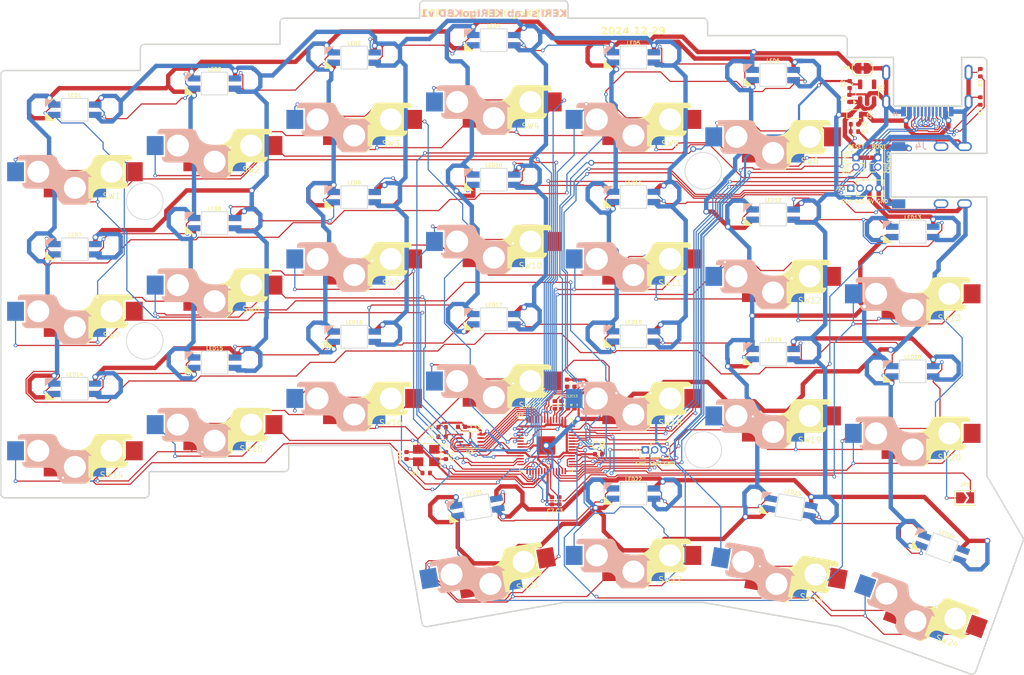
<source format=kicad_pcb>
(kicad_pcb (version 20240108) (generator "pcbnew") (generator_version "8.0")
  (title_block (title "KERIgoKBD") (date "2024-12-28") (rev "1.0.0") (company "KERI's Lab"))
  (layers (0 "F.Cu" signal) (31 "B.Cu" signal) (34 "B.Paste" user) (35 "F.Paste" user) (36 "B.SilkS" user "B.Silkscreen") (37 "F.SilkS" user "F.Silkscreen") (38 "B.Mask" user) (39 "F.Mask" user) (44 "Edge.Cuts" user))
  (net 0 "")
  (net 1 "+1V1")
  (net 2 "+5V")
  (net 3 "+3V3")
  (net 4 "GND")
  (net 5 "VBUS")
  (net 6 "Net-(LED1-DOUT)")
  (net 7 "Net-(LED2-DOUT)")
  (net 8 "Net-(LED7-DOUT)")
  (net 9 "Net-(LED8-DOUT)")
  (net 10 "Net-(LED10-DIN)")
  (net 11 "Net-(LED10-DOUT)")
  (net 12 "Net-(LED15-DOUT)")
  (net 13 "Net-(LED16-DOUT)")
  (net 14 "Net-(LED17-DOUT)")
  (net 15 "Net-(LED11-DOUT)")
  (net 16 "/D-")
  (net 17 "/D+")
  (net 18 "/TX")
  (net 19 "/SCL")
  (net 20 "/SDA")
  (net 21 "/SWD")
  (net 22 "/SWCLK")
  (net 23 "/SPLIT_HAND")
  (net 24 "/LED")
  (net 25 "/USB_VBUS_PIN")
  (net 26 "/QSPI_SS")
  (net 27 "/KEY1")
  (net 28 "/KEY8")
  (net 29 "/KEY15")
  (net 30 "/KEY2")
  (net 31 "/KEY9")
  (net 32 "/KEY16")
  (net 33 "/KEY3")
  (net 34 "/KEY10")
  (net 35 "/KEY17")
  (net 36 "/KEY21")
  (net 37 "/KEY4")
  (net 38 "/KEY11")
  (net 39 "/KEY18")
  (net 40 "/KEY22")
  (net 41 "/KEY5")
  (net 42 "/KEY12")
  (net 43 "/KEY19")
  (net 44 "/KEY23")
  (net 45 "/KEY6")
  (net 46 "/KEY13")
  (net 47 "/KEY20")
  (net 48 "/KEY24")
  (net 49 "/KEY7")
  (net 50 "/KEY14")
  (net 51 "/QSPI_SD1")
  (net 52 "/QSPI_SD3")
  (net 53 "/QSPI_SCLK")
  (net 54 "/QSPI_SD2")
  (net 55 "/QSPI_SD0")
  (net 56 "Net-(LED23-DOUT)")
  (net 58 "Net-(C16-Pad1)")
  (net 59 "Net-(LED3-DOUT)")
  (net 60 "Net-(LED4-DOUT)")
  (net 61 "Net-(LED5-DOUT)")
  (net 62 "Net-(LED6-DOUT)")
  (net 63 "Net-(LED12-DOUT)")
  (net 64 "Net-(LED13-DOUT)")
  (net 65 "Net-(LED14-DOUT)")
  (net 66 "Net-(LED18-DOUT)")
  (net 67 "Net-(LED19-DOUT)")
  (net 68 "Net-(LED20-DOUT)")
  (net 69 "Net-(LED21-DOUT)")
  (net 70 "Net-(LED22-DOUT)")
  (net 73 "Net-(U2-XIN)")
  (net 74 "Net-(J1-CC2)")
  (net 76 "Net-(J1-CC1)")
  (net 80 "Net-(U2-USB_DP)")
  (net 81 "Net-(U2-USB_DM)")
  (net 82 "Net-(U2-XOUT)")
  (net 83 "Net-(R9-Pad1)")
  (net 84 "Net-(U2-RUN)")
  (net 85 "/LED_GND")
  (footprint "Capacitor_SMD:C_0402_1005Metric" (layer "F.Cu") (at 76.458 77.2366 -90)
    (property "Reference" "C14")
    (property "Value" "27p")
  )
  (footprint "Connector_PinHeader_1.27mm:PinHeader_1x03_P1.27mm_Vertical" (layer "F.Cu") (at 103.6836 76.459 90)
    (property "Reference" "J3")
    (property "Value" "SWC SWD GND")
  )
  (footprint "Diode_SMD:D_SOD-523" (layer "F.Cu") (at 132.4173 30.6199)
    (property "Reference" "ZD1")
    (property "Value" "NSR0520V2T5G")
  )
  (footprint "kbd_local:keyswitch_choc12_hotswap_1u_dual" (layer "F.Cu") (at 44.9064 31.2152)
    (property "Reference" "SW2")
    (property "Value" "SW_Push" (hide yes))
  )
  (footprint "kbd_local:YS-SK6812MINI-E-dual" (layer "F.Cu") (at 102.0564 41.9309)
    (property "Reference" "LED11")
    (property "Value" "YS-SK6812MINI-E" (hide yes))
    (fp_line (start -1.8 -1.55) (end 1.8 -1.55) (stroke (width 0.1)) (layer "Edge.Cuts"))
    (fp_line (start -1.8 1.55) (end -1.8 -1.55) (stroke (width 0.1)) (layer "Edge.Cuts"))
    (fp_line (start 1.8 -1.55) (end 1.8 1.55) (stroke (width 0.1)) (layer "Edge.Cuts"))
    (fp_line (start 1.8 1.55) (end -1.8 1.55) (stroke (width 0.1)) (layer "Edge.Cuts"))
  )
  (footprint "kbd_local:YS-SK6812MINI-E-dual" (layer "F.Cu") (at 25.8314 68.1246)
    (property "Reference" "LED14")
    (property "Value" "YS-SK6812MINI-E" (hide yes))
    (fp_line (start -1.8 -1.55) (end 1.8 -1.55) (stroke (width 0.1)) (layer "Edge.Cuts"))
    (fp_line (start -1.8 1.55) (end -1.8 -1.55) (stroke (width 0.1)) (layer "Edge.Cuts"))
    (fp_line (start 1.8 -1.55) (end 1.8 1.55) (stroke (width 0.1)) (layer "Edge.Cuts"))
    (fp_line (start 1.8 1.55) (end -1.8 1.55) (stroke (width 0.1)) (layer "Edge.Cuts"))
  )
  (footprint "Capacitor_SMD:C_0402_1005Metric" (layer "F.Cu") (at 78.6048 73.3168 180)
    (property "Reference" "C15")
    (property "Value" "1u")
  )
  (footprint "Resistor_SMD:R_0402_1005Metric" (layer "F.Cu") (at 75.948 74.6731)
    (property "Reference" "R9")
    (property "Value" "1k")
  )
  (footprint "Resistor_SMD:R_0402_1005Metric" (layer "F.Cu") (at 132.2049 33.0012)
    (property "Reference" "R4")
    (property "Value" "10K" (hide yes))
  )
  (footprint "kbd_local:keyswitch_choc12_hotswap_1u_dual" (layer "F.Cu") (at 83.0064 63.3621)
    (property "Reference" "SW17")
    (property "Value" "SW_Push" (hide yes))
  )
  (footprint "kbd_local:keyswitch_choc12_hotswap_1u_dual" (layer "F.Cu") (at 63.9564 46.6934)
    (property "Reference" "SW9")
    (property "Value" "SW_Push" (hide yes))
  )
  (footprint "Capacitor_SMD:C_0402_1005Metric" (layer "F.Cu") (at 93.0037 67.3469 90)
    (property "Reference" "C4")
    (property "Value" "100n" (hide yes))
  )
  (footprint "Connector_PinHeader_1.27mm:PinHeader_1x02_P1.27mm_Vertical" (layer "F.Cu") (at 135.3939 36.5731)
    (property "Reference" "SMDSW2")
    (property "Value" "TS-1088R-02026")
  )
  (footprint "kbd_local:YS-SK6812MINI-E-dual" (layer "F.Cu") (at 102.0564 60.9809)
    (property "Reference" "LED18")
    (property "Value" "YS-SK6812MINI-E" (hide yes))
    (fp_line (start -1.8 -1.55) (end 1.8 -1.55) (stroke (width 0.1)) (layer "Edge.Cuts"))
    (fp_line (start -1.8 1.55) (end -1.8 -1.55) (stroke (width 0.1)) (layer "Edge.Cuts"))
    (fp_line (start 1.8 -1.55) (end 1.8 1.55) (stroke (width 0.1)) (layer "Edge.Cuts"))
    (fp_line (start 1.8 1.55) (end -1.8 1.55) (stroke (width 0.1)) (layer "Edge.Cuts"))
  )
  (footprint "Capacitor_SMD:C_0402_1005Metric" (layer "F.Cu") (at 90.9361 83.4203 -90)
    (property "Reference" "C7")
    (property "Value" "100n")
  )
  (footprint "kbd_local:keyswitch_choc12_hotswap_1u_dual" (layer "F.Cu") (at 25.8564 72.8871)
    (property "Reference" "SW14")
    (property "Value" "SW_Push" (hide yes))
  )
  (footprint "kbd_local:YS-SK6812MINI-E-dual" (layer "F.Cu") (at 44.9064 45.5027)
    (property "Reference" "LED8")
    (property "Value" "YS-SK6812MINI-E" (hide yes))
    (fp_line (start -1.8 -1.55) (end 1.8 -1.55) (stroke (width 0.1)) (layer "Edge.Cuts"))
    (fp_line (start -1.8 1.55) (end -1.8 -1.55) (stroke (width 0.1)) (layer "Edge.Cuts"))
    (fp_line (start 1.8 -1.55) (end 1.8 1.55) (stroke (width 0.1)) (layer "Edge.Cuts"))
    (fp_line (start 1.8 1.55) (end -1.8 1.55) (stroke (width 0.1)) (layer "Edge.Cuts"))
  )
  (footprint "Capacitor_SMD:C_0402_1005Metric" (layer "F.Cu") (at 93.1267 70.3235 90)
    (property "Reference" "C12")
    (property "Value" "1u")
  )
  (footprint "kbd_local:keyswitch_choc12_hotswap_1u_dual" (layer "F.Cu") (at 25.8564 53.8371)
    (property "Reference" "SW7")
    (property "Value" "SW_Push" (hide yes))
  )
  (footprint "kbd_local:YS-SK6812MINI-E-dual" (layer "F.Cu") (at 63.9564 41.9559)
    (property "Reference" "LED9")
    (property "Value" "YS-SK6812MINI-E" (hide yes))
    (fp_line (start -1.8 -1.55) (end 1.8 -1.55) (stroke (width 0.1)) (layer "Edge.Cuts"))
    (fp_line (start -1.8 1.55) (end -1.8 -1.55) (stroke (width 0.1)) (layer "Edge.Cuts"))
    (fp_line (start 1.8 -1.55) (end 1.8 1.55) (stroke (width 0.1)) (layer "Edge.Cuts"))
    (fp_line (start 1.8 1.55) (end -1.8 1.55) (stroke (width 0.1)) (layer "Edge.Cuts"))
  )
  (footprint "kbd_local:keyswitch_choc12_hotswap_1u_dual" (layer "F.Cu") (at 102.0564 65.7434)
    (property "Reference" "SW18")
    (property "Value" "SW_Push" (hide yes))
  )
  (footprint "kbd_local:keyswitch_choc12_hotswap_1u_dual" (layer "F.Cu") (at 83.0064 25.2621)
    (property "Reference" "SW4")
    (property "Value" "SW_Push" (hide yes))
  )
  (footprint "kbd_local:YS-SK6812MINI-E-dual" (layer "F.Cu") (at 80.725 84.2898 10)
    (property "Reference" "LED21")
    (property "Value" "YS-SK6812MINI-E" (hide yes))
    (fp_line (start -1.8 -1.55) (end 1.8 -1.55) (stroke (width 0.1)) (layer "Edge.Cuts"))
    (fp_line (start -1.8 1.55) (end -1.8 -1.55) (stroke (width 0.1)) (layer "Edge.Cuts"))
    (fp_line (start 1.8 -1.55) (end 1.8 1.55) (stroke (width 0.1)) (layer "Edge.Cuts"))
    (fp_line (start 1.8 1.55) (end -1.8 1.55) (stroke (width 0.1)) (layer "Edge.Cuts"))
  )
  (footprint "kbd_local:keyswitch_choc12_hotswap_1u_dual" (layer "F.Cu") (at 102.0564 87.1747)
    (property "Reference" "SW22")
    (property "Value" "SW_Push" (hide yes))
  )
  (footprint "Capacitor_SMD:C_0402_1005Metric" (layer "F.Cu") (at 131.5489 26.584 -90)
    (property "Reference" "C2")
    (property "Value" "10u")
  )
  (footprint "kbd_local:keyswitch_choc12_hotswap_1u_dual" (layer "F.Cu") (at 83.0064 44.3121)
    (property "Reference" "SW10")
    (property "Value" "SW_Push" (hide yes))
  )
  (footprint "kbd_local:YS-SK6812MINI-E-dual" (layer "F.Cu") (at 83.0064 39.5746)
    (property "Reference" "LED10")
    (property "Value" "YS-SK6812MINI-E" (hide yes))
    (fp_line (start -1.8 -1.55) (end 1.8 -1.55) (stroke (width 0.1)) (layer "Edge.Cuts"))
    (fp_line (start -1.8 1.55) (end -1.8 -1.55) (stroke (width 0.1)) (layer "Edge.Cuts"))
    (fp_line (start 1.8 -1.55) (end 1.8 1.55) (stroke (width 0.1)) (layer "Edge.Cuts"))
    (fp_line (start 1.8 1.55) (end -1.8 1.55) (stroke (width 0.1)) (layer "Edge.Cuts"))
  )
  (footprint "Resistor_SMD:R_0402_1005Metric" (layer "F.Cu") (at 149.3835 28.834 -90)
    (property "Reference" "R1")
    (property "Value" "5.1k")
  )
  (footprint "kbd_local:keyswitch_choc12_hotswap_1u_dual" (layer "F.Cu") (at 102.0564 46.6934)
    (property "Reference" "SW11")
    (property "Value" "SW_Push" (hide yes))
  )
  (footprint "kbd_local:YS-SK6812MINI-E-dual" (layer "F.Cu") (at 121.1064 44.3371)
    (property "Reference" "LED12")
    (property "Value" "YS-SK6812MINI-E" (hide yes))
    (fp_line (start -1.8 -1.55) (end 1.8 -1.55) (stroke (width 0.1)) (layer "Edge.Cuts"))
    (fp_line (start -1.8 1.55) (end -1.8 -1.55) (stroke (width 0.1)) (layer "Edge.Cuts"))
    (fp_line (start 1.8 -1.55) (end 1.8 1.55) (stroke (width 0.1)) (layer "Edge.Cuts"))
    (fp_line (start 1.8 1.55) (end -1.8 1.55) (stroke (width 0.1)) (layer "Edge.Cuts"))
  )
  (footprint "Resistor_SMD:R_0402_1005Metric" (layer "F.Cu") (at 73.7791 79.6178)
    (property "Reference" "R7")
    (property "Value" "1k")
  )
  (footprint "Resistor_SMD:R_0402_1005Metric" (layer "F.Cu") (at 92.2337 70.3235 90)
    (property "Reference" "R6")
    (property "Value" "27")
  )
  (footprint "Jumper:SolderJumper-2_P1.3mm_Bridged_RoundedPad1.0x1.5mm" (layer "F.Cu") (at 133.3103 24.3691 180)
    (property "Reference" "JP2")
    (property "Value" "LED_EN")
  )
  (footprint "kbd_local:keyswitch_choc12_hotswap_1u_dual" (layer "F.Cu") (at 121.1064 68.1246)
    (property "Reference" "SW19")
    (property "Value" "SW_Push" (hide yes))
  )
  (footprint "kbd_local:YS-SK6812MINI-E-dual" (layer "F.Cu") (at 102.0564 22.8809)
    (property "Reference" "LED5")
    (property "Value" "YS-SK6812MINI-E" (hide yes))
    (fp_line (start -1.8 -1.55) (end 1.8 -1.55) (stroke (width 0.1)) (layer "Edge.Cuts"))
    (fp_line (start -1.8 1.55) (end -1.8 -1.55) (stroke (width 0.1)) (layer "Edge.Cuts"))
    (fp_line (start 1.8 -1.55) (end 1.8 1.55) (stroke (width 0.1)) (layer "Edge.Cuts"))
    (fp_line (start 1.8 1.55) (end -1.8 1.55) (stroke (width 0.1)) (layer "Edge.Cuts"))
  )
  (footprint "kbd_local:YS-SK6812MINI-E-dual" (layer "F.Cu") (at 25.8314 30.0246)
    (property "Reference" "LED1")
    (property "Value" "YS-SK6812MINI-E" (hide yes))
    (fp_line (start -1.8 -1.55) (end 1.8 -1.55) (stroke (width 0.1)) (layer "Edge.Cuts"))
    (fp_line (start -1.8 1.55) (end -1.8 -1.55) (stroke (width 0.1)) (layer "Edge.Cuts"))
    (fp_line (start 1.8 -1.55) (end 1.8 1.55) (stroke (width 0.1)) (layer "Edge.Cuts"))
    (fp_line (start 1.8 1.55) (end -1.8 1.55) (stroke (width 0.1)) (layer "Edge.Cuts"))
  )
  (footprint "Package_TO_SOT_SMD:SOT-23-5" (layer "F.Cu") (at 133.9289 27.6965 90)
    (property "Reference" "U1")
    (property "Value" "TLV75533PDBVR")
  )
  (footprint "kbd_local:keyswitch_choc12_hotswap_1u_dual" (layer "F.Cu") (at 140.1563 70.5058)
    (property "Reference" "SW20")
    (property "Value" "SW_Push" (hide yes))
  )
  (footprint "kbd_local:keyswitch_choc12_hotswap_1u_dual" (layer "F.Cu") (at 63.9564 27.6434)
    (property "Reference" "SW3")
    (property "Value" "SW_Push" (hide yes))
  )
  (footprint "kbd_local:keyswitch_choc12_hotswap_1u_dual" (layer "F.Cu") (at 142.5376 94.3184 -20)
    (property "Reference" "SW24")
    (property "Value" "SW_Push" (hide yes))
  )
  (footprint "kbd_local:YS-SK6812MINI-E-dual" (layer "F.Cu") (at 83.0064 58.6246)
    (property "Reference" "LED17")
    (property "Value" "YS-SK6812MINI-E" (hide yes))
    (fp_line (start -1.8 -1.55) (end 1.8 -1.55) (stroke (width 0.1)) (layer "Edge.Cuts"))
    (fp_line (start -1.8 1.55) (end -1.8 -1.55) (stroke (width 0.1)) (layer "Edge.Cuts"))
    (fp_line (start 1.8 -1.55) (end 1.8 1.55) (stroke (width 0.1)) (layer "Edge.Cuts"))
    (fp_line (start 1.8 1.55) (end -1.8 1.55) (stroke (width 0.1)) (layer "Edge.Cuts"))
  )
  (footprint "Capacitor_SMD:C_0402_1005Metric" (layer "F.Cu") (at 97.2939 77.0543)
    (property "Reference" "C8")
    (property "Value" "100n")
  )
  (footprint "Connector_PinHeader_1.27mm:PinHeader_1x02_P1.27mm_Vertical" (layer "F.Cu") (at 132.4173 36.5731)
    (property "Reference" "SMDSW1")
    (property "Value" "TS-1088R-02026")
  )
  (footprint "kbd_local:YS-SK6812MINI-E-dual" (layer "F.Cu") (at 121.1064 63.3871)
    (property "Reference" "LED19")
    (property "Value" "YS-SK6812MINI-E" (hide yes))
    (fp_line (start -1.8 -1.55) (end 1.8 -1.55) (stroke (width 0.1)) (layer "Edge.Cuts"))
    (fp_line (start -1.8 1.55) (end -1.8 -1.55) (stroke (width 0.1)) (layer "Edge.Cuts"))
    (fp_line (start 1.8 -1.55) (end 1.8 1.55) (stroke (width 0.1)) (layer "Edge.Cuts"))
    (fp_line (start 1.8 1.55) (end -1.8 1.55) (stroke (width 0.1)) (layer "Edge.Cuts"))
  )
  (footprint "Package_SON:Winbond_USON-8-1EP_3x2mm_P0.5mm_EP0.2x1.6mm" (layer "F.Cu") (at 79.7955 75.1137)
    (property "Reference" "U3")
    (property "Value" "W25Q16JVUXIQ")
  )
  (footprint "kbd_local:YS-SK6812MINI-E-dual" (layer "F.Cu") (at 121.1064 25.2871)
    (property "Reference" "LED6")
    (property "Value" "YS-SK6812MINI-E" (hide yes))
    (fp_line (start -1.8 -1.55) (end 1.8 -1.55) (stroke (width 0.1)) (layer "Edge.Cuts"))
    (fp_line (start -1.8 1.55) (end -1.8 -1.55) (stroke (width 0.1)) (layer "Edge.Cuts"))
    (fp_line (start 1.8 -1.55) (end 1.8 1.55) (stroke (width 0.1)) (layer "Edge.Cuts"))
    (fp_line (start 1.8 1.55) (end -1.8 1.55) (stroke (width 0.1)) (layer "Edge.Cuts"))
  )
  (footprint "kbd_local:YS-SK6812MINI-E-dual" (layer "F.Cu") (at 63.9564 22.9059)
    (property "Reference" "LED3")
    (property "Value" "YS-SK6812MINI-E" (hide yes))
    (fp_line (start -1.8 -1.55) (end 1.8 -1.55) (stroke (width 0.1)) (layer "Edge.Cuts"))
    (fp_line (start -1.8 1.55) (end -1.8 -1.55) (stroke (width 0.1)) (layer "Edge.Cuts"))
    (fp_line (start 1.8 -1.55) (end 1.8 1.55) (stroke (width 0.1)) (layer "Edge.Cuts"))
    (fp_line (start 1.8 1.55) (end -1.8 1.55) (stroke (width 0.1)) (layer "Edge.Cuts"))
  )
  (footprint "Capacitor_SMD:C_0402_1005Metric" (layer "F.Cu") (at 94.0197 70.3235 90)
    (property "Reference" "C13")
    (property "Value" "1u")
  )
  (footprint "Capacitor_SMD:C_0402_1005Metric" (layer "F.Cu") (at 71.1001 77.2366 90)
    (property "Reference" "C16")
    (property "Value" "27p")
  )
  (footprint "kbd_local:YS-SK6812MINI-E-dual" (layer "F.Cu") (at 140.1563 65.7433)
    (property "Reference" "LED20")
    (property "Value" "YS-SK6812MINI-E" (hide yes))
    (fp_line (start -1.8 -1.55) (end 1.8 -1.55) (stroke (width 0.1)) (layer "Edge.Cuts"))
    (fp_line (start -1.8 1.55) (end -1.8 -1.55) (stroke (width 0.1)) (layer "Edge.Cuts"))
    (fp_line (start 1.8 -1.55) (end 1.8 1.55) (stroke (width 0.1)) (layer "Edge.Cuts"))
    (fp_line (start 1.8 1.55) (end -1.8 1.55) (stroke (width 0.1)) (layer "Edge.Cuts"))
  )
  (footprint "Crystal:Crystal_SMD_3225-4Pin_3.2x2.5mm" (layer "F.Cu") (at 73.7791 77.2366 180)
    (property "Reference" "Y1")
    (property "Value" "12MHz")
  )
  (footprint "kbd_local:YS-SK6812MINI-E-dual" (layer "F.Cu") (at 63.9564 61.0059)
    (property "Reference" "LED16")
    (property "Value" "YS-SK6812MINI-E" (hide yes))
    (fp_line (start -1.8 -1.55) (end 1.8 -1.55) (stroke (width 0.1)) (layer "Edge.Cuts"))
    (fp_line (start -1.8 1.55) (end -1.8 -1.55) (stroke (width 0.1)) (layer "Edge.Cuts"))
    (fp_line (start 1.8 -1.55) (end 1.8 1.55) (stroke (width 0.1)) (layer "Edge.Cuts"))
    (fp_line (start 1.8 1.55) (end -1.8 1.55) (stroke (width 0.1)) (layer "Edge.Cuts"))
  )
  (footprint "kbd_local:YS-SK6812MINI-E-dual" (layer "F.Cu") (at 140.1563 46.7058)
    (property "Reference" "LED13")
    (property "Value" "YS-SK6812MINI-E" (hide yes))
    (fp_line (start -1.8 -1.55) (end 1.8 -1.55) (stroke (width 0.1)) (layer "Edge.Cuts"))
    (fp_line (start -1.8 1.55) (end -1.8 -1.55) (stroke (width 0.1)) (layer "Edge.Cuts"))
    (fp_line (start 1.8 -1.55) (end 1.8 1.55) (stroke (width 0.1)) (layer "Edge.Cuts"))
    (fp_line (start 1.8 1.55) (end -1.8 1.55) (stroke (width 0.1)) (layer "Edge.Cuts"))
  )
  (footprint "kbd_local:YS-SK6812MINI-E-dual" (layer "F.Cu") (at 44.9064 64.5527)
    (property "Reference" "LED15")
    (property "Value" "YS-SK6812MINI-E" (hide yes))
    (fp_line (start -1.8 -1.55) (end 1.8 -1.55) (stroke (width 0.1)) (layer "Edge.Cuts"))
    (fp_line (start -1.8 1.55) (end -1.8 -1.55) (stroke (width 0.1)) (layer "Edge.Cuts"))
    (fp_line (start 1.8 -1.55) (end 1.8 1.55) (stroke (width 0.1)) (layer "Edge.Cuts"))
    (fp_line (start 1.8 1.55) (end -1.8 1.55) (stroke (width 0.1)) (layer "Edge.Cuts"))
  )
  (footprint "kbd_local:keyswitch_choc12_hotswap_1u_dual" (layer "F.Cu") (at 81.5181 88.9605 10)
    (property "Reference" "SW21")
    (property "Value" "SW_Push" (hide yes))
  )
  (footprint "Resistor_SMD:R_0402_1005Metric" (layer "F.Cu") (at 91.3408 70.3235 -90)
    (property "Reference" "R5")
    (property "Value" "27")
  )
  (footprint "Capacitor_SMD:C_0402_1005Metric" (layer "F.Cu") (at 91.9361 83.4203 -90)
    (property "Reference" "C3")
    (property "Value" "100n")
  )
  (footprint "kbd_local:keyswitch_choc12_hotswap_1u_dual" (layer "F.Cu") (at 102.0564 27.6434)
    (property "Reference" "SW5")
    (property "Value" "SW_Push" (hide yes))
  )
  (footprint "kbd_local:keyswitch_choc12_hotswap_1u_dual" (layer "F.Cu") (at 121.1064 30.0246)
    (property "Reference" "SW6")
    (property "Value" "SW_Push" (hide yes))
  )
  (footprint "kbd_local:keyswitch_choc12_hotswap_1u_dual" (layer "F.Cu") (at 140.1563 51.4558)
    (property "Reference" "SW13")
    (property "Value" "SW_Push" (hide yes))
  )
  (footprint "kbd_local:keyswitch_choc12_hotswap_1u_dual" (layer "F.Cu") (at 122.5946 88.9605 -10)
    (property "Reference" "SW23")
    (property "Value" "SW_Push" (hide yes))
  )
  (footprint "kbd_local:YS-SK6812MINI-E-dual" (layer "F.Cu") (at 83.0064 20.5246)
    (property "Reference" "LED4")
    (property "Value" "YS-SK6812MINI-E" (hide yes))
    (fp_line (start -1.8 -1.55) (end 1.8 -1.55) (stroke (width 0.1)) (layer "Edge.Cuts"))
    (fp_line (start -1.8 1.55) (end -1.8 -1.55) (stroke (width 0.1)) (layer "Edge.Cuts"))
    (fp_line (start 1.8 -1.55) (end 1.8 1.55) (stroke (width 0.1)) (layer "Edge.Cuts"))
    (fp_line (start 1.8 1.55) (end -1.8 1.55) (stroke (width 0.1)) (layer "Edge.Cuts"))
  )
  (footprint "Resistor_SMD:R_0402_1005Metric" (layer "F.Cu") (at 75.958 73.3754 180)
    (property "Reference" "R8")
    (property "Value" "10k")
  )
  (footprint "Capacitor_SMD:C_0402_1005Metric" (layer "F.Cu") (at 131.5242 28.4743 90)
    (property "Reference" "C1")
    (property "Value" "10u")
  )
  (footprint "kbd_local:keyswitch_choc12_hotswap_1u_dual" (layer "F.Cu") (at 121.1064 49.0746)
    (property "Reference" "SW12")
    (property "Value" "SW_Push" (hide yes))
  )
  (footprint "kbd_local:keyswitch_choc12_hotswap_1u_dual" (layer "F.Cu") (at 25.8564 34.7871)
    (property "Reference" "SW1")
    (property "Value" "SW_Push" (hide yes))
  )
  (footprint "kbd_local:keyswitch_choc12_hotswap_1u_dual" (layer "F.Cu") (at 44.9064 50.2652)
    (property "Reference" "SW8")
    (property "Value" "SW_Push" (hide yes))
  )
  (footprint "kbd_local:keyswitch_choc12_hotswap_1u_dual" (layer "F.Cu") (at 63.9564 65.7434)
    (property "Reference" "SW16")
    (property "Value" "SW_Push" (hide yes))
  )
  (footprint "kbd_local:YS-SK6812MINI-E-dual" (layer "F.Cu") (at 25.8564 49.0746)
    (property "Reference" "LED7")
    (property "Value" "YS-SK6812MINI-E" (hide yes))
    (fp_line (start -1.8 -1.55) (end 1.8 -1.55) (stroke (width 0.1)) (layer "Edge.Cuts"))
    (fp_line (start -1.8 1.55) (end -1.8 -1.55) (stroke (width 0.1)) (layer "Edge.Cuts"))
    (fp_line (start 1.8 -1.55) (end 1.8 1.55) (stroke (width 0.1)) (layer "Edge.Cuts"))
    (fp_line (start 1.8 1.55) (end -1.8 1.55) (stroke (width 0.1)) (layer "Edge.Cuts"))
  )
  (footprint "Connector_PinHeader_1.27mm:PinHeader_1x04_P1.27mm_Vertical" (layer "F.Cu") (at 131.708 40.7403 90)
    (property "Reference" "J2")
    (property "Value" "SDA SCL 5V GND")
  )
  (footprint "kbd_local:YS-SK6812MINI-E-dual" (layer "F.Cu") (at 144.1627 89.8399 -20)
    (property "Reference" "LED24")
    (property "Value" "YS-SK6812MINI-E" (hide yes))
    (fp_line (start -1.8 1.55) (end -1.8 -1.55) (stroke (width 0.1)) (layer "Edge.Cuts"))
    (fp_line (start -1.8 -1.55) (end 1.8 -1.55) (stroke (width 0.1)) (layer "Edge.Cuts"))
    (fp_line (start 1.8 1.55) (end -1.8 1.55) (stroke (width 0.1)) (layer "Edge.Cuts"))
    (fp_line (start 1.8 -1.55) (end 1.8 1.55) (stroke (width 0.1)) (layer "Edge.Cuts"))
  )
  (footprint "kbd_local:QFN-56-1EP_7x7mm_P0.4mm_EP3.2x3.2mm" (layer "F.Cu") (at 90.1501 75.8636)
    (property "Reference" "U2")
    (property "Value" "RP2040")
  )
  (footprint "Resistor_SMD:R_0402_1005Metric" (layer "F.Cu") (at 149.3835 24.9644 -90)
    (property "Reference" "R3")
    (property "Value" "5.1k" (hide yes))
  )
  (footprint "kbd_local:YS-SK6812MINI-E-dual" (layer "F.Cu") (at 102.0564 82.4259)
    (property "Reference" "LED22")
    (property "Value" "YS-SK6812MINI-E" (hide yes))
    (fp_line (start -1.8 -1.55) (end 1.8 -1.55) (stroke (width 0.1)) (layer "Edge.Cuts"))
    (fp_line (start -1.8 1.55) (end -1.8 -1.55) (stroke (width 0.1)) (layer "Edge.Cuts"))
    (fp_line (start 1.8 -1.55) (end 1.8 1.55) (stroke (width 0.1)) (layer "Edge.Cuts"))
    (fp_line (start 1.8 1.55) (end -1.8 1.55) (stroke (width 0.1)) (layer "Edge.Cuts"))
  )
  (footprint "kbd_local:keyswitch_choc12_hotswap_1u_dual" (layer "F.Cu") (at 44.9064 69.3152)
    (property "Reference" "SW15")
    (property "Value" "SW_Push" (hide yes))
  )
  (footprint "Jumper:SolderJumper-2_P1.3mm_Open_TrianglePad1.0x1.5mm" (layer "F.Cu") (at 147.3002 83.0075)
    (property "Reference" "JP1")
    (property "Value" "Split Right")
  )
  (footprint "kbd_local:YS-SK6812MINI-E-dual" (layer "F.Cu") (at 123.4175 84.2847 -10)
    (property "Reference" "LED23")
    (property "Value" "YS-SK6812MINI-E" (hide yes))
    (fp_line (start -1.8 1.55) (end -1.8 -1.55) (stroke (width 0.1)) (layer "Edge.Cuts"))
    (fp_line (start -1.8 -1.55) (end 1.8 -1.55) (stroke (width 0.1)) (layer "Edge.Cuts"))
    (fp_line (start 1.8 1.55) (end -1.8 1.55) (stroke (width 0.1)) (layer "Edge.Cuts"))
    (fp_line (start 1.8 -1.55) (end 1.8 1.55) (stroke (width 0.1)) (layer "Edge.Cuts"))
  )
  (footprint "kbd_local:YS-SK6812MINI-E-dual" (layer "F.Cu") (at 44.9064 26.4527)
    (property "Reference" "LED2")
    (property "Value" "YS-SK6812MINI-E" (hide yes))
    (fp_line (start -1.8 -1.55) (end 1.8 -1.55) (stroke (width 0.1)) (layer "Edge.Cuts"))
    (fp_line (start -1.8 1.55) (end -1.8 -1.55) (stroke (width 0.1)) (layer "Edge.Cuts"))
    (fp_line (start 1.8 -1.55) (end 1.8 1.55) (stroke (width 0.1)) (layer "Edge.Cuts"))
    (fp_line (start 1.8 1.55) (end -1.8 1.55) (stroke (width 0.1)) (layer "Edge.Cuts"))
  )
  (footprint "Capacitor_SMD:C_0402_1005Metric" (layer "F.Cu") (at 94.0197 67.3469 90)
    (property "Reference" "C5")
    (property "Value" "100n")
  )
  (footprint "Resistor_SMD:R_0402_1005Metric" (layer "F.Cu") (at 132.2149 32.0012 180)
    (property "Reference" "R2")
    (property "Value" "5.6k")
  )
  (footprint "kbd_local:TYPE-C-31-M-13C-dual" (layer "B.Cu") (at 142.1538 24.9262)
    (property "Reference" "J1")
    (property "Value" "USB4520-03-0-A")
  )
  (footprint "kbd_local:PJ-398A-5A_PJ-399B-6A-dual" (layer "B.Cu") (at 150.0187 38.9542 90)
    (property "Reference" "J4")
    (property "Value" "SJ-3501-SMT-TR")
  )
  (gr_line (start 150.276644 23.476181) (end 150.276515 35.977617) (stroke (width 0.2)) (layer "Edge.Cuts"))
  (gr_line (start 137.179651 35.977617) (end 137.179651 41.930737) (stroke (width 0.2)) (layer "Edge.Cuts"))
  (gr_arc (start 55.026693 78.840296) (mid 54.852336 79.261266) (end 54.43138 79.435609) (stroke (width 0.2)) (layer "Edge.Cuts"))
  (gr_line (start 53.836067 18.11837) (end 53.836067 21.094935) (stroke (width 0.2)) (layer "Edge.Cuts"))
  (gr_line (start 150.276515 41.930737) (end 150.276644 80.030814) (stroke (width 0.2)) (layer "Edge.Cuts"))
  (gr_arc (start 16.331348 83.007487) (mid 15.910411 82.833122) (end 15.736035 82.412174) (stroke (width 0.2)) (layer "Edge.Cuts"))
  (gr_arc (start 72.886083 15.737118) (mid 73.060446 15.316179) (end 73.481396 15.141805) (stroke (width 0.2)) (layer "Edge.Cuts"))
  (gr_line (start 15.736035 25.262126) (end 15.736035 82.412174) (stroke (width 0.2)) (layer "Edge.Cuts"))
  (gr_line (start 131.226628 22.880868) (end 137.531267 22.880868) (stroke (width 0.2)) (layer "Edge.Cuts"))
  (gr_line (start 92.531412 97.294999) (end 111.581428 97.294999) (stroke (width 0.2)) (layer "Edge.Cuts"))
  (gr_arc (start 155.164931 88.383559) (mid 155.244656 88.59878) (end 155.221396 88.827118) (stroke (width 0.2)) (layer "Edge.Cuts"))
  (gr_line (start 148.725515 106.78843) (end 155.221396 88.827118) (stroke (width 0.2)) (layer "Edge.Cuts"))
  (gr_line (start 73.922382 100.584751) (end 92.531412 97.294999) (stroke (width 0.2)) (layer "Edge.Cuts"))
  (gr_circle (center 111.581396 38.359012) (end 114.081396 38.359012) (stroke (width 0.1)) (fill none) (layer "Edge.Cuts"))
  (gr_arc (start 92.531412 15.141805) (mid 92.952382 15.316156) (end 93.126725 15.737118) (stroke (width 0.2)) (layer "Edge.Cuts"))
  (gr_line (start 34.786051 21.690248) (end 34.786051 24.666813) (stroke (width 0.2)) (layer "Edge.Cuts"))
  (gr_arc (start 111.581428 17.523057) (mid 112.002405 17.697411) (end 112.176741 18.11837) (stroke (width 0.2)) (layer "Edge.Cuts"))
  (gr_line (start 93.126725 17.523057) (end 111.581428 17.523057) (stroke (width 0.2)) (layer "Edge.Cuts"))
  (gr_line (start 130.036036 100.569078) (end 148.193052 107.11751) (stroke (width 0.2)) (layer "Edge.Cuts"))
  (gr_line (start 55.026693 78.840296) (end 55.026693 75.863731) (stroke (width 0.2)) (layer "Edge.Cuts"))
  (gr_line (start 16.331348 83.007487) (end 35.381364 83.007487) (stroke (width 0.2)) (layer "Edge.Cuts"))
  (gr_line (start 112.176741 19.904309) (end 130.631444 19.904309) (stroke (width 0.2)) (layer "Edge.Cuts"))
  (gr_line (start 35.976677 79.435609) (end 54.43138 79.435609) (stroke (width 0.2)) (layer "Edge.Cuts"))
  (gr_line (start 137.531267 22.880868) (end 137.533768 29.523675) (stroke (width 0.2)) (layer "Edge.Cuts"))
  (gr_line (start 111.581428 97.294999) (end 130.036036 100.569078) (stroke (width 0.2)) (layer "Edge.Cuts"))
  (gr_line (start 112.176741 18.11837) (end 112.176741 19.904309) (stroke (width 0.2)) (layer "Edge.Cuts"))
  (gr_arc (start 35.976677 82.412174) (mid 35.802327 82.833152) (end 35.381364 83.007487) (stroke (width 0.2)) (layer "Edge.Cuts"))
  (gr_line (start 55.026693 75.863731) (end 68.718892 75.863731) (stroke (width 0.2)) (layer "Edge.Cuts"))
  (gr_line (start 72.886083 17.523057) (end 54.43138 17.523057) (stroke (width 0.2)) (layer "Edge.Cuts"))
  (gr_circle (center 35.381396 42.526203) (end 37.881396 42.526203) (stroke (width 0.1)) (fill none) (layer "Edge.Cuts"))
  (gr_arc (start 53.836067 18.11837) (mid 54.010446 17.697457) (end 54.43138 17.523057) (stroke (width 0.2)) (layer "Edge.Cuts"))
  (gr_line (start 137.179651 41.930737) (end 150.276515 41.930737) (stroke (width 0.2)) (layer "Edge.Cuts"))
  (gr_line (start 69.016556 76.161286) (end 68.718892 75.863731) (stroke (width 0.2)) (layer "Edge.Cuts"))
  (gr_line (start 35.976677 82.412174) (end 35.976677 79.435609) (stroke (width 0.2)) (layer "Edge.Cuts"))
  (gr_line (start 150.276515 35.977617) (end 137.179651 35.977617) (stroke (width 0.2)) (layer "Edge.Cuts"))
  (gr_line (start 53.836067 21.094935) (end 35.381364 21.094935) (stroke (width 0.2)) (layer "Edge.Cuts"))
  (gr_line (start 131.226628 22.880868) (end 131.226757 20.499622) (stroke (width 0.2)) (layer "Edge.Cuts"))
  (gr_arc (start 148.725515 106.78843) (mid 148.506028 107.028606) (end 148.193052 107.11751) (stroke (width 0.2)) (layer "Edge.Cuts"))
  (gr_line (start 155.164931 88.383559) (end 150.276644 80.030814) (stroke (width 0.2)) (layer "Edge.Cuts"))
  (gr_arc (start 73.922382 100.584751) (mid 73.526707 100.543111) (end 73.236028 100.271422) (stroke (width 0.2)) (layer "Edge.Cuts"))
  (gr_line (start 73.236028 100.271422) (end 69.016556 76.161286) (stroke (width 0.2)) (layer "Edge.Cuts"))
  (gr_arc (start 149.681331 22.880868) (mid 150.102302 23.055223) (end 150.276644 23.476181) (stroke (width 0.2)) (layer "Edge.Cuts"))
  (gr_arc (start 15.736035 25.262126) (mid 15.910392 24.841165) (end 16.331348 24.666813) (stroke (width 0.2)) (layer "Edge.Cuts"))
  (gr_line (start 146.828768 29.53055) (end 137.533768 29.523675) (stroke (width 0.2)) (layer "Edge.Cuts"))
  (gr_line (start 34.786051 24.666813) (end 16.331348 24.666813) (stroke (width 0.2)) (layer "Edge.Cuts"))
  (gr_circle (center 111.581394 76.459044) (end 114.081394 76.459044) (stroke (width 0.1)) (fill none) (layer "Edge.Cuts"))
  (gr_circle (center 35.381396 61.576219) (end 37.881396 61.576219) (stroke (width 0.1)) (fill none) (layer "Edge.Cuts"))
  (gr_line (start 146.828768 29.53055) (end 146.831267 22.880868) (stroke (width 0.2)) (layer "Edge.Cuts"))
  (gr_line (start 72.886083 15.737118) (end 72.886083 17.523057) (stroke (width 0.2)) (layer "Edge.Cuts"))
  (gr_line (start 93.126725 15.737118) (end 93.126725 17.523057) (stroke (width 0.2)) (layer "Edge.Cuts"))
  (gr_arc (start 130.631444 19.904309) (mid 131.052392 20.078672) (end 131.226757 20.499622) (stroke (width 0.2)) (layer "Edge.Cuts"))
  (gr_line (start 73.481396 15.141805) (end 92.531412 15.141805) (stroke (width 0.2)) (layer "Edge.Cuts"))
  (gr_arc (start 34.786051 21.690248) (mid 34.960401 21.269279) (end 35.381364 21.094935) (stroke (width 0.2)) (layer "Edge.Cuts"))
  (gr_line (start 146.831267 22.880868) (end 149.681331 22.880868) (stroke (width 0.2)) (layer "Edge.Cuts"))
  (gr_text "KERI's Lab KERIgoKBD v1" (at 83.031396 16.927743 -0) (layer "B.SilkS") (effects (font (size 1 1) (thickness 0.2) (bold yes)) (justify mirror)))
  (gr_text "2024.12.29" (at 102.056396 19.308993 0) (layer "F.SilkS") (effects (font (size 1 1) (thickness 0.2) (bold yes))))
  (gr_text "BOOT" (at 134.500747 35.382447 0) (layer "F.SilkS") (effects (font (size 0.5 0.5) (thickness 0.1)) (justify left bottom)))
  (gr_text "KERI's Lab KERIgoKBD v1" (at 83.006396 16.927743 0) (layer "F.SilkS") (effects (font (size 1 1) (thickness 0.2) (bold yes))))
  (gr_text "RESET" (at 131.226628 35.382447 0) (layer "F.SilkS") (effects (font (size 0.5 0.5) (thickness 0.1)) (justify left bottom)))
  (segment (start 91.9361 82.9403) (end 90.7501 81.7543) (width 0.16) (layer "F.Cu") (net 1))
  (segment (start 91.292074 68.5497) (end 90.1688 69.672974) (width 0.16) (layer "F.Cu") (net 1))
  (segment (start 91.9501 71.9801) (end 93.1267 70.8035) (width 0.16) (layer "F.Cu") (net 1))
  (segment (start 90.1688 70.2476) (end 89.9501 70.4663) (width 0.16) (layer "F.Cu") (net 1))
  (segment (start 90.7501 79.3636) (end 90.7501 78.466253) (width 0.16) (layer "F.Cu") (net 1))
  (segment (start 89.918775 71.249962) (end 89.778178 71.109365) (width 0.16) (layer "F.Cu") (net 1))
  (segment (start 91.03698 70.3681) (end 92.6913 70.3681) (width 0.16) (layer "F.Cu") (net 1))
  (segment (start 89.9501 70.4663) (end 89.9501 72.3636) (width 0.16) (layer "F.Cu") (net 1))
  (segment (start 90.7301 70.67498) (end 91.03698 70.3681) (width 0.16) (layer "F.Cu") (net 1))
  (segment (start 93.0037 67.8269) (end 93.0037 68.106899) (width 0.16) (layer "F.Cu") (net 1))
  (segment (start 92.6913 70.3681) (end 93.1267 70.8035) (width 0.16) (layer "F.Cu") (net 1))
  (segment (start 90.7501 81.7543) (end 90.7501 79.3636) (width 0.16) (layer "F.Cu") (net 1))
  (segment (start 92.560899 68.5497) (end 91.292074 68.5497) (width 0.16) (layer "F.Cu") (net 1))
  (segment (start 90.1688 69.672974) (end 90.1688 70.2476) (width 0.16) (layer "F.Cu") (net 1))
  (segment (start 90.7301 71.2638) (end 90.7301 70.67498) (width 0.16) (layer "F.Cu") (net 1))
  (segment (start 89.9501 71.249962) (end 89.918775 71.249962) (width 0.16) (layer "F.Cu") (net 1))
  (segment (start 93.0037 68.106899) (end 92.560899 68.5497) (width 0.16) (layer "F.Cu") (net 1))
  (segment (start 90.7501 78.466253) (end 90.465199 78.181352) (width 0.16) (layer "F.Cu") (net 1))
  (segment (start 91.9501 72.3636) (end 91.9501 71.9801) (width 0.16) (layer "F.Cu") (net 1))
  (via (at 90.465199 78.181352) (size 0.5) (drill 0.3) (layers "F.Cu" "B.Cu") (net 1))
  (via (at 90.7301 71.2638) (size 0.5) (drill 0.3) (layers "F.Cu" "B.Cu") (net 1))
  (via (at 89.778178 71.109365) (size 0.5) (drill 0.3) (layers "F.Cu" "B.Cu") (net 1))
  (segment (start 89.932613 71.2638) (end 89.778178 71.109365) (width 0.16) (layer "B.Cu") (net 1))
  (segment (start 89.4701 71.417443) (end 89.778178 71.109365) (width 0.16) (layer "B.Cu") (net 1))
  (segment (start 90.7301 71.2638) (end 89.932613 71.2638) (width 0.16) (layer "B.Cu") (net 1))
  (segment (start 89.4701 76.252759) (end 89.4701 71.417443) (width 0.16) (layer "B.Cu") (net 1))
  (segment (start 90.465199 77.247858) (end 89.4701 76.252759) (width 0.16) (layer "B.Cu") (net 1))
  (segment (start 90.465199 78.181352) (end 90.465199 77.247858) (width 0.16) (layer "B.Cu") (net 1))
  (segment (start 105.3367 20.7527) (end 108.181396 20.7527) (width 0.6) (layer "F.Cu") (net 2))
  (segment (start 123.841518 23.537118) (end 124.081396 23.537118) (width 0.6) (layer "F.Cu") (net 2))
  (segment (start 85.8064 19.8246) (end 86.7606 18.8704) (width 0.6) (layer "F.Cu") (net 2))
  (segment (start 85.8064 38.591757) (end 85.8064 38.8746) (width 0.6) (layer "F.Cu") (net 2))
  (segment (start 137.396007 42.8542) (end 136.679651 42.137844) (width 0.6) (layer "F.Cu") (net 2))
  (segment (start 28.6314 29.230837) (end 29.450139 28.412098) (width 0.6) (layer "F.Cu") (net 2))
  (segment (start 150.3414 88.8822) (end 147.8192 88.8822) (width 0.6) (layer "F.Cu") (net 2))
  (segment (start 131.7173 30.6199) (end 132.9828 29.3544) (width 0.6) (layer "F.Cu") (net 2))
  (segment (start 138.2187 35.0542) (end 138.4785 35.314) (width 0.6) (layer "F.Cu") (net 2))
  (segment (start 131.625082 30.712118) (end 131.7173 30.6199) (width 0.6) (layer "F.Cu") (net 2))
  (segment (start 47.7064 63.3088) (end 46.9976 62.6) (width 0.6) (layer "F.Cu") (net 2))
  (segment (start 29.6368 46.4618) (end 36.542033 46.4618) (width 0.6) (layer "F.Cu") (net 2))
  (segment (start 47.7064 63.3088) (end 47.7064 63.8527) (width 0.6) (layer "F.Cu") (net 2))
  (segment (start 48.2503 63.3088) (end 48.6217 62.9374) (width 0.6) (layer "F.Cu") (net 2))
  (segment (start 131.5242 28.9543) (end 132.8586 28.9543) (width 0.6) (layer "F.Cu") (net 2))
  (segment (start 39.453833 62.6) (end 36.790233 65.2636) (width 0.6) (layer "F.Cu") (net 2))
  (segment (start 98.370808 80.62653) (end 99.770807 80.62653) (width 0.6) (layer "F.Cu") (net 2))
  (segment (start 86.912182 82.313978) (end 86.912182 83.813844) (width 0.6) (layer "F.Cu") (net 2))
  (segment (start 126.2965 82.8853) (end 126.2965 84.0815) (width 0.6) (layer "F.Cu") (net 2))
  (segment (start 123.9064 24.5871) (end 123.9064 23.712114) (width 0.6) (layer "F.Cu") (net 2))
  (segment (start 134.3345 29.8999) (end 134.8789 29.3555) (width 0.6) (layer "F.Cu") (net 2))
  (segment (start 132.8586 28.9543) (end 132.9789 28.834) (width 0.6) (layer "F.Cu") (net 2))
  (segment (start 136.725922 44.612118) (end 134.248 42.134196) (width 0.6) (layer "F.Cu") (net 2))
  (segment (start 66.9981 60.0642) (end 67.6728 59.3895) (width 0.6) (layer "F.Cu") (net 2))
  (segment (start 85.8064 57.9246) (end 86.7291 57.0019) (width 0.6) (layer "F.Cu") (net 2))
  (segment (start 136.679651 35.655945) (end 137.281396 35.0542) (width 0.6) (layer "F.Cu") (net 2))
  (segment (start 86.912182 83.813844) (end 87.678638 84.5803) (width 0.6) (layer "F.Cu") (net 2))
  (segment (start 108.181396 20.7527) (end 108.181396 20.787118) (width 0.6) (layer "F.Cu") (net 2))
  (segment (start 147.033253 89.668147) (end 147.8192 88.8822) (width 0.6) (layer "F.Cu") (net 2))
  (segment (start 104.8564 81.7259) (end 105.7728 80.8095) (width 0.6) (layer "F.Cu") (net 2))
  (segment (start 147.8192 88.8822) (end 147.726478 88.8822) (width 0.6) (layer "F.Cu") (net 2))
  (segment (start 106.0479 80.8095) (end 106.2549 80.6025) (width 0.6) (layer "F.Cu") (net 2))
  (segment (start 38.320539 44.683294) (end 38.320539 43.826261) (width 0.6) (layer "F.Cu") (net 2))
  (segment (start 47.7064 63.3088) (end 48.2503 63.3088) (width 0.6) (layer "F.Cu") (net 2))
  (segment (start 36.542033 46.4618) (end 38.320539 44.683294) (width 0.6) (layer "F.Cu") (net 2))
  (segment (start 66.7564 21.2895) (end 66.7564 22.2059) (width 0.6) (layer "F.Cu") (net 2))
  (segment (start 124.0137 80.6025) (end 126.2965 82.8853) (width 0.6) (layer "F.Cu") (net 2))
  (segment (start 124.3338 61.2469) (end 123.9064 61.6743) (width 0.6) (layer "F.Cu") (net 2))
  (segment (start 48.6212 43.8879) (end 48.9387 43.8879) (width 0.6) (layer "F.Cu") (net 2))
  (segment (start 86.444032 37.954125) (end 85.8064 38.591757) (width 0.6) (layer "F.Cu") (net 2))
  (segment (start 83.964622 81.453378) (end 86.051582 81.453378) (width 0.6) (layer "F.Cu") (net 2))
  (segment (start 124.7091 42.8344) (end 124.896713 42.8344) (width 0.6) (layer "F.Cu") (net 2))
  (segment (start 132.3382 35.0542) (end 130.9035 33.6195) (width 0.6) (layer "F.Cu") (net 2))
  (segment (start 67.6872 40.3251) (end 68.1045 40.3251) (width 0.6) (layer "F.Cu") (net 2))
  (segment (start 28.6564 47.4422) (end 29.6368 46.4618) (width 0.6) (layer "F.Cu") (net 2))
  (segment (start 47.7064 44.8027) (end 48.6212 43.8879) (width 0.6) (layer "F.Cu") (net 2))
  (segment (start 105.6995 40.3878) (end 106.1862 40.3878) (width 0.6) (layer "F.Cu") (net 2))
  (segment (start 142.9563 65.0433) (end 142.9563 64.130798) (width 0.6) (layer "F.Cu") (net 2))
  (segment (start 67.829014 59.3895) (end 67.831396 59.387118) (width 0.6) (layer "F.Cu") (net 2))
  (segment (start 105.7728 80.8095) (end 106.0479 80.8095) (width 0.6) (layer "F.Cu") (net 2))
  (segment (start 134.8789 29.3555) (end 134.8789 28.834) (width 0.6) (layer "F.Cu") (net 2))
  (segment (start 104.8564 21.233) (end 104.8564 22.1809) (width 0.6) (layer "F.Cu") (net 2))
  (segment (start 132.3382 35.0542) (end 138.2187 35.0542) (width 0.6) (layer "F.Cu") (net 2))
  (segment (start 100.021437 80.3759) (end 105.6143 80.3759) (width 0.6) (layer "F.Cu") (net 2))
  (segment (start 46.9976 62.6) (end 39.453833 62.6) (width 0.6) (layer "F.Cu") (net 2))
  (segment (start 104.8564 41.2309) (end 105.6995 40.3878) (width 0.6) (layer "F.Cu") (net 2))
  (segment (start 142.9563 64.130798) (end 140.072402 61.2469) (width 0.6) (layer "F.Cu") (net 2))
  (segment (start 92.363214 84.5803) (end 96.418814 80.5247) (width 0.6) (layer "F.Cu") (net 2))
  (segment (start 87.678638 84.5803) (end 92.363214 84.5803) (width 0.6) (layer "F.Cu") (net 2))
  (segment (start 123.341518 23.037118) (end 123.841518 23.537118) (width 0.6) (layer "F.Cu") (net 2))
  (segment (start 83.3609 82.0571) (end 83.964622 81.453378) (width 0.6) (layer "F.Cu") (net 2))
  (segment (start 98.268978 80.5247) (end 98.370808 80.62653) (width 0.6) (layer "F.Cu") (net 2))
  (segment (start 134.248 42.134196) (end 134.248 40.7403) (width 0.6) (layer "F.Cu") (net 2))
  (segment (start 132.8586 28.9543) (end 132.8586 29.2302) (width 0.6) (layer "F.Cu") (net 2))
  (segment (start 105.6143 80.3759) (end 106.0479 80.8095) (width 0.6) (layer "F.Cu") (net 2))
  (segment (start 41.1026 41.0442) (end 49.9808 41.0442) (width 0.6) (layer "F.Cu") (net 2))
  (segment (start 123.9064 23.712114) (end 124.081396 23.537118) (width 0.6) (layer "F.Cu") (net 2))
  (segment (start 137.281396 35.0542) (end 138.2187 35.0542) (width 0.6) (layer "F.Cu") (net 2))
  (segment (start 132.9828 29.3544) (end 133.5283 29.8999) (width 0.6) (layer "F.Cu") (net 2))
  (segment (start 142.575118 44.612118) (end 136.725922 44.612118) (width 0.6) (layer "F.Cu") (net 2))
  (segment (start 104.8564 21.233) (end 105.3367 20.7527) (width 0.6) (layer "F.Cu") (net 2))
  (segment (start 85.168908 85.557118) (end 84.289797 85.557118) (width 0.6) (layer "F.Cu") (net 2))
  (segment (start 142.9563 46.0058) (end 142.9563 44.9933) (width 0.6) (layer "F.Cu") (net 2))
  (segment (start 141.729578 82.8853) (end 126.2965 82.8853) (width 0.6) (layer "F.Cu") (net 2))
  (segment (start 138.2187 42.8542) (end 137.396007 42.8542) (width 0.6) (layer "F.Cu") (net 2))
  (segment (start 147.033253 90.139772) (end 147.033253 89.668147) (width 0.6) (layer "F.Cu") (net 2))
  (segment (start 86.912182 83.813844) (end 85.168908 85.557118) (width 0.6) (layer "F.Cu") (net 2))
  (segment (start 86.7606 18.8704) (end 87.1064 18.8704) (width 0.6) (layer "F.Cu") (net 2))
  (segment (start 99.770807 80.62653) (end 100.021437 80.3759) (width 0.6) (layer "F.Cu") (net 2))
  (segment (start 96.418814 80.5247) (end 98.268978 80.5247) (width 0.6) (layer "F.Cu") (net 2))
  (segment (start 130.081396 30.712118) (end 131.625082 30.712118) (width 0.6) (layer "F.Cu") (net 2))
  (segment (start 130.9035 31.4337) (end 131.7173 30.6199) (width 0.6) (layer "F.Cu") (net 2))
  (segment (start 28.6314 67.4246) (end 28.6314 66.5082) (width 0.6) (layer "F.Cu") (net 2))
  (segment (start 84.289797 85.557118) (end 84.284015 85.5629) (width 0.6) (layer "F.Cu") (net 2))
  (segment (start 136.679651 42.137844) (end 136.679651 35.655945) (width 0.6) (layer "F.Cu") (net 2))
  (segment (start 28.6314 29.3246) (end 28.6314 29.230837) (width 0.6) (layer "F.Cu") (net 2))
  (segment (start 86.7291 57.0019) (end 87.1343 57.0019) (width 0.6) (layer "F.Cu") (net 2))
  (segment (start 105.7717 59.3656) (end 104.8564 60.2809) (width 0.6) (layer "F.Cu") (net 2))
  (segment (start 124.7091 42.8344) (end 123.9064 43.6371) (width 0.6) (layer "F.Cu") (net 2))
  (segment (start 140.072402 61.2469) (end 138.356396 61.2469) (width 0.6) (layer "F.Cu") (net 2))
  (segment (start 36.790233 65.2636) (end 29.876 65.2636) (width 0.6) (layer "F.Cu") (net 2))
  (segment (start 133.5283 29.8999) (end 134.3345 29.8999) (width 0.6) (layer "F.Cu") (net 2))
  (segment (start 67.6728 59.3895) (end 67.829014 59.3895) (width 0.6) (layer "F.Cu") (net 2))
  (segment (start 138.4785 35.314) (end 139.6567 35.314) (width 0.6) (layer "F.Cu") (net 2))
  (segment (start 66.7564 60.3059) (end 66.9981 60.0642) (width 0.6) (layer "F.Cu") (net 2))
  (segment (start 47.7064 24.7373) (end 47.7064 25.7527) (width 0.6) (layer "F.Cu") (net 2))
  (segment (start 28.6564 47.4422) (end 28.6564 48.3746) (width 0.6) (layer "F.Cu") (net 2))
  (segment (start 106.2549 80.6025) (end 124.0137 80.6025) (width 0.6) (layer "F.Cu") (net 2))
  (segment (start 147.726478 88.8822) (end 141.729578 82.8853) (width 0.6) (layer "F.Cu") (net 2))
  (segment (start 142.9563 44.9933) (end 142.575118 44.612118) (width 0.6) (layer "F.Cu") (net 2))
  (segment (start 132.8586 29.2302) (end 132.9828 29.3544) (width 0.6) (layer "F.Cu") (net 2))
  (segment (start 86.051582 81.453378) (end 86.912182 82.313978) (width 0.6) (layer "F.Cu") (net 2))
  (segment (start 130.9035 33.6195) (end 130.9035 31.4337) (width 0.6) (layer "F.Cu") (net 2))
  (segment (start 29.876 65.2636) (end 28.6314 66.5082) (width 0.6) (layer "F.Cu") (net 2))
  (segment (start 66.7564 41.2559) (end 67.6872 40.3251) (width 0.6) (layer "F.Cu") (net 2))
  (segment (start 108.181396 20.787118) (end 110.431396 23.037118) (width 0.6) (layer "F.Cu") (net 2))
  (segment (start 110.431396 23.037118) (end 123.341518 23.037118) (width 0.6) (layer "F.Cu") (net 2))
  (segment (start 123.9064 61.6743) (end 123.9064 62.6871) (width 0.6) (layer "F.Cu") (net 2))
  (segment (start 83.3609 82.0571) (end 83.3609 83.1142) (width 0.6) (layer "F.Cu") (net 2))
  (segment (start 138.356396 61.2469) (end 124.3338 61.2469) (width 0.6) (layer "F.Cu") (net 2))
  (segment (start 124.896713 42.8344) (end 124.962198 42.768915) (width 0.6) (layer "F.Cu") (net 2))
  (segment (start 38.320539 43.826261) (end 41.1026 41.0442) (width 0.6) (layer "F.Cu") (net 2))
  (via (at 67.831396 59.387118) (size 0.8) (drill 0.5) (layers "F.Cu" "B.Cu") (net 2))
  (via (at 139.6567 35.314) (size 0.8) (drill 0.5) (layers "F.Cu" "B.Cu") (net 2))
  (via (at 48.6217 62.9374) (size 0.8) (drill 0.5) (layers "F.Cu" "B.Cu") (net 2))
  (via (at 106.0479 80.8095) (size 0.8) (drill 0.5) (layers "F.Cu" "B.Cu") (net 2))
  (via (at 126.2965 82.8853) (size 0.8) (drill 0.5) (layers "F.Cu" "B.Cu") (net 2))
  (via (at 29.450139 28.412098) (size 0.8) (drill 0.5) (layers "F.Cu" "B.Cu") (net 2))
  (via (at 49.9808 41.0442) (size 0.8) (drill 0.5) (layers "F.Cu" "B.Cu") (net 2))
  (via (at 47.7064 24.7373) (size 0.8) (drill 0.5) (layers "F.Cu" "B.Cu") (net 2))
  (via (at 142.9563 44.9933) (size 0.8) (drill 0.5) (layers "F.Cu" "B.Cu") (net 2))
  (via (at 106.1862 40.3878) (size 0.8) (drill 0.5) (layers "F.Cu" "B.Cu") (net 2))
  (via (at 86.444032 37.954125) (size 0.8) (drill 0.5) (layers "F.Cu" "B.Cu") (net 2))
  (via (at 87.1064 18.8704) (size 0.8) (drill 0.5) (layers "F.Cu" "B.Cu") (net 2))
  (via (at 66.7564 21.2895) (size 0.8) (drill 0.5) (layers "F.Cu" "B.Cu") (net 2))
  (via (at 105.7717 59.3656) (size 0.8) (drill 0.5) (layers "F.Cu" "B.Cu") (net 2))
  (via (at 124.081396 23.537118) (size 0.8) (drill 0.5) (layers "F.Cu" "B.Cu") (net 2))
  (via (at 28.6564 47.4422) (size 0.8) (drill 0.5) (layers "F.Cu" "B.Cu") (net 2))
  (via (at 123.9064 61.6743) (size 0.8) (drill 0.5) (layers "F.Cu" "B.Cu") (net 2))
  (via (at 48.9387 43.8879) (size 0.8) (drill 0.5) (layers "F.Cu" "B.Cu") (net 2))
  (via (at 68.1045 40.3251) (size 0.8) (drill 0.5) (layers "F.Cu" "B.Cu") (net 2))
  (via (at 84.284015 85.5629) (size 0.8) (drill 0.5) (layers "F.Cu" "B.Cu") (net 2))
  (via (at 150.3414 88.8822) (size 0.8) (drill 0.5) (layers "F.Cu" "B.Cu") (net 2))
  (via (at 124.962198 42.768915) (size 0.8) (drill 0.5) (layers "F.Cu" "B.Cu") (net 2))
  (via (at 104.8564 21.233) (size 0.8) (drill 0.5) (layers "F.Cu" "B.Cu") (net 2))
  (via (at 142.9563 64.130798) (size 0.8) (drill 0.5) (layers "F.Cu" "B.Cu") (net 2))
  (via (at 87.1343 57.0019) (size 0.8) (drill 0.5) (layers "F.Cu" "B.Cu") (net 2))
  (via (at 28.6314 66.5082) (size 0.8) (drill 0.5) (layers "F.Cu" "B.Cu") (net 2))
  (via (at 130.081396 30.712118) (size 0.8) (drill 0.5) (layers "F.Cu" "B.Cu") (net 2))
  (segment (start 129.777258 85.463502) (end 129.777258 83.987483) (width 0.6) (layer "B.Cu") (net 2))
  (segment (start 70.9564 24.011167) (end 70.9564 39.2701) (width 0.6) (layer "B.Cu") (net 2))
  (segment (start 86.4755 21.8937) (end 88.1056 21.8937) (width 0.6) (layer "B.Cu") (net 2))
  (segment (start 88.307289 36.563011) (end 88.131396 36.738904) (width 0.6) (layer "B.Cu") (net 2))
  (segment (start 49.9808 42.887118) (end 49.9808 41.0442) (width 0.6) (layer "B.Cu") (net 2))
  (segment (start 108.3064 40.775633) (end 108.3064 42.311167) (width 0.6) (layer "B.Cu") (net 2))
  (segment (start 128.2147 59.3369) (end 126.3042 61.2474) (width 0.6) (layer "B.Cu") (net 2))
  (segment (start 70.2064 40.1817) (end 70.1256 40.1009) (width 0.6) (layer "B.Cu") (net 2))
  (segment (start 90.1126 42.1737) (end 90.1126 52.6349) (width 0.6) (layer "B.Cu") (net 2))
  (segment (start 126.396967 61.2474) (end 126.3042 61.2474) (width 0.6) (layer "B.Cu") (net 2))
  (segment (start 88.5032 40.5643) (end 90.1126 42.1737) (width 0.6) (layer "B.Cu") (net 2))
  (segment (start 127.3564 25.642367) (end 127.3564 24.106833) (width 0.6) (layer "B.Cu") (net 2))
  (segment (start 71.1067 57.494) (end 71.1067 44.7346) (width 0.6) (layer "B.Cu") (net 2))
  (segment (start 143.357443 63.729655) (end 142.9563 64.130798) (width 0.6) (layer "B.Cu") (net 2))
  (segment (start 71.156396 20.362118) (end 74.210578 20.362118) (width 0.6) (layer "B.Cu") (net 2))
  (segment (start 89.331396 20.804871) (end 89.331396 19.519196) (width 0.6) (layer "B.Cu") (net 2))
  (segment (start 124.962198 42.768915) (end 125.306513 42.4246) (width 0.6) (layer "B.Cu") (net 2))
  (segment (start 66.053157 19.387118) (end 66.798 20.131961) (width 0.6) (layer "B.Cu") (net 2))
  (segment (start 68.3862 40.0434) (end 68.1045 40.3251) (width 0.6) (layer "B.Cu") (net 2))
  (segment (start 88.524167 18.6121) (end 89.201 19.288933) (width 0.6) (layer "B.Cu") (net 2))
  (segment (start 66.798 20.131961) (end 66.798 21.2479) (width 0.6) (layer "B.Cu") (net 2))
  (segment (start 52.0081 39.0169) (end 49.9808 41.0442) (width 0.6) (layer "B.Cu") (net 2))
  (segment (start 107.198267 62.4693) (end 108.3064 61.361167) (width 0.6) (layer "B.Cu") (net 2))
  (segment (start 69.723896 40.0434) (end 68.3862 40.0434) (width 0.6) (layer "B.Cu") (net 2))
  (segment (start 104.8564 84.045139) (end 104.8564 83.1259) (width 0.6) (layer "B.Cu") (net 2))
  (segment (start 29.0689 50.1871) (end 28.6564 49.7746) (width 0.6) (layer "B.Cu") (net 2))
  (segment (start 30.946814 31.6217) (end 32.1064 30.462114) (width 0.6) (layer "B.Cu") (net 2))
  (segment (start 50.3486 46.5674) (end 52.0081 48.2269) (width 0.6) (layer "B.Cu") (net 2))
  (segment (start 107.5114 23.9934) (end 107.5796 23.9252) (width 0.6) (layer "B.Cu") (net 2))
  (segment (start 107.574167 80.5247) (end 108.381396 81.331929) (width 0.6) (layer "B.Cu") (net 2))
  (segment (start 109.1822 58.2051) (end 108.2283 59.159) (width 0.6) (layer "B.Cu") (net 2))
  (segment (start 88.6752 37.6621) (end 88.131396 37.6621) (width 0.6) (layer "B.Cu") (net 2))
  (segment (start 127.08404 42.884474) (end 127.3564 43.156833) (width 0.6) (layer "B.Cu") (net 2))
  (segment (start 32.1064 66.969333) (end 32.1064 68.504867) (width 0.6) (layer "B.Cu") (net 2))
  (segment (start 47.7064 46.2027) (end 48.1189 46.6152) (width 0.6) (layer "B.Cu") (net 2))
  (segment (start 28.6314 30.7246) (end 29.5285 31.6217) (width 0.6) (layer "B.Cu") (net 2))
  (segment (start 71.1067 44.7346) (end 69.545307 43.173207) (width 0.6) (layer "B.Cu") (net 2))
  (segment (start 104.8564 61.6809) (end 105.6448 62.4693) (width 0.6) (layer "B.Cu") (net 2))
  (segment (start 143.162482 44.787118) (end 145.655385 44.787118) (width 0.6) (layer "B.Cu") (net 2))
  (segment (start 31.374167 50.1871) (end 29.0689 50.1871) (width 0.6) (layer "B.Cu") (net 2))
  (segment (start 89.201 19.288933) (end 89.201 19.3888) (width 0.6) (layer "B.Cu") (net 2))
  (segment (start 47.7064 27.1527) (end 48.1189 27.5652) (width 0.6) (layer "B.Cu") (net 2))
  (segment (start 67.831396 59.387118) (end 68.125114 59.0934) (width 0.6) (layer "B.Cu") (net 2))
  (segment (start 36.928324 24.040198) (end 47.009298 24.040198) (width 0.6) (layer "B.Cu") (net 2))
  (segment (start 109.1587 35.3153) (end 109.1572 35.3168) (width 0.6) (layer "B.Cu") (net 2))
  (segment (start 107.557842 40.027075) (end 108.3064 40.775633) (width 0.6) (layer "B.Cu") (net 2))
  (segment (start 133.076665 42.003435) (end 134.248 40.8321) (width 0.6) (layer "B.Cu") (net 2))
  (segment (start 28.6314 66.5082) (end 29.1385 66.0011) (width 0.6) (layer "B.Cu") (net 2))
  (segment (start 108.381396 82.717471) (end 106.538367 84.5605) (width 0.6) (layer "B.Cu") (net 2))
  (segment (start 107.2459 20.7505) (end 105.3389 20.7505) (width 0.6) (layer "B.Cu") (net 2))
  (segment (start 51.089 25.230033) (end 51.089 25.3445) (width 0.6) (layer "B.Cu") (net 2))
  (segment (start 66.798 21.2479) (end 66.7564 21.2895) (width 0.6) (layer "B.Cu") (net 2))
  (segment (start 146.4063 45.538033) (end 146.4063 47.073568) (width 0.6) (layer "B.Cu") (net 2))
  (segment (start 127.381396 62.231829) (end 126.396967 61.2474) (width 0.6) (layer "B.Cu") (net 2))
  (segment (start 107.481957 20.986557) (end 107.2459 20.7505) (width 0.6) (layer "B.Cu") (net 2))
  (segment (start 87.4241 56.7121) (end 88.4185 56.7121) (width 0.6) (layer "B.Cu") (net 2))
  (segment (start 50.3457 62.6652) (end 50.4073 62.7268) (width 0.6) (layer "B.Cu") (net 2))
  (segment (start 69.474167 59.0934) (end 69.5073 59.0934) (width 0.6) (layer "B.Cu") (net 2))
  (segment (start 51.1564 63.251804) (end 50.631396 62.7268) (width 0.6) (layer "B.Cu") (net 2))
  (segment (start 49.103314 62.6652) (end 50.3457 62.6652) (width 0.6) (layer "B.Cu") (net 2))
  (segment (start 47.009298 24.040198) (end 47.7064 24.7373) (width 0.6) (layer "B.Cu") (net 2))
  (segment (start 107.567324 20.986557) (end 108.3064 21.725633) (width 0.6) (layer "B.Cu") (net 2))
  (segment (start 128.90046 86.3403) (end 129.777258 85.463502) (width 0.6) (layer "B.Cu") (net 2))
  (segment (start 108.1627 59.0934) (end 108.3064 59.2371) (width 0.6) (layer "B.Cu") (net 2))
  (segment (start 143.3563 47.8058) (end 142.9563 47.4058) (width 0.6) (layer "B.Cu") (net 2))
  (segment (start 109.1572 35.9906) (end 106.9941 38.1537) (width 0.6) (layer "B.Cu") (net 2))
  (segment (start 69.5073 59.0934) (end 71.1067 57.494) (width 0.6) (layer "B.Cu") (net 2))
  (segment (start 127.3564 43.156833) (end 127.3564 44.692367) (width 0.6) (layer "B.Cu") (net 2))
  (segment (start 106.684139 39.889861) (end 107.420628 39.889861) (width 0.6) (layer "B.Cu") (net 2))
  (segment (start 106.538367 84.5605) (end 105.371761 84.5605) (width 0.6) (layer "B.Cu") (net 2))
  (segment (start 69.545307 43.173207) (end 70.2064 42.512114) (width 0.6) (layer "B.Cu") (net 2))
  (segment (start 69.474167 62.0934) (end 67.1439 62.0934) (width 0.6) (layer "B.Cu") (net 2))
  (segment (start 68.125114 59.0934) (end 69.474167 59.0934) (width 0.6) (layer "B.Cu") (net 2))
  (segment (start 88.1056 21.8937) (end 90.1172 23.9053) (width 0.6) (layer "B.Cu") (net 2))
  (segment (start 52.0081 48.2269) (end 52.0081 58.4528) (width 0.6) (layer "B.Cu") (net 2))
  (segment (start 126.624167 64.4746) (end 126.946523 64.152245) (width 0.6) (layer "B.Cu") (net 2))
  (segment (start 142.9563 66.4433) (end 143.3688 66.8558) (width 0.6) (layer "B.Cu") (net 2))
  (segment (start 50.424167 65.6652) (end 51.1564 64.932967) (width 0.6) (layer "B.Cu") (net 2))
  (segment (start 51.9192 61.2149) (end 51.9192 58.5417) (width 0.6) (layer "B.Cu") (net 2))
  (segment (start 107.642367 23.9252) (end 107.5796 23.9252) (width 0.6) (layer "B.Cu") (net 2))
  (segment (start 50.256507 24.512007) (end 50.370974 24.512007) (width 0.6) (layer "B.Cu") (net 2))
  (segment (start 134.248 40.8321) (end 134.248 40.7403) (width 0.6) (layer "B.Cu") (net 2))
  (segment (start 31.374167 69.2371) (end 29.0439 69.2371) (width 0.6) (layer "B.Cu") (net 2))
  (segment (start 108.381396 81.331929) (end 108.381396 82.717471) (width 0.6) (layer "B.Cu") (net 2))
  (segment (start 146.4063 47.073568) (end 145.674068 47.8058) (width 0.6) (layer "B.Cu") (net 2))
  (segment (start 50.4073 62.7268) (end 51.9192 61.2149) (width 0.6) (layer "B.Cu") (net 2))
  (segment (start 85.8064 21.2246) (end 86.4755 21.8937) (width 0.6) (layer "B.Cu") (net 2))
  (segment (start 128.380227 41.588287) (end 127.08404 42.884474) (width 0.6) (layer "B.Cu") (net 2))
  (segment (start 52.0081 58.4528) (end 51.9192 58.5417) (width 0.6) (layer "B.Cu") (net 2))
  (segment (start 106.3327 80.5247) (end 107.574167 80.5247) (width 0.6) (layer "B.Cu") (net 2))
  (segment (start 105.7717 59.3656) (end 106.0439 59.0934) (width 0.6) (layer "B.Cu") (net 2))
  (segment (start 129.730227 41.588287) (end 128.380227 41.588287) (width 0.6) (layer "B.Cu") (net 2))
  (segment (start 90.929714 20.237118) (end 90.081396 19.3888) (width 0.6) (layer "B.Cu") (net 2))
  (segment (start 108.3064 23.261167) (end 107.642367 23.9252) (width 0.6) (layer "B.Cu") (net 2))
  (segment (start 87.3647 18.6121) (end 88.524167 18.6121) (width 0.6) (layer "B.Cu") (net 2))
  (segment (start 149.471855 92.77571) (end 150.3414 91.906165) (width 0.6) (layer "B.Cu") (net 2))
  (segment (start 109.1572 35.3168) (end 109.1572 35.9906) (width 0.6) (layer "B.Cu") (net 2))
  (segment (start 88.613067 56.801) (end 88.5074 56.801) (width 0.6) (layer "B.Cu") (net 2))
  (segment (start 126.0534 85.4603) (end 126.9334 86.3403) (width 0.6) (layer "B.Cu") (net 2))
  (segment (start 49.2114 43.6152) (end 50.424166 43.6152) (width 0.6) (layer "B.Cu") (net 2))
  (segment (start 105.3389 20.7505) (end 104.8564 21.233) (width 0.6) (layer "B.Cu") (net 2))
  (segment (start 129.777258 83.987483) (end 128.675075 82.8853) (width 0.6) (layer "B.Cu") (net 2))
  (segment (start 70.2064 23.261167) (end 70.2064 21.7143) (width 0.6) (layer "B.Cu") (net 2))
  (segment (start 49.136696 65.6652) (end 50.424167 65.6652) (width 0.6) (layer "B.Cu") (net 2))
  (segment (start 108.3064 61.361167) (end 108.3064 59.2371) (width 0.6) (layer "B.Cu") (net 2))
  (segment (start 51.1564 26.832967) (end 51.1564 25.4119) (width 0.6) (layer "B.Cu") (net 2))
  (segment (start 51.1564 45.882967) (end 50.471967 46.5674) (width 0.6) (layer "B.Cu") (net 2))
  (segment (start 105.371761 84.5605) (end 104.8564 84.045139) (width 0.6) (layer "B.Cu") (net 2))
  (segment (start 136.679651 42.815151) (end 136.679651 35.77051) (width 0.6) (layer "B.Cu") (net 2))
  (segment (start 49.9808 42.887118) (end 49.9808 43.2908) (width 0.6) (layer "B.Cu") (net 2))
  (segment (start 124.256396 23.362118) (end 124.081396 23.537118) (width 0.6) (layer "B.Cu") (net 2))
  (segment (start 58.781396 19.387118) (end 66.053157 19.387118) (width 0.6) (layer "B.Cu") (net 2))
  (segment (start 48.1189 46.6152) (end 50.3008 46.6152) (width 0.6) (layer "B.Cu") (net 2))
  (segment (start 124.2939 64.4746) (end 126.624167 64.4746) (width 0.6) (layer "B.Cu") (net 2))
  (segment (start 126.946523 64.152245) (end 127.381396 63.717371) (width 0.6) (layer "B.Cu") (net 2))
  (segment (start 29.1385 66.0011) (end 31.138167 66.0011) (width 0.6) (layer "B.Cu") (net 2))
  (segment (start 145.547922 63.729655) (end 143.357443 63.729655) (width 0.6) (layer "B.Cu") (net 2))
  (segment (start 32.1064 30.462114) (end 32.1064 28.862122) (width 0.6) (layer "B.Cu") (net 2))
  (segment (start 87.1064 18.8704) (end 87.3647 18.6121) (width 0.6) (layer "B.Cu") (net 2))
  (segment (start 70.2064 21.7143) (end 70.005307 21.513207) (width 0.6) (layer "B.Cu") (net 2))
  (segment (start 128.675075 82.8853) (end 128.2101 82.8853) (width 0.6) (layer "B.Cu") (net 2))
  (segment (start 88.524167 40.6621) (end 89.2564 39.929867) (width 0.6) (layer "B.Cu") (net 2))
  (segment (start 70.1256 40.1009) (end 69.781396 40.1009) (width 0.6) (layer "B.Cu") (net 2))
  (segment (start 105.881396 23.9252) (end 105.949596 23.9934) (width 0.6) (layer "B.Cu") (net 2))
  (segment (start 136.679651 35.77051) (end 137.395961 35.0542) (width 0.6) (layer "B.Cu") (net 2))
  (segment (start 86.4881 60.0063) (end 88.229967 60.0063) (width 0.6) (layer "B.Cu") (net 2))
  (segment (start 124.3333 61.2474) (end 123.9064 61.6743) (width 0.6) (layer "B.Cu") (net 2))
  (segment (start 89.331396 19.519196) (end 89.201 19.3888) (width 0.6) (layer "B.Cu") (net 2))
  (segment (start 89.2564 38.2433) (end 88.6752 37.6621) (width 0.6) (layer "B.Cu") (net 2))
  (segment (start 51.1564 64.932967) (end 51.1564 63.251804) (width 0.6) (layer "B.Cu") (net 2))
  (segment (start 109.1587 25.5043) (end 109.1587 35.3153) (width 0.6) (layer "B.Cu") (net 2))
  (segment (start 76.681396 17.8913) (end 86.1273 17.8913) (width 0.6) (layer "B.Cu") (net 2))
  (segment (start 88.307289 36.563011) (end 89.469789 35.400511) (width 0.6) (layer "B.Cu") (net 2))
  (segment (start 90.1126 52.6349) (end 88.5074 54.2401) (width 0.6) (layer "B.Cu") (net 2))
  (segment (start 89.2564 39.929867) (end 89.2564 38.2433) (width 0.6) (layer "B.Cu") (net 2))
  (segment (start 126.3042 61.2474) (end 124.3333 61.2474) (width 0.6) (layer "B.Cu") (net 2))
  (segment (start 66.7564 23.6059) (end 67.1439 23.9934) (width 0.6) (layer "B.Cu") (net 2))
  (segment (start 107.399367 43.2182) (end 107.2714 43.2182) (width 0.6) (layer "B.Cu") (net 2))
  (segment (start 104.8564 42.6309) (end 105.4437 43.2182) (width 0.6) (layer "B.Cu") (net 2))
  (segment (start 48.1599 24.2838) (end 47.7064 24.7373) (width 0.6) (layer "B.Cu") (net 2))
  (segment (start 127.381396 63.717371) (end 127.381396 62.231829) (width 0.6) (layer "B.Cu") (net 2))
  (segment (start 130.081396 30.712118) (end 130.081396 28.367363) (width 0.6) (layer "B.Cu") (net 2))
  (segment (start 86.1273 17.8913) (end 87.1064 18.8704) (width 0.6) (layer "B.Cu") (net 2))
  (segment (start 107.481957 20.986557) (end 107.567324 20.986557) (width 0.6) (layer "B.Cu") (net 2))
  (segment (start 107.420628 39.889861) (end 108.3064 40.775633) (width 0.6) (layer "B.Cu") (net 2))
  (segment (start 88.131396 36.738904) (end 88.131396 37.6621) (width 0.6) (layer "B.Cu") (net 2))
  (segment (start 48.1189 27.5652) (end 50.424167 27.5652) (width 0.6) (layer "B.Cu") (net 2))
  (segment (start 70.2064 61.361167) (end 69.474167 62.0934) (width 0.6) (layer "B.Cu") (net 2))
  (segment (start 49.041714 62.7268) (end 49.103314 62.6652) (width 0.6) (layer "B.Cu") (net 2))
  (segment (start 47.7064 27.1527) (end 48.0735 27.5198) (width 0.6) (layer "B.Cu") (net 2))
  (segment (start 85.8064 40.2746) (end 86.0961 40.5643) (width 0.6) (layer "B.Cu") (net 2))
  (segment (start 138.2187 42.8542) (end 136.7187 42.8542) (width 0.6) (layer "B.Cu") (net 2))
  (segment (start 139.3969 35.0542) (end 139.6567 35.314) (width 0.6) (layer "B.Cu") (net 2))
  (segment (start 32.1064 28.862122) (end 36.928324 24.040198) (width 0.6) (layer "B.Cu") (net 2))
  (segment (start 108.3064 59.2371) (end 108.2283 59.159) (width 0.6) (layer "B.Cu") (net 2))
  (segment (start 124.146282 23.362118) (end 125.106396 23.362118) (width 0.6) (layer "B.Cu") (net 2))
  (segment (start 130.145374 42.003435) (end 133.076665 42.003435) (width 0.6) (layer "B.Cu") (net 2))
  (segment (start 106.0479 80.8095) (end 106.3327 80.5247) (width 0.6) (layer "B.Cu") (net 2))
  (segment (start 50.424166 43.6152) (end 50.56374 43.754774) (width 0.6) (layer "B.Cu") (net 2))
  (segment (start 145.655385 44.787118) (end 146.4063 45.538033) (width 0.6) (layer "B.Cu") (net 2))
  (segment (start 69.474167 59.0934) (end 70.2064 59.825633) (width 0.6) (layer "B.Cu") (net 2))
  (segment (start 47.7064 65.2527) (end 48.0636 65.6099) (width 0.6) (layer "B.Cu") (net 2))
  (segment (start 125.106396 23.362118) (end 124.256396 23.362118) (width 0.6) (layer "B.Cu") (net 2))
  (segment (start 127.3564 24.106833) (end 126.611685 23.362118) (width 0.6) (layer "B.Cu") (net 2))
  (segment (start 50.0283 24.2838) (end 50.256507 24.512007) (width 0.6) (layer "B.Cu") (net 2))
  (segment (start 70.9564 39.2701) (end 70.1256 40.1009) (width 0.6) (layer "B.Cu") (net 2))
  (segment (start 49.081396 65.6099) (end 49.136696 65.6652) (width 0.6) (layer "B.Cu") (net 2))
  (segment (start 106.0439 59.0934) (end 108.1627 59.0934) (width 0.6) (layer "B.Cu") (net 2))
  (segment (start 137.395961 35.0542) (end 138.2187 35.0542) (width 0.6) (layer "B.Cu") (net 2))
  (segment (start 124.74373 26.82443) (end 126.174337 26.82443) (width 0.6) (layer "B.Cu") (net 2))
  (segment (start 126.611685 23.362118) (end 124.146282 23.362118) (width 0.6) (layer "B.Cu") (net 2))
  (segment (start 106.684139 39.889861) (end 106.1862 40.3878) (width 0.6) (layer "B.Cu") (net 2))
  (segment (start 126.624167 45.4246) (end 126.8714 45.4246) (width 0.6) (layer "B.Cu") (net 2))
  (segment (start 129.730227 31.063287) (end 130.081396 30.712118) (width 0.6) (layer "B.Cu") (net 2))
  (segment (start 145.674068 47.8058) (end 143.3563 47.8058) (width 0.6) (layer "B.Cu") (net 2))
  (segment (start 67.273707 43.173207) (end 69.545307 43.173207) (width 0.6) (layer "B.Cu") (net 2))
  (segment (start 130.081396 28.367363) (end 127.3564 25.642367) (width 0.6) (layer "B.Cu") (net 2))
  (segment (start 52.824014 25.3445) (end 58.781396 19.387118) (width 0.6) (layer "B.Cu") (net 2))
  (segment (start 146.431396 66.098471) (end 146.431396 64.613129) (width 0.6) (layer "B.Cu") (net 2))
  (segment (start 125.306513 42.4246) (end 126.624167 42.4246) (width 0.6) (layer "B.Cu") (net 2))
  (segment (start 86.736057 37.6621) (end 88.131396 37.6621) (width 0.6) (layer "B.Cu") (net 2))
  (segment (start 31.138167 66.0011) (end 32.1064 66.969333) (width 0.6) (layer "B.Cu") (net 2))
  (segment (start 70.005307 21.513207) (end 71.156396 20.362118) (width 0.6) (layer "B.Cu") (net 2))
  (segment (start 32.1064 68.504867) (end 31.374167 69.2371) (width 0.6) (layer "B.Cu") (net 2))
  (segment (start 127.3564 44.692367) (end 126.624167 45.4246) (width 0.6) (layer "B.Cu") (net 2))
  (segment (start 104.8564 21.233) (end 103.860518 20.237118) (width 0.6) (layer "B.Cu") (net 2))
  (segment (start 146.554425 91.455341) (end 147.874794 92.77571) (width 0.6) (layer "B.Cu") (net 2))
  (segment (start 146.431396 64.613129) (end 145.547922 63.729655) (width 0.6) (layer "B.Cu") (net 2))
  (segment (start 50.471967 46.5674) (end 50.3486 46.5674) (width 0.6) (layer "B.Cu") (net 2))
  (segment (start 70.2064 23.261167) (end 70.9564 24.011167) (width 0.6) (layer "B.Cu") (net 2))
  (segment (start 67.1439 62.0934) (end 66.7564 61.7059) (width 0.6) (layer "B.Cu") (net 2))
  (segment (start 88.242567 21.8937) (end 89.331396 20.804871) (width 0.6) (layer "B.Cu") (net 2))
  (segment (start 105.6448 62.4693) (end 107.198267 62.4693) (width 0.6) (layer "B.Cu") (net 2))
  (segment (start 67.0525 20.9934) (end 69.474167 20.9934) (width 0.6) (layer "B.Cu") (net 2))
  (segment (start 105.949596 23.9934) (end 107.5114 23.9934) (width 0.6) (layer "B.Cu") (net 2))
  (segment (start 103.860518 20.237118) (end 90.929714 20.237118) (width 0.6) (layer "B.Cu") (net 2))
  (segment (start 89.2564 57.444333) (end 88.613067 56.801) (width 0.6) (layer "B.Cu") (net 2))
  (segment (start 83.604 84.493) (end 83.604 84.882885) (width 0.6) (layer "B.Cu") (net 2))
  (segment (start 105.9783 59.159) (end 105.7717 59.3656) (width 0.6) (layer "B.Cu") (net 2))
  (segment (start 69.993974 21.513207) (end 70.005307 21.513207) (width 0.6) (layer "B.Cu") (net 2))
  (segment (start 28.6564 47.4422) (end 29.0941 47.0045) (width 0.6) (layer "B.Cu") (net 2))
  (segment (start 106.9941 38.1537) (end 106.9941 39.5798) (width 0.6) (layer "B.Cu") (net 2))
  (segment (start 32.1064 47.312122) (end 32.1064 49.454867) (width 0.6) (layer "B.Cu") (net 2))
  (segment (start 50.254257 43.564257) (end 50.373224 43.564257) (width 0.6) (layer "B.Cu") (net 2))
  (segment (start 51.089 25.3445) (end 52.824014 25.3445) (width 0.6) (layer "B.Cu") (net 2))
  (segment (start 48.9387 43.8879) (end 49.2114 43.6152) (width 0.6) (layer "B.Cu") (net 2))
  (segment (start 88.1056 21.8937) (end 88.242567 21.8937) (width 0.6) (layer "B.Cu") (net 2))
  (segment (start 52.0081 29.1685) (end 52.0081 39.0169) (width 0.6) (layer "B.Cu") (net 2))
  (segment (start 70.2064 59.825633) (end 70.2064 61.361167) (width 0.6) (layer "B.Cu") (net 2))
  (segment (start 136.7187 42.8542) (end 136.679651 42.815151) (width 0.6) (layer "B.Cu") (net 2))
  (segment (start 109.1822 45.129) (end 109.1822 58.2051) (width 0.6) (layer "B.Cu") (net 2))
  (segment (start 86.1939 40.6621) (end 88.524167 40.6621) (width 0.6) (layer "B.Cu") (net 2))
  (segment (start 50.373224 43.564257) (end 50.56374 43.754774) (width 0.6) (layer "B.Cu") (net 2))
  (segment (start 126.624167 45.4246) (end 124.2939 45.4246) (width 0.6) (layer "B.Cu") (net 2))
  (segment (start 90.1172 34.7531) (end 89.469789 35.400511) (width 0.6) (layer "B.Cu") (net 2))
  (segment (start 48.0636 65.6099) (end 49.081396 65.6099) (width 0.6) (layer "B.Cu") (net 2))
  (segment (start 51.1564 25.4119) (end 51.089 25.3445) (width 0.6) (layer "B.Cu") (net 2))
  (segment (start 90.081396 19.3888) (end 89.201 19.3888) (width 0.6) (layer "B.Cu") (net 2))
  (segment (start 105.2007 23.9252) (end 105.881396 23.9252) (width 0.6) (layer "B.Cu") (net 2))
  (segment (start 69.474167 23.9934) (end 70.2064 23.261167) (width 0.6) (layer "B.Cu") (net 2))
  (segment (start 106.9941 39.5798) (end 106.9942 39.5798) (width 0.6) (layer "B.Cu") (net 2))
  (segment (start 108.3064 21.725633) (end 108.3064 23.261167) (width 0.6) (layer "B.Cu") (net 2))
  (segment (start 32.1064 28.862122) (end 31.381378 28.1371) (width 0.6) (layer "B.Cu") (net 2))
  (segment (start 147.874794 92.77571) (end 149.471855 92.77571) (width 0.6) (layer "B.Cu") (net 2))
  (segment (start 32.1064 49.454867) (end 31.374167 50.1871) (width 0.6) (layer "B.Cu") (net 2))
  (segment (start 126.8714 45.4246) (end 128.2147 46.7679) (width 0.6) (layer "B.Cu") (net 2))
  (segment (start 107.2714 43.2182) (end 109.1822 45.129) (width 0.6) (layer "B.Cu") (net 2))
  (segment (start 50.3008 46.6152) (end 50.3486 46.5674) (width 0.6) (layer "B.Cu") (net 2))
  (segment (start 66.7564 42.6559) (end 67.273707 43.173207) (width 0.6) (layer "B.Cu") (net 2))
  (segment (start 87.1343 57.0019) (end 87.4241 56.7121) (width 0.6) (layer "B.Cu") (net 2))
  (segment (start 90.1172 23.9053) (end 90.1172 34.7531) (width 0.6) (layer "B.Cu") (net 2))
  (segment (start 126.9334 86.3403) (end 128.90046 86.3403) (width 0.6) (layer "B.Cu") (net 2))
  (segment (start 50.3594 27.5198) (end 52.0081 29.1685) (width 0.6) (layer "B.Cu") (net 2))
  (segment (start 29.0439 69.2371) (end 28.6314 68.8246) (width 0.6) (layer "B.Cu") (net 2))
  (segment (start 66.7564 21.2895) (end 67.0525 20.9934) (width 0.6) (layer "B.Cu") (net 2))
  (segment (start 138.2187 35.0542) (end 139.3969 35.0542) (width 0.6) (layer "B.Cu") (net 2))
  (segment (start 142.9563 44.9933) (end 143.162482 44.787118) (width 0.6) (layer "B.Cu") (net 2))
  (segment (start 123.9064 64.0871) (end 124.2939 64.4746) (width 0.6) (layer "B.Cu") (net 2))
  (segment (start 123.9064 25.9871) (end 124.74373 26.82443) (width 0.6) (layer "B.Cu") (net 2))
  (segment (start 89.2564 58.979867) (end 89.2564 57.444333) (width 0.6) (layer "B.Cu") (net 2))
  (segment (start 83.604 84.882885) (end 84.284015 85.5629) (width 0.6) (layer "B.Cu") (net 2))
  (segment (start 126.174337 26.82443) (end 127.3564 25.642367) (width 0.6) (layer "B.Cu") (net 2))
  (segment (start 48.8323 62.7268) (end 48.6217 62.9374) (width 0.6) (layer "B.Cu") (net 2))
  (segment (start 128.2101 82.8853) (end 126.2965 82.8853) (width 0.6) (layer "B.Cu") (net 2))
  (segment (start 50.0283 24.2838) (end 48.1599 24.2838) (width 0.6) (layer "B.Cu") (net 2))
  (segment (start 50.56374 43.754774) (end 51.1564 44.347433) (width 0.6) (layer "B.Cu") (net 2))
  (segment (start 108.3064 42.311167) (end 107.399367 43.2182) (width 0.6) (layer "B.Cu") (net 2))
  (segment (start 29.725137 28.1371) (end 29.450139 28.412098) (width 0.6) (layer "B.Cu") (net 2))
  (segment (start 85.8064 59.3246) (end 86.4881 60.0063) (width 0.6) (layer "B.Cu") (net 2))
  (segment (start 107.5796 23.9252) (end 109.1587 25.5043) (width 0.6) (layer "B.Cu") (net 2))
  (segment (start 49.9808 43.2908) (end 50.254257 43.564257) (width 0.6) (layer "B.Cu") (net 2))
  (segment (start 50.370974 24.512007) (end 51.089 25.230033) (width 0.6) (layer "B.Cu") (net 2))
  (segment (start 67.1439 23.9934) (end 69.474167 23.9934) (width 0.6) (layer "B.Cu") (net 2))
  (segment (start 88.229967 60.0063) (end 89.2564 58.979867) (width 0.6) (layer "B.Cu") (net 2))
  (segment (start 88.4185 56.7121) (end 88.5074 56.801) (width 0.6) (layer "B.Cu") (net 2))
  (segment (start 29.5285 31.6217) (end 30.946814 31.6217) (width 0.6) (layer "B.Cu") (net 2))
  (segment (start 143.3688 66.8558) (end 145.674067 66.8558) (width 0.6) (layer "B.Cu") (net 2))
  (segment (start 74.210578 20.362118) (end 76.681396 17.8913) (width 0.6) (layer "B.Cu") (net 2))
  (segment (start 88.5074 54.2401) (end 88.5074 56.801) (width 0.6) (layer "B.Cu") (net 2))
  (segment (start 50.424167 27.5652) (end 51.1564 26.832967) (width 0.6) (layer "B.Cu") (net 2))
  (segment (start 129.730227 41.588287) (end 129.730227 31.063287) (width 0.6) (layer "B.Cu") (net 2))
  (segment (start 50.631396 62.7268) (end 50.4073 62.7268) (width 0.6) (layer "B.Cu") (net 2))
  (segment (start 48.8323 62.7268) (end 49.041714 62.7268) (width 0.6) (layer "B.Cu") (net 2))
  (segment (start 85.8064 40.2746) (end 86.1939 40.6621) (width 0.6) (layer "B.Cu") (net 2))
  (segment (start 128.2101 65.415822) (end 126.946523 64.152245) (width 0.6) (layer "B.Cu") (net 2))
  (segment (start 128.2147 46.7679) (end 128.2147 59.3369) (width 0.6) (layer "B.Cu") (net 2))
  (segment (start 145.674067 66.8558) (end 146.431396 66.098471) (width 0.6) (layer "B.Cu") (net 2))
  (segment (start 31.381378 28.1371) (end 29.725137 28.1371) (width 0.6) (layer "B.Cu") (net 2))
  (segment (start 86.444032 37.954125) (end 86.736057 37.6621) (width 0.6) (layer "B.Cu") (net 2))
  (segment (start 29.0941 47.0045) (end 31.798778 47.0045) (width 0.6) (layer "B.Cu") (net 2))
  (segment (start 70.2064 42.512114) (end 70.2064 40.1817) (width 0.6) (layer "B.Cu") (net 2))
  (segment (start 126.624167 42.4246) (end 127.08404 42.884474) (width 0.6) (layer "B.Cu") (net 2))
  (segment (start 105.4437 43.2182) (end 107.2714 43.2182) (width 0.6) (layer "B.Cu") (net 2))
  (segment (start 128.2101 82.8853) (end 128.2101 65.415822) (width 0.6) (layer "B.Cu") (net 2))
  (segment (start 69.474167 20.9934) (end 69.993974 21.513207) (width 0.6) (layer "B.Cu") (net 2))
  (segment (start 129.730227 41.588287) (end 130.145374 42.003435) (width 0.6) (layer "B.Cu") (net 2))
  (segment (start 51.1564 44.347433) (end 51.1564 45.882967) (width 0.6) (layer "B.Cu") (net 2))
  (segment (start 150.3414 91.906165) (end 150.3414 88.8822) (width 0.6) (layer "B.Cu") (net 2))
  (segment (start 104.8564 23.5809) (end 105.2007 23.9252) (width 0.6) (layer "B.Cu") (net 2))
  (segment (start 31.798778 47.0045) (end 32.1064 47.312122) (width 0.6) (layer "B.Cu") (net 2))
  (segment (start 69.781396 40.1009) (end 69.723896 40.0434) (width 0.6) (layer "B.Cu") (net 2))
  (segment (start 97.3739 77.6143) (end 105.619393 77.6143) (width 0.3) (layer "F.Cu") (net 3))
  (segment (start 90.7501 73.032396) (end 90.731396 73.0511) (width 0.3) (layer "F.Cu") (net 3))
  (segment (start 107.6231 77.8538) (end 107.9149 77.562) (width 0.16) (layer "F.Cu") (net 3))
  (segment (start 81.2205 73.862118) (end 81.2205 74.3637) (width 0.3) (layer "F.Cu") (net 3))
  (segment (start 90.9361 82.9403) (end 90.3501 82.3543) (width 0.3) (layer "F.Cu") (net 3))
  (segment (start 93.316899 68.8097) (end 94.0197 68.106899) (width 0.16) (layer "F.Cu") (net 3))
  (segment (start 90.97445 73.0511) (end 90.731396 73.0511) (width 0.3) (layer "F.Cu") (net 3))
  (segment (start 82.106396 73.937118) (end 81.679814 74.3637) (width 0.3) (layer "F.Cu") (net 3))
  (segment (start 89.056396 77.437118) (end 89.081396 77.412118) (width 0.3) (layer "F.Cu") (net 3))
  (segment (start 90.731396 73.0511) (end 90.356396 73.0511) (width 0.3) (layer "F.Cu") (net 3))
  (segment (start 105.619393 77.6143) (end 105.897093 77.892) (width 0.3) (layer "F.Cu") (net 3))
  (segment (start 89.081396 77.412118) (end 91.957878 77.412118) (width 0.3) (layer "F.Cu") (net 3))
  (segment (start 78.5248 72.7568) (end 79.0848 73.3168) (width 0.3) (layer "F.Cu") (net 3))
  (segment (start 89.784209 78.498971) (end 89.948621 78.498971) (width 0.3) (layer "F.Cu") (net 3))
  (segment (start 90.5157 70.430996) (end 90.5157 69.69377) (width 0.16) (layer "F.Cu") (net 3))
  (segment (start 92.006396 73.0511) (end 92.192414 73.0511) (width 0.3) (layer "F.Cu") (net 3))
  (segment (start 89.91325 73.2636) (end 90.12575 73.0511) (width 0.3) (layer "F.Cu") (net 3))
  (segment (start 131.5489 26.104) (end 127.955428 26.104) (width 0.3) (layer "F.Cu") (net 3))
  (segment (start 94.0197 68.106899) (end 94.0197 67.8269) (width 0.16) (layer "F.Cu") (net 3))
  (segment (start 107.5849 77.892) (end 107.9149 77.562) (width 0.3) (layer "F.Cu") (net 3))
  (segment (start 92.3501 72.3636) (end 92.3501 73.208786) (width 0.3) (layer "F.Cu") (net 3))
  (segment (start 127.955428 26.104) (end 127.3564 26.703028) (width 0.3) (layer "F.Cu") (net 3))
  (segment (start 92.9626 76.63925) (end 93.18695 76.8636) (width 0.3) (layer "F.Cu") (net 3))
  (segment (start 94.929828 77.0543) (end 94.837011 77.147117) (width 0.3) (layer "F.Cu") (net 3))
  (segment (start 93.18695 76.8636) (end 93.6501 76.8636) (width 0.3) (layer "F.Cu") (net 3))
  (segment (start 96.8139 77.0543) (end 97.3739 77.6143) (width 0.3) (layer "F.Cu") (net 3))
  (segment (start 96.8139 77.0543) (end 96.8139 77.209701) (width 0.3) (layer "F.Cu") (net 3))
  (segment (start 90.3501 71.49879) (end 90.2501 71.39879) (width 0.16) (layer "F.Cu") (net 3))
  (segment (start 79.0848 73.3168) (end 80.675182 73.3168) (width 0.3) (layer "F.Cu") (net 3))
  (segment (start 94.131396 76.8636) (end 93.6501 76.8636) (width 0.3) (layer "F.Cu") (net 3))
  (segment (start 90.3501 73.044804) (end 90.356396 73.0511) (width 0.3) (layer "F.Cu") (net 3))
  (segment (start 92.404914 73.2636) (end 92.756396 73.2636) (width 0.3) (layer "F.Cu") (net 3))
  (segment (start 93.6501 73.2636) (end 93.18695 73.2636) (width 0.3) (layer "F.Cu") (net 3))
  (segment (start 76.0666 72.7568) (end 78.5248 72.7568) (width 0.3) (layer "F.Cu") (net 3))
  (segment (start 92.9626 73.48795) (end 92.9626 76.63925) (width 0.3) (layer "F.Cu") (net 3))
  (segment (start 75.448 73.3754) (end 76.0666 72.7568) (width 0.3) (layer "F.Cu") (net 3))
  (segment (start 92.9626 73.48795) (end 93.18695 73.2636) (width 0.3) (layer "F.Cu") (net 3))
  (segment (start 92.9626 73.469804) (end 92.756396 73.2636) (width 0.3) (layer "F.Cu") (net 3))
  (segment (start 90.2501 71.39879) (end 90.2501 70.696596) (width 0.16) (layer "F.Cu") (net 3))
  (segment (start 80.675182 73.3168) (end 81.2205 73.862118) (width 0.3) (layer "F.Cu") (net 3))
  (segment (start 94.837011 77.147117) (end 94.414913 77.147117) (width 0.3) (layer "F.Cu") (net 3))
  (segment (start 91.39977 68.8097) (end 93.316899 68.8097) (width 0.16) (layer "F.Cu") (net 3))
  (segment (start 94.0197 70.8035) (end 92.7501 72.0731) (width 0.16) (layer "F.Cu") (net 3))
  (segment (start 90.3501 72.3636) (end 90.3501 71.49879) (width 0.16) (layer "F.Cu") (net 3))
  (segment (start 92.7501 72.0731) (end 92.7501 72.3636) (width 0.16) (layer "F.Cu") (net 3))
  (segment (start 89.056396 77.771158) (end 89.784209 78.498971) (width 0.3) (layer "F.Cu") (net 3))
  (segment (start 90.3501 78.90045) (end 90.3501 79.3636) (width 0.3) (layer "F.Cu") (net 3))
  (segment (start 86.6501 76.8636) (end 84.907878 76.8636) (width 0.3) (layer "F.Cu") (net 3))
  (segment (start 87.882867 77.412118) (end 87.334349 76.8636) (width 0.3) (layer "F.Cu") (net 3))
  (segment (start 90.7501 72.3636) (end 90.7501 73.032396) (width 0.3) (layer "F.Cu") (net 3))
  (segment (start 86.6501 73.2636) (end 89.91325 73.2636) (width 0.3) (layer "F.Cu") (net 3))
  (segment (start 90.5157 69.69377) (end 91.39977 68.8097) (width 0.16) (layer "F.Cu") (net 3))
  (segment (start 91.957878 77.412118) (end 92.506396 76.8636) (width 0.3) (layer "F.Cu") (net 3))
  (segment (start 105.897093 77.892) (end 107.5849 77.892) (width 0.3) (layer "F.Cu") (net 3))
  (segment (start 89.081396 77.412118) (end 87.882867 77.412118) (width 0.3) (layer "F.Cu") (net 3))
  (segment (start 96.8139 77.0543) (end 94.929828 77.0543) (width 0.3) (layer "F.Cu") (net 3))
  (segment (start 90.3501 72.3636) (end 90.3501 73.044804) (width 0.3) (layer "F.Cu") (net 3))
  (segment (start 81.679814 74.3637) (end 81.2205 74.3637) (width 0.3) (layer "F.Cu") (net 3))
  (segment (start 92.192414 73.0511) (end 92.3501 72.893414) (width 0.3) (layer "F.Cu") (net 3))
  (segment (start 89.948621 78.498971) (end 90.3501 78.90045) (width 0.3) (layer "F.Cu") (net 3))
  (segment (start 92.7501 72.3636) (end 92.7501 73.257304) (width 0.3) (layer "F.Cu") (net 3))
  (segment (start 92.3501 72.893414) (end 92.3501 72.3636) (width 0.3) (layer "F.Cu") (net 3))
  (segment (start 87.334349 76.8636) (end 86.6501 76.8636) (width 0.3) (layer "F.Cu") (net 3))
  (segment (start 132.0039 26.559) (end 131.5489 26.104) (width 0.3) (layer "F.Cu") (net 3))
  (segment (start 92.506396 76.8636) (end 93.6501 76.8636) (width 0.3) (layer "F.Cu") (net 3))
  (segment (start 92.192414 73.0511) (end 92.404914 73.2636) (width 0.3) (layer "F.Cu") (net 3))
  (segment (start 90.3501 82.3543) (end 90.3501 79.3636) (width 0.3) (layer "F.Cu") (net 3))
  (segment (start 90.12575 73.0511) (end 90.356396 73.0511) (width 0.3) (layer "F.Cu") (net 3))
  (segment (start 92.3501 73.208786) (end 92.404914 73.2636) (width 0.3) (layer "F.Cu") (net 3))
  (segment (start 90.97445 73.0511) (end 92.006396 73.0511) (width 0.3) (layer "F.Cu") (net 3))
  (segment (start 89.056396 77.771158) (end 89.056396 77.437118) (width 0.3) (layer "F.Cu") (net 3))
  (segment (start 84.907878 76.8636) (end 84.056396 76.012118) (width 0.3) (layer "F.Cu") (net 3))
  (segment (start 90.2501 70.696596) (end 90.5157 70.430996) (width 0.16) (layer "F.Cu") (net 3))
  (segment (start 92.756396 73.2636) (end 93.6501 73.2636) (width 0.3) (layer "F.Cu") (net 3))
  (segment (start 92.9626 73.48795) (end 92.9626 73.469804) (width 0.3) (layer "F.Cu") (net 3))
  (segment (start 94.414913 77.147117) (end 94.131396 76.8636) (width 0.3) (layer "F.Cu") (net 3))
  (segment (start 92.7501 73.257304) (end 92.756396 73.2636) (width 0.3) (layer "F.Cu") (net 3))
  (segment (start 132.9789 26.559) (end 132.0039 26.559) (width 0.3) (layer "F.Cu") (net 3))
  (via (at 127.3564 26.703028) (size 0.5) (drill 0.3) (layers "F.Cu" "B.Cu") (net 3))
  (via (at 107.9149 77.562) (size 0.5) (drill 0.3) (layers "F.Cu" "B.Cu") (net 3))
  (via (at 82.106396 73.937118) (size 0.5) (drill 0.3) (layers "F.Cu" "B.Cu") (net 3))
  (via (at 84.056396 76.012118) (size 0.5) (drill 0.3) (layers "F.Cu" "B.Cu") (net 3))
  (segment (start 107.7073 77.3544) (end 107.7073 75.111214) (width 0.3) (layer "B.Cu") (net 3))
  (segment (start 113.881396 44.552608) (end 113.881396 42.848153) (width 0.3) (layer "B.Cu") (net 3))
  (segment (start 113.881396 42.848153) (end 117.281396 39.448153) (width 0.3) (layer "B.Cu") (net 3))
  (segment (start 124.641639 31.426875) (end 124.641639 29.417789) (width 0.3) (layer "B.Cu") (net 3))
  (segment (start 84.056396 75.887118) (end 82.106396 73.937118) (width 0.3) (layer "B.Cu") (net 3))
  (segment (start 107.7073 75.111214) (end 111.317601 71.500913) (width 0.3) (layer "B.Cu") (net 3))
  (segment (start 84.056396 76.012118) (end 84.056396 75.887118) (width 0.3) (layer "B.Cu") (net 3))
  (segment (start 124.641639 29.417789) (end 127.3564 26.703028) (width 0.3) (layer "B.Cu") (net 3))
  (segment (start 117.281396 39.448153) (end 117.281396 36.612118) (width 0.3) (layer "B.Cu") (net 3))
  (segment (start 111.317601 47.116403) (end 113.881396 44.552608) (width 0.3) (layer "B.Cu") (net 3))
  (segment (start 122.531396 33.537118) (end 124.641639 31.426875) (width 0.3) (layer "B.Cu") (net 3))
  (segment (start 107.9149 77.562) (end 107.7073 77.3544) (width 0.3) (layer "B.Cu") (net 3))
  (segment (start 120.356396 33.537118) (end 122.531396 33.537118) (width 0.3) (layer "B.Cu") (net 3))
  (segment (start 117.281396 36.612118) (end 120.356396 33.537118) (width 0.3) (layer "B.Cu") (net 3))
  (segment (start 111.317601 71.500913) (end 111.317601 47.116403) (width 0.3) (layer "B.Cu") (net 3))
  (segment (start 73.7455 91.9573) (end 73.7455 93.0124) (width 0.16) (layer "F.Cu") (net 4))
  (segment (start 120.386 76.4042) (end 124.2064 76.4042) (width 0.16) (layer "F.Cu") (net 4))
  (segment (start 54.1267 33.0137) (end 54.6564 33.5434) (width 0.16) (layer "F.Cu") (net 4))
  (segment (start 94.5797 72.138814) (end 94.5797 70.4035) (width 0.3) (layer "F.Cu") (net 4))
  (segment (start 87.018895 81.124618) (end 88.393896 81.124618) (width 0.3) (layer "F.Cu") (net 4))
  (segment (start 68.1682 48.5015) (end 66.4336 50.2361) (width 0.16) (layer "F.Cu") (net 4))
  (segment (start 72.6791 76.3866) (end 72.6389 76.3464) (width 0.16) (layer "F.Cu") (net 4))
  (segment (start 138.978 74.4841) (end 137.0563 76.4058) (width 0.16) (layer "F.Cu") (net 4))
  (segment (start 78.1248 73.3168) (end 78.713621 73.905621) (width 0.16) (layer "F.Cu") (net 4))
  (segment (start 108.2637 34.562118) (end 108.681396 34.562118) (width 0.16) (layer "F.Cu") (net 4))
  (segment (start 125.1564 69.021578) (end 125.1564 67.52399) (width 0.6) (layer "F.Cu") (net 4))
  (segment (start 133.9289 28.5834) (end 133.9289 28.834) (width 0.16) (layer "F.Cu") (net 4))
  (segment (start 109.3658 73.721) (end 117.7028 73.721) (width 0.16) (layer "F.Cu") (net 4))
  (segment (start 62.7455 73.5325) (end 66.827 73.5325) (width 0.16) (layer "F.Cu") (net 4))
  (segment (start 136.5338 29.230924) (end 136.5338 28.9262) (width 0.6) (layer "F.Cu") (net 4))
  (segment (start 106.667 94.2326) (end 105.8959 95.0037) (width 0.16) (layer "F.Cu") (net 4))
  (segment (start 100.8854 95.0037) (end 98.9564 93.0747) (width 0.16) (layer "F.Cu") (net 4))
  (segment (start 66.827 73.5325) (end 67.0564 73.3031) (width 0.16) (layer "F.Cu") (net 4))
  (segment (start 86.5759 33.5434) (end 98.9564 33.5434) (width 0.16) (layer "F.Cu") (net 4))
  (segment (start 131.5242 27.9943) (end 131.5987 27.9198) (width 0.3) (layer "F.Cu") (net 4))
  (segment (start 119.808918 37.727118) (end 118.0064 35.9246) (width 0.16) (layer "F.Cu") (net 4))
  (segment (start 93.5117 69.8435) (end 93.1267 69.8435) (width 0.16) (layer "F.Cu") (net 4))
  (segment (start 107.368818 35.457) (end 108.2637 34.562118) (width 0.16) (layer "F.Cu") (net 4))
  (segment (start 147.7738 24.9262) (end 148.9117 24.9262) (width 0.16) (layer "F.Cu") (net 4))
  (segment (start 113.506396 34.537118) (end 114.893878 35.9246) (width 0.16) (layer "F.Cu") (net 4))
  (segment (start 137.6066 98.3838) (end 129.0869 98.3838) (width 0.16) (layer "F.Cu") (net 4))
  (segment (start 95.881396 67.330011) (end 95.418285 66.8669) (width 0.3) (layer "F.Cu") (net 4))
  (segment (start 66.4336 50.6441) (end 62.8057 50.6441) (width 0.16) (layer "F.Cu") (net 4))
  (segment (start 94.481396 72.237118) (end 98.634255 72.237118) (width 0.6) (layer "F.Cu") (net 4))
  (segment (start 35.0068 55.6489) (end 28.9564 55.6489) (width 0.16) (layer "F.Cu") (net 4))
  (segment (start 90.1501 75.8636) (end 88.404914 75.8636) (width 0.3) (layer "F.Cu") (net 4))
  (segment (start 73.7455 93.0124) (end 77.9656 97.2325) (width 0.16) (layer "F.Cu") (net 4))
  (segment (start 135.8769 58.5352) (end 135.5452 58.5352) (width 0.16) (layer "F.Cu") (net 4))
  (segment (start 95.460712 66.8669) (end 95.911396 67.317584) (width 0.16) (layer "F.Cu") (net 4))
  (segment (start 75.2491 77.7166) (end 74.8791 78.0866) (width 0.16) (layer "F.Cu") (net 4))
  (segment (start 94.481396 72.237118) (end 94.5797 72.138814) (width 0.3) (layer "F.Cu") (net 4))
  (segment (start 94.0197 69.8435) (end 95.881396 67.981804) (width 0.3) (layer "F.Cu") (net 4))
  (segment (start 46.2914 72.8572) (end 48.0627 71.0859) (width 0.16) (layer "F.Cu") (net 4))
  (segment (start 66.8061 35.4532) (end 62.7662 35.4532) (width 0.16) (layer "F.Cu") (net 4))
  (segment (start 41.8064 76.7146) (end 37.1392 76.7146) (width 0.16) (layer "F.Cu") (net 4))
  (segment (start 147.7738 29.6762) (end 147.7738 28.9262) (width 0.6) (layer "F.Cu") (net 4))
  (segment (start 132.781396 33.0012) (end 133.984396 34.2042) (width 0.3) (layer "F.Cu") (net 4))
  (segment (start 85.6378 67.3804) (end 81.7881 67.3804) (width 0.16) (layer "F.Cu") (net 4))
  (segment (start 137.157477 62.791037) (end 137.151396 62.797118) (width 0.6) (layer "F.Cu") (net 4))
  (segment (start 97.7739 76.729622) (end 97.381396 76.337118) (width 0.2) (layer "F.Cu") (net 4))
  (segment (start 41.8064 75.2152) (end 41.8064 76.7146) (width 0.16) (layer "F.Cu") (net 4))
  (segment (start 132.7149 33.0012) (end 132.781396 33.0012) (width 0.3) (layer "F.Cu") (net 4))
  (segment (start 104.6364 68.802114) (end 106.245114 67.1934) (width 0.6) (layer "F.Cu") (net 4))
  (segment (start 47.1092 35.1638) (end 47.1092 35.027) (width 0.16) (layer "F.Cu") (net 4))
  (segment (start 62.8057 50.6441) (end 60.8564 52.5934) (width 0.16) (layer "F.Cu") (net 4))
  (segment (start 97.7739 77.0543) (end 97.7739 76.729622) (width 0.2) (layer "F.Cu") (net 4))
  (segment (start 148.9117 24.9262) (end 149.3835 24.4544) (width 0.16) (layer "F.Cu") (net 4))
  (segment (start 146.2187 43.8542) (end 147.2187 42.8542) (width 0.6) (layer "F.Cu") (net 4))
  (segment (start 94.5797 70.4035) (end 94.0197 69.8435) (width 0.3) (layer "F.Cu") (net 4))
  (segment (start 43.1927 76.7146) (end 41.8064 76.7146) (width 0.16) (layer "F.Cu") (net 4))
  (segment (start 133.9603 24.3691) (end 135.9767 24.3691) (width 0.6) (layer "F.Cu") (net 4))
  (segment (start 105.1564 35.457) (end 107.368818 35.457) (width 0.16) (layer "F.Cu") (net 4))
  (segment (start 95.696101 96.484999) (end 85.5955 96.484999) (width 0.16) (layer "F.Cu") (net 4))
  (segment (start 98.9564 71.6434) (end 98.9564 71.637114) (width 0.3) (layer "F.Cu") (net 4))
  (segment (start 137.033846 29.73097) (end 136.5338 29.230924) (width 0.6) (layer "F.Cu") (net 4))
  (segment (start 94.0197 66.8669) (end 93.0037 66.8669) (width 0.3) (layer "F.Cu") (net 4))
  (segment (start 60.8564 71.6434) (end 62.7455 73.5325) (width 0.16) (layer "F.Cu") (net 4))
  (segment (start 143.4327 97.9654) (end 138.025 97.9654) (width 0.16) (layer "F.Cu") (net 4))
  (segment (start 102.069259 68.802114) (end 104.6364 68.802114) (width 0.6) (layer "F.Cu") (net 4))
  (segment (start 123.5802 92.8771) (end 123.5802 92.8136) (width 0.16) (layer "F.Cu") (net 4))
  (segment (start 90.2728 83.9003) (end 90.9361 83.9003) (width 0.3) (layer "F.Cu") (net 4))
  (segment (start 147.1738 30.2762) (end 147.7738 29.6762) (width 0.6) (layer "F.Cu") (net 4))
  (segment (start 98.9564 93.0747) (end 98.9564 93.2247) (width 0.16) (layer "F.Cu") (net 4))
  (segment (start 41.8064 37.1152) (end 43.7578 35.1638) (width 0.16) (layer "F.Cu") (net 4))
  (segment (start 76.909618 80.117118) (end 86.011395 80.117118) (width 0.3) (layer "F.Cu") (net 4))
  (segment (start 124.5307 58.791) (end 135.2894 58.791) (width 0.16) (layer "F.Cu") (net 4))
  (segment (start 108.681396 34.562118) (end 108.706396 34.537118) (width 0.16) (layer "F.Cu") (net 4))
  (segment (start 55.0443 71.6434) (end 60.8564 71.6434) (width 0.16) (layer "F.Cu") (net 4))
  (segment (start 84.847999 97.2325) (end 85.5955 96.484999) (width 0.16) (layer "F.Cu") (net 4))
  (segment (start 118.0064 54.9746) (end 117.1257 55.8553) (width 0.16) (layer "F.Cu") (net 4))
  (segment (start 89.1501 80.0234) (end 89.2801 80.1534) (width 0.16) (layer "F.Cu") (net 4))
  (segment (start 79.7955 75.623014) (end 79.7955 75.1137) (width 0.3) (layer "F.Cu") (net 4))
  (segment (start 72.6791 76.7566) (end 72.6791 76.3866) (width 0.16) (layer "F.Cu") (net 4))
  (segment (start 135.2894 58.791) (end 135.5452 58.5352) (width 0.16) (layer "F.Cu") (net 4))
  (segment (start 79.9064 49.9871) (end 77.2001 49.9871) (width 0.16) (layer "F.Cu") (net 4))
  (segment (start 138.9038 30.2762) (end 137.579296 30.2762) (width 0.6) (layer "F.Cu") (net 4))
  (segment (start 74.8791 78.0866) (end 76.909618 80.117118) (width 0.3) (layer "F.Cu") (net 4))
  (segment (start 43.6932 54.2784) (end 41.8064 56.1652) (width 0.16) (layer "F.Cu") (net 4))
  (segment (start 129.0869 98.3838) (end 123.5802 92.8771) (width 0.16) (layer "F.Cu") (net 4))
  (segment (start 145.4038 30.2762) (end 147.1738 30.2762) (width 0.6) (layer "F.Cu") (net 4))
  (segment (start 144.7759 76.6141) (end 142.6459 74.4841) (width 0.16) (layer "F.Cu") (net 4))
  (segment (start 142.6459 74.4841) (end 138.978 74.4841) (width 0.16) (layer "F.Cu") (net 4))
  (segment (start 72.6389 74.9924) (end 78.3692 69.2621) (width 0.16) (layer "F.Cu") (net 4))
  (segment (start 133.9289 28.171501) (end 133.9289 28.834) (width 0.3) (layer "F.Cu") (net 4))
  (segment (start 79.7955 75.651474) (end 79.7955 75.1137) (width 0.16) (layer "F.Cu") (net 4))
  (segment (start 106.6278 76.459) (end 109.3658 73.721) (width 0.16) (layer "F.Cu") (net 4))
  (segment (start 135.3791 27.7715) (end 134.328901 27.7715) (width 0.6) (layer "F.Cu") (net 4))
  (segment (start 106.245114 67.1934) (end 112.181737 67.1934) (width 0.6) (layer "F.Cu") (net 4))
  (segment (start 75.8656 35.2029) (end 79.9064 31.1621) (width 0.16) (layer "F.Cu") (net 4))
  (segment (start 102.8358 31.6617) (end 100.8381 31.6617) (width 0.16) (layer "F.Cu") (net 4))
  (segment (start 66.4336 50.2361) (end 66.4336 50.6441) (width 0.16) (layer "F.Cu") (net 4))
  (segment (start 79.560099 73.905621) (end 79.7955 74.141022) (width 0.16) (layer "F.Cu") (net 4))
  (segment (start 137.0563 57.3558) (end 135.8769 58.5352) (width 0.16) (layer "F.Cu") (net 4))
  (segment (start 94.0197 66.8669) (end 95.460712 66.8669) (width 0.16) (layer "F.Cu") (net 4))
  (segment (start 119.9362 92.8136) (end 118.5172 94.2326) (width 0.16) (layer "F.Cu") (net 4))
  (segment (start 101.4885 50.0613) (end 103.6568 50.0613) (width 0.16) (layer "F.Cu") (net 4))
  (segment (start 79.7955 74.141022) (end 79.7955 75.1137) (width 0.16) (layer "F.Cu") (net 4))
  (segment (start 117.1257 55.8553) (end 105.1564 55.8553) (width 0.16) (layer "F.Cu") (net 4))
  (segment (start 133.677199 27.9198) (end 133.9289 28.171501) (width 0.3) (layer "F.Cu") (net 4))
  (segment (start 137.098478 43.8542) (end 146.2187 43.8542) (width 0.6) (layer "F.Cu") (net 4))
  (segment (start 41.8064 56.1652) (end 35.5231 56.1652) (width 0.16) (layer "F.Cu") (net 4))
  (segment (start 135.5968 27.9892) (end 134.5231 27.9892) (width 0.16) (layer "F.Cu") (net 4))
  (segment (start 81.7881 67.3804) (end 79.9064 69.2621) (width 0.16) (layer "F.Cu") (net 4))
  (segment (start 48.0627 71.0859) (end 54.4868 71.0859) (width 0.16) (layer "F.Cu") (net 4))
  (segment (start 131.5987 27.1138) (end 131.5489 27.064) (width 0.16) (layer "F.Cu") (net 4))
  (segment (start 123.5802 92.8136) (end 119.9362 92.8136) (width 0.16) (layer "F.Cu") (net 4))
  (segment (start 137.326849 30.023753) (end 137.033846 29.73097) (width 0.6) (layer "F.Cu") (net 4))
  (segment (start 100.8381 31.6617) (end 98.9564 33.5434) (width 0.16) (layer "F.Cu") (net 4))
  (segment (start 37.1392 76.7146) (end 33.1509 80.7029) (width 0.16) (layer "F.Cu") (net 4))
  (segment (start 47.1092 35.027) (end 49.1225 33.0137) (width 0.16) (layer "F.Cu") (net 4))
  (segment (start 137.0563 76.4058) (end 124.208 76.4058) (width 0.16) (layer "F.Cu") (net 4))
  (segment (start 35.5231 56.1652) (end 35.0068 55.6489) (width 0.16) (layer "F.Cu") (net 4))
  (segment (start 67.0564 35.2029) (end 66.8061 35.4532) (width 0.16) (layer "F.Cu") (net 4))
  (segment (start 131.5987 27.9198) (end 131.5987 27.1138) (width 0.16) (layer "F.Cu") (net 4))
  (segment (start 79.4897 95.3092) (end 79.4897 93.0645) (width 0.16) (layer "F.Cu") (net 4))
  (segment (start 67.0564 35.2029) (end 75.8656 35.2029) (width 0.16) (layer "F.Cu") (net 4))
  (segment (start 46.904 54.2784) (end 43.6932 54.2784) (width 0.16) (layer "F.Cu") (net 4))
  (segment (start 72.6791 76.3866) (end 73.1791 76.3866) (width 0.3) (layer "F.Cu") (net 4))
  (segment (start 77.2001 49.9871) (end 75.7145 48.5015) (width 0.16) (layer "F.Cu") (net 4))
  (segment (start 136.5338 28.9262) (end 135.5968 27.9892) (width 0.16) (layer "F.Cu") (net 4))
  (segment (start 41.8064 75.2152) (end 44.1644 72.8572) (width 0.16) (layer "F.Cu") (net 4))
  (segment (start 137.6066 98.8023) (end 137.6066 98.3838) (width 0.16) (layer "F.Cu") (net 4))
  (segment (start 89.1501 79.3636) (end 89.1501 80.0234) (width 0.16) (layer "F.Cu") (net 4))
  (segment (start 105.8959 95.0037) (end 100.8854 95.0037) (width 0.16) (layer "F.Cu") (net 4))
  (segment (start 72.6389 76.3464) (end 72.6389 74.9924) (width 0.16) (layer "F.Cu") (net 4))
  (segment (start 22.7564 40.6871) (end 24.6666 42.5973) (width 0.16) (layer "F.Cu") (net 4))
  (segment (start 54.5174 52.5934) (end 60.8564 52.5934) (width 0.16) (layer "F.Cu") (net 4))
  (segment (start 88.404914 75.8636) (end 87.756396 76.512118) (width 0.3) (layer "F.Cu") (net 4))
  (segment (start 74.112 91.5908) (end 73.7455 91.9573) (width 0.16) (layer "F.Cu") (net 4))
  (segment (start 136.5338 28.9262) (end 135.3791 27.7715) (width 0.6) (layer "F.Cu") (net 4))
  (segment (start 22.7564 59.7371) (end 24.7751 61.7558) (width 0.16) (layer "F.Cu") (net 4))
  (segment (start 106.667 94.2326) (end 118.5172 94.2326) (width 0.16) (layer "F.Cu") (net 4))
  (segment (start 133.984396 34.2042) (end 146.3687 34.2042) (width 0.3) (layer "F.Cu") (net 4))
  (segment (start 135.518 42.273722) (end 137.098478 43.8542) (width 0.6) (layer "F.Cu") (net 4))
  (segment (start 134.328901 27.7715) (end 133.9289 28.171501) (width 0.6) (layer "F.Cu") (net 4))
  (segment (start 146.3687 34.2042) (end 147.2187 35.0542) (width 0.3) (layer "F.Cu") (net 4))
  (segment (start 49.1518 52.0306) (end 53.9546 52.0306) (width 0.16) (layer "F.Cu") (net 4))
  (segment (start 106.2236 76.459) (end 106.6278 76.459) (width 0.16) (layer "F.Cu") (net 4))
  (segment (start 75.7145 48.5015) (end 68.1682 48.5015) (width 0.16) (layer "F.Cu") (net 4))
  (segment (start 93.5117 69.8435) (end 94.0197 69.8435) (width 0.16) (layer "F.Cu") (net 4))
  (segment (start 135.743296 62.751037) (end 137.157477 62.751037) (width 0.6) (layer "F.Cu") (net 4))
  (segment (start 114.893878 35.9246) (end 118.0064 35.9246) (width 0.16) (layer "F.Cu") (net 4))
  (segment (start 125.7251 36.5731) (end 124.571082 37.727118) (width 0.16) (layer "F.Cu") (net 4))
  (segment (start 131.5987 27.9198) (end 133.677199 27.9198) (width 0.3) (layer "F.Cu") (net 4))
  (segment (start 114.812937 69.8246) (end 118.563759 69.8246) (width 0.6) (layer "F.Cu") (net 4))
  (segment (start 77.9656 97.2325) (end 84.847999 97.2325) (width 0.16) (layer "F.Cu") (net 4))
  (segment (start 118.0064 74.0246) (end 120.386 76.4042) (width 0.16) (layer "F.Cu") (net 4))
  (segment (start 81.8182 33.0739) (end 86.1064 33.0739) (width 0.16) (layer "F.Cu") (net 4))
  (segment (start 78.3692 69.2621) (end 79.9064 69.2621) (width 0.16) (layer "F.Cu") (net 4))
  (segment (start 132.757215 65.737118) (end 135.743296 62.751037) (width 0.6) (layer "F.Cu") (net 4))
  (segment (start 79.9064 49.9871) (end 79.9064 50.2121) (width 0.16) (layer "F.Cu") (net 4))
  (segment (start 123.646 53.0264) (end 119.9546 53.0264) (width 0.16) (layer "F.Cu") (net 4))
  (segment (start 24.7751 61.7558) (end 28.9564 61.7558) (width 0.16) (layer "F.Cu") (net 4))
  (segment (start 73.1791 76.3866) (end 74.8791 78.0866) (width 0.3) (layer "F.Cu") (net 4))
  (segment (start 88.393896 81.124618) (end 89.2801 80.238414) (width 0.3) (layer "F.Cu") (net 4))
  (segment (start 105.1564 35.457) (end 105.1564 33.9823) (width 0.16) (layer "F.Cu") (net 4))
  (segment (start 33.1509 80.7029) (end 28.9564 80.7029) (width 0.16) (layer "F.Cu") (net 4))
  (segment (start 78.016 91.5908) (end 74.112 91.5908) (width 0.16) (layer "F.Cu") (net 4))
  (segment (start 132.4173 36.5731) (end 135.3939 36.5731) (width 0.6) (layer "F.Cu") (net 4))
  (segment (start 86.011395 80.117118) (end 87.018895 81.124618) (width 0.3) (layer "F.Cu") (net 4))
  (segment (start 90.9361 83.9003) (end 91.9361 83.9003) (width 0.3) (layer "F.Cu") (net 4))
  (segment (start 79.9064 50.2121) (end 82.2877 52.5934) (width 0.16) (layer "F.Cu") (net 4))
  (segment (start 148.376 28.324) (end 149.3835 28.324) (width 0.16) (layer "F.Cu") (net 4))
  (segment (start 44.1644 72.8572) (end 46.2914 72.8572) (width 0.16) (layer "F.Cu") (net 4))
  (segment (start 132.4173 36.5731) (end 125.7251 36.5731) (width 0.16) (layer "F.Cu") (net 4))
  (segment (start 119.9546 53.0264) (end 118.0064 54.9746) (width 0.16) (layer "F.Cu") (net 4))
  (segment (start 105.1564 33.9823) (end 102.8358 31.6617) (width 0.16) (layer "F.Cu") (net 4))
  (segment (start 98.634255 72.237118) (end 102.069259 68.802114) (width 0.6) (layer "F.Cu") (net 4))
  (segment (start 112.181737 67.1934) (end 114.812937 69.8246) (width 0.6) (layer "F.Cu") (net 4))
  (segment (start 98.9564 93.2247) (end 95.696101 96.484999) (width 0.16) (layer "F.Cu") (net 4))
  (segment (start 79.4897 93.0645) (end 78.016 91.5908) (width 0.16) (layer "F.Cu") (net 4))
  (segment (start 134.5231 27.9892) (end 133.9289 28.5834) (width 0.16) (layer "F.Cu") (net 4))
  (segment (start 136.5338 24.9262) (end 136.5338 28.9262) (width 0.6) (layer "F.Cu") (net 4))
  (segment (start 43.7578 35.1638) (end 47.1092 35.1638) (width 0.16) (layer "F.Cu") (net 4))
  (segment (start 43.229 76.7509) (end 43.1927 76.7146) (width 0.16) (layer "F.Cu") (net 4))
  (segment (start 117.7028 73.721) (end 118.0064 74.0246) (width 0.16) (layer "F.Cu") (net 4))
  (segment (start 86.1064 33.0739) (end 86.5759 33.5434) (width 0.16) (layer "F.Cu") (net 4))
  (segment (start 78.3705 75.8387) (end 79.579814 75.8387) (width 0.3) (layer "F.Cu") (net 4))
  (segment (start 67.0564 73.3031) (end 70.9496 73.3031) (width 0.16) (layer "F.Cu") (net 4))
  (segment (start 98.9564 52.5934) (end 101.4885 50.0613) (width 0.16) (layer "F.Cu") (net 4))
  (segment (start 85.6076 48.2628) (end 81.6307 48.2628) (width 0.16) (layer "F.Cu") (net 4))
  (segment (start 108.706396 34.537118) (end 113.506396 34.537118) (width 0.16) (layer "F.Cu") (net 4))
  (segment (start 137.579296 30.2762) (end 137.326849 30.023753) (width 0.6) (layer "F.Cu") (net 4))
  (segment (start 79.579814 75.8387) (end 79.7955 75.623014) (width 0.3) (layer "F.Cu") (net 4))
  (segment (start 146.5752 83.0075) (end 146.5515 83.0312) (width 0.16) (layer "F.Cu") (net 4))
  (segment (start 135.9767 24.3691) (end 136.5338 24.9262) (width 0.6) (layer "F.Cu") (net 4))
  (segment (start 76.458 77.7166) (end 75.2491 77.7166) (width 0.16) (layer "F.Cu") (net 4))
  (segment (start 70.9496 73.3031) (end 72.6389 74.9924) (width 0.16) (layer "F.Cu") (net 4))
  (segment (start 71.1001 76.7566) (end 72.6791 76.7566) (width 0.16) (layer "F.Cu") (net 4))
  (segment (start 95.418285 66.8669) (end 94.0197 66.8669) (width 0.3) (layer "F.Cu") (net 4))
  (segment (start 24.2431 80.2738) (end 22.7564 78.7871) (width 0.16) (layer "F.Cu") (net 4))
  (segment (start 82.2877 52.5934) (end 98.9564 52.5934) (width 0.16) (layer "F.Cu") (net 4))
  (segment (start 89.2801 80.238414) (end 89.2801 80.1534) (width 0.3) (layer "F.Cu") (net 4))
  (segment (start 81.6307 48.2628) (end 79.9064 49.9871) (width 0.16) (layer "F.Cu") (net 4))
  (segment (start 54.6564 33.5434) (end 60.8564 33.5434) (width 0.16) (layer "F.Cu") (net 4))
  (segment (start 79.9064 31.1621) (end 81.8182 33.0739) (width 0.16) (layer "F.Cu") (net 4))
  (segment (start 123.053378 71.1246) (end 125.1564 69.021578) (width 0.6) (layer "F.Cu") (net 4))
  (segment (start 78.713621 73.905621) (end 79.560099 73.905621) (width 0.16) (layer "F.Cu") (net 4))
  (segment (start 95.911396 67.317584) (end 95.911396 68.047622) (width 0.16) (layer "F.Cu") (net 4))
  (segment (start 147.7738 28.9262) (end 148.376 28.324) (width 0.16) (layer "F.Cu") (net 4))
  (segment (start 95.881396 67.981804) (end 95.881396 67.330011) (width 0.3) (layer "F.Cu") (net 4))
  (segment (start 146.5515 83.0312) (end 144.7759 83.0312) (width 0.16) (layer "F.Cu") (net 4))
  (segment (start 124.571082 37.727118) (end 119.808918 37.727118) (width 0.16) (layer "F.Cu") (net 4))
  (segment (start 124.208 76.4058) (end 124.2064 76.4042) (width 0.16) (layer "F.Cu") (net 4))
  (segment (start 49.1225 33.0137) (end 54.1267 33.0137) (width 0.16) (layer "F.Cu") (net 4))
  (segment (start 62.7662 35.4532) (end 60.8564 33.5434) (width 0.16) (layer "F.Cu") (net 4))
  (segment (start 53.9546 52.0306) (end 54.5174 52.5934) (width 0.16) (layer "F.Cu") (net 4))
  (segment (start 126.943272 65.737118) (end 132.757215 65.737118) (width 0.6) (layer "F.Cu") (net 4))
  (segment (start 46.904 54.2784) (end 49.1518 52.0306) (width 0.16) (layer "F.Cu") (net 4))
  (segment (start 54.4868 71.0859) (end 55.0443 71.6434) (width 0.16) (layer "F.Cu") (net 4))
  (segment (start 24.6666 42.5973) (end 28.9564 42.5973) (width 0.16) (layer "F.Cu") (net 4))
  (segment (start 125.1564 67.52399) (end 126.943272 65.737118) (width 0.6) (layer "F.Cu") (net 4))
  (segment (start 147.2187 35.0542) (end 147.2187 34.6542) (width 0.16) (layer "F.Cu") (net 4))
  (segment (start 135.518 40.7403) (end 135.518 42.273722) (width 0.6) (layer "F.Cu") (net 4))
  (segment (start 119.863759 71.1246) (end 123.053378 71.1246) (width 0.6) (layer "F.Cu") (net 4))
  (segment (start 137.157477 62.751037) (end 137.157477 62.791037) (width 0.6) (layer "F.Cu") (net 4))
  (segment (start 147.7738 24.9262) (end 147.7738 28.9262) (width 0.6) (layer "F.Cu") (net 4))
  (segment (start 138.025 97.9654) (end 137.6066 98.3838) (width 0.16) (layer "F.Cu") (net 4))
  (segment (start 118.563759 69.8246) (end 119.863759 71.1246) (width 0.6) (layer "F.Cu") (net 4))
  (via (at 79.7955 75.1137) (size 0.5) (drill 0.3) (layers "F.Cu" "B.Cu") (net 4))
  (via (at 28.9564 80.7029) (size 0.5) (drill 0.3) (layers "F.Cu" "B.Cu") (net 4))
  (via (at 47.1092 35.1638) (size 0.5) (drill 0.3) (layers "F.Cu" "B.Cu") (net 4))
  (via (at 85.6378 67.3804) (size 0.5) (drill 0.3) (layers "F.Cu" "B.Cu") (net 4))
  (via (at 28.9564 42.5973) (size 0.5) (drill 0.3) (layers "F.Cu" "B.Cu") (net 4))
  (via (at 105.1564 35.457) (size 0.5) (drill 0.3) (layers "F.Cu" "B.Cu") (net 4))
  (via (at 94.481396 72.237118) (size 0.8) (drill 0.5) (layers "F.Cu" "B.Cu") (net 4))
  (via (at 24.2431 80.2738) (size 0.5) (drill 0.3) (layers "F.Cu" "B.Cu") (net 4))
  (via (at 104.3981 68.7342) (size 0.5) (drill 0.3) (layers "F.Cu" "B.Cu") (net 4))
  (via (at 144.7759 83.0312) (size 0.5) (drill 0.3) (layers "F.Cu" "B.Cu") (net 4))
  (via (at 87.756396 76.512118) (size 0.5) (drill 0.3) (layers "F.Cu" "B.Cu") (net 4))
  (via (at 137.151396 62.797118) (size 0.8) (drill 0.5) (layers "F.Cu" "B.Cu") (net 4))
  (via (at 28.9564 61.7558) (size 0.5) (drill 0.3) (layers "F.Cu" "B.Cu") (net 4))
  (via (at 124.5307 58.791) (size 0.5) (drill 0.3) (layers "F.Cu" "B.Cu") (net 4))
  (via (at 123.646 53.0264) (size 0.5) (drill 0.3) (layers "F.Cu" "B.Cu") (net 4))
  (via (at 46.904 54.2784) (size 0.5) (drill 0.3) (layers "F.Cu" "B.Cu") (net 4))
  (via (at 124.2064 76.4042) (size 0.5) (drill 0.3) (layers "F.Cu" "B.Cu") (net 4))
  (via (at 28.9564 55.6489) (size 0.5) (drill 0.3) (layers "F.Cu" "B.Cu") (net 4))
  (via (at 106.667 94.2326) (size 0.5) (drill 0.3) (layers "F.Cu" "B.Cu") (net 4))
  (via (at 66.4336 50.6441) (size 0.5) (drill 0.3) (layers "F.Cu" "B.Cu") (net 4))
  (via (at 135.5452 58.5352) (size 0.5) (drill 0.3) (layers "F.Cu" "B.Cu") (net 4))
  (via (at 103.6568 50.0613) (size 0.5) (drill 0.3) (layers "F.Cu" "B.Cu") (net 4))
  (via (at 97.381396 76.337118) (size 0.5) (drill 0.3) (layers "F.Cu" "B.Cu") (net 4))
  (via (at 123.5802 92.8136) (size 0.5) (drill 0.3) (layers "F.Cu" "B.Cu") (net 4))
  (via (at 125.7251 36.5731) (size 0.5) (drill 0.3) (layers "F.Cu" "B.Cu") (net 4))
  (via (at 67.0564 35.2029) (size 0.5) (drill 0.3) (layers "F.Cu" "B.Cu") (net 4))
  (via (at 90.2728 83.9003) (size 0.5) (drill 0.3) (layers "F.Cu" "B.Cu") (net 4))
  (via (at 85.6076 48.2628) (size 0.5) (drill 0.3) (layers "F.Cu" "B.Cu") (net 4))
  (via (at 143.4327 97.9654) (size 0.5) (drill 0.3) (layers "F.Cu" "B.Cu") (net 4))
  (via (at 89.2801 80.1534) (size 0.5) (drill 0.3) (layers "F.Cu" "B.Cu") (net 4))
  (via (at 43.229 76.7509) (size 0.5) (drill 0.3) (layers "F.Cu" "B.Cu") (net 4))
  (via (at 105.1564 55.8553) (size 0.5) (drill 0.3) (layers "F.Cu" "B.Cu") (net 4))
  (via (at 144.7759 76.6141) (size 0.5) (drill 0.3) (layers "F.Cu" "B.Cu") (net 4))
  (via (at 86.1064 33.0739) (size 0.5) (drill 0.3) (layers "F.Cu" "B.Cu") (net 4))
  (via (at 67.0564 73.3031) (size 0.5) (drill 0.3) (layers "F.Cu" "B.Cu") (net 4))
  (via (at 85.5955 96.484999) (size 0.5) (drill 0.3) (layers "F.Cu" "B.Cu") (net 4))
  (segment (start 146.338478 35.0542) (end 147.2187 35.0542) (width 0.6) (layer "B.Cu") (net 4))
  (segment (start 136.5338 28.9262) (end 136.5338 29.231031) (width 0.6) (layer "B.Cu") (net 4))
  (segment (start 146.911396 61.160896) (end 143.2563 57.5058) (width 0.16) (layer "B.Cu") (net 4))
  (segment (start 48.0064 37.1152) (end 48.0064 36.061) (width 0.16) (layer "B.Cu") (net 4))
  (segment (start 147.2187 35.0542) (end 147.7738 34.4991) (width 0.16) (layer "B.Cu") (net 4))
  (segment (start 67.0564 35.2029) (end 67.0564 33.5434) (width 0.16) (layer "B.Cu") (net 4))
  (segment (start 109.1242 79.7574) (end 109.1242 91.7754) (width 0.16) (layer "B.Cu") (net 4))
  (segment (start 144.7759 76.6141) (end 144.7759 83.0312) (width 0.16) (layer "B.Cu") (net 4))
  (segment (start 93.353197 73.537118) (end 93.181396 73.537118) (width 0.2) (layer "B.Cu") (net 4))
  (segment (start 85.6378 68.7935) (end 85.6378 67.3804) (width 0.16) (layer "B.Cu") (net 4))
  (segment (start 105.1564 93.0747) (end 106.3143 94.2326) (width 0.16) (layer "B.Cu") (net 4))
  (segment (start 132.4173 36.5731) (end 132.4173 35.962635) (width 0.16) (layer "B.Cu") (net 4))
  (segment (start 146.911396 66.297294) (end 146.911396 61.160896) (width 0.16) (layer "B.Cu") (net 4))
  (segment (start 143.4646 76.6141) (end 143.2563 76.4058) (width 0.16) (layer "B.Cu") (net 4))
  (segment (start 105.1564 75.3918) (end 105.1564 71.6434) (width 0.3) (layer "B.Cu") (net 4))
  (segment (start 85.595528 96.484971) (end 85.5955 96.484999) (width 0.16) (layer "B.Cu") (net 4))
  (segment (start 135.391107 36.5731) (end 135.3939 36.5731) (width 0.6) (layer "B.Cu") (net 4))
  (segment (start 145.027478 33.7432) (end 146.338478 35.0542) (width 0.6) (layer "B.Cu") (net 4))
  (segment (start 90.2728 83.9003) (end 90.2728 81.1461) (width 0.3) (layer "B.Cu") (net 4))
  (segment (start 46.0929 77.1287) (end 43.6068 77.1287) (width 0.16) (layer "B.Cu") (net 4))
  (segment (start 28.9564 59.7371) (end 28.9564 55.6489) (width 0.16) (layer "B.Cu") (net 4))
  (segment (start 143.681396 51.887118) (end 143.681396 50.788422) (width 0.6) (layer "B.Cu") (net 4))
  (segment (start 28.9564 43.168714) (end 32.5864 46.798714) (width 0.16) (layer "B.Cu") (net 4))
  (segment (start 48.0064 56.1652) (end 46.904 55.0628) (width 0.16) (layer "B.Cu") (net 4))
  (segment (start 85.595528 94.232556) (end 85.595528 96.484971) (width 0.16) (layer "B.Cu") (net 4))
  (segment (start 90.984209 76.697709) (end 90.984209 78.834305) (width 0.3) (layer "B.Cu") (net 4))
  (segment (start 43.6068 77.1287) (end 43.229 76.7509) (width 0.16) (layer "B.Cu") (net 4))
  (segment (start 135.518 39.239993) (end 134.4939 38.215893) (width 0.6) (layer "B.Cu") (net 4))
  (segment (start 137.0793 58.5352) (end 137.787 59.2429) (width 0.16) (layer "B.Cu") (net 4))
  (segment (start 147.356396 42.991896) (end 147.2187 42.8542) (width 0.6) (layer "B.Cu") (net 4))
  (segment (start 145.731396 30.2762) (end 145.4038 30.2762) (width 0.16) (layer "B.Cu") (net 4))
  (segment (start 93.181396 73.537118) (end 94.481396 72.237118) (width 0.6) (layer "B.Cu") (net 4))
  (segment (start 124.2064 35.9246) (end 124.8549 36.5731) (width 0.16) (layer "B.Cu") (net 4))
  (segment (start 144.7759 76.6141) (end 143.4646 76.6141) (width 0.16) (layer "B.Cu") (net 4))
  (segment (start 135.3939 35.417118) (end 137.067818 33.7432) (width 0.6) (layer "B.Cu") (net 4))
  (segment (start 124.2064 74.0246) (end 124.2064 76.4042) (width 0.16) (layer "B.Cu") (net 4))
  (segment (start 106.2236 76.459) (end 105.1564 75.3918) (width 0.3) (layer "B.Cu") (net 4))
  (segment (start 81.193918 76.512118) (end 79.7955 75.1137) (width 0.3) (layer "B.Cu") (net 4))
  (segment (start 147.356396 47.113421) (end 147.356396 42.991896) (width 0.6) (layer "B.Cu") (net 4))
  (segment (start 137.067818 33.7432) (end 145.027478 33.7432) (width 0.6) (layer "B.Cu") (net 4))
  (segment (start 143.1563 52.412214) (end 143.681396 51.887118) (width 0.6) (layer "B.Cu") (net 4))
  (segment (start 28.9564 40.6871) (end 28.9564 42.5973) (width 0.16) (layer "B.Cu") (net 4))
  (segment (start 86.1064 31.1621) (end 86.1064 33.0739) (width 0.16) (layer "B.Cu") (net 4))
  (segment (start 28.9564 59.7371) (end 28.9564 61.7558) (width 0.16) (layer "B.Cu") (net 4))
  (segment (start 147.1738 30.2762) (end 147.7738 29.6762) (width 0.6) (layer "B.Cu") (net 4))
  (segment (start 105.1564 33.5434) (end 105.1564 35.457) (width 0.16) (layer "B.Cu") (net 4))
  (segment (start 87.756396 76.512118) (end 81.193918 76.512118) (width 0.3) (layer "B.Cu") (net 4))
  (segment (start 124.623 95.3092) (end 123.5802 94.2664) (width 0.16) (layer "B.Cu") (net 4))
  (segment (start 123.5802 94.2664) (end 123.5802 92.8136) (width 0.16) (layer "B.Cu") (net 4))
  (segment (start 143.2563 76.4058) (end 143.2563 69.95239) (width 0.16) (layer "B.Cu") (net 4))
  (segment (start 124.2064 54.9746) (end 124.2064 53.5868) (width 0.16) (layer "B.Cu") (net 4))
  (segment (start 143.2563 69.95239) (end 146.911396 66.297294) (width 0.16) (layer "B.Cu") (net 4))
  (segment (start 90.1501 75.8636) (end 90.854914 75.8636) (width 0.6) (layer "B.Cu") (net 4))
  (segment (start 137.3467 30.2762) (end 137.3467 29.7391) (width 0.16) (layer "B.Cu") (net 4))
  (segment (start 106.3143 94.2326) (end 106.667 94.2326) (width 0.16) (layer "B.Cu") (net 4))
  (segment (start 28.9564 80.7029) (end 24.6722 80.7029) (width 0.16) (layer "B.Cu") (net 4))
  (segment (start 90.2728 81.1461) (end 89.2801 80.1534) (width 0.3) (layer "B.Cu") (net 4))
  (segment (start 105.1564 52.5934) (end 105.1564 55.8553) (width 0.16) (layer "B.Cu") (net 4))
  (segment (start 137.3467 29.7391) (end 136.5338 28.9262) (width 0.16) (layer "B.Cu") (net 4))
  (segment (start 147.7738 29.6762) (end 147.7738 28.9262) (width 0.6) (layer "B.Cu") (net 4))
  (segment (start 28.9564 78.7871) (end 28.9564 80.7029) (width 0.16) (layer "B.Cu") (net 4))
  (segment (start 28.9564 53.4129) (end 28.9564 55.6489) (width 0.16) (layer "B.Cu") (net 4))
  (segment (start 105.1564 71.6434) (end 105.1564 69.4925) (width 0.3) (layer "B.Cu") (net 4))
  (segment (start 105.1564 52.5934) (end 105.1564 51.5609) (width 0.16) (layer "B.Cu") (net 4))
  (segment (start 124.8549 36.5731) (end 125.7251 36.5731) (width 0.16) (layer "B.Cu") (net 4))
  (segment (start 90.984209 78.834305) (end 89.665114 80.1534) (width 0.3) (layer "B.Cu") (net 4))
  (segment (start 143.4327 100.9228) (end 143.4327 97.9654) (width 0.16) (layer "B.Cu") (net 4))
  (segment (start 90.2544 81.1277) (end 89.2801 80.1534) (width 0.16) (layer "B.Cu") (net 4))
  (segment (start 106.2236 76.8568) (end 109.1242 79.7574) (width 0.16) (layer "B.Cu") (net 4))
  (segment (start 32.5864 46.798714) (end 32.5864 49.7829) (width 0.16) (layer "B.Cu") (net 4))
  (segment (start 137.151396 62.797118) (end 137.814982 62.797118) (width 0.6) (layer "B.Cu") (net 4))
  (segment (start 32.5864 49.7829) (end 28.9564 53.4129) (width 0.16) (layer "B.Cu") (net 4))
  (segment (start 132.4173 36.5731) (end 132.4173 36.191214) (width 0.6) (layer "B.Cu") (net 4))
  (segment (start 109.1242 91.7754) (end 106.667 94.2326) (width 0.16) (layer "B.Cu") (net 4))
  (segment (start 48.0064 75.2152) (end 46.0929 77.1287) (width 0.16) (layer "B.Cu") (net 4))
  (segment (start 90.854914 75.8636) (end 93.181396 73.537118) (width 0.6) (layer "B.Cu") (net 4))
  (segment (start 135.3939 36.5731) (end 135.3939 35.417118) (width 0.6) (layer "B.Cu") (net 4))
  (segment (start 124.2064 54.9746) (end 124.5307 55.2989) (width 0.16) (layer "B.Cu") (net 4))
  (segment (start 48.0064 36.061) (end 47.1092 35.1638) (width 0.16) (layer "B.Cu") (net 4))
  (segment (start 147.2187 35.0542) (end 147.2187 30.3211) (width 0.6) (layer "B.Cu") (net 4))
  (segment (start 96.153197 76.337118) (end 93.353197 73.537118) (width 0.2) (layer "B.Cu") (net 4))
  (segment (start 134.4939 37.470307) (end 135.391107 36.5731) (width 0.6) (layer "B.Cu") (net 4))
  (segment (start 28.9564 42.5973) (end 28.9564 43.168714) (width 0.16) (layer "B.Cu") (net 4))
  (segment (start 137.814982 62.797118) (end 143.2563 57.3558) (width 0.6) (layer "B.Cu") (net 4))
  (segment (start 67.0564 73.3031) (end 67.0564 71.6434) (width 0.16) (layer "B.Cu") (net 4))
  (segment (start 147.2187 30.3211) (end 147.1738 30.2762) (width 0.6) (layer "B.Cu") (net 4))
  (segment (start 90.2544 83.9003) (end 90.2544 81.1277) (width 0.16) (layer "B.Cu") (net 4))
  (segment (start 86.1064 69.2621) (end 85.6378 68.7935) (width 0.16) (layer "B.Cu") (net 4))
  (segment (start 24.6722 80.7029) (end 24.2431 80.2738) (width 0.16) (layer "B.Cu") (net 4))
  (segment (start 137.0793 58.5352) (end 135.5452 58.5352) (width 0.16) (layer "B.Cu") (net 4))
  (segment (start 137.787 59.2429) (end 141.3692 59.2429) (width 0.16) (layer "B.Cu") (net 4))
  (segment (start 97.381396 76.337118) (end 96.153197 76.337118) (width 0.2) (layer "B.Cu") (net 4))
  (segment (start 137.578969 30.2762) (end 138.9038 30.2762) (width 0.6) (layer "B.Cu") (net 4))
  (segment (start 132.4173 36.191214) (end 136.5338 32.074714) (width 0.6) (layer "B.Cu") (net 4))
  (segment (start 86.1064 50.2121) (end 85.6076 49.7133) (width 0.16) (layer "B.Cu") (net 4))
  (segment (start 67.0564 51.2669) (end 66.4336 50.6441) (width 0.16) (layer "B.Cu") (net 4))
  (segment (start 143.681396 50.788422) (end 144.257048 50.21277) (width 0.6) (layer "B.Cu") (net 4))
  (segment (start 143.2563 57.3558) (end 143.1563 57.2558) (width 0.6) (layer "B.Cu") (net 4))
  (segment (start 135.518 40.7403) (end 135.518 39.239993) (width 0.6) (layer "B.Cu") (net 4))
  (segment (start 143.1563 57.2558) (end 143.1563 52.412214) (width 0.6) (layer "B.Cu") (net 4))
  (segment (start 85.6076 49.7133) (end 85.6076 48.2628) (width 0.16) (layer "B.Cu") (net 4))
  (segment (start 138.9038 30.2762) (end 137.3467 30.2762) (width 0.16) (layer "B.Cu") (net 4))
  (segment (start 144.257048 50.21277) (end 147.356396 47.113421) (width 0.6) (layer "B.Cu") (net 4))
  (segment (start 124.5307 55.2989) (end 124.5307 58.791) (width 0.16) (layer "B.Cu") (net 4))
  (segment (start 90.1501 75.8636) (end 90.984209 76.697709) (width 0.3) (layer "B.Cu") (net 4))
  (segment (start 67.0564 52.5934) (end 67.0564 51.2669) (width 0.16) (layer "B.Cu") (net 4))
  (segment (start 141.3692 59.2429) (end 143.2563 57.3558) (width 0.16) (layer "B.Cu") (net 4))
  (segment (start 105.1564 51.5609) (end 103.6568 50.0613) (width 0.16) (layer "B.Cu") (net 4))
  (segment (start 136.5338 32.074714) (end 136.5338 28.9262) (width 0.6) (layer "B.Cu") (net 4))
  (segment (start 89.665114 80.1534) (end 89.2801 80.1534) (width 0.3) (layer "B.Cu") (net 4))
  (segment (start 106.2236 76.459) (end 106.2236 76.8568) (width 0.16) (layer "B.Cu") (net 4))
  (segment (start 46.904 55.0628) (end 46.904 54.2784) (width 0.16) (layer "B.Cu") (net 4))
  (segment (start 90.1501 75.8636) (end 90.4018 76.1153) (width 0.16) (layer "B.Cu") (net 4))
  (segment (start 136.5338 29.231031) (end 137.578969 30.2762) (width 0.6) (layer "B.Cu") (net 4))
  (segment (start 134.4939 38.215893) (end 134.4939 37.470307) (width 0.6) (layer "B.Cu") (net 4))
  (segment (start 124.2064 53.5868) (end 123.646 53.0264) (width 0.16) (layer "B.Cu") (net 4))
  (segment (start 143.2563 57.5058) (end 143.2563 57.3558) (width 0.16) (layer "B.Cu") (net 4))
  (segment (start 90.2544 83.9003) (end 90.2728 83.9003) (width 0.16) (layer "B.Cu") (net 4))
  (segment (start 145.731396 30.2762) (end 147.1738 30.2762) (width 0.6) (layer "B.Cu") (net 4))
  (segment (start 105.1564 69.4925) (end 104.3981 68.7342) (width 0.3) (layer "B.Cu") (net 4))
  (segment (start 140.397573 33.482119) (end 143.929602 33.482119) (width 0.6) (layer "F.Cu") (net 5))
  (segment (start 134.731396 31.508274) (end 133.843022 30.6199) (width 0.6) (layer "F.Cu") (net 5))
  (segment (start 139.231701 31.48473) (end 139.226114 31.48473) (width 0.6) (layer "F.Cu") (net 5))
  (segment (start 139.20257 31.508274) (end 139.226114 31.48473) (width 0.6) (layer "F.Cu") (net 5))
  (segment (start 139.7038 31.012631) (end 139.231701 31.48473) (width 0.6) (layer "F.Cu") (net 5))
  (segment (start 139.916984 33.00153) (end 140.397573 33.482119) (width 0.6) (layer "F.Cu") (net 5))
  (segment (start 144.6038 30.2762) (end 144.6038 31.054152) (width 0.6) (layer "F.Cu") (net 5))
  (segment (start 134.981396 31.508274) (end 139.20257 31.508274) (width 0.6) (layer "F.Cu") (net 5))
  (segment (start 143.929602 33.482119) (end 145.024603 32.387118) (width 0.6) (layer "F.Cu") (net 5))
  (segment (start 139.251396 32.335941) (end 139.916984 33.00153) (width 0.6) (layer "F.Cu") (net 5))
  (segment (start 133.1173 31.6088) (end 132.7249 32.0012) (width 0.6) (layer "F.Cu") (net 5))
  (segment (start 144.6038 31.054152) (end 145.024603 31.474955) (width 0.6) (layer "F.Cu") (net 5))
  (segment (start 139.226114 31.48473) (end 139.251396 31.510012) (width 0.6) (layer "F.Cu") (net 5))
  (segment (start 133.1173 30.6199) (end 133.1173 31.6088) (width 0.6) (layer "F.Cu") (net 5))
  (segment (start 133.843022 30.6199) (end 133.1173 30.6199) (width 0.6) (layer "F.Cu") (net 5))
  (segment (start 139.7038 30.2762) (end 139.7038 31.012631) (width 0.6) (layer "F.Cu") (net 5))
  (segment (start 139.251396 31.510012) (end 139.251396 32.335941) (width 0.6) (layer "F.Cu") (net 5))
  (segment (start 134.981396 31.508274) (end 134.731396 31.508274) (width 0.6) (layer "F.Cu") (net 5))
  (segment (start 145.024603 32.387118) (end 145.024603 31.474955) (width 0.6) (layer "F.Cu") (net 5))
  (segment (start 132.7942 32.0705) (end 132.7249 32.0012) (width 0.5408) (layer "F.Cu") (net 5))
  (via (at 139.226114 31.48473) (size 0.8) (drill 0.5) (layers "F.Cu" "B.Cu") (net 5))
  (via (at 145.024603 31.474955) (size 0.8) (drill 0.5) (layers "F.Cu" "B.Cu") (net 5))
  (segment (start 144.7038 30.3762) (end 144.7038 31.154152) (width 0.6) (layer "B.Cu") (net 5))
  (segment (start 139.7038 30.2762) (end 139.7038 31.012631) (width 0.6) (layer "B.Cu") (net 5))
  (segment (start 144.7038 31.154152) (end 145.024603 31.474955) (width 0.6) (layer "B.Cu") (net 5))
  (segment (start 144.6038 30.2762) (end 144.7038 30.3762) (width 0.6) (layer "B.Cu") (net 5))
  (segment (start 139.7038 31.012631) (end 139.231701 31.48473) (width 0.6) (layer "B.Cu") (net 5))
  (segment (start 139.231701 31.48473) (end 139.226114 31.48473) (width 0.6) (layer "B.Cu") (net 5))
  (segment (start 41.544961 25.7527) (end 40.954826 25.162565) (width 0.16) (layer "F.Cu") (net 6))
  (segment (start 32.931396 31.237118) (end 30.124018 31.237118) (width 0.16) (layer "F.Cu") (net 6))
  (segment (start 28.6314 30.9717) (end 29.8586 30.9717) (width 0.16) (layer "F.Cu") (net 6))
  (segment (start 34.931396 29.237118) (end 32.931396 31.237118) (width 0.16) (layer "F.Cu") (net 6))
  (segment (start 30.124018 31.237118) (end 29.8586 30.9717) (width 0.16) (layer "F.Cu") (net 6))
  (segment (start 42.1064 25.7527) (end 41.544961 25.7527) (width 0.16) (layer "F.Cu") (net 6))
  (segment (start 40.444999 28.437118) (end 39.644999 29.237118) (width 0.16) (layer "F.Cu") (net 6))
  (segment (start 28.6314 30.9717) (end 28.6314 30.7246) (width 0.16) (layer "F.Cu") (net 6))
  (segment (start 40.881396 28.437118) (end 40.444999 28.437118) (width 0.16) (layer "F.Cu") (net 6))
  (segment (start 39.644999 29.237118) (end 34.931396 29.237118) (width 0.16) (layer "F.Cu") (net 6))
  (via (at 40.954826 25.162565) (size 0.5) (drill 0.3) (layers "F.Cu" "B.Cu") (net 6))
  (via (at 40.881396 28.437118) (size 0.5) (drill 0.3) (layers "F.Cu" "B.Cu") (net 6))
  (via (at 29.8586 30.9717) (size 0.5) (drill 0.3) (layers "F.Cu" "B.Cu") (net 6))
  (segment (start 28.8118 29.3246) (end 29.8586 30.3714) (width 0.16) (layer "B.Cu") (net 6))
  (segment (start 40.954826 25.162565) (end 40.954826 26.438626) (width 0.16) (layer "B.Cu") (net 6))
  (segment (start 28.6314 29.3246) (end 28.8118 29.3246) (width 0.16) (layer "B.Cu") (net 6))
  (segment (start 42.1064 27.212114) (end 40.881396 28.437118) (width 0.16) (layer "B.Cu") (net 6))
  (segment (start 41.6689 27.1527) (end 42.1064 27.1527) (width 0.16) (layer "B.Cu") (net 6))
  (segment (start 42.1064 27.1527) (end 42.1064 27.212114) (width 0.16) (layer "B.Cu") (net 6))
  (segment (start 40.954826 26.438626) (end 41.6689 27.1527) (width 0.16) (layer "B.Cu") (net 6))
  (segment (start 29.8586 30.3714) (end 29.8586 30.9717) (width 0.16) (layer "B.Cu") (net 6))
  (segment (start 47.7064 27.1527) (end 48.76 27.1527) (width 0.16) (layer "F.Cu") (net 7))
  (segment (start 55.9274 27.3452) (end 59.485482 23.787118) (width 0.16) (layer "F.Cu") (net 7))
  (segment (start 48.76 25.2775) (end 48.4708 24.9883) (width 0.16) (layer "F.Cu") (net 7))
  (segment (start 60.862614 22.2059) (end 61.1564 22.2059) (width 0.16) (layer "F.Cu") (net 7))
  (segment (start 48.76 27.1527) (end 48.76 25.2775) (width 0.16) (layer "F.Cu") (net 7))
  (segment (start 59.485482 23.787118) (end 59.831396 23.787118) (width 0.16) (layer "F.Cu") (net 7))
  (segment (start 48.9525 27.3452) (end 48.76 27.1527) (width 0.16) (layer "F.Cu") (net 7))
  (segment (start 59.9864 23.632114) (end 59.9864 23.082114) (width 0.16) (layer "F.Cu") (net 7))
  (segment (start 59.9864 23.082114) (end 60.862614 22.2059) (width 0.16) (layer "F.Cu") (net 7))
  (segment (start 55.9274 27.3452) (end 48.9525 27.3452) (width 0.16) (layer "F.Cu") (net 7))
  (segment (start 59.831396 23.787118) (end 59.9864 23.632114) (width 0.16) (layer "F.Cu") (net 7))
  (via (at 48.4708 24.9883) (size 0.5) (drill 0.3) (layers "F.Cu" "B.Cu") (net 7))
  (via (at 59.831396 23.787118) (size 0.5) (drill 0.3) (layers "F.Cu" "B.Cu") (net 7))
  (segment (start 61.1564 23.6059) (end 60.012614 23.6059) (width 0.16) (layer "B.Cu") (net 7))
  (segment (start 48.4708 24.9883) (end 47.7064 25.7527) (width 0.16) (layer "B.Cu") (net 7))
  (segment (start 60.012614 23.6059) (end 59.831396 23.787118) (width 0.16) (layer "B.Cu") (net 7))
  (segment (start 41.0572 46.8435) (end 41.1816 46.9679) (width 0.16) (layer "F.Cu") (net 8))
  (segment (start 41.0572 46.8435) (end 41.0572 45.6176) (width 0.16) (layer "F.Cu") (net 8))
  (segment (start 29.7532 47.7033) (end 30.5115 46.945) (width 0.16) (layer "F.Cu") (net 8))
  (segment (start 28.7936 49.7746) (end 29.7532 48.815) (width 0.16) (layer "F.Cu") (net 8))
  (segment (start 40.9557 46.945) (end 41.0572 46.8435) (width 0.16) (layer "F.Cu") (net 8))
  (segment (start 30.5115 46.945) (end 40.9557 46.945) (width 0.16) (layer "F.Cu") (net 8))
  (segment (start 29.7532 48.815) (end 29.7532 47.7033) (width 0.16) (layer "F.Cu") (net 8))
  (segment (start 28.6564 49.7746) (end 28.7936 49.7746) (width 0.16) (layer "F.Cu") (net 8))
  (segment (start 41.0572 45.6176) (end 41.8721 44.8027) (width 0.16) (layer "F.Cu") (net 8))
  (segment (start 41.1816 46.9679) (end 41.1832 46.9679) (width 0.16) (layer "F.Cu") (net 8))
  (segment (start 41.8721 44.8027) (end 42.1064 44.8027) (width 0.16) (layer "F.Cu") (net 8))
  (via (at 29.7532 47.7033) (size 0.5) (drill 0.3) (layers "F.Cu" "B.Cu") (net 8))
  (via (at 41.1832 46.9679) (size 0.5) (drill 0.3) (layers "F.Cu" "B.Cu") (net 8))
  (segment (start 41.9484 46.2027) (end 41.1832 46.9679) (width 0.16) (layer "B.Cu") (net 8))
  (segment (start 42.1064 46.2027) (end 41.9484 46.2027) (width 0.16) (layer "B.Cu") (net 8))
  (segment (start 29.0819 48.3746) (end 29.7532 47.7033) (width 0.16) (layer "B.Cu") (net 8))
  (segment (start 28.6564 48.3746) (end 29.0819 48.3746) (width 0.16) (layer "B.Cu") (net 8))
  (segment (start 49.6703 43.2724) (end 47.0928 43.2724) (width 0.16) (layer "F.Cu") (net 9))
  (segment (start 61.1564 41.2559) (end 61.0371 41.2559) (width 0.16) (layer "F.Cu") (net 9))
  (segment (start 60.6234 45.1857) (end 51.5836 45.1857) (width 0.16) (layer "F.Cu") (net 9))
  (segment (start 51.5333 45.1354) (end 50.3679 46.3008) (width 0.16) (layer "F.Cu") (net 9))
  (segment (start 51.5333 45.1354) (end 49.6703 43.2724) (width 0.16) (layer "F.Cu") (net 9))
  (segment (start 47.8045 46.3008) (end 47.7064 46.2027) (width 0.16) (layer "F.Cu") (net 9))
  (segment (start 50.3679 46.3008) (end 47.8045 46.3008) (width 0.16) (layer "F.Cu") (net 9))
  (segment (start 61.0371 41.2559) (end 59.9355 42.3575) (width 0.16) (layer "F.Cu") (net 9))
  (segment (start 59.9355 42.3575) (end 59.9355 42.3831) (width 0.16) (layer "F.Cu") (net 9))
  (segment (start 51.5836 45.1857) (end 51.5333 45.1354) (width 0.16) (layer "F.Cu") (net 9))
  (via (at 47.0928 43.2724) (size 0.5) (drill 0.3) (layers "F.Cu" "B.Cu") (net 9))
  (via (at 60.6234 45.1857) (size 0.5) (drill 0.3) (layers "F.Cu" "B.Cu") (net 9))
  (via (at 59.9355 42.3831) (size 0.5) (drill 0.3) (layers "F.Cu" "B.Cu") (net 9))
  (segment (start 61.1564 44.6527) (end 60.6234 45.1857) (width 0.16) (layer "B.Cu") (net 9))
  (segment (start 60.8836 42.3831) (end 59.9355 42.3831) (width 0.16) (layer "B.Cu") (net 9))
  (segment (start 47.0928 44.1891) (end 47.0928 43.2724) (width 0.16) (layer "B.Cu") (net 9))
  (segment (start 47.7064 44.8027) (end 47.0928 44.1891) (width 0.16) (layer "B.Cu") (net 9))
  (segment (start 61.1564 42.6559) (end 60.8836 42.3831) (width 0.16) (layer "B.Cu") (net 9))
  (segment (start 61.1564 42.6559) (end 61.1564 44.6527) (width 0.16) (layer "B.Cu") (net 9))
  (segment (start 67.012618 42.912118) (end 66.7564 42.6559) (width 0.16) (layer "F.Cu") (net 10))
  (segment (start 69.9864 42.22004) (end 69.294322 42.912118) (width 0.16) (layer "F.Cu") (net 10))
  (segment (start 79.432 41.0411) (end 78.833 40.4421) (width 0.16) (layer "F.Cu") (net 10))
  (segment (start 69.256396 39.362118) (end 69.9864 40.092122) (width 0.16) (layer "F.Cu") (net 10))
  (segment (start 69.294322 42.912118) (end 67.012618 42.912118) (width 0.16) (layer "F.Cu") (net 10))
  (segment (start 79.3585 38.8746) (end 80.2064 38.8746) (width 0.16) (layer "F.Cu") (net 10))
  (segment (start 70.336378 40.4421) (end 69.256396 39.362118) (width 0.16) (layer "F.Cu") (net 10))
  (segment (start 79.1414 40.7505) (end 79.1414 39.0917) (width 0.16) (layer "F.Cu") (net 10))
  (segment (start 69.9864 40.092122) (end 69.9864 42.22004) (width 0.16) (layer "F.Cu") (net 10))
  (segment (start 79.432 41.0411) (end 79.1414 40.7505) (width 0.16) (layer "F.Cu") (net 10))
  (segment (start 78.833 40.4421) (end 70.336378 40.4421) (width 0.16) (layer "F.Cu") (net 10))
  (segment (start 79.1414 39.0917) (end 79.3585 38.8746) (width 0.16) (layer "F.Cu") (net 10))
  (via (at 69.256396 39.362118) (size 0.5) (drill 0.3) (layers "F.Cu" "B.Cu") (net 10))
  (via (at 79.432 41.0411) (size 0.5) (drill 0.3) (layers "F.Cu" "B.Cu") (net 10))
  (segment (start 80.1985 40.2746) (end 80.2064 40.2746) (width 0.16) (layer "B.Cu") (net 10))
  (segment (start 68.077682 39.362118) (end 69.256396 39.362118) (width 0.16) (layer "B.Cu") (net 10))
  (segment (start 66.7564 40.6834) (end 68.077682 39.362118) (width 0.16) (layer "B.Cu") (net 10))
  (segment (start 79.432 41.0411) (end 80.1985 40.2746) (width 0.16) (layer "B.Cu") (net 10))
  (segment (start 66.7564 41.2559) (end 66.7564 40.6834) (width 0.16) (layer "B.Cu") (net 10))
  (segment (start 98.1986 43.1033) (end 98.4913 43.396) (width 0.16) (layer "F.Cu") (net 11))
  (segment (start 86.881396 38.478427) (end 86.881396 39.637104) (width 0.16) (layer "F.Cu") (net 11))
  (segment (start 87.1346 40.3539) (end 98.3794 40.3539) (width 0.16) (layer "F.Cu") (net 11))
  (segment (start 85.8064 37.3501) (end 86.9376 37.3501) (width 0.16) (layer "F.Cu") (net 11))
  (segment (start 86.2439 40.2746) (end 85.8064 40.2746) (width 0.16) (layer "F.Cu") (net 11))
  (segment (start 99.2564 41.2309) (end 99.0823 41.2309) (width 0.16) (layer "F.Cu") (net 11))
  (segment (start 86.9376 37.3501) (end 87.128007 37.540507) (width 0.16) (layer "F.Cu") (net 11))
  (segment (start 98.1986 42.1146) (end 98.1986 43.1033) (width 0.16) (layer "F.Cu") (net 11))
  (segment (start 87.128007 38.231816) (end 86.881396 38.478427) (width 0.16) (layer "F.Cu") (net 11))
  (segment (start 98.3794 40.3539) (end 99.2564 41.2309) (width 0.16) (layer "F.Cu") (net 11))
  (segment (start 86.881396 39.637104) (end 86.2439 40.2746) (width 0.16) (layer "F.Cu") (net 11))
  (segment (start 87.0553 40.2746) (end 87.1346 40.3539) (width 0.16) (layer "F.Cu") (net 11))
  (segment (start 85.8064 40.2746) (end 87.0553 40.2746) (width 0.16) (layer "F.Cu") (net 11))
  (segment (start 87.128007 37.540507) (end 87.128007 38.231816) (width 0.16) (layer "F.Cu") (net 11))
  (segment (start 99.0823 41.2309) (end 98.1986 42.1146) (width 0.16) (layer "F.Cu") (net 11))
  (via (at 98.4913 43.396) (size 0.5) (drill 0.3) (layers "F.Cu" "B.Cu") (net 11))
  (via (at 85.8064 37.3501) (size 0.5) (drill 0.3) (layers "F.Cu" "B.Cu") (net 11))
  (segment (start 99.2564 42.6309) (end 98.4913 43.396) (width 0.16) (layer "B.Cu") (net 11))
  (segment (start 85.8064 38.8746) (end 85.8064 37.3501) (width 0.16) (layer "B.Cu") (net 11))
  (segment (start 49.79444 62.3466) (end 50.9364 63.48856) (width 0.16) (layer "F.Cu") (net 12))
  (segment (start 61.033 60.3059) (end 61.1564 60.3059) (width 0.16) (layer "F.Cu") (net 12))
  (segment (start 60.0725 62.4838) (end 60.0725 61.2664) (width 0.16) (layer "F.Cu") (net 12))
  (segment (start 50.373314 65.4452) (end 50.9364 64.882114) (width 0.16) (layer "F.Cu") (net 12))
  (segment (start 47.8535 65.3998) (end 49.031396 65.3998) (width 0.16) (layer "F.Cu") (net 12))
  (segment (start 50.9364 63.48856) (end 50.9364 63.5686) (width 0.16) (layer "F.Cu") (net 12))
  (segment (start 50.9364 63.48856) (end 59.06774 63.48856) (width 0.16) (layer "F.Cu") (net 12))
  (segment (start 50.9364 64.882114) (end 50.9364 63.5686) (width 0.16) (layer "F.Cu") (net 12))
  (segment (start 60.0725 61.2664) (end 61.033 60.3059) (width 0.16) (layer "F.Cu") (net 12))
  (segment (start 47.7064 65.2527) (end 47.8535 65.3998) (width 0.16) (layer "F.Cu") (net 12))
  (segment (start 49.431396 62.3466) (end 49.79444 62.3466) (width 0.16) (layer "F.Cu") (net 12))
  (segment (start 60.297 62.4838) (end 60.0725 62.4838) (width 0.16) (layer "F.Cu") (net 12))
  (segment (start 49.7144 62.3466) (end 49.431396 62.3466) (width 0.16) (layer "F.Cu") (net 12))
  (segment (start 49.431396 62.3466) (end 47.7064 62.3466) (width 0.16) (layer "F.Cu") (net 12))
  (segment (start 49.031396 65.3998) (end 49.076796 65.4452) (width 0.16) (layer "F.Cu") (net 12))
  (segment (start 59.06774 63.48856) (end 60.0725 62.4838) (width 0.16) (layer "F.Cu") (net 12))
  (segment (start 49.076796 65.4452) (end 50.373314 65.4452) (width 0.16) (layer "F.Cu") (net 12))
  (via (at 60.297 62.4838) (size 0.5) (drill 0.3) (layers "F.Cu" "B.Cu") (net 12))
  (via (at 47.7064 62.3466) (size 0.5) (drill 0.3) (layers "F.Cu" "B.Cu") (net 12))
  (segment (start 61.0749 61.7059) (end 61.1564 61.7059) (width 0.16) (layer "B.Cu") (net 12))
  (segment (start 47.7064 63.8527) (end 47.7064 62.3466) (width 0.16) (layer "B.Cu") (net 12))
  (segment (start 60.297 62.4838) (end 61.0749 61.7059) (width 0.16) (layer "B.Cu") (net 12))
  (segment (start 79.6973 58.3103) (end 80.083 57.9246) (width 0.16) (layer "F.Cu") (net 13))
  (segment (start 78.968918 56.687118) (end 66.360982 56.687118) (width 0.16) (layer "F.Cu") (net 13))
  (segment (start 70.731396 61.8734) (end 76.090522 61.8734) (width 0.16) (layer "F.Cu") (net 13))
  (segment (start 78.672322 59.2916) (end 79.0035 59.2916) (width 0.16) (layer "F.Cu") (net 13))
  (segment (start 80.083 57.9246) (end 80.2064 57.9246) (width 0.16) (layer "F.Cu") (net 13))
  (segment (start 66.360982 56.687118) (end 65.9939 57.0542) (width 0.16) (layer "F.Cu") (net 13))
  (segment (start 79.0035 59.2916) (end 79.0035 59.0041) (width 0.16) (layer "F.Cu") (net 13))
  (segment (start 70.467678 62.137118) (end 70.731396 61.8734) (width 0.16) (layer "F.Cu") (net 13))
  (segment (start 76.090522 61.8734) (end 78.672322 59.2916) (width 0.16) (layer "F.Cu") (net 13))
  (segment (start 68.481396 62.137118) (end 70.467678 62.137118) (width 0.16) (layer "F.Cu") (net 13))
  (segment (start 66.7564 61.7059) (end 66.9239 61.8734) (width 0.16) (layer "F.Cu") (net 13))
  (segment (start 68.217678 61.8734) (end 68.481396 62.137118) (width 0.16) (layer "F.Cu") (net 13))
  (segment (start 66.9239 61.8734) (end 68.217678 61.8734) (width 0.16) (layer "F.Cu") (net 13))
  (segment (start 80.2064 57.9246) (end 78.968918 56.687118) (width 0.16) (layer "F.Cu") (net 13))
  (segment (start 79.0035 59.0041) (end 79.6973 58.3103) (width 0.16) (layer "F.Cu") (net 13))
  (via (at 79.0035 59.2916) (size 0.5) (drill 0.3) (layers "F.Cu" "B.Cu") (net 13))
  (via (at 65.9939 57.0542) (size 0.5) (drill 0.3) (layers "F.Cu" "B.Cu") (net 13))
  (segment (start 65.9939 59.5434) (end 65.9939 57.0542) (width 0.16) (layer "B.Cu") (net 13))
  (segment (start 66.7564 60.3059) (end 65.9939 59.5434) (width 0.16) (layer "B.Cu") (net 13))
  (segment (start 79.0365 59.3246) (end 79.0035 59.2916) (width 0.16) (layer "B.Cu") (net 13))
  (segment (start 80.2064 59.3246) (end 79.0365 59.3246) (width 0.16) (layer "B.Cu") (net 13))
  (segment (start 88.288022 59.637118) (end 87.388718 59.637118) (width 0.16) (layer "F.Cu") (net 14))
  (segment (start 88.61174 59.3134) (end 88.288022 59.637118) (width 0.16) (layer "F.Cu") (net 14))
  (segment (start 87.388718 59.637118) (end 87.0762 59.3246) (width 0.16) (layer "F.Cu") (net 14))
  (segment (start 98.1804 62.1351) (end 98.4913 62.446) (width 0.16) (layer "F.Cu") (net 14))
  (segment (start 98.1804 61.1959) (end 98.1804 62.1351) (width 0.16) (layer "F.Cu") (net 14))
  (segment (start 99.2564 60.2809) (end 98.2889 59.3134) (width 0.16) (layer "F.Cu") (net 14))
  (segment (start 98.7165 60.6598) (end 98.1804 61.1959) (width 0.16) (layer "F.Cu") (net 14))
  (segment (start 98.2889 59.3134) (end 88.61174 59.3134) (width 0.16) (layer "F.Cu") (net 14))
  (segment (start 99.0954 60.2809) (end 98.7165 60.6598) (width 0.16) (layer "F.Cu") (net 14))
  (segment (start 99.2564 60.2809) (end 99.0954 60.2809) (width 0.16) (layer "F.Cu") (net 14))
  (segment (start 85.8064 59.3246) (end 87.0762 59.3246) (width 0.16) (layer "F.Cu") (net 14))
  (via (at 87.0762 59.3246) (size 0.5) (drill 0.3) (layers "F.Cu" "B.Cu") (net 14))
  (via (at 98.4913 62.446) (size 0.5) (drill 0.3) (layers "F.Cu" "B.Cu") (net 14))
  (segment (start 85.982 57.9246) (end 87.0762 59.0188) (width 0.16) (layer "B.Cu") (net 14))
  (segment (start 87.0762 59.0188) (end 87.0762 59.3246) (width 0.16) (layer "B.Cu") (net 14))
  (segment (start 98.4913 62.446) (end 99.2564 61.6809) (width 0.16) (layer "B.Cu") (net 14))
  (segment (start 85.8064 57.9246) (end 85.982 57.9246) (width 0.16) (layer "B.Cu") (net 14))
  (segment (start 109.360196 42.6446) (end 117.3139 42.6446) (width 0.16) (layer "F.Cu") (net 15))
  (segment (start 117.0868 44.6427) (end 117.7795 43.95) (width 0.16) (layer "F.Cu") (net 15))
  (segment (start 117.7795 43.95) (end 118.0924 43.6371) (width 0.16) (layer "F.Cu") (net 15))
  (segment (start 118.0924 43.6371) (end 118.3064 43.6371) (width 0.16) (layer "F.Cu") (net 15))
  (segment (start 109.181396 42.8234) (end 109.360196 42.6446) (width 0.16) (layer "F.Cu") (net 15))
  (segment (start 117.006396 45.387118) (end 117.006396 44.714604) (width 0.16) (layer "F.Cu") (net 15))
  (segment (start 106.1765 42.4938) (end 106.5061 42.8234) (width 0.16) (layer "F.Cu") (net 15))
  (segment (start 104.9935 42.4938) (end 104.8564 42.6309) (width 0.16) (layer "F.Cu") (net 15))
  (segment (start 117.3139 42.6446) (end 118.3064 43.6371) (width 0.16) (layer "F.Cu") (net 15))
  (segment (start 106.1765 42.4938) (end 104.9935 42.4938) (width 0.16) (layer "F.Cu") (net 15))
  (segment (start 117.006396 44.714604) (end 118.0839 43.6371) (width 0.16) (layer "F.Cu") (net 15))
  (segment (start 118.0839 43.6371) (end 118.3064 43.6371) (width 0.16) (layer "F.Cu") (net 15))
  (segment (start 117.7795 43.89106) (end 117.7795 43.95) (width 0.16) (layer "F.Cu") (net 15))
  (segment (start 106.5061 42.8234) (end 109.181396 42.8234) (width 0.16) (layer "F.Cu") (net 15))
  (via (at 106.1765 42.4938) (size 0.5) (drill 0.3) (layers "F.Cu" "B.Cu") (net 15))
  (via (at 117.006396 45.387118) (size 0.5) (drill 0.3) (layers "F.Cu" "B.Cu") (net 15))
  (segment (start 118.0493 44.78) (end 118.3064 45.0371) (width 0.16) (layer "B.Cu") (net 15))
  (segment (start 106.1765 42.4938) (end 106.1765 42.4211) (width 0.16) (layer "B.Cu") (net 15))
  (segment (start 104.9863 41.2309) (end 104.8564 41.2309) (width 0.16) (layer "B.Cu") (net 15))
  (segment (start 118.3064 45.0371) (end 117.356414 45.0371) (width 0.16) (layer "B.Cu") (net 15))
  (segment (start 117.356414 45.0371) (end 117.006396 45.387118) (width 0.16) (layer "B.Cu") (net 15))
  (segment (start 106.1765 42.4211) (end 104.9863 41.2309) (width 0.16) (layer "B.Cu") (net 15))
  (segment (start 142.9038 31.203315) (end 143.137635 31.43715) (width 0.16) (layer "F.Cu") (net 16))
  (segment (start 95.888234 38.637118) (end 95.734815 38.790537) (width 0.16) (layer "F.Cu") (net 16))
  (segment (start 92.2337 69.543501) (end 92.440083 69.337118) (width 0.16) (layer "F.Cu") (net 16))
  (segment (start 110.385416 41.837118) (end 116.690878 41.837118) (width 0.16) (layer "F.Cu") (net 16))
  (segment (start 107.185416 38.637118) (end 95.888234 38.637118) (width 0.16) (layer "F.Cu") (net 16))
  (segment (start 141.9038 30.2762) (end 141.9038 31.826542) (width 0.16) (layer "F.Cu") (net 16))
  (segment (start 92.2337 69.8135) (end 92.2337 69.543501) (width 0.16) (layer "F.Cu") (net 16))
  (segment (start 142.9038 30.2762) (end 142.9038 31.203315) (width 0.16) (layer "F.Cu") (net 16))
  (segment (start 108.245906 39.697608) (end 110.385416 41.837118) (width 0.16) (layer "F.Cu") (net 16))
  (segment (start 94.059392 69.337118) (end 95.381396 68.015114) (width 0.16) (layer "F.Cu") (net 16))
  (segment (start 92.440083 69.337118) (end 94.059392 69.337118) (width 0.16) (layer "F.Cu") (net 16))
  (segment (start 130.407778 41.3466) (end 130.414613 41.353435) (width 0.16) (layer "F.Cu") (net 16))
  (segment (start 141.9038 31.826542) (end 141.930779 31.853521) (width 0.16) (layer "F.Cu") (net 16))
  (segment (start 95.381396 68.015114) (end 95.381396 67.537118) (width 0.16) (layer "F.Cu") (net 16))
  (segment (start 117.181396 41.3466) (end 130.407778 41.3466) (width 0.16) (layer "F.Cu") (net 16))
  (segment (start 116.690878 41.837118) (end 117.181396 41.3466) (width 0.16) (layer "F.Cu") (net 16))
  (segment (start 108.245906 39.697608) (end 107.185416 38.637118) (width 0.16) (layer "F.Cu") (net 16))
  (via (at 95.734815 38.790537) (size 0.5) (drill 0.3) (layers "F.Cu" "B.Cu") (net 16))
  (via (at 95.381396 67.537118) (size 0.5) (drill 0.3) (layers "F.Cu" "B.Cu") (net 16))
  (via (at 130.414613 41.353435) (size 0.5) (drill 0.3) (layers "F.Cu" "B.Cu") (net 16))
  (via (at 143.137635 31.43715) (size 0.5) (drill 0.3) (layers "F.Cu" "B.Cu") (net 16))
  (via (at 141.930779 31.853521) (size 0.5) (drill 0.3) (layers "F.Cu" "B.Cu") (net 16))
  (segment (start 141.930779 31.853521) (end 141.85904 31.92526) (width 0.16) (layer "B.Cu") (net 16))
  (segment (start 142.237866 31.030343) (end 142.237866 31.380648) (width 0.2) (layer "B.Cu") (net 16))
  (segment (start 131.3912 39.144618) (end 130.226396 40.309422) (width 0.16) (layer "B.Cu") (net 16))
  (segment (start 94.981396 67.137118) (end 94.581396 67.137118) (width 0.16) (layer "B.Cu") (net 16))
  (segment (start 142.4038 30.864409) (end 142.237866 31.030343) (width 0.2) (layer "B.Cu") (net 16))
  (segment (start 136.811396 32.697118) (end 133.411396 36.097118) (width 0.16) (layer "B.Cu") (net 16))
  (segment (start 130.226396 40.309422) (end 130.226396 41.165218) (width 0.16) (layer "B.Cu") (net 16))
  (segment (start 142.237866 31.380648) (end 141.930779 31.687735) (width 0.2) (layer "B.Cu") (net 16))
  (segment (start 140.471396 32.697118) (end 136.811396 32.697118) (width 0.16) (layer "B.Cu") (net 16))
  (segment (start 93.041397 65.597119) (end 93.041397 52.229423) (width 0.16) (layer "B.Cu") (net 16))
  (segment (start 92.581396 51.769422) (end 92.581396 44.062118) (width 0.16) (layer "B.Cu") (net 16))
  (segment (start 132.077448 39.144618) (end 131.3912 39.144618) (width 0.16) (layer "B.Cu") (net 16))
  (segment (start 143.137635 31.895094) (end 143.137635 31.43715) (width 0.16) (layer "B.Cu") (net 16))
  (segment (start 95.381396 67.537118) (end 94.981396 67.137118) (width 0.16) (layer "B.Cu") (net 16))
  (segment (start 93.041397 52.229423) (end 92.581396 51.769422) (width 0.16) (layer "B.Cu") (net 16))
  (segment (start 141.930779 31.853521) (end 141.930779 31.932395) (width 0.16) (layer "B.Cu") (net 16))
  (segment (start 141.011255 32.157259) (end 141.170928 32.316931) (width 0.16) (layer "B.Cu") (net 16))
  (segment (start 140.87904 32.025043) (end 141.011255 32.157259) (width 0.16) (layer "B.Cu") (net 16))
  (segment (start 141.170928 32.316931) (end 141.487152 32.316931) (width 0.16) (layer "B.Cu") (net 16))
  (segment (start 133.411396 37.81067) (end 132.077448 39.144618) (width 0.16) (layer "B.Cu") (net 16))
  (segment (start 140.87904 31.61096) (end 140.87904 32.025043) (width 0.16) (layer "B.Cu") (net 16))
  (segment (start 141.930779 31.932395) (end 142.323302 32.324918) (width 0.16) (layer "B.Cu") (net 16))
  (segment (start 141.4038 30.2762) (end 141.4038 31.0862) (width 0.16) (layer "B.Cu") (net 16))
  (segment (start 133.411396 36.097118) (end 133.411396 37.81067) (width 0.16) (layer "B.Cu") (net 16))
  (segment (start 130.226396 41.165218) (end 130.414613 41.353435) (width 0.16) (layer "B.Cu") (net 16))
  (segment (start 142.4038 30.2762) (end 142.4038 30.864409) (width 0.2) (layer "B.Cu") (net 16))
  (segment (start 94.216396 40.308956) (end 95.734815 38.790537) (width 0.16) (layer "B.Cu") (net 16))
  (segment (start 141.487152 32.316931) (end 141.930779 31.873304) (width 0.16) (layer "B.Cu") (net 16))
  (segment (start 141.930779 31.687735) (end 141.930779 31.853521) (width 0.2) (layer "B.Cu") (net 16))
  (segment (start 141.930779 31.873304) (end 141.930779 31.853521) (width 0.16) (layer "B.Cu") (net 16))
  (segment (start 142.707811 32.324918) (end 143.137635 31.895094) (width 0.16) (layer "B.Cu") (net 16))
  (segment (start 92.581396 44.062118) (end 94.216396 42.427118) (width 0.16) (layer "B.Cu") (net 16))
  (segment (start 94.581396 67.137118) (end 93.041397 65.597119) (width 0.16) (layer "B.Cu") (net 16))
  (segment (start 142.323302 32.324918) (end 142.707811 32.324918) (width 0.16) (layer "B.Cu") (net 16))
  (segment (start 141.4038 31.0862) (end 140.87904 31.61096) (width 0.16) (layer "B.Cu") (net 16))
  (segment (start 94.216396 42.427118) (end 94.216396 40.308956) (width 0.16) (layer "B.Cu") (net 16))
  (segment (start 141.011255 32.157259) (end 140.471396 32.697118) (width 0.16) (layer "B.Cu") (net 16))
  (segment (start 95.981396 38.112118) (end 107.056396 38.112118) (width 0.16) (layer "F.Cu") (net 17))
  (segment (start 117.123182 41.037118) (end 129.981396 41.037118) (width 0.16) (layer "F.Cu") (net 17))
  (segment (start 142.501414 31.8171) (end 142.531396 31.787118) (width 0.16) (layer "F.Cu") (net 17))
  (segment (start 142.4038 32.130034) (end 142.216717 32.317117) (width 0.16) (layer "F.Cu") (net 17))
  (segment (start 94.781396 67.831634) (end 94.781396 67.637118) (width 0.16) (layer "F.Cu") (net 17))
  (segment (start 142.939196 31.894918) (end 143.356396 32.312118) (width 0.16) (layer "F.Cu") (net 17))
  (segment (start 129.981396 41.037118) (end 130.231396 40.787118) (width 0.16) (layer "F.Cu") (net 17))
  (segment (start 130.231396 40.787118) (end 130.656396 40.787118) (width 0.16) (layer "F.Cu") (net 17))
  (segment (start 93.535912 69.077118) (end 94.781396 67.831634) (width 0.16) (layer "F.Cu") (net 17))
  (segment (start 92.077182 69.077118) (end 93.535912 69.077118) (width 0.16) (layer "F.Cu") (net 17))
  (segment (start 142.4038 30.2762) (end 142.4038 32.130034) (width 0.16) (layer "F.Cu") (net 17))
  (segment (start 116.583182 41.577118) (end 117.123182 41.037118) (width 0.16) (layer "F.Cu") (net 17))
  (segment (start 110.521396 41.577118) (end 116.583182 41.577118) (width 0.16) (layer "F.Cu") (net 17))
  (segment (start 141.644841 32.317117) (end 141.32904 32.001316) (width 0.16) (layer "F.Cu") (net 17))
  (segment (start 141.32904 32.001316) (end 141.32904 31.866931) (width 0.16) (layer "F.Cu") (net 17))
  (segment (start 141.4038 30.2762) (end 141.4038 31.792171) (width 0.16) (layer "F.Cu") (net 17))
  (segment (start 107.056396 38.112118) (end 110.521396 41.577118) (width 0.16) (layer "F.Cu") (net 17))
  (segment (start 91.3408 69.8135) (end 92.077182 69.077118) (width 0.16) (layer "F.Cu") (net 17))
  (segment (start 142.216717 32.317117) (end 141.644841 32.317117) (width 0.16) (layer "F.Cu") (net 17))
  (segment (start 141.4038 31.792171) (end 141.32904 31.866931) (width 0.16) (layer "F.Cu") (net 17))
  (segment (start 142.501414 31.894918) (end 142.939196 31.894918) (width 0.16) (layer "F.Cu") (net 17))
  (segment (start 142.501414 31.894918) (end 142.501414 31.8171) (width 0.16) (layer "F.Cu") (net 17))
  (via (at 94.781396 67.637118) (size 0.5) (drill 0.3) (layers "F.Cu" "B.Cu") (net 17))
  (via (at 130.656396 40.787118) (size 0.5) (drill 0.3) (layers "F.Cu" "B.Cu") (net 17))
  (via (at 143.356396 32.312118) (size 0.5) (drill 0.3) (layers "F.Cu" "B.Cu") (net 17))
  (via (at 142.531396 31.787118) (size 0.5) (drill 0.3) (layers "F.Cu" "B.Cu") (net 17))
  (via (at 95.981396 38.112118) (size 0.5) (drill 0.3) (layers "F.Cu" "B.Cu") (net 17))
  (via (at 141.32904 31.866931) (size 0.5) (drill 0.3) (layers "F.Cu" "B.Cu") (net 17))
  (segment (start 93.956396 39.819422) (end 93.956396 40.937118) (width 0.16) (layer "B.Cu") (net 17))
  (segment (start 141.9038 30.2762) (end 141.9038 31.210694) (width 0.16) (layer "B.Cu") (net 17))
  (segment (start 92.281396 49.217118) (end 92.281396 43.353886) (width 0.16) (layer "B.Cu") (net 17))
  (segment (start 140.933596 32.624918) (end 143.043596 32.624918) (width 0.16) (layer "B.Cu") (net 17))
  (segment (start 94.7137 67.637118) (end 92.781396 65.704814) (width 0.16) (layer "B.Cu") (net 17))
  (segment (start 133.711396 36.327118) (end 137.081395 32.957119) (width 0.16) (layer "B.Cu") (net 17))
  (segment (start 141.32904 31.989474) (end 141.32904 31.866931) (width 0.16) (layer "B.Cu") (net 17))
  (segment (start 142.707635 31.482906) (end 142.707635 31.259038) (width 0.16) (layer "B.Cu") (net 17))
  (segment (start 92.781396 52.337118) (end 92.301396 51.857118) (width 0.16) (layer "B.Cu") (net 17))
  (segment (start 140.601395 32.957119) (end 140.933596 32.624918) (width 0.16) (layer "B.Cu") (net 17))
  (segment (start 95.6637 38.112118) (end 93.956396 39.819422) (width 0.16) (layer "B.Cu") (net 17))
  (segment (start 142.531396 31.787118) (end 142.531396 31.659145) (width 0.16) (layer "B.Cu") (net 17))
  (segment (start 141.9038 31.210694) (end 141.32904 31.785454) (width 0.16) (layer "B.Cu") (net 17))
  (segment (start 141.32904 31.785454) (end 141.32904 31.866931) (width 0.16) (layer "B.Cu") (net 17))
  (segment (start 94.781396 67.637118) (end 94.7137 67.637118) (width 0.16) (layer "B.Cu") (net 17))
  (segment (start 133.711396 37.878366) (end 133.711396 36.327118) (width 0.16) (layer "B.Cu") (net 17))
  (segment (start 93.956396 40.937118) (end 93.956396 40.137118) (width 0.16) (layer "B.Cu") (net 17))
  (segment (start 143.043596 32.624918) (end 143.356396 32.312118) (width 0.16) (layer "B.Cu") (net 17))
  (segment (start 142.531396 31.659145) (end 142.707635 31.482906) (width 0.16) (layer "B.Cu") (net 17))
  (segment (start 142.707635 31.259038) (end 142.9038 31.062873) (width 0.16) (layer "B.Cu") (net 17))
  (segment (start 92.301396 49.237118) (end 92.281396 49.217118) (width 0.16) (layer "B.Cu") (net 17))
  (segment (start 93.956396 40.137118) (end 93.956396 39.837118) (width 0.16) (layer "B.Cu") (net 17))
  (segment (start 95.981396 38.112118) (end 95.6637 38.112118) (width 0.16) (layer "B.Cu") (net 17))
  (segment (start 130.716396 40.187118) (end 131.498896 39.404618) (width 0.16) (layer "B.Cu") (net 17))
  (segment (start 92.301396 51.857118) (end 92.301396 49.237118) (width 0.16) (layer "B.Cu") (net 17))
  (segment (start 142.9038 31.062873) (end 142.9038 30.2762) (width 0.16) (layer "B.Cu") (net 17))
  (segment (start 137.081395 32.957119) (end 140.601395 32.957119) (width 0.16) (layer "B.Cu") (net 17))
  (segment (start 92.281396 43.353886) (end 93.956396 41.678886) (width 0.16) (layer "B.Cu") (net 17))
  (segment (start 92.781396 65.704814) (end 92.781396 52.337118) (width 0.16) (layer "B.Cu") (net 17))
  (segment (start 132.185144 39.404618) (end 133.711396 37.878366) (width 0.16) (layer "B.Cu") (net 17))
  (segment (start 131.498896 39.404618) (end 132.185144 39.404618) (width 0.16) (layer "B.Cu") (net 17))
  (segment (start 93.956396 41.678886) (end 93.956396 40.937118) (width 0.16) (layer "B.Cu") (net 17))
  (segment (start 130.656396 40.787118) (end 130.716396 40.727118) (width 0.16) (layer "B.Cu") (net 17))
  (segment (start 130.716396 40.727118) (end 130.716396 40.187118) (width 0.16) (layer "B.Cu") (net 17))
  (segment (start 90.5026 39.8078) (end 90.4443 39.7495) (width 0.16) (layer "F.Cu") (net 18))
  (segment (start 129.900044 41.6303) (end 117.281396 41.6303) (width 0.16) (layer "F.Cu") (net 18))
  (segment (start 135.131396 44.037118) (end 132.306862 44.037118) (width 0.16) (layer "F.Cu") (net 18))
  (segment (start 86.5954 73.6089) (end 85.8576 73.6089) (width 0.16) (layer "F.Cu") (net 18))
  (segment (start 110.273701 42.097119) (end 107.984382 39.8078) (width 0.16) (layer "F.Cu") (net 18))
  (segment (start 86.6501 73.6636) (end 86.5954 73.6089) (width 0.16) (layer "F.Cu") (net 18))
  (segment (start 132.306862 44.037118) (end 129.900044 41.6303) (width 0.16) (layer "F.Cu") (net 18))
  (segment (start 117.281396 41.6303) (end 116.814577 42.097119) (width 0.16) (layer "F.Cu") (net 18))
  (segment (start 107.984382 39.8078) (end 90.5026 39.8078) (width 0.16) (layer "F.Cu") (net 18))
  (segment (start 116.814577 42.097119) (end 110.273701 42.097119) (width 0.16) (layer "F.Cu") (net 18))
  (via (at 90.4443 39.7495) (size 0.5) (drill 0.3) (layers "F.Cu" "B.Cu") (net 18))
  (via (at 85.8576 73.6089) (size 0.5) (drill 0.3) (layers "F.Cu" "B.Cu") (net 18))
  (via (at 135.131396 44.037118) (size 0.5) (drill 0.3) (layers "F.Cu" "B.Cu") (net 18))
  (segment (start 135.981396 43.6861) (end 135.482414 43.6861) (width 0.16) (layer "B.Cu") (net 18))
  (segment (start 137.21564 34.2742) (end 143.2387 34.2742) (width 0.16) (layer "B.Cu") (net 18))
  (segment (start 136.199651 43.187118) (end 136.199651 35.571687) (width 0.16) (layer "B.Cu") (net 18))
  (segment (start 136.199651 43.187118) (end 136.199651 43.667845) (width 0.16) (layer "B.Cu") (net 18))
  (segment (start 136.181396 43.6861) (end 135.981396 43.6861) (width 0.16) (layer "B.Cu") (net 18))
  (segment (start 89.8971 67.8869) (end 89.8971 53.5316) (width 0.16) (layer "B.Cu") (net 18))
  (segment (start 137.0431 43.6861) (end 136.181396 43.6861) (width 0.16) (layer "B.Cu") (net 18))
  (segment (start 136.231396 35.539943) (end 136.231396 35.258444) (width 0.16) (layer "B.Cu") (net 18))
  (segment (start 85.9424 73.6089) (end 87.492 72.0593) (width 0.16) (layer "B.Cu") (net 18))
  (segment (start 87.492 70.292) (end 89.8971 67.8869) (width 0.16) (layer "B.Cu") (net 18))
  (segment (start 90.6078 39.913) (end 90.4443 39.7495) (width 0.16) (layer "B.Cu") (net 18))
  (segment (start 136.199651 35.571687) (end 136.231396 35.539943) (width 0.16) (layer "B.Cu") (net 18))
  (segment (start 90.6078 52.8209) (end 90.6078 39.913) (width 0.16) (layer "B.Cu") (net 18))
  (segment (start 144.0187 42.8542) (end 143.1868 43.6861) (width 0.16) (layer "B.Cu") (net 18))
  (segment (start 143.2387 34.2742) (end 144.0187 35.0542) (width 0.16) (layer "B.Cu") (net 18))
  (segment (start 135.482414 43.6861) (end 135.131396 44.037118) (width 0.16) (layer "B.Cu") (net 18))
  (segment (start 89.8971 53.5316) (end 90.6078 52.8209) (width 0.16) (layer "B.Cu") (net 18))
  (segment (start 87.492 72.0593) (end 87.492 70.292) (width 0.16) (layer "B.Cu") (net 18))
  (segment (start 143.1868 43.6861) (end 137.0431 43.6861) (width 0.16) (layer "B.Cu") (net 18))
  (segment (start 85.8576 73.6089) (end 85.9424 73.6089) (width 0.16) (layer "B.Cu") (net 18))
  (segment (start 136.199651 43.667845) (end 136.181396 43.6861) (width 0.16) (layer "B.Cu") (net 18))
  (segment (start 136.231396 35.258444) (end 137.21564 34.2742) (width 0.16) (layer "B.Cu") (net 18))
  (segment (start 96.881396 74.062118) (end 97.043978 74.2247) (width 0.16) (layer "F.Cu") (net 19))
  (segment (start 93.6501 74.0636) (end 96.879914 74.0636) (width 0.16) (layer "F.Cu") (net 19))
  (segment (start 132.978 40.7403) (end 132.073517 39.835817) (width 0.16) (layer "F.Cu") (net 19))
  (segment (start 97.043978 74.2247) (end 106.4499 74.2247) (width 0.16) (layer "F.Cu") (net 19))
  (segment (start 132.073517 39.835817) (end 115.222379 39.835817) (width 0.16) (layer "F.Cu") (net 19))
  (segment (start 96.879914 74.0636) (end 96.881396 74.062118) (width 0.16) (layer "F.Cu") (net 19))
  (via (at 115.222379 39.835817) (size 0.5) (drill 0.3) (layers "F.Cu" "B.Cu") (net 19))
  (via (at 106.4499 74.2247) (size 0.5) (drill 0.3) (layers "F.Cu" "B.Cu") (net 19))
  (segment (start 110.306396 69.585804) (end 110.306396 46.512118) (width 0.16) (layer "B.Cu") (net 19))
  (segment (start 110.306396 46.512118) (end 112.881396 43.937118) (width 0.16) (layer "B.Cu") (net 19))
  (segment (start 112.881396 42.129788) (end 115.175367 39.835817) (width 0.16) (layer "B.Cu") (net 19))
  (segment (start 115.175367 39.835817) (end 115.222379 39.835817) (width 0.16) (layer "B.Cu") (net 19))
  (segment (start 112.881396 43.937118) (end 112.881396 42.129788) (width 0.16) (layer "B.Cu") (net 19))
  (segment (start 106.4499 74.2247) (end 106.4499 73.4423) (width 0.16) (layer "B.Cu") (net 19))
  (segment (start 106.4499 73.4423) (end 110.306396 69.585804) (width 0.16) (layer "B.Cu") (net 19))
  (segment (start 95.472138 72.870866) (end 95.828211 72.870866) (width 0.16) (layer "F.Cu") (net 20))
  (segment (start 94.679404 73.6636) (end 95.472138 72.870866) (width 0.16) (layer "F.Cu") (net 20))
  (segment (start 93.6501 73.6636) (end 94.679404 73.6636) (width 0.16) (layer "F.Cu") (net 20))
  (segment (start 131.708 40.7403) (end 131.324818 40.357118) (width 0.16) (layer "F.Cu") (net 20))
  (segment (start 96.410145 73.4528) (end 107.05 73.4528) (width 0.16) (layer "F.Cu") (net 20))
  (segment (start 131.324818 40.357118) (end 115.29763 40.357118) (width 0.16) (layer "F.Cu") (net 20))
  (segment (start 95.828211 72.870866) (end 96.410145 73.4528) (width 0.16) (layer "F.Cu") (net 20))
  (segment (start 115.29763 40.357118) (end 115.125645 40.529103) (width 0.16) (layer "F.Cu") (net 20))
  (via (at 107.05 73.4528) (size 0.5) (drill 0.3) (layers "F.Cu" "B.Cu") (net 20))
  (via (at 115.125645 40.529103) (size 0.5) (drill 0.3) (layers "F.Cu" "B.Cu") (net 20))
  (segment (start 107.05 73.4528) (end 110.606396 69.896404) (width 0.16) (layer "B.Cu") (net 20))
  (segment (start 110.606396 69.896404) (end 110.606396 46.687118) (width 0.16) (layer "B.Cu") (net 20))
  (segment (start 113.277738 44.015776) (end 113.277738 42.37701) (width 0.16) (layer "B.Cu") (net 20))
  (segment (start 113.277738 42.37701) (end 115.125645 40.529103) (width 0.16) (layer "B.Cu") (net 20))
  (segment (start 110.606396 46.687118) (end 113.277738 44.015776) (width 0.16) (layer "B.Cu") (net 20))
  (segment (start 104.2896 79.1531) (end 104.106668 78.970168) (width 0.16) (layer "F.Cu") (net 21))
  (segment (start 95.357882 79.337118) (end 94.3606 80.3344) (width 0.16) (layer "F.Cu") (net 21))
  (segment (start 91.5501 79.8011) (end 91.5501 79.3636) (width 0.16) (layer "F.Cu") (net 21))
  (segment (start 97.974154 78.970168) (end 97.607204 79.337118) (width 0.16) (layer "F.Cu") (net 21))
  (segment (start 104.106668 78.970168) (end 97.974154 78.970168) (width 0.16) (layer "F.Cu") (net 21))
  (segment (start 94.3606 80.3344) (end 92.0834 80.3344) (width 0.16) (layer "F.Cu") (net 21))
  (segment (start 92.0834 80.3344) (end 91.5501 79.8011) (width 0.16) (layer "F.Cu") (net 21))
  (segment (start 97.607204 79.337118) (end 95.357882 79.337118) (width 0.16) (layer "F.Cu") (net 21))
  (via (at 104.2896 79.1531) (size 0.5) (drill 0.3) (layers "F.Cu" "B.Cu") (net 21))
  (segment (start 104.9536 76.459) (end 104.2896 77.123) (width 0.16) (layer "B.Cu") (net 21))
  (segment (start 104.2896 77.123) (end 104.2896 79.1531) (width 0.16) (layer "B.Cu") (net 21))
  (segment (start 91.1501 79.8011) (end 91.1501 79.3636) (width 0.16) (layer "F.Cu") (net 22))
  (segment (start 98.885967 76.459) (end 98.871398 76.444431) (width 0.16) (layer "F.Cu") (net 22))
  (segment (start 94.350578 80.712118) (end 94.928487 80.134209) (width 0.16) (layer "F.Cu") (net 22))
  (segment (start 94.928487 80.134209) (end 95.465578 79.597118) (width 0.16) (layer "F.Cu") (net 22))
  (segment (start 98.071396 79.597118) (end 98.231396 79.437118) (width 0.16) (layer "F.Cu") (net 22))
  (segment (start 95.465578 79.597118) (end 98.071396 79.597118) (width 0.16) (layer "F.Cu") (net 22))
  (segment (start 103.6836 76.459) (end 98.885967 76.459) (width 0.16) (layer "F.Cu") (net 22))
  (segment (start 94.031396 80.712118) (end 92.061118 80.712118) (width 0.16) (layer "F.Cu") (net 22))
  (segment (start 94.031396 80.712118) (end 94.350578 80.712118) (width 0.16) (layer "F.Cu") (net 22))
  (segment (start 92.061118 80.712118) (end 91.1501 79.8011) (width 0.16) (layer "F.Cu") (net 22))
  (via (at 98.231396 79.437118) (size 0.5) (drill 0.3) (layers "F.Cu" "B.Cu") (net 22))
  (via (at 98.871398 76.444431) (size 0.5) (drill 0.3) (layers "F.Cu" "B.Cu") (net 22))
  (segment (start 98.871398 79.087168) (end 98.521448 79.437118) (width 0.16) (layer "B.Cu") (net 22))
  (segment (start 98.521448 79.437118) (end 98.231396 79.437118) (width 0.16) (layer "B.Cu") (net 22))
  (segment (start 98.871398 76.444431) (end 98.871398 79.087168) (width 0.16) (layer "B.Cu") (net 22))
  (segment (start 148.0252 80.630922) (end 147.027178 79.6329) (width 0.16) (layer "F.Cu") (net 23))
  (segment (start 99.370982 79.337118) (end 99.050982 79.657118) (width 0.16) (layer "F.Cu") (net 23))
  (segment (start 148.0252 83.0075) (end 148.0252 80.630922) (width 0.16) (layer "F.Cu") (net 23))
  (segment (start 147.027178 79.6329) (end 104.077178 79.6329) (width 0.16) (layer "F.Cu") (net 23))
  (segment (start 93.7068 74.5203) (end 99.0771 74.5203) (width 0.16) (layer "F.Cu") (net 23))
  (segment (start 103.781396 79.337118) (end 99.370982 79.337118) (width 0.16) (layer "F.Cu") (net 23))
  (segment (start 99.0771 74.5203) (end 99.2152 74.6584) (width 0.16) (layer "F.Cu") (net 23))
  (segment (start 93.6501 74.4636) (end 93.7068 74.5203) (width 0.16) (layer "F.Cu") (net 23))
  (segment (start 104.077178 79.6329) (end 103.781396 79.337118) (width 0.16) (layer "F.Cu") (net 23))
  (via (at 99.2152 74.6584) (size 0.5) (drill 0.3) (layers "F.Cu" "B.Cu") (net 23))
  (via (at 99.050982 79.657118) (size 0.5) (drill 0.3) (layers "F.Cu" "B.Cu") (net 23))
  (segment (start 99.401396 74.844596) (end 99.401396 79.306704) (width 0.16) (layer "B.Cu") (net 23))
  (segment (start 99.401396 79.306704) (end 99.050982 79.657118) (width 0.16) (layer "B.Cu") (net 23))
  (segment (start 99.2152 74.6584) (end 99.401396 74.844596) (width 0.16) (layer "B.Cu") (net 23))
  (segment (start 37.1752 58.3338) (end 48.2475 58.3338) (width 0.16) (layer "F.Cu") (net 24))
  (segment (start 49.2319 57.3494) (end 54.7364 57.3494) (width 0.16) (layer "F.Cu") (net 24))
  (segment (start 21.8256 30.4073) (end 21.8256 30.4812) (width 0.16) (layer "F.Cu") (net 24))
  (segment (start 94.473 75.2636) (end 94.613374 75.123226) (width 0.16) (layer "F.Cu") (net 24))
  (segment (start 79.006396 53.587118) (end 93.481396 53.587118) (width 0.16) (layer "F.Cu") (net 24))
  (segment (start 76.480214 56.1133) (end 79.006396 53.587118) (width 0.16) (layer "F.Cu") (net 24))
  (segment (start 93.6501 75.2636) (end 94.473 75.2636) (width 0.16) (layer "F.Cu") (net 24))
  (segment (start 95.992504 75.123226) (end 96.106396 75.237118) (width 0.16) (layer "F.Cu") (net 24))
  (segment (start 54.7364 57.3494) (end 55.9725 56.1133) (width 0.16) (layer "F.Cu") (net 24))
  (segment (start 94.613374 75.123226) (end 95.992504 75.123226) (width 0.16) (layer "F.Cu") (net 24))
  (segment (start 55.9725 56.1133) (end 76.480214 56.1133) (width 0.16) (layer "F.Cu") (net 24))
  (segment (start 48.2475 58.3338) (end 49.2319 57.3494) (width 0.16) (layer "F.Cu") (net 24))
  (segment (start 22.9083 29.3246) (end 21.8256 30.4073) (width 0.16) (layer "F.Cu") (net 24))
  (segment (start 23.0314 29.3246) (end 22.9083 29.3246) (width 0.16) (layer "F.Cu") (net 24))
  (via (at 37.1752 58.3338) (size 0.5) (drill 0.3) (layers "F.Cu" "B.Cu") (net 24))
  (via (at 21.8256 30.4812) (size 0.5) (drill 0.3) (layers "F.Cu" "B.Cu") (net 24))
  (via (at 96.106396 75.237118) (size 0.5) (drill 0.3) (layers "F.Cu" "B.Cu") (net 24))
  (via (at 93.481396 53.587118) (size 0.5) (drill 0.3) (layers "F.Cu" "B.Cu") (net 24))
  (segment (start 29.7025 34.4939) (end 29.7025 35.358222) (width 0.16) (layer "B.Cu") (net 24))
  (segment (start 23.0314 30.7246) (end 23.0314 30.8449) (width 0.16) (layer "B.Cu") (net 24))
  (segment (start 93.481396 60.162118) (end 93.481396 53.587118) (width 0.16) (layer "B.Cu") (net 24))
  (segment (start 32.598863 40.519651) (end 32.598863 46.443481) (width 0.16) (layer "B.Cu") (net 24))
  (segment (start 99.156396 67.787119) (end 98.768895 67.399619) (width 0.16) (layer "B.Cu") (net 24))
  (segment (start 99.156396 70.162118) (end 99.156396 67.787119) (width 0.16) (layer "B.Cu") (net 24))
  (segment (start 32.9425 54.6618) (end 36.6145 58.3338) (width 0.16) (layer "B.Cu") (net 24))
  (segment (start 29.7025 35.358222) (end 30.781396 36.437118) (width 0.16) (layer "B.Cu") (net 24))
  (segment (start 98.281396 66.91212) (end 98.281396 64.962118) (width 0.16) (layer "B.Cu") (net 24))
  (segment (start 23.0314 30.8449) (end 24.0173 31.8308) (width 0.16) (layer "B.Cu") (net 24))
  (segment (start 30.781396 36.437118) (end 31.981396 36.437118) (width 0.16) (layer "B.Cu") (net 24))
  (segment (start 33.031396 37.487118) (end 33.031396 40.087118) (width 0.16) (layer "B.Cu") (net 24))
  (segment (start 36.6145 58.3338) (end 37.1752 58.3338) (width 0.16) (layer "B.Cu") (net 24))
  (segment (start 22.069 30.7246) (end 21.8256 30.4812) (width 0.16) (layer "B.Cu") (net 24))
  (segment (start 32.598863 46.443481) (end 32.9425 46.787118) (width 0.16) (layer "B.Cu") (net 24))
  (segment (start 23.0314 30.7246) (end 22.069 30.7246) (width 0.16) (layer "B.Cu") (net 24))
  (segment (start 96.106396 73.212118) (end 99.156396 70.162118) (width 0.16) (layer "B.Cu") (net 24))
  (segment (start 27.0394 31.8308) (end 29.7025 34.4939) (width 0.16) (layer "B.Cu") (net 24))
  (segment (start 33.031396 40.087118) (end 32.598863 40.519651) (width 0.16) (layer "B.Cu") (net 24))
  (segment (start 24.0173 31.8308) (end 27.0394 31.8308) (width 0.16) (layer "B.Cu") (net 24))
  (segment (start 96.106396 75.237118) (end 96.106396 73.212118) (width 0.16) (layer "B.Cu") (net 24))
  (segment (start 98.281396 64.962118) (end 93.481396 60.162118) (width 0.16) (layer "B.Cu") (net 24))
  (segment (start 32.9425 46.787118) (end 32.9425 54.6618) (width 0.16) (layer "B.Cu") (net 24))
  (segment (start 31.981396 36.437118) (end 33.031396 37.487118) (width 0.16) (layer "B.Cu") (net 24))
  (segment (start 98.768895 67.399619) (end 98.281396 66.91212) (width 0.16) (layer "B.Cu") (net 24))
  (segment (start 131.7049 32.5983) (end 131.7049 32.0012) (width 0.16) (layer "F.Cu") (net 25))
  (segment (start 131.6949 32.6083) (end 131.7049 32.5983) (width 0.16) (layer "F.Cu") (net 25))
  (segment (start 117.025032 37.937118) (end 118.281396 37.937118) (width 0.16) (layer "F.Cu") (net 25))
  (segment (start 124.981396 38.137118) (end 125.381396 37.737118) (width 0.16) (layer "F.Cu") (net 25))
  (segment (start 95.68038 74.8636) (end 95.76368 74.7803) (width 0.16) (layer "F.Cu") (net 25))
  (segment (start 110.196237 71.459063) (end 110.510921 71.459063) (width 0.16) (layer "F.Cu") (net 25))
  (segment (start 118.281396 37.937118) (end 118.481396 38.137118) (width 0.16) (layer "F.Cu") (net 25))
  (segment (start 125.381396 37.737118) (end 130.468896 37.737118) (width 0.16) (layer "F.Cu") (net 25))
  (segment (start 118.481396 38.137118) (end 124.981396 38.137118) (width 0.16) (layer "F.Cu") (net 25))
  (segment (start 98.806396 75.0901) (end 106.5652 75.0901) (width 0.16) (layer "F.Cu") (net 25))
  (segment (start 106.5652 75.0901) (end 110.196237 71.459063) (width 0.16) (layer "F.Cu") (net 25))
  (segment (start 93.6501 74.8636) (end 95.68038 74.8636) (width 0.16) (layer "F.Cu") (net 25))
  (segment (start 131.6949 33.325622) (end 132.281396 33.912118) (width 0.16) (layer "F.Cu") (net 25))
  (segment (start 131.6949 33.0012) (end 131.6949 33.325622) (width 0.16) (layer "F.Cu") (net 25))
  (segment (start 131.6949 32.6083) (end 131.6949 33.0012) (width 0.16) (layer "F.Cu") (net 25))
  (segment (start 98.496596 74.7803) (end 98.806396 75.0901) (width 0.16) (layer "F.Cu") (net 25))
  (segment (start 95.76368 74.7803) (end 98.496596 74.7803) (width 0.16) (layer "F.Cu") (net 25))
  (segment (start 116.675032 38.287118) (end 117.025032 37.937118) (width 0.16) (layer "F.Cu") (net 25))
  (via (at 130.468896 37.737118) (size 0.5) (drill 0.3) (layers "F.Cu" "B.Cu") (net 25))
  (via (at 110.510921 71.459063) (size 0.5) (drill 0.3) (layers "F.Cu" "B.Cu") (net 25))
  (via (at 116.675032 38.287118) (size 0.5) (drill 0.3) (layers "F.Cu" "B.Cu") (net 25))
  (via (at 132.281396 33.912118) (size 0.5) (drill 0.3) (layers "F.Cu" "B.Cu") (net 25))
  (segment (start 130.468896 35.724618) (end 130.468896 37.737118) (width 0.16) (layer "B.Cu") (net 25))
  (segment (start 110.510921 70.502594) (end 110.901397 70.112118) (width 0.16) (layer "B.Cu") (net 25))
  (segment (start 113.551396 42.711464) (end 116.675032 39.587828) (width 0.16) (layer "B.Cu") (net 25))
  (segment (start 132.281396 33.912118) (end 130.468896 35.724618) (width 0.16) (layer "B.Cu") (net 25))
  (segment (start 116.675032 39.587828) (end 116.675032 38.287118) (width 0.16) (layer "B.Cu") (net 25))
  (segment (start 110.901397 46.966923) (end 113.551396 44.316924) (width 0.16) (layer "B.Cu") (net 25))
  (segment (start 110.510921 71.459063) (end 110.510921 70.502594) (width 0.16) (layer "B.Cu") (net 25))
  (segment (start 110.901397 70.112118) (end 110.901397 46.966923) (width 0.16) (layer "B.Cu") (net 25))
  (segment (start 113.551396 44.316924) (end 113.551396 42.711464) (width 0.16) (layer "B.Cu") (net 25))
  (segment (start 77.912118 74.3637) (end 78.3705 74.3637) (width 0.16) (layer "F.Cu") (net 26))
  (segment (start 78.3705 74.3637) (end 76.7674 74.3637) (width 0.16) (layer "F.Cu") (net 26))
  (segment (start 76.468 73.3754) (end 76.468 74.6631) (width 0.16) (layer "F.Cu") (net 26))
  (segment (start 81.925569 76.688701) (end 77.665431 76.688701) (width 0.16) (layer "F.Cu") (net 26))
  (segment (start 77.665431 76.688701) (end 77.156396 76.179666) (width 0.16) (layer "F.Cu") (net 26))
  (segment (start 86.25067 72.3636) (end 81.925569 76.688701) (width 0.16) (layer "F.Cu") (net 26))
  (segment (start 76.468 74.6631) (end 76.458 74.6731) (width 0.16) (layer "F.Cu") (net 26))
  (segment (start 77.156396 75.119422) (end 77.912118 74.3637) (width 0.16) (layer "F.Cu") (net 26))
  (segment (start 76.7674 74.3637) (end 76.458 74.6731) (width 0.16) (layer "F.Cu") (net 26))
  (segment (start 77.156396 76.179666) (end 77.156396 75.119422) (width 0.16) (layer "F.Cu") (net 26))
  (segment (start 87.5501 72.3636) (end 86.25067 72.3636) (width 0.16) (layer "F.Cu") (net 26))
  (segment (start 27.3661 38.3291) (end 24.4716 38.3291) (width 0.16) (layer "F.Cu") (net 27))
  (segment (start 24.4716 38.3291) (end 22.7084 36.5659) (width 0.16) (layer "F.Cu") (net 27))
  (segment (start 33.0568 40.3694) (end 29.4064 40.3694) (width 0.16) (layer "F.Cu") (net 27))
  (segment (start 86.6501 74.0636) (end 87.1772 74.0636) (width 0.16) (layer "F.Cu") (net 27))
  (segment (start 22.7084 36.5659) (end 18.0251 36.5659) (width 0.16) (layer "F.Cu") (net 27))
  (segment (start 29.4064 40.3694) (end 27.3661 38.3291) (width 0.16) (layer "F.Cu") (net 27))
  (segment (start 48.4497 39.4698) (end 51.0726 36.8469) (width 0.16) (layer "F.Cu") (net 27))
  (segment (start 18.0251 36.5659) (end 17.7564 36.8346) (width 0.16) (layer "F.Cu") (net 27))
  (segment (start 51.0726 36.8469) (end 88.2388 36.8469) (width 0.16) (layer "F.Cu") (net 27))
  (segment (start 87.1772 74.0636) (end 87.4495 74.3359) (width 0.16) (layer "F.Cu") (net 27))
  (segment (start 33.9564 38.4871) (end 33.9564 39.4698) (width 0.16) (layer "F.Cu") (net 27))
  (segment (start 33.9564 39.4698) (end 48.4497 39.4698) (width 0.16) (layer "F.Cu") (net 27))
  (segment (start 88.2388 36.8469) (end 88.6249 37.233) (width 0.16) (layer "F.Cu") (net 27))
  (segment (start 33.9564 39.4698) (end 33.0568 40.3694) (width 0.16) (layer "F.Cu") (net 27))
  (segment (start 88.6249 37.233) (end 91.5304 37.233) (width 0.16) (layer "F.Cu") (net 27))
  (via (at 91.5304 37.233) (size 0.5) (drill 0.3) (layers "F.Cu" "B.Cu") (net 27))
  (via (at 17.7564 36.8346) (size 0.5) (drill 0.3) (layers "F.Cu" "B.Cu") (net 27))
  (via (at 87.4495 74.3359) (size 0.5) (drill 0.3) (layers "F.Cu" "B.Cu") (net 27))
  (segment (start 90.7135 53.8252) (end 91.3995 53.1392) (width 0.16) (layer "B.Cu") (net 27))
  (segment (start 91.3995 37.3639) (end 91.5304 37.233) (width 0.16) (layer "B.Cu") (net 27))
  (segment (start 87.4495 74.3359) (end 88.3835 73.4019) (width 0.16) (layer "B.Cu") (net 27))
  (segment (start 90.7135 68.2259) (end 90.7135 53.8252) (width 0.16) (layer "B.Cu") (net 27))
  (segment (start 91.3995 53.1392) (end 91.3995 37.3639) (width 0.16) (layer "B.Cu") (net 27))
  (segment (start 88.3835 70.5559) (end 90.7135 68.2259) (width 0.16) (layer "B.Cu") (net 27))
  (segment (start 17.7564 36.8346) (end 17.7564 38.4871) (width 0.16) (layer "B.Cu") (net 27))
  (segment (start 88.3835 73.4019) (end 88.3835 70.5559) (width 0.16) (layer "B.Cu") (net 27))
  (segment (start 54.603457 55.712257) (end 73.127439 55.712257) (width 0.16) (layer "F.Cu") (net 28))
  (segment (start 73.127439 55.712257) (end 73.256396 55.5833) (width 0.16) (layer "F.Cu") (net 28))
  (segment (start 53.0064 53.9652) (end 53.0064 54.1152) (width 0.16) (layer "F.Cu") (net 28))
  (segment (start 83.129914 77.2636) (end 82.956396 77.437118) (width 0.16) (layer "F.Cu") (net 28))
  (segment (start 53.0064 53.9652) (end 49.9098 57.0618) (width 0.16) (layer "F.Cu") (net 28))
  (segment (start 86.6501 77.2636) (end 83.129914 77.2636) (width 0.16) (layer "F.Cu") (net 28))
  (segment (start 47.0362 58.0469) (end 38.289 58.0469) (width 0.16) (layer "F.Cu") (net 28))
  (segment (start 49.9098 57.0618) (end 48.0213 57.0618) (width 0.16) (layer "F.Cu") (net 28))
  (segment (start 38.289 58.0469) (end 38.0868 57.8447) (width 0.16) (layer "F.Cu") (net 28))
  (segment (start 48.0213 57.0618) (end 47.0362 58.0469) (width 0.16) (layer "F.Cu") (net 28))
  (segment (start 53.0064 54.1152) (end 54.603457 55.712257) (width 0.16) (layer "F.Cu") (net 28))
  (segment (start 38.0868 57.8447) (end 36.8064 57.8447) (width 0.16) (layer "F.Cu") (net 28))
  (via (at 36.8064 57.8447) (size 0.5) (drill 0.3) (layers "F.Cu" "B.Cu") (net 28))
  (via (at 82.956396 77.437118) (size 0.5) (drill 0.3) (layers "F.Cu" "B.Cu") (net 28))
  (via (at 73.256396 55.5833) (size 0.5) (drill 0.3) (layers "F.Cu" "B.Cu") (net 28))
  (segment (start 36.8064 53.9652) (end 36.8064 57.8447) (width 0.16) (layer "B.Cu") (net 28))
  (segment (start 73.454996 69.52273) (end 73.454996 62.637118) (width 0.16) (layer "B.Cu") (net 28))
  (segment (start 82.956396 77.437118) (end 81.587547 77.437118) (width 0.16) (layer "B.Cu") (net 28))
  (segment (start 81.587547 77.437118) (end 79.794129 75.6437) (width 0.16) (layer "B.Cu") (net 28))
  (segment (start 73.454996 62.637118) (end 73.676773 62.415341) (width 0.16) (layer "B.Cu") (net 28))
  (segment (start 73.676773 62.415341) (end 73.676773 56.003677) (width 0.16) (layer "B.Cu") (net 28))
  (segment (start 79.794129 75.6437) (end 79.575966 75.6437) (width 0.16) (layer "B.Cu") (net 28))
  (segment (start 79.575966 75.6437) (end 73.454996 69.52273) (width 0.16) (layer "B.Cu") (net 28))
  (segment (start 73.676773 56.003677) (end 73.256396 55.5833) (width 0.16) (layer "B.Cu") (net 28))
  (segment (start 39.5323 77.3154) (end 48.7062 77.3154) (width 0.16) (layer "F.Cu") (net 29))
  (segment (start 88.7501 80.301724) (end 88.7501 79.3636) (width 0.16) (layer "F.Cu") (net 29))
  (segment (start 87.614479 80.771401) (end 88.280423 80.771401) (width 0.16) (layer "F.Cu") (net 29))
  (segment (start 48.7062 77.3154) (end 53.0064 73.0152) (width 0.16) (layer "F.Cu") (net 29))
  (segment (start 76.350172 78.709142) (end 77.428148 79.787118) (width 0.16) (layer "F.Cu") (net 29))
  (segment (start 77.428148 79.787118) (end 86.630196 79.787118) (width 0.16) (layer "F.Cu") (net 29))
  (segment (start 53.0064 73.0152) (end 55.1624 75.1712) (width 0.16) (layer "F.Cu") (net 29))
  (segment (start 88.280423 80.771401) (end 88.7501 80.301724) (width 0.16) (layer "F.Cu") (net 29))
  (segment (start 55.1624 75.1712) (end 71.9299 75.1712) (width 0.16) (layer "F.Cu") (net 29))
  (segment (start 86.630196 79.787118) (end 87.614479 80.771401) (width 0.16) (layer "F.Cu") (net 29))
  (via (at 76.350172 78.709142) (size 0.5) (drill 0.3) (layers "F.Cu" "B.Cu") (net 29))
  (via (at 39.5323 77.3154) (size 0.5) (drill 0.3) (layers "F.Cu" "B.Cu") (net 29))
  (via (at 71.9299 75.1712) (size 0.5) (drill 0.3) (layers "F.Cu" "B.Cu") (net 29))
  (segment (start 36.8064 73.0152) (end 39.5323 75.7411) (width 0.16) (layer "B.Cu") (net 29))
  (segment (start 76.00342 78.709142) (end 76.350172 78.709142) (width 0.16) (layer "B.Cu") (net 29))
  (segment (start 72.465478 75.1712) (end 76.00342 78.709142) (width 0.16) (layer "B.Cu") (net 29))
  (segment (start 39.5323 75.7411) (end 39.5323 77.3154) (width 0.16) (layer "B.Cu") (net 29))
  (segment (start 71.9299 75.1712) (end 72.465478 75.1712) (width 0.16) (layer "B.Cu") (net 29))
  (segment (start 86.007713 74.4636) (end 85.9562 74.412087) (width 0.16) (layer "F.Cu") (net 30))
  (segment (start 54.4448 36.3536) (end 53.0064 34.9152) (width 0.16) (layer "F.Cu") (net 30))
  (segment (start 88.9907 36.8012) (end 88.5431 36.3536) (width 0.16) (layer "F.Cu") (net 30))
  (segment (start 88.5431 36.3536) (end 54.4448 36.3536) (width 0.16) (layer "F.Cu") (net 30))
  (segment (start 52.6343 34.9152) (end 48.5376 39.0119) (width 0.16) (layer "F.Cu") (net 30))
  (segment (start 86.6501 74.4636) (end 86.007713 74.4636) (width 0.16) (layer "F.Cu") (net 30))
  (segment (start 48.5376 39.0119) (end 36.8064 39.0119) (width 0.16) (layer "F.Cu") (net 30))
  (segment (start 53.0064 34.9152) (end 52.6343 34.9152) (width 0.16) (layer "F.Cu") (net 30))
  (via (at 88.9907 36.8012) (size 0.5) (drill 0.3) (layers "F.Cu" "B.Cu") (net 30))
  (via (at 85.9562 74.412087) (size 0.5) (drill 0.3) (layers "F.Cu" "B.Cu") (net 30))
  (via (at 36.8064 39.0119) (size 0.5) (drill 0.3) (layers "F.Cu" "B.Cu") (net 30))
  (segment (start 90.1592 68.0395) (end 87.7537 70.445) (width 0.16) (layer "B.Cu") (net 30))
  (segment (start 87.7537 72.614587) (end 85.9562 74.412087) (width 0.16) (layer "B.Cu") (net 30))
  (segment (start 87.7537 70.445) (end 87.7537 72.614587) (width 0.16) (layer "B.Cu") (net 30))
  (segment (start 90.1592 53.6395) (end 90.1592 68.0395) (width 0.16) (layer "B.Cu") (net 30))
  (segment (start 36.8064 34.9152) (end 36.8064 39.0119) (width 0.16) (layer "B.Cu") (net 30))
  (segment (start 90.8761 52.9226) (end 90.1592 53.6395) (width 0.16) (layer "B.Cu") (net 30))
  (segment (start 90.8761 38.6866) (end 90.8761 52.9226) (width 0.16) (layer "B.Cu") (net 30))
  (segment (start 88.9907 36.8012) (end 90.8761 38.6866) (width 0.16) (layer "B.Cu") (net 30))
  (segment (start 86.2126 77.6636) (end 85.689082 78.187118) (width 0.16) (layer "F.Cu") (net 31))
  (segment (start 72.0548 52.0514) (end 69.5654 54.5408) (width 0.16) (layer "F.Cu") (net 31))
  (segment (start 80.031396 78.187118) (end 79.861396 78.017118) (width 0.16) (layer "F.Cu") (net 31))
  (segment (start 79.744706 78.017118) (end 79.346289 77.618701) (width 0.16) (layer "F.Cu") (net 31))
  (segment (start 72.0564 52.0498) (end 72.0548 52.0514) (width 0.16) (layer "F.Cu") (net 31))
  (segment (start 69.5654 54.5408) (end 55.8564 54.5408) (width 0.16) (layer "F.Cu") (net 31))
  (segment (start 86.6501 77.6636) (end 86.2126 77.6636) (width 0.16) (layer "F.Cu") (net 31))
  (segment (start 79.861396 78.017118) (end 79.744706 78.017118) (width 0.16) (layer "F.Cu") (net 31))
  (segment (start 72.0564 50.3934) (end 72.0564 52.0498) (width 0.16) (layer "F.Cu") (net 31))
  (segment (start 79.346289 77.618701) (end 78.023871 77.618701) (width 0.16) (layer "F.Cu") (net 31))
  (segment (start 85.689082 78.187118) (end 80.031396 78.187118) (width 0.16) (layer "F.Cu") (net 31))
  (via (at 72.0548 52.0514) (size 0.5) (drill 0.3) (layers "F.Cu" "B.Cu") (net 31))
  (via (at 78.023871 77.618701) (size 0.5) (drill 0.3) (layers "F.Cu" "B.Cu") (net 31))
  (via (at 55.8564 54.5408) (size 0.5) (drill 0.3) (layers "F.Cu" "B.Cu") (net 31))
  (segment (start 72.0548 72.265) (end 77.408501 77.618701) (width 0.16) (layer "B.Cu") (net 31))
  (segment (start 55.8564 50.3934) (end 55.8564 54.5408) (width 0.16) (layer "B.Cu") (net 31))
  (segment (start 77.408501 77.618701) (end 78.023871 77.618701) (width 0.16) (layer "B.Cu") (net 31))
  (segment (start 72.0548 52.0514) (end 72.0548 72.265) (width 0.16) (layer "B.Cu") (net 31))
  (segment (start 67.5554 71.3747) (end 70.1251 71.3747) (width 0.16) (layer "F.Cu") (net 32))
  (segment (start 92.3501 78.998518) (end 91.0937 77.742118) (width 0.16) (layer "F.Cu") (net 32))
  (segment (start 60.5824 67.5222) (end 62.3456 69.2854) (width 0.16) (layer "F.Cu") (net 32))
  (segment (start 55.8564 69.8067) (end 58.1409 67.5222) (width 0.16) (layer "F.Cu") (net 32))
  (segment (start 73.623911 81.112118) (end 83.340953 81.112118) (width 0.16) (layer "F.Cu") (net 32))
  (segment (start 70.1251 71.3747) (end 70.4034 71.0964) (width 0.16) (layer "F.Cu") (net 32))
  (segment (start 58.1409 67.5222) (end 60.5824 67.5222) (width 0.16) (layer "F.Cu") (net 32))
  (segment (start 83.340953 81.112118) (end 83.555954 80.897117) (width 0.16) (layer "F.Cu") (net 32))
  (segment (start 91.0937 77.742118) (end 90.076396 77.742118) (width 0.16) (layer "F.Cu") (net 32))
  (segment (start 62.3456 69.2854) (end 65.4661 69.2854) (width 0.16) (layer "F.Cu") (net 32))
  (segment (start 71.557947 79.046154) (end 73.623911 81.112118) (width 0.16) (layer "F.Cu") (net 32))
  (segment (start 92.3501 79.3636) (end 92.3501 78.998518) (width 0.16) (layer "F.Cu") (net 32))
  (segment (start 70.4034 71.0964) (end 72.0564 69.4434) (width 0.16) (layer "F.Cu") (net 32))
  (segment (start 65.4661 69.2854) (end 67.5554 71.3747) (width 0.16) (layer "F.Cu") (net 32))
  (segment (start 90.076396 77.742118) (end 89.906396 77.912118) (width 0.16) (layer "F.Cu") (net 32))
  (segment (start 55.8564 71.1058) (end 55.8564 69.8067) (width 0.16) (layer "F.Cu") (net 32))
  (via (at 71.557947 79.046154) (size 0.5) (drill 0.3) (layers "F.Cu" "B.Cu") (net 32))
  (via (at 83.555954 80.897117) (size 0.5) (drill 0.3) (layers "F.Cu" "B.Cu") (net 32))
  (via (at 89.906396 77.912118) (size 0.5) (drill 0.3) (layers "F.Cu" "B.Cu") (net 32))
  (via (at 55.8564 71.1058) (size 0.5) (drill 0.3) (layers "F.Cu" "B.Cu") (net 32))
  (via (at 70.4034 71.0964) (size 0.5) (drill 0.3) (layers "F.Cu" "B.Cu") (net 32))
  (segment (start 89.664489 77.995211) (end 89.747582 77.912118) (width 0.16) (layer "B.Cu") (net 32))
  (segment (start 55.8564 69.4434) (end 55.8564 71.1058) (width 0.16) (layer "B.Cu") (net 32))
  (segment (start 89.747582 77.912118) (end 89.906396 77.912118) (width 0.16) (layer "B.Cu") (net 32))
  (segment (start 70.4034 71.0964) (end 70.4034 77.891607) (width 0.16) (layer "B.Cu") (net 32))
  (segment (start 85.301671 79.1514) (end 83.555954 80.897117) (width 0.16) (layer "B.Cu") (net 32))
  (segment (start 89.664489 77.995211) (end 88.508301 79.1514) (width 0.16) (layer "B.Cu") (net 32))
  (segment (start 70.4034 77.891607) (end 71.557947 79.046154) (width 0.16) (layer "B.Cu") (net 32))
  (segment (start 88.508301 79.1514) (end 85.301671 79.1514) (width 0.16) (layer "B.Cu") (net 32))
  (segment (start 70.142294 29.429294) (end 66.932964 29.429294) (width 0.16) (layer "F.Cu") (net 33))
  (segment (start 73.5605 31.6198) (end 72.3328 31.6198) (width 0.16) (layer "F.Cu") (net 33))
  (segment (start 72.0564 31.3434) (end 70.142294 29.429294) (width 0.16) (layer "F.Cu") (net 33))
  (segment (start 72.3328 31.6198) (end 72.0564 31.3434) (width 0.16) (layer "F.Cu") (net 33))
  (segment (start 61.2775 30.917574) (end 59.640392 29.280466) (width 0.16) (layer "F.Cu") (net 33))
  (segment (start 59.640392 29.280466) (end 56.217348 29.280466) (width 0.16) (layer "F.Cu") (net 33))
  (segment (start 86.6501 74.8636) (end 85.407575 74.8636) (width 0.16) (layer "F.Cu") (net 33))
  (segment (start 66.932964 29.429294) (end 65.444684 30.917574) (width 0.16) (layer "F.Cu") (net 33))
  (segment (start 85.407575 74.8636) (end 84.8962 75.374975) (width 0.16) (layer "F.Cu") (net 33))
  (segment (start 65.444684 30.917574) (end 61.2775 30.917574) (width 0.16) (layer "F.Cu") (net 33))
  (via (at 73.5605 31.6198) (size 0.5) (drill 0.3) (layers "F.Cu" "B.Cu") (net 33))
  (via (at 56.217348 29.280466) (size 0.5) (drill 0.3) (layers "F.Cu" "B.Cu") (net 33))
  (via (at 84.8962 75.374975) (size 0.5) (drill 0.3) (layers "F.Cu" "B.Cu") (net 33))
  (segment (start 79.7864 62.68869) (end 76.2764 59.17869) (width 0.16) (layer "B.Cu") (net 33))
  (segment (start 78.756396 42.929166) (end 74.0508 38.22357) (width 0.16) (layer "B.Cu") (net 33))
  (segment (start 74.0508 32.1101) (end 73.5605 31.6198) (width 0.16) (layer "B.Cu") (net 33))
  (segment (start 78.756396 45.012118) (end 78.756396 42.929166) (width 0.16) (layer "B.Cu") (net 33))
  (segment (start 55.8564 31.3434) (end 55.8564 29.641414) (width 0.16) (layer "B.Cu") (net 33))
  (segment (start 55.8564 29.641414) (end 56.217348 29.280466) (width 0.16) (layer "B.Cu") (net 33))
  (segment (start 76.2764 59.17869) (end 76.2764 53.009262) (width 0.16) (layer "B.Cu") (net 33))
  (segment (start 79.807577 46.063299) (end 78.756396 45.012118) (width 0.16) (layer "B.Cu") (net 33))
  (segment (start 79.807577 49.478085) (end 79.807577 46.063299) (width 0.16) (layer "B.Cu") (net 33))
  (segment (start 84.8962 75.374975) (end 79.7864 70.265175) (width 0.16) (layer "B.Cu") (net 33))
  (segment (start 79.7864 70.265175) (end 79.7864 62.68869) (width 0.16) (layer "B.Cu") (net 33))
  (segment (start 74.0508 38.22357) (end 74.0508 32.1101) (width 0.16) (layer "B.Cu") (net 33))
  (segment (start 76.2764 53.009262) (end 79.807577 49.478085) (width 0.16) (layer "B.Cu") (net 33))
  (segment (start 86.2126 78.0636) (end 85.689082 78.587118) (width 0.16) (layer "F.Cu") (net 34))
  (segment (start 84.941152 47.735138) (end 86.875916 45.800374) (width 0.16) (layer "F.Cu") (net 34))
  (segment (start 86.6501 78.0636) (end 86.2126 78.0636) (width 0.16) (layer "F.Cu") (net 34))
  (segment (start 79.285688 46.09803) (end 80.922796 47.735138) (width 0.16) (layer "F.Cu") (net 34))
  (segment (start 85.689082 78.587118) (end 79.9387 78.587118) (width 0.16) (layer "F.Cu") (net 34))
  (segment (start 79.9387 78.587118) (end 79.531969 78.180387) (width 0.16) (layer "F.Cu") (net 34))
  (segment (start 88.894674 45.800374) (end 91.1064 48.0121) (width 0.16) (layer "F.Cu") (net 34))
  (segment (start 80.922796 47.735138) (end 84.941152 47.735138) (width 0.16) (layer "F.Cu") (net 34))
  (segment (start 86.875916 45.800374) (end 88.894674 45.800374) (width 0.16) (layer "F.Cu") (net 34))
  (segment (start 74.820848 46.09803) (end 79.285688 46.09803) (width 0.16) (layer "F.Cu") (net 34))
  (segment (start 79.531969 78.180387) (end 78.855894 78.180387) (width 0.16) (layer "F.Cu") (net 34))
  (segment (start 74.67202 45.949202) (end 74.820848 46.09803) (width 0.16) (layer "F.Cu") (net 34))
  (via (at 74.67202 45.949202) (size 0.5) (drill 0.3) (layers "F.Cu" "B.Cu") (net 34))
  (via (at 78.855894 78.180387) (size 0.5) (drill 0.3) (layers "F.Cu" "B.Cu") (net 34))
  (segment (start 74.67202 45.949202) (end 74.9064 46.183582) (width 0.16) (layer "B.Cu") (net 34))
  (segment (start 74.9064 46.183582) (end 74.9064 48.0121) (width 0.16) (layer "B.Cu") (net 34))
  (segment (start 78.855894 77.315494) (end 72.766396 71.225996) (width 0.16) (layer "B.Cu") (net 34))
  (segment (start 72.766396 50.152104) (end 74.9064 48.0121) (width 0.16) (layer "B.Cu") (net 34))
  (segment (start 72.766396 71.225996) (end 72.766396 50.152104) (width 0.16) (layer "B.Cu") (net 34))
  (segment (start 78.855894 78.180387) (end 78.855894 77.315494) (width 0.16) (layer "B.Cu") (net 34))
  (segment (start 98.731396 67.721698) (end 99.728127 68.718429) (width 0.16) (layer "F.Cu") (net 35))
  (segment (start 91.1064 67.0621) (end 93.931382 64.237118) (width 0.16) (layer "F.Cu") (net 35))
  (segment (start 94.934502 78.983602) (end 94.554504 79.3636) (width 0.16) (layer "F.Cu") (net 35))
  (segment (start 95.166788 78.762118) (end 94.945304 78.983602) (width 0.16) (layer "F.Cu") (net 35))
  (segment (start 96.931396 78.762118) (end 95.166788 78.762118) (width 0.16) (layer "F.Cu") (net 35))
  (segment (start 93.931382 64.237118) (end 97.881396 64.237118) (width 0.16) (layer "F.Cu") (net 35))
  (segment (start 97.881396 64.237118) (end 98.731396 65.087118) (width 0.16) (layer "F.Cu") (net 35))
  (segment (start 94.554504 79.3636) (end 92.7501 79.3636) (width 0.16) (layer "F.Cu") (net 35))
  (segment (start 97.206396 78.762118) (end 97.331396 78.637118) (width 0.16) (layer "F.Cu") (net 35))
  (segment (start 96.931396 78.762118) (end 97.206396 78.762118) (width 0.16) (layer "F.Cu") (net 35))
  (segment (start 85.685292 66.785122) (end 80.476312 66.785122) (width 0.16) (layer "F.Cu") (net 35))
  (segment (start 78.541548 64.850358) (end 74.523192 64.850358) (width 0.16) (layer "F.Cu") (net 35))
  (segment (start 80.476312 66.785122) (end 78.988032 65.296842) (width 0.16) (layer "F.Cu") (net 35))
  (segment (start 98.731396 65.087118) (end 98.731396 67.721698) (width 0.16) (layer "F.Cu") (net 35))
  (segment (start 89.3264 65.2821) (end 87.188314 65.2821) (width 0.16) (layer "F.Cu") (net 35))
  (segment (start 94.945304 78.983602) (end 94.934502 78.983602) (width 0.16) (layer "F.Cu") (net 35))
  (segment (start 91.1064 67.0621) (end 89.3264 65.2821) (width 0.16) (layer "F.Cu") (net 35))
  (segment (start 78.988032 65.296842) (end 78.541548 64.850358) (width 0.16) (layer "F.Cu") (net 35))
  (segment (start 87.188314 65.2821) (end 85.685292 66.785122) (width 0.16) (layer "F.Cu") (net 35))
  (via (at 74.523192 64.850358) (size 0.5) (drill 0.3) (layers "F.Cu" "B.Cu") (net 35))
  (via (at 99.728127 68.718429) (size 0.5) (drill 0.3) (layers "F.Cu" "B.Cu") (net 35))
  (via (at 97.331396 78.637118) (size 0.5) (drill 0.3) (layers "F.Cu" "B.Cu") (net 35))
  (segment (start 74.523192 66.678892) (end 74.9064 67.0621) (width 0.16) (layer "B.Cu") (net 35))
  (segment (start 99.728127 70.037118) (end 98.341396 71.423849) (width 0.16) (layer "B.Cu") (net 35))
  (segment (start 74.523192 64.850358) (end 74.523192 66.678892) (width 0.16) (layer "B.Cu") (net 35))
  (segment (start 98.341396 77.627118) (end 98.341396 77.037118) (width 0.16) (layer "B.Cu") (net 35))
  (segment (start 99.728127 68.718429) (end 99.728127 70.037118) (width 0.16) (layer "B.Cu") (net 35))
  (segment (start 98.341396 71.423849) (end 98.341396 77.037118) (width 0.16) (layer "B.Cu") (net 35))
  (segment (start 97.331396 78.637118) (end 98.341396 77.627118) (width 0.16) (layer "B.Cu") (net 35))
  (segment (start 93.6501 77.2636) (end 92.614823 77.2636) (width 0.16) (layer "F.Cu") (net 36))
  (segment (start 74.1837 93.0806) (end 74.1837 92.1565) (width 0.16) (layer "F.Cu") (net 36))
  (segment (start 85.0655 96.4172) (end 84.5119 96.9708) (width 0.16) (layer "F.Cu") (net 36))
  (segment (start 85.375966 95.954999) (end 85.0655 96.265465) (width 0.16) (layer "F.Cu") (net 36))
  (segment (start 86.896701 95.954999) (end 85.375966 95.954999) (width 0.16) (layer "F.Cu") (net 36))
  (segment (start 91.8492 91.0025) (end 86.896701 95.954999) (width 0.16) (layer "F.Cu") (net 36))
  (segment (start 92.614823 77.2636) (end 91.934812 77.943611) (width 0.16) (layer "F.Cu") (net 36))
  (segment (start 84.5119 96.9708) (end 78.0739 96.9708) (width 0.16) (layer "F.Cu") (net 36))
  (segment (start 78.0739 96.9708) (end 74.1837 93.0806) (width 0.16) (layer "F.Cu") (net 36))
  (segment (start 85.0655 96.265465) (end 85.0655 96.4172) (width 0.16) (layer "F.Cu") (net 36))
  (via (at 74.1837 92.1565) (size 0.5) (drill 0.3) (layers "F.Cu" "B.Cu") (net 36))
  (via (at 91.934812 77.943611) (size 0.5) (drill 0.3) (layers "F.Cu" "B.Cu") (net 36))
  (via (at 91.8492 91.0025) (size 0.5) (drill 0.3) (layers "F.Cu" "B.Cu") (net 36))
  (segment (start 91.8492 91.0025) (end 91.8492 78.228689) (width 0.16) (layer "B.Cu") (net 36))
  (segment (start 74.1837 94.0108) (end 74.1837 92.1565) (width 0.16) (layer "B.Cu") (net 36))
  (segment (start 91.934812 78.143077) (end 91.934812 77.943611) (width 0.16) (layer "B.Cu") (net 36))
  (segment (start 91.8492 78.228689) (end 91.934812 78.143077) (width 0.16) (layer "B.Cu") (net 36))
  (segment (start 85.9062 75.2636) (end 85.8562 75.3136) (width 0.16) (layer "F.Cu") (net 37))
  (segment (start 91.3265 28.742) (end 91.1064 28.9621) (width 0.16) (layer "F.Cu") (net 37))
  (segment (start 91.1064 29.66365) (end 89.852476 30.917574) (width 0.16) (layer "F.Cu") (net 37))
  (segment (start 86.6501 75.2636) (end 85.9062 75.2636) (width 0.16) (layer "F.Cu") (net 37))
  (segment (start 79.434516 27.048046) (end 74.820848 27.048046) (width 0.16) (layer "F.Cu") (net 37))
  (segment (start 89.852476 30.917574) (end 86.429432 30.917574) (width 0.16) (layer "F.Cu") (net 37))
  (segment (start 84.197012 28.685154) (end 81.071624 28.685154) (width 0.16) (layer "F.Cu") (net 37))
  (segment (start 91.1064 28.9621) (end 91.1064 29.66365) (width 0.16) (layer "F.Cu") (net 37))
  (segment (start 85.536464 30.024606) (end 84.197012 28.685154) (width 0.16) (layer "F.Cu") (net 37))
  (segment (start 86.429432 30.917574) (end 85.536464 30.024606) (width 0.16) (layer "F.Cu") (net 37))
  (segment (start 92.6172 28.742) (end 91.3265 28.742) (width 0.16) (layer "F.Cu") (net 37))
  (segment (start 81.071624 28.685154) (end 79.434516 27.048046) (width 0.16) (layer "F.Cu") (net 37))
  (via (at 74.820848 27.048046) (size 0.5) (drill 0.3) (layers "F.Cu" "B.Cu") (net 37))
  (via (at 85.8562 75.3136) (size 0.5) (drill 0.3) (layers "F.Cu" "B.Cu") (net 37))
  (via (at 92.6172 28.742) (size 0.5) (drill 0.3) (layers "F.Cu" "B.Cu") (net 37))
  (segment (start 91.0987 30.2605) (end 92.6172 28.742) (width 0.16) (layer "B.Cu") (net 37))
  (segment (start 88.1218 70.4469) (end 90.4283 68.1404) (width 0.16) (layer "B.Cu") (net 37))
  (segment (start 91.1378 38.2541) (end 91.0987 38.215) (width 0.16) (layer "B.Cu") (net 37))
  (segment (start 91.1378 53.0309) (end 91.1378 38.2541) (width 0.16) (layer "B.Cu") (net 37))
  (segment (start 88.1218 73.048) (end 88.1218 70.4469) (width 0.16) (layer "B.Cu") (net 37))
  (segment (start 90.985013 53.183687) (end 91.1378 53.0309) (width 0.16) (layer "B.Cu") (net 37))
  (segment (start 90.4283 53.738096) (end 90.982709 53.183687) (width 0.16) (layer "B.Cu") (net 37))
  (segment (start 74.820848 27.048046) (end 74.820848 28.876548) (width 0.16) (layer "B.Cu") (net 37))
  (segment (start 90.982709 53.183687) (end 90.985013 53.183687) (width 0.16) (layer "B.Cu") (net 37))
  (segment (start 85.8562 75.3136) (end 88.1218 73.048) (width 0.16) (layer "B.Cu") (net 37))
  (segment (start 74.820848 28.876548) (end 74.9064 28.9621) (width 0.16) (layer "B.Cu") (net 37))
  (segment (start 90.4283 68.1404) (end 90.4283 53.738096) (width 0.16) (layer "B.Cu") (net 37))
  (segment (start 91.0987 38.215) (end 91.0987 30.2605) (width 0.16) (layer "B.Cu") (net 37))
  (segment (start 110.1564 50.3934) (end 105.9847 54.5651) (width 0.16) (layer "F.Cu") (net 38))
  (segment (start 87.0876 78.4636) (end 87.518391 78.032809) (width 0.16) (layer "F.Cu") (net 38))
  (segment (start 87.518391 78.032809) (end 87.518391 77.888729) (width 0.16) (layer "F.Cu") (net 38))
  (segment (start 105.9847 54.5651) (end 93.9564 54.5651) (width 0.16) (layer "F.Cu") (net 38))
  (segment (start 86.6501 78.4636) (end 87.0876 78.4636) (width 0.16) (layer "F.Cu") (net 38))
  (segment (start 93.9564 54.5651) (end 91.4554 54.5651) (width 0.16) (layer "F.Cu") (net 38))
  (via (at 93.9564 54.5651) (size 0.5) (drill 0.3) (layers "F.Cu" "B.Cu") (net 38))
  (via (at 87.518391 77.888729) (size 0.5) (drill 0.3) (layers "F.Cu" "B.Cu") (net 38))
  (via (at 91.4554 54.5651) (size 0.5) (drill 0.3) (layers "F.Cu" "B.Cu") (net 38))
  (segment (start 88.9052 76.50192) (end 87.518391 77.888729) (width 0.16) (layer "B.Cu") (net 38))
  (segment (start 91.2395 54.781) (end 91.2395 65.742226) (width 0.16) (layer "B.Cu") (net 38))
  (segment (start 94.061396 50.498396) (end 94.061396 54.460104) (width 0.16) (layer "B.Cu") (net 38))
  (segment (start 94.061396 54.460104) (end 93.9564 54.5651) (width 0.16) (layer "B.Cu") (net 38))
  (segment (start 91.2406 68.4791) (end 88.9052 70.8145) (width 0.16) (layer "B.Cu") (net 38))
  (segment (start 91.2406 65.743326) (end 91.2406 68.4791) (width 0.16) (layer "B.Cu") (net 38))
  (segment (start 91.2395 65.742226) (end 91.2406 65.743326) (width 0.16) (layer "B.Cu") (net 38))
  (segment (start 91.4554 54.5651) (end 91.2395 54.781) (width 0.16) (layer "B.Cu") (net 38))
  (segment (start 88.9052 70.8145) (end 88.9052 76.50192) (width 0.16) (layer "B.Cu") (net 38))
  (segment (start 93.9564 50.3934) (end 94.061396 50.498396) (width 0.16) (layer "B.Cu") (net 38))
  (segment (start 95.97913 73.8036) (end 95.576396 73.400866) (width 0.16) (layer "F.Cu") (net 39))
  (segment (start 106.6287 73.793) (end 96.782818 73.793) (width 0.16) (layer "F.Cu") (net 39))
  (segment (start 94.729914 78.4636) (end 95.181396 78.012118) (width 0.16) (layer "F.Cu") (net 39))
  (segment (start 95.181396 78.012118) (end 96.506396 78.012118) (width 0.16) (layer "F.Cu") (net 39))
  (segment (start 110.1564 69.4434) (end 110.1564 71.0032) (width 0.16) (layer "F.Cu") (net 39))
  (segment (start 107.2751 73.8845) (end 106.7202 73.8845) (width 0.16) (layer "F.Cu") (net 39))
  (segment (start 96.782818 73.793) (end 96.772218 73.8036) (width 0.16) (layer "F.Cu") (net 39))
  (segment (start 110.1564 71.0032) (end 107.2751 73.8845) (width 0.16) (layer "F.Cu") (net 39))
  (segment (start 96.772218 73.8036) (end 95.97913 73.8036) (width 0.16) (layer "F.Cu") (net 39))
  (segment (start 93.6501 78.4636) (end 94.729914 78.4636) (width 0.16) (layer "F.Cu") (net 39))
  (segment (start 106.7202 73.8845) (end 106.6287 73.793) (width 0.16) (layer "F.Cu") (net 39))
  (via (at 95.576396 73.400866) (size 0.5) (drill 0.3) (layers "F.Cu" "B.Cu") (net 39))
  (via (at 96.506396 78.012118) (size 0.5) (drill 0.3) (layers "F.Cu" "B.Cu") (net 39))
  (segment (start 95.928284 75.667118) (end 95.576396 75.31523) (width 0.16) (layer "B.Cu") (net 39))
  (segment (start 93.9564 69.5934) (end 95.576396 71.213396) (width 0.16) (layer "B.Cu") (net 39))
  (segment (start 95.576396 71.213396) (end 95.576396 73.400866) (width 0.16) (layer "B.Cu") (net 39))
  (segment (start 97.101786 78.012118) (end 98.081396 77.032508) (width 0.16) (layer "B.Cu") (net 39))
  (segment (start 95.576396 75.31523) (end 95.576396 73.400866) (width 0.16) (layer "B.Cu") (net 39))
  (segment (start 98.081396 77.032508) (end 98.081396 75.987118) (width 0.16) (layer "B.Cu") (net 39))
  (segment (start 93.9564 69.4434) (end 93.9967 69.4837) (width 0.16) (layer "B.Cu") (net 39))
  (segment (start 98.081396 75.987118) (end 97.761396 75.667118) (width 0.16) (layer "B.Cu") (net 39))
  (segment (start 93.9564 69.4434) (end 93.9564 69.5934) (width 0.16) (layer "B.Cu") (net 39))
  (segment (start 96.506396 78.012118) (end 97.101786 78.012118) (width 0.16) (layer "B.Cu") (net 39))
  (segment (start 97.761396 75.667118) (end 95.928284 75.667118) (width 0.16) (layer "B.Cu") (net 39))
  (segment (start 93.6501 76.4636) (end 94.382878 76.4636) (width 0.16) (layer "F.Cu") (net 40))
  (segment (start 94.606396 76.687118) (end 95.298085 76.687118) (width 0.16) (layer "F.Cu") (net 40))
  (segment (start 94.382878 76.4636) (end 94.606396 76.687118) (width 0.16) (layer "F.Cu") (net 40))
  (segment (start 95.298085 76.687118) (end 95.47912 76.506083) (width 0.16) (layer "F.Cu") (net 40))
  (segment (start 108.6681 89.3864) (end 110.1564 90.8747) (width 0.16) (layer "F.Cu") (net 40))
  (via (at 108.6681 89.3864) (size 0.5) (drill 0.3) (layers "F.Cu" "B.Cu") (net 40))
  (via (at 95.47912 76.506083) (size 0.5) (drill 0.3) (layers "F.Cu" "B.Cu") (net 40))
  (segment (start 93.9564 90.8747) (end 93.9564 87.8841) (width 0.16) (layer "B.Cu") (net 40))
  (segment (start 106.2247 87.7262) (end 107.1561 88.6576) (width 0.16) (layer "B.Cu") (net 40))
  (segment (start 100.2492 84.2472) (end 103.2747 84.2472) (width 0.16) (layer "B.Cu") (net 40))
  (segment (start 103.2747 84.2472) (end 106.2247 87.1972) (width 0.16) (layer "B.Cu") (net 40))
  (segment (start 99.3934 85.103) (end 100.2492 84.2472) (width 0.16) (layer "B.Cu") (net 40))
  (segment (start 96.7375 85.103) (end 95.3264 83.6919) (width 0.16) (layer "B.Cu") (net 40))
  (segment (start 95.3264 83.6919) (end 95.3264 81.05811) (width 0.16) (layer "B.Cu") (net 40))
  (segment (start 95.4702 80.91431) (end 95.4702 76.515003) (width 0.16) (layer "B.Cu") (net 40))
  (segment (start 95.3264 81.05811) (end 95.4702 80.91431) (width 0.16) (layer "B.Cu") (net 40))
  (segment (start 93.9564 87.8841) (end 96.7375 85.103) (width 0.16) (layer "B.Cu") (net 40))
  (segment (start 106.2247 87.1972) (end 106.2247 87.7262) (width 0.16) (layer "B.Cu") (net 40))
  (segment (start 96.7375 85.103) (end 99.3934 85.103) (width 0.16) (layer "B.Cu") (net 40))
  (segment (start 95.4702 76.515003) (end 95.47912 76.506083) (width 0.16) (layer "B.Cu") (net 40))
  (segment (start 107.1561 88.6576) (end 107.9393 88.6576) (width 0.16) (layer "B.Cu") (net 40))
  (segment (start 107.9393 88.6576) (end 108.6681 89.3864) (width 0.16) (layer "B.Cu") (net 40))
  (segment (start 103.7749 31.1155) (end 101.031396 31.1155) (width 0.16) (layer "F.Cu") (net 41))
  (segment (start 87.48869 75.6636) (end 87.758895 75.393395) (width 0.16) (layer "F.Cu") (net 41))
  (segment (start 101.031396 31.1155) (end 99.479296 29.5634) (width 0.16) (layer "F.Cu") (net 41))
  (segment (start 95.907678 29.5634) (end 95.606396 29.262118) (width 0.16) (layer "F.Cu") (net 41))
  (segment (start 108.257 33.2428) (end 105.9022 33.2428) (width 0.16) (layer "F.Cu") (net 41))
  (segment (start 99.479296 29.5634) (end 95.907678 29.5634) (width 0.16) (layer "F.Cu") (net 41))
  (segment (start 110.1564 31.3434) (end 108.257 33.2428) (width 0.16) (layer "F.Cu") (net 41))
  (segment (start 86.6501 75.6636) (end 87.48869 75.6636) (width 0.16) (layer "F.Cu") (net 41))
  (segment (start 105.9022 33.2428) (end 103.7749 31.1155) (width 0.16) (layer "F.Cu") (net 41))
  (via (at 95.606396 29.262118) (size 0.5) (drill 0.3) (layers "F.Cu" "B.Cu") (net 41))
  (via (at 87.758895 75.393395) (size 0.5) (drill 0.3) (layers "F.Cu" "B.Cu") (net 41))
  (segment (start 91.6612 53.2475) (end 90.977799 53.930901) (width 0.16) (layer "B.Cu") (net 41))
  (segment (start 90.977799 53.930901) (end 90.977799 65.889353) (width 0.16) (layer "B.Cu") (net 41))
  (segment (start 88.6452 70.6642) (end 88.6452 74.50709) (width 0.16) (layer "B.Cu") (net 41))
  (segment (start 93.9564 31.3434) (end 93.9564 36.2208) (width 0.16) (layer "B.Cu") (net 41))
  (segment (start 90.9806 68.3288) (end 88.6452 70.6642) (width 0.16) (layer "B.Cu") (net 41))
  (segment (start 95.606396 29.262118) (end 95.606396 29.693404) (width 0.16) (layer "B.Cu") (net 41))
  (segment (start 91.6612 38.516) (end 91.6612 53.2475) (width 0.16) (layer "B.Cu") (net 41))
  (segment (start 93.9564 36.2208) (end 91.6612 38.516) (width 0.16) (layer "B.Cu") (net 41))
  (segment (start 88.6452 74.50709) (end 87.758895 75.393395) (width 0.16) (layer "B.Cu") (net 41))
  (segment (start 90.9806 65.892154) (end 90.9806 68.3288) (width 0.16) (layer "B.Cu") (net 41))
  (segment (start 95.606396 29.693404) (end 93.9564 31.3434) (width 0.16) (layer "B.Cu") (net 41))
  (segment (start 90.977799 65.889353) (end 90.9806 65.892154) (width 0.16) (layer "B.Cu") (net 41))
  (segment (start 123.6239 50.8867) (end 122.5351 51.9755) (width 0.16) (layer "F.Cu") (net 42))
  (segment (start 127.3185 50.8867) (end 123.6239 50.8867) (width 0.16) (layer "F.Cu") (net 42))
  (segment (start 87.5501 79.3636) (end 87.5501 78.9261) (width 0.16) (layer "F.Cu") (net 42))
  (segment (start 87.5501 78.9261) (end 87.7301 78.7461) (width 0.16) (layer "F.Cu") (net 42))
  (segment (start 122.5351 51.9755) (end 119.4171 51.9755) (width 0.16) (layer "F.Cu") (net 42))
  (segment (start 110.1258 55.242) (end 91.6695 55.242) (width 0.16) (layer "F.Cu") (net 42))
  (segment (start 119.4171 51.9755) (end 118.2651 50.8235) (width 0.16) (layer "F.Cu") (net 42))
  (segment (start 87.7301 78.7461) (end 88.306396 78.7461) (width 0.16) (layer "F.Cu") (net 42))
  (segment (start 88.306396 78.7461) (end 88.366155 78.686341) (width 0.16) (layer "F.Cu") (net 42))
  (segment (start 114.5443 50.8235) (end 110.1258 55.242) (width 0.16) (layer "F.Cu") (net 42))
  (segment (start 118.2651 50.8235) (end 114.5443 50.8235) (width 0.16) (layer "F.Cu") (net 42))
  (segment (start 88.366155 78.686341) (end 88.366155 78.5761) (width 0.16) (layer "F.Cu") (net 42))
  (segment (start 129.2064 52.7746) (end 127.3185 50.8867) (width 0.16) (layer "F.Cu") (net 42))
  (via (at 91.6695 55.242) (size 0.5) (drill 0.3) (layers "F.Cu" "B.Cu") (net 42))
  (via (at 88.366155 78.5761) (size 0.5) (drill 0.3) (layers "F.Cu" "B.Cu") (net 42))
  (via (at 114.5443 50.8235) (size 0.5) (drill 0.3) (layers "F.Cu" "B.Cu") (net 42))
  (segment (start 91.504213 55.407287) (end 91.6695 55.242) (width 0.16) (layer "B.Cu") (net 42))
  (segment (start 88.366155 77.909545) (end 89.1652 77.1105) (width 0.16) (layer "B.Cu") (net 42))
  (segment (start 114.5443 51.2367) (end 114.5443 50.8235) (width 0.16) (layer "B.Cu") (net 42))
  (segment (start 89.1652 77.1105) (end 89.1652 70.9247) (width 0.16) (layer "B.Cu") (net 42))
  (segment (start 113.0064 52.7746) (end 114.5443 51.2367) (width 0.16) (layer "B.Cu") (net 42))
  (segment (start 91.504213 68.585687) (end 91.504213 55.407287) (width 0.16) (layer "B.Cu") (net 42))
  (segment (start 88.366155 78.5761) (end 88.366155 77.909545) (width 0.16) (layer "B.Cu") (net 42))
  (segment (start 89.1652 70.9247) (end 91.504213 68.585687) (width 0.16) (layer "B.Cu") (net 42))
  (segment (start 95.806396 77.407118) (end 95.981396 77.582118) (width 0.16) (layer "F.Cu") (net 43))
  (segment (start 122.9576 71.8992) (end 124.9239 69.9329) (width 0.16) (layer "F.Cu") (net 43))
  (segment (start 105.038578 77.9443) (end 105.361396 78.267118) (width 0.16) (layer "F.Cu") (net 43))
  (segment (start 118.3412 71.8992) (end 122.9576 71.8992) (width 0.16) (layer "F.Cu") (net 43))
  (segment (start 124.9239 69.9329) (end 127.3147 69.9329) (width 0.16) (layer "F.Cu") (net 43))
  (segment (start 127.3147 69.9329) (end 129.2064 71.8246) (width 0.16) (layer "F.Cu") (net 43))
  (segment (start 96.875028 77.582118) (end 97.23721 77.9443) (width 0.16) (layer "F.Cu") (net 43))
  (segment (start 97.23721 77.9443) (end 105.038578 77.9443) (width 0.16) (layer "F.Cu") (net 43))
  (segment (start 95.0437 77.407118) (end 95.806396 77.407118) (width 0.16) (layer "F.Cu") (net 43))
  (segment (start 94.387218 78.0636) (end 95.0437 77.407118) (width 0.16) (layer "F.Cu") (net 43))
  (segment (start 108.534182 78.267118) (end 108.639 78.1623) (width 0.16) (layer "F.Cu") (net 43))
  (segment (start 93.6501 78.0636) (end 94.387218 78.0636) (width 0.16) (layer "F.Cu") (net 43))
  (segment (start 95.981396 77.582118) (end 96.875028 77.582118) (width 0.16) (layer "F.Cu") (net 43))
  (segment (start 105.361396 78.267118) (end 108.534182 78.267118) (width 0.16) (layer "F.Cu") (net 43))
  (via (at 118.3412 71.8992) (size 0.5) (drill 0.3) (layers "F.Cu" "B.Cu") (net 43))
  (via (at 108.639 78.1623) (size 0.5) (drill 0.3) (layers "F.Cu" "B.Cu") (net 43))
  (segment (start 118.3412 72.2509) (end 118.3412 71.8992) (width 0.16) (layer "B.Cu") (net 43))
  (segment (start 114.8881 73.7063) (end 116.8858 73.7063) (width 0.16) (layer "B.Cu") (net 43))
  (segment (start 116.8858 73.7063) (end 118.3412 72.2509) (width 0.16) (layer "B.Cu") (net 43))
  (segment (start 108.639 75.179514) (end 111.993914 71.8246) (width 0.16) (layer "B.Cu") (net 43))
  (segment (start 113.0064 71.8246) (end 114.8881 73.7063) (width 0.16) (layer "B.Cu") (net 43))
  (segment (start 108.639 78.1623) (end 108.639 75.179514) (width 0.16) (layer "B.Cu") (net 43))
  (segment (start 111.993914 71.8246) (end 113.0064 71.8246) (width 0.16) (layer "B.Cu") (net 43))
  (segment (start 94.606396 76.262118) (end 94.973551 76.262118) (width 0.16) (layer "F.Cu") (net 44))
  (segment (start 94.973551 76.262118) (end 95.259586 75.976083) (width 0.16) (layer "F.Cu") (net 44))
  (segment (start 129.929 93.7694) (end 129.929 94.0108) (width 0.16) (layer "F.Cu") (net 44))
  (segment (start 95.259586 75.976083) (end 96.446613 75.976083) (width 0.16) (layer "F.Cu") (net 44))
  (segment (start 93.6501 76.0636) (end 94.407878 76.0636) (width 0.16) (layer "F.Cu") (net 44))
  (segment (start 124.7119 92.3552) (end 125.5083 91.5588) (width 0.16) (layer "F.Cu") (net 44))
  (segment (start 127.7184 91.5588) (end 129.929 93.7694) (width 0.16) (layer "F.Cu") (net 44))
  (segment (start 96.446613 75.976083) (end 96.781396 75.6413) (width 0.16) (layer "F.Cu") (net 44))
  (segment (start 125.5083 91.5588) (end 127.7184 91.5588) (width 0.16) (layer "F.Cu") (net 44))
  (segment (start 119.2922 92.3552) (end 124.7119 92.3552) (width 0.16) (layer "F.Cu") (net 44))
  (segment (start 94.407878 76.0636) (end 94.606396 76.262118) (width 0.16) (layer "F.Cu") (net 44))
  (segment (start 96.781396 75.6413) (end 106.6243 75.6413) (width 0.16) (layer "F.Cu") (net 44))
  (via (at 106.6243 75.6413) (size 0.5) (drill 0.3) (layers "F.Cu" "B.Cu") (net 44))
  (via (at 119.2922 92.3552) (size 0.5) (drill 0.3) (layers "F.Cu" "B.Cu") (net 44))
  (segment (start 119.2922 91.339) (end 119.2922 92.3552) (width 0.16) (layer "B.Cu") (net 44))
  (segment (start 107.0047 77.268) (end 107.0047 76.0217) (width 0.16) (layer "B.Cu") (net 44))
  (segment (start 107.0047 76.0217) (end 106.6243 75.6413) (width 0.16) (layer "B.Cu") (net 44))
  (segment (start 113.9752 91.1977) (end 115.3632 89.8097) (width 0.16) (layer "B.Cu") (net 44))
  (segment (start 113.9752 91.1977) (end 113.9752 84.2385) (width 0.16) (layer "B.Cu") (net 44))
  (segment (start 117.7629 89.8097) (end 119.2922 91.339) (width 0.16) (layer "B.Cu") (net 44))
  (segment (start 113.9752 84.2385) (end 107.0047 77.268) (width 0.16) (layer "B.Cu") (net 44))
  (segment (start 115.3632 89.8097) (end 117.7629 89.8097) (width 0.16) (layer "B.Cu") (net 44))
  (segment (start 129.2064 33.7246) (end 127.2786 31.7968) (width 0.16) (layer "F.Cu") (net 45))
  (segment (start 109.606397 35.987117) (end 110.206396 35.387118) (width 0.16) (layer "F.Cu") (net 45))
  (segment (start 119.3842 32.9146) (end 118.3023 31.8327) (width 0.16) (layer "F.Cu") (net 45))
  (segment (start 109.381396 35.987117) (end 109.606397 35.987117) (width 0.16) (layer "F.Cu") (net 45))
  (segment (start 86.6501 76.0636) (end 87.738224 76.0636) (width 0.16) (layer "F.Cu") (net 45))
  (segment (start 123.6624 32.9146) (end 119.3842 32.9146) (width 0.16) (layer "F.Cu") (net 45))
  (segment (start 118.3023 31.8327) (end 113.4562 31.8327) (width 0.16) (layer "F.Cu") (net 45))
  (segment (start 108.106395 37.262118) (end 109.381396 35.987117) (width 0.16) (layer "F.Cu") (net 45))
  (segment (start 124.7802 31.7968) (end 123.6624 32.9146) (width 0.16) (layer "F.Cu") (net 45))
  (segment (start 96.306396 37.262118) (end 108.106395 37.262118) (width 0.16) (layer "F.Cu") (net 45))
  (segment (start 89.167414 73.6511) (end 91.678568 73.6511) (width 0.16) (layer "F.Cu") (net 45))
  (segment (start 88.37 75.431824) (end 88.37 74.448514) (width 0.16) (layer "F.Cu") (net 45))
  (segment (start 88.37 74.448514) (end 89.167414 73.6511) (width 0.16) (layer "F.Cu") (net 45))
  (segment (start 87.738224 76.0636) (end 88.37 75.431824) (width 0.16) (layer "F.Cu") (net 45))
  (segment (start 127.2786 31.7968) (end 124.7802 31.7968) (width 0.16) (layer "F.Cu") (net 45))
  (via (at 91.678568 73.6511) (size 0.5) (drill 0.3) (layers "F.Cu" "B.Cu") (net 45))
  (via (at 96.306396 37.262118) (size 0.8) (drill 0.5) (layers "F.Cu" "B.Cu") (net 45))
  (via (at 110.206396 35.387118) (size 0.8) (drill 0.5) (layers "F.Cu" "B.Cu") (net 45))
  (via (at 113.4562 31.8327) (size 0.5) (drill 0.3) (layers "F.Cu" "B.Cu") (net 45))
  (segment (start 113.4562 31.8327) (end 113.4562 33.2748) (width 0.16) (layer "B.Cu") (net 45))
  (segment (start 96.306396 37.262118) (end 95.631396 37.262118) (width 0.16) (layer "B.Cu") (net 45))
  (segment (start 91.9961 73.333568) (end 91.678568 73.6511) (width 0.16) (layer "B.Cu") (net 45))
  (segment (start 91.9961 71.547618) (end 91.9961 73.333568) (width 0.16) (layer "B.Cu") (net 45))
  (segment (start 113.4562 33.2748) (end 113.0064 33.7246) (width 0.16) (layer "B.Cu") (net 45))
  (segment (start 93.481396 39.412118) (end 93.481396 41.669422) (width 0.16) (layer "B.Cu") (net 45))
  (segment (start 93.481396 41.669422) (end 92.021396 43.129422) (width 0.16) (layer "B.Cu") (net 45))
  (segment (start 92.021396 43.129422) (end 92.021396 52.795514) (width 0.16) (layer "B.Cu") (net 45))
  (segment (start 95.631396 37.262118) (end 93.481396 39.412118) (width 0.16) (layer "B.Cu") (net 45))
  (segment (start 92.363 53.137118) (end 92.363 71.180718) (width 0.16) (layer "B.Cu") (net 45))
  (segment (start 110.206396 35.387118) (end 111.343882 35.387118) (width 0.16) (layer "B.Cu") (net 45))
  (segment (start 92.021396 52.795514) (end 92.363 53.137118) (width 0.16) (layer "B.Cu") (net 45))
  (segment (start 92.363 71.180718) (end 91.9961 71.547618) (width 0.16) (layer "B.Cu") (net 45))
  (segment (start 111.343882 35.387118) (end 113.0064 33.7246) (width 0.16) (layer "B.Cu") (net 45))
  (segment (start 98.311396 79.867118) (end 98.590808 80.14653) (width 0.16) (layer "F.Cu") (net 46))
  (segment (start 87.9501 80.031586) (end 87.900286 80.0814) (width 0.16) (layer "F.Cu") (net 46))
  (segment (start 92.6944 83.4202) (end 96.257482 79.857118) (width 0.16) (layer "F.Cu") (net 46))
  (segment (start 87.9501 79.3636) (end 87.9501 80.031586) (width 0.16) (layer "F.Cu") (net 46))
  (segment (start 129.2311 79.8959) (end 129.4558 80.1206) (width 0.16) (layer "F.Cu") (net 46))
  (segment (start 99.571984 80.14653) (end 99.822614 79.8959) (width 0.16) (layer "F.Cu") (net 46))
  (segment (start 97.371396 79.867118) (end 98.311396 79.867118) (width 0.16) (layer "F.Cu") (net 46))
  (segment (start 98.590808 80.14653) (end 99.571984 80.14653) (width 0.16) (layer "F.Cu") (net 46))
  (segment (start 96.257482 79.857118) (end 97.361396 79.857118) (width 0.16) (layer "F.Cu") (net 46))
  (segment (start 132.0563 59.2621) (end 144.15 59.2621) (width 0.16) (layer "F.Cu") (net 46))
  (segment (start 144.15 59.2621) (end 148.2563 55.1558) (width 0.16) (layer "F.Cu") (net 46))
  (segment (start 89.6728 83.4202) (end 92.6944 83.4202) (width 0.16) (layer "F.Cu") (net 46))
  (segment (start 99.822614 79.8959) (end 129.2311 79.8959) (width 0.16) (layer "F.Cu") (net 46))
  (segment (start 97.361396 79.857118) (end 97.371396 79.867118) (width 0.16) (layer "F.Cu") (net 46))
  (via (at 132.0563 59.2621) (size 0.5) (drill 0.3) (layers "F.Cu" "B.Cu") (net 46))
  (via (at 87.900286 80.0814) (size 0.5) (drill 0.3) (layers "F.Cu" "B.Cu") (net 46))
  (via (at 129.4558 80.1206) (size 0.5) (drill 0.3) (layers "F.Cu" "B.Cu") (net 46))
  (via (at 89.6728 83.4202) (size 0.5) (drill 0.3) (layers "F.Cu" "B.Cu") (net 46))
  (segment (start 132.0563 55.1558) (end 132.0563 59.2621) (width 0.16) (layer "B.Cu") (net 46))
  (segment (start 89.6728 83.4202) (end 89.6728 81.853914) (width 0.16) (layer "B.Cu") (net 46))
  (segment (start 89.6728 81.853914) (end 87.900286 80.0814) (width 0.16) (layer "B.Cu") (net 46))
  (segment (start 132.0563 59.2621) (end 129.4558 61.8626) (width 0.16) (layer "B.Cu") (net 46))
  (segment (start 129.4558 61.8626) (end 129.4558 80.1206) (width 0.16) (layer "B.Cu") (net 46))
  (segment (start 94.81761 78.7436) (end 95.059092 78.502118) (width 0.16) (layer "F.Cu") (net 47))
  (segment (start 95.059092 78.502118) (end 96.624508 78.502118) (width 0.16) (layer "F.Cu") (net 47))
  (segment (start 148.2563 74.2058) (end 144.1611 78.301) (width 0.16) (layer "F.Cu") (net 47))
  (segment (start 131.11022 79.24708) (end 132.0563 78.301) (width 0.16) (layer "F.Cu") (net 47))
  (segment (start 144.1611 78.301) (end 132.0563 78.301) (width 0.16) (layer "F.Cu") (net 47))
  (segment (start 93.2126 77.6636) (end 93.0326 77.8436) (width 0.16) (layer "F.Cu") (net 47))
  (segment (start 104.8742 78.2043) (end 105.91698 79.24708) (width 0.16) (layer "F.Cu") (net 47))
  (segment (start 105.91698 79.24708) (end 131.11022 79.24708) (width 0.16) (layer "F.Cu") (net 47))
  (segment (start 96.922326 78.2043) (end 104.8742 78.2043) (width 0.16) (layer "F.Cu") (net 47))
  (segment (start 93.0326 77.8436) (end 93.0326 78.619804) (width 0.16) (layer "F.Cu") (net 47))
  (segment (start 93.156396 78.7436) (end 94.81761 78.7436) (width 0.16) (layer "F.Cu") (net 47))
  (segment (start 93.0326 78.619804) (end 93.156396 78.7436) (width 0.16) (layer "F.Cu") (net 47))
  (segment (start 93.6501 77.6636) (end 93.2126 77.6636) (width 0.16) (layer "F.Cu") (net 47))
  (segment (start 96.624508 78.502118) (end 96.922326 78.2043) (width 0.16) (layer "F.Cu") (net 47))
  (via (at 132.0563 78.301) (size 0.5) (drill 0.3) (layers "F.Cu" "B.Cu") (net 47))
  (segment (start 132.0563 74.2058) (end 132.0563 78.301) (width 0.16) (layer "B.Cu") (net 47))
  (segment (start 136.199286 101.642586) (end 133.6606 99.1039) (width 0.16) (layer "F.Cu") (net 48))
  (segment (start 126.5861 96.6807) (end 97.214401 96.6807) (width 0.16) (layer "F.Cu") (net 48))
  (segment (start 93.6501 75.6636) (end 94.822534 75.6636) (width 0.16) (layer "F.Cu") (net 48))
  (segment (start 129.0093 99.1039) (end 126.5861 96.6807) (width 0.16) (layer "F.Cu") (net 48))
  (segment (start 148.883636 100.565626) (end 147.806676 101.642586) (width 0.16) (layer "F.Cu") (net 48))
  (segment (start 147.806676 101.642586) (end 136.199286 101.642586) (width 0.16) (layer "F.Cu") (net 48))
  (segment (start 94.822534 75.6636) (end 94.832908 75.653226) (width 0.16) (layer "F.Cu") (net 48))
  (segment (start 97.214401 96.6807) (end 97.0187 96.484999) (width 0.16) (layer "F.Cu") (net 48))
  (segment (start 133.6606 99.1039) (end 129.0093 99.1039) (width 0.16) (layer "F.Cu") (net 48))
  (via (at 133.6606 99.1039) (size 0.5) (drill 0.3) (layers "F.Cu" "B.Cu") (net 48))
  (via (at 97.0187 96.484999) (size 0.5) (drill 0.3) (layers "F.Cu" "B.Cu") (net 48))
  (via (at 94.832908 75.653226) (size 0.5) (drill 0.3) (layers "F.Cu" "B.Cu") (net 48))
  (segment (start 92.6264 92.2884) (end 92.6264 88.4078) (width 0.16) (layer "B.Cu") (net 48))
  (segment (start 97.0187 96.484999) (end 96.822999 96.484999) (width 0.16) (layer "B.Cu") (net 48))
  (segment (start 96.822999 96.484999) (end 92.6264 92.2884) (width 0.16) (layer "B.Cu") (net 48))
  (segment (start 92.6264 88.4078) (end 94.3514 86.6828) (width 0.16) (layer "B.Cu") (net 48))
  (segment (start 94.3514 86.6828) (end 94.3514 76.134734) (width 0.16) (layer "B.Cu") (net 48))
  (segment (start 94.3514 76.134734) (end 94.832908 75.653226) (width 0.16) (layer "B.Cu") (net 48))
  (segment (start 133.6606 95.0249) (end 133.6606 99.1039) (width 0.16) (layer "B.Cu") (net 48))
  (segment (start 33.9564 57.5371) (end 35.1869 58.7676) (width 0.16) (layer "F.Cu") (net 49))
  (segment (start 50.461971 57.727029) (end 73.246773 57.727029) (width 0.16) (layer "F.Cu") (net 49))
  (segment (start 83.836862 75.482118) (end 84.27593 75.482118) (width 0.16) (layer "F.Cu") (net 49))
  (segment (start 82.131862 77.187118) (end 83.836862 75.482118) (width 0.16) (layer "F.Cu") (net 49))
  (segment (start 80.531396 77.187118) (end 82.131862 77.187118) (width 0.16) (layer "F.Cu") (net 49))
  (segment (start 35.1869 58.7676) (end 49.4214 58.7676) (width 0.16) (layer "F.Cu") (net 49))
  (segment (start 29.2896 62.2039) (end 17.7564 62.2039) (width 0.16) (layer "F.Cu") (net 49))
  (segment (start 33.9564 57.5371) (end 29.2896 62.2039) (width 0.16) (layer "F.Cu") (net 49))
  (segment (start 49.4214 58.7676) (end 50.461971 57.727029) (width 0.16) (layer "F.Cu") (net 49))
  (segment (start 85.257412 76.4636) (end 86.6501 76.4636) (width 0.16) (layer "F.Cu") (net 49))
  (segment (start 84.27593 75.482118) (end 85.257412 76.4636) (width 0.16) (layer "F.Cu") (net 49))
  (via (at 80.531396 77.187118) (size 0.5) (drill 0.3) (layers "F.Cu" "B.Cu") (net 49))
  (via (at 17.7564 62.2039) (size 0.5) (drill 0.3) (layers "F.Cu" "B.Cu") (net 49))
  (via (at 73.246773 57.727029) (size 0.5) (drill 0.3) (layers "F.Cu" "B.Cu") (net 49))
  (segment (start 73.031396 70.185196) (end 73.031396 57.942406) (width 0.16) (layer "B.Cu") (net 49))
  (segment (start 17.7564 57.5371) (end 17.7564 62.2039) (width 0.16) (layer "B.Cu") (net 49))
  (segment (start 73.031396 57.942406) (end 73.246773 57.727029) (width 0.16) (layer "B.Cu") (net 49))
  (segment (start 80.531396 77.187118) (end 80.033318 77.187118) (width 0.16) (layer "B.Cu") (net 49))
  (segment (start 80.033318 77.187118) (end 73.031396 70.185196) (width 0.16) (layer "B.Cu") (net 49))
  (segment (start 86.597892 79.387118) (end 87.722174 80.5114) (width 0.16) (layer "F.Cu") (net 50))
  (segment (start 68.718841 75.583731) (end 68.834821 75.58371) (width 0.16) (layer "F.Cu") (net 50))
  (segment (start 68.916782 75.665641) (end 69.296535 76.045255) (width 0.16) (layer "F.Cu") (net 50))
  (segment (start 88.3501 80.239698) (end 88.3501 79.3636) (width 0.16) (layer "F.Cu") (net 50))
  (segment (start 54.3567 75.6345) (end 54.859944 75.6345) (width 0.16) (layer "F.Cu") (net 50))
  (segment (start 68.834821 75.58371) (end 68.834842 75.583731) (width 0.16) (layer "F.Cu") (net 50))
  (segment (start 17.7564 80.7284) (end 28.3151 80.7284) (width 0.16) (layer "F.Cu") (net 50))
  (segment (start 87.722174 80.5114) (end 88.078398 80.5114) (width 0.16) (layer "F.Cu") (net 50))
  (segment (start 33.3968 81.1555) (end 36.3408 78.2115) (width 0.16) (layer "F.Cu") (net 50))
  (segment (start 36.3408 78.2115) (end 51.7797 78.2115) (width 0.16) (layer "F.Cu") (net 50))
  (segment (start 28.3151 80.7284) (end 28.7422 81.1555) (width 0.16) (layer "F.Cu") (net 50))
  (segment (start 30.4951 80.0484) (end 33.9564 76.5871) (width 0.16) (layer "F.Cu") (net 50))
  (segment (start 28.7422 81.1555) (end 33.3968 81.1555) (width 0.16) (layer "F.Cu") (net 50))
  (segment (start 54.859944 75.6345) (end 54.910713 75.583731) (width 0.16) (layer "F.Cu") (net 50))
  (segment (start 68.834842 75.583731) (end 68.834872 75.583731) (width 0.16) (layer "F.Cu") (net 50))
  (segment (start 88.078398 80.5114) (end 88.3501 80.239698) (width 0.16) (layer "F.Cu") (net 50))
  (segment (start 69.29654 76.07464) (end 70.020207 76.798307) (width 0.16) (layer "F.Cu") (net 50))
  (segment (start 77.19388 78.803316) (end 77.777682 79.387118) (width 0.16) (layer "F.Cu") (net 50))
  (segment (start 74.631396 81.862118) (end 73.624377 81.862118) (width 0.16) (layer "F.Cu") (net 50))
  (segment (start 28.9951 80.0484) (end 30.4951 80.0484) (width 0.16) (layer "F.Cu") (net 50))
  (segment (start 68.834872 75.583731) (end 68.916782 75.665641) (width 0.16) (layer "F.Cu") (net 50))
  (segment (start 69.296535 76.045255) (end 69.29654 76.07464) (width 0.16) (layer "F.Cu") (net 50))
  (segment (start 73.624377 81.862118) (end 70.020207 78.257948) (width 0.16) (layer "F.Cu") (net 50))
  (segment (start 70.020207 78.257948) (end 70.020207 76.798307) (width 0.16) (layer "F.Cu") (net 50))
  (segment (start 77.777682 79.387118) (end 86.597892 79.387118) (width 0.16) (layer "F.Cu") (net 50))
  (segment (start 28.3151 80.7284) (end 28.9951 80.0484) (width 0.16) (layer "F.Cu") (net 50))
  (segment (start 54.910713 75.583731) (end 68.718841 75.583731) (width 0.16) (layer "F.Cu") (net 50))
  (segment (start 51.7797 78.2115) (end 54.3567 75.6345) (width 0.16) (layer "F.Cu") (net 50))
  (via (at 17.7564 80.7284) (size 0.5) (drill 0.3) (layers "F.Cu" "B.Cu") (net 50))
  (via (at 74.631396 81.862118) (size 0.5) (drill 0.3) (layers "F.Cu" "B.Cu") (net 50))
  (via (at 77.19388 78.803316) (size 0.5) (drill 0.3) (layers "F.Cu" "B.Cu") (net 50))
  (segment (start 75.006396 81.862118) (end 76.881396 79.987118) (width 0.16) (layer "B.Cu") (net 50))
  (segment (start 76.881396 79.987118) (end 76.881396 79.1158) (width 0.16) (layer "B.Cu") (net 50))
  (segment (start 17.7564 76.5871) (end 17.7564 80.7284) (width 0.16) (layer "B.Cu") (net 50))
  (segment (start 74.631396 81.862118) (end 75.006396 81.862118) (width 0.16) (layer "B.Cu") (net 50))
  (segment (start 76.881396 79.1158) (end 77.19388 78.803316) (width 0.16) (layer "B.Cu") (net 50))
  (segment (start 77.421395 76.076969) (end 77.421395 75.222119) (width 0.16) (layer "F.Cu") (net 51))
  (segment (start 86.500474 71.7461) (end 81.817874 76.4287) (width 0.16) (layer "F.Cu") (net 51))
  (segment (start 77.773126 76.4287) (end 77.421395 76.076969) (width 0.16) (layer "F.Cu") (net 51))
  (segment (start 87.7701 71.7461) (end 86.500474 71.7461) (width 0.16) (layer "F.Cu") (net 51))
  (segment (start 77.779814 74.8637) (end 78.3705 74.8637) (width 0.16) (layer "F.Cu") (net 51))
  (segment (start 87.9501 71.9261) (end 87.7701 71.7461) (width 0.16) (layer "F.Cu") (net 51))
  (segment (start 81.817874 76.4287) (end 77.773126 76.4287) (width 0.16) (layer "F.Cu") (net 51))
  (segment (start 87.9501 72.3636) (end 87.9501 71.9261) (width 0.16) (layer "F.Cu") (net 51))
  (segment (start 77.421395 75.222119) (end 77.779814 74.8637) (width 0.16) (layer "F.Cu") (net 51))
  (segment (start 84.392891 72.273613) (end 81.802803 74.8637) (width 0.16) (layer "F.Cu") (net 52))
  (segment (start 81.802803 74.8637) (end 81.2205 74.8637) (width 0.16) (layer "F.Cu") (net 52))
  (segment (start 85.960406 70.706098) (end 88.34408 70.706098) (width 0.16) (layer "F.Cu") (net 52))
  (segment (start 84.392891 72.273613) (end 85.960406 70.706098) (width 0.16) (layer "F.Cu") (net 52))
  (segment (start 88.34408 70.706098) (end 89.5501 71.912118) (width 0.16) (layer "F.Cu") (net 52))
  (segment (start 89.5501 71.912118) (end 89.5501 72.3636) (width 0.16) (layer "F.Cu") (net 52))
  (segment (start 85.764238 71.26996) (end 86.068099 70.966099) (width 0.16) (layer "F.Cu") (net 53))
  (segment (start 89.1501 71.912118) (end 89.1501 72.3636) (width 0.16) (layer "F.Cu") (net 53))
  (segment (start 85.764238 71.26996) (end 81.670499 75.3637) (width 0.16) (layer "F.Cu") (net 53))
  (segment (start 81.670499 75.3637) (end 81.2205 75.3637) (width 0.16) (layer "F.Cu") (net 53))
  (segment (start 88.204081 70.966099) (end 89.1501 71.912118) (width 0.16) (layer "F.Cu") (net 53))
  (segment (start 86.068099 70.966099) (end 88.204081 70.966099) (width 0.16) (layer "F.Cu") (net 53))
  (segment (start 77.681396 75.602805) (end 77.681396 75.969274) (width 0.16) (layer "F.Cu") (net 54))
  (segment (start 86.392778 71.4861) (end 87.9101 71.4861) (width 0.16) (layer "F.Cu") (net 54))
  (segment (start 87.9101 71.4861) (end 88.3501 71.9261) (width 0.16) (layer "F.Cu") (net 54))
  (segment (start 81.710178 76.1687) (end 86.392778 71.4861) (width 0.16) (layer "F.Cu") (net 54))
  (segment (start 88.3501 71.9261) (end 88.3501 72.3636) (width 0.16) (layer "F.Cu") (net 54))
  (segment (start 77.880822 76.1687) (end 81.710178 76.1687) (width 0.16) (layer "F.Cu") (net 54))
  (segment (start 77.920501 75.3637) (end 77.681396 75.602805) (width 0.16) (layer "F.Cu") (net 54))
  (segment (start 77.681396 75.969274) (end 77.880822 76.1687) (width 0.16) (layer "F.Cu") (net 54))
  (segment (start 78.3705 75.3637) (end 77.920501 75.3637) (width 0.16) (layer "F.Cu") (net 54))
  (segment (start 88.089081 71.226099) (end 88.7501 71.887118) (width 0.16) (layer "F.Cu") (net 55))
  (segment (start 88.7501 71.887118) (end 88.7501 72.3636) (width 0.16) (layer "F.Cu") (net 55))
  (segment (start 81.589814 75.8637) (end 86.227415 71.226099) (width 0.16) (layer "F.Cu") (net 55))
  (segment (start 86.227415 71.226099) (end 88.089081 71.226099) (width 0.16) (layer "F.Cu") (net 55))
  (segment (start 81.2205 75.8637) (end 81.589814 75.8637) (width 0.16) (layer "F.Cu") (net 55))
  (segment (start 126.2306 85.6375) (end 126.0534 85.4603) (width 0.16) (layer "F.Cu") (net 56))
  (segment (start 138.4954 86.5161) (end 140.1547 86.5161) (width 0.16) (layer "F.Cu") (net 56))
  (segment (start 138.4954 89.0546) (end 138.4954 86.5161) (width 0.16) (layer "F.Cu") (net 56))
  (segment (start 140.0176 90.5768) (end 138.4954 89.0546) (width 0.16) (layer "F.Cu") (net 56))
  (segment (start 138.4954 86.5161) (end 128.2592 86.5161) (width 0.16) (layer "F.Cu") (net 56))
  (segment (start 141.771 88.1324) (end 141.771 88.2245) (width 0.16) (layer "F.Cu") (net 56))
  (segment (start 127.3806 85.6375) (end 126.2306 85.6375) (width 0.16) (layer "F.Cu") (net 56))
  (segment (start 128.2592 86.5161) (end 127.3806 85.6375) (width 0.16) (layer "F.Cu") (net 56))
  (segment (start 141.2921 90.5768) (end 140.0176 90.5768) (width 0.16) (layer "F.Cu") (net 56))
  (segment (start 140.1547 86.5161) (end 141.771 88.1324) (width 0.16) (layer "F.Cu") (net 56))
  (via (at 141.2921 90.5768) (size 0.5) (drill 0.3) (layers "F.Cu" "B.Cu") (net 56))
  (via (at 127.3806 85.6375) (size 0.5) (drill 0.3) (layers "F.Cu" "B.Cu") (net 56))
  (segment (start 127.334693 85.591593) (end 127.334693 85.119727) (width 0.16) (layer "B.Cu") (net 56))
  (segment (start 127.334693 85.119727) (end 126.296515 84.081549) (width 0.16) (layer "B.Cu") (net 56))
  (segment (start 141.2921 90.5768) (end 141.2921 89.54) (width 0.16) (layer "B.Cu") (net 56))
  (segment (start 127.3806 85.6375) (end 127.334693 85.591593) (width 0.16) (layer "B.Cu") (net 56))
  (segment (start 71.1001 77.7166) (end 72.3091 77.7166) (width 0.16) (layer "F.Cu") (net 58))
  (segment (start 72.3091 77.7166) (end 72.6791 78.0866) (width 0.16) (layer "F.Cu") (net 58))
  (segment (start 72.6791 79.0278) (end 72.6791 78.0866) (width 0.16) (layer "F.Cu") (net 58))
  (segment (start 73.2691 79.6178) (end 72.6791 79.0278) (width 0.16) (layer "F.Cu") (net 58))
  (segment (start 79.0005 20.9285) (end 79.0005 20.8548) (width 0.16) (layer "F.Cu") (net 59))
  (segment (start 80.0307 19.8246) (end 80.2064 19.8246) (width 0.16) (layer "F.Cu") (net 59))
  (segment (start 66.7564 23.6059) (end 66.9277 23.6059) (width 0.16) (layer "F.Cu") (net 59))
  (segment (start 67.7887 21.4599) (end 66.73 20.4012) (width 0.16) (layer "F.Cu") (net 59))
  (segment (start 66.9277 23.6059) (end 67.7887 22.7449) (width 0.16) (layer "F.Cu") (net 59))
  (segment (start 67.7887 22.7449) (end 67.7887 21.4599) (width 0.16) (layer "F.Cu") (net 59))
  (segment (start 68.0352 21.2134) (end 76.20049 21.2134) (width 0.16) (layer "F.Cu") (net 59))
  (segment (start 79.0005 20.8548) (end 80.0307 19.8246) (width 0.16) (layer "F.Cu") (net 59))
  (segment (start 67.7887 21.4599) (end 68.0352 21.2134) (width 0.16) (layer "F.Cu") (net 59))
  (segment (start 76.20049 21.2134) (end 77.349346 22.362256) (width 0.16) (layer "F.Cu") (net 59))
  (segment (start 66.73 20.4012) (end 66.148 20.4012) (width 0.16) (layer "F.Cu") (net 59))
  (via (at 66.148 20.4012) (size 0.5) (drill 0.3) (layers "F.Cu" "B.Cu") (net 59))
  (via (at 79.0005 20.9285) (size 0.5) (drill 0.3) (layers "F.Cu" "B.Cu") (net 59))
  (via (at 77.349346 22.362256) (size 0.5) (drill 0.3) (layers "F.Cu" "B.Cu") (net 59))
  (segment (start 80.2064 21.2246) (end 79.2966 21.2246) (width 0.16) (layer "B.Cu") (net 59))
  (segment (start 78.5369 21.3921) (end 78.319502 21.3921) (width 0.16) (layer "B.Cu") (net 59))
  (segment (start 66.7564 22.2059) (end 66.148 21.5975) (width 0.16) (layer "B.Cu") (net 59))
  (segment (start 79.0005 20.9285) (end 78.5369 21.3921) (width 0.16) (layer "B.Cu") (net 59))
  (segment (start 66.148 21.5975) (end 66.148 20.4012) (width 0.16) (layer "B.Cu") (net 59))
  (segment (start 78.319502 21.3921) (end 77.349346 22.362256) (width 0.16) (layer "B.Cu") (net 59))
  (segment (start 79.2966 21.2246) (end 79.0005 20.9285) (width 0.16) (layer "B.Cu") (net 59))
  (segment (start 98.181396 21.487118) (end 98.562618 21.487118) (width 0.16) (layer "F.Cu") (net 60))
  (segment (start 87.788718 21.937118) (end 87.0762 21.2246) (width 0.16) (layer "F.Cu") (net 60))
  (segment (start 89.681396 21.937118) (end 87.788718 21.937118) (width 0.16) (layer "F.Cu") (net 60))
  (segment (start 98.562618 21.487118) (end 99.2564 22.1809) (width 0.16) (layer "F.Cu") (net 60))
  (segment (start 85.8064 21.2246) (end 87.0762 21.2246) (width 0.16) (layer "F.Cu") (net 60))
  (via (at 87.0762 21.2246) (size 0.5) (drill 0.3) (layers "F.Cu" "B.Cu") (net 60))
  (via (at 89.681396 21.937118) (size 0.5) (drill 0.3) (layers "F.Cu" "B.Cu") (net 60))
  (via (at 98.181396 21.487118) (size 0.5) (drill 0.3) (layers "F.Cu" "B.Cu") (net 60))
  (segment (start 99.2564 23.5809) (end 99.0339 23.5809) (width 0.16) (layer "B.Cu") (net 60))
  (segment (start 98.181396 21.487118) (end 97.907678 21.2134) (width 0.16) (layer "B.Cu") (net 60))
  (segment (start 90.405114 21.2134) (end 89.681396 21.937118) (width 0.16) (layer "B.Cu") (net 60))
  (segment (start 99.0339 23.5809) (end 98.181396 22.728396) (width 0.16) (layer "B.Cu") (net 60))
  (segment (start 97.907678 21.2134) (end 90.405114 21.2134) (width 0.16) (layer "B.Cu") (net 60))
  (segment (start 85.8064 19.8246) (end 85.982 19.8246) (width 0.16) (layer "B.Cu") (net 60))
  (segment (start 85.982 19.8246) (end 87.0762 20.9188) (width 0.16) (layer "B.Cu") (net 60))
  (segment (start 98.181396 22.728396) (end 98.181396 21.487118) (width 0.16) (layer "B.Cu") (net 60))
  (segment (start 87.0762 20.9188) (end 87.0762 21.2246) (width 0.16) (layer "B.Cu") (net 60))
  (segment (start 117.2443 26.6855) (end 117.2443 24.778) (width 0.16) (layer "F.Cu") (net 61))
  (segment (start 117.4352 24.5871) (end 118.3064 24.5871) (width 0.16) (layer "F.Cu") (net 61))
  (segment (start 104.8564 23.5809) (end 105.9134 23.5809) (width 0.16) (layer "F.Cu") (net 61))
  (segment (start 106.181396 23.6944) (end 106.0269 23.6944) (width 0.16) (layer "F.Cu") (net 61))
  (segment (start 117.3139 23.5946) (end 115.832496 23.5946) (width 0.16) (layer "F.Cu") (net 61))
  (segment (start 117.2443 24.778) (end 117.4352 24.5871) (width 0.16) (layer "F.Cu") (net 61))
  (segment (start 106.260396 23.7734) (end 115.403696 23.7734) (width 0.16) (layer "F.Cu") (net 61))
  (segment (start 115.832496 23.5946) (end 115.831396 23.5957) (width 0.16) (layer "F.Cu") (net 61))
  (segment (start 106.0269 23.6944) (end 105.9134 23.5809) (width 0.16) (layer "F.Cu") (net 61))
  (segment (start 115.831396 23.5957) (end 115.581396 23.5957) (width 0.16) (layer "F.Cu") (net 61))
  (segment (start 118.3064 24.5871) (end 117.3139 23.5946) (width 0.16) (layer "F.Cu") (net 61))
  (segment (start 115.403696 23.7734) (end 115.581396 23.5957) (width 0.16) (layer "F.Cu") (net 61))
  (segment (start 105.9134 23.5809) (end 105.9134 21.6815) (width 0.16) (layer "F.Cu") (net 61))
  (segment (start 106.181396 23.6944) (end 106.260396 23.7734) (width 0.16) (layer "F.Cu") (net 61))
  (segment (start 105.9134 21.6815) (end 105.6346 21.4027) (width 0.16) (layer "F.Cu") (net 61))
  (via (at 117.2443 26.6855) (size 0.5) (drill 0.3) (layers "F.Cu" "B.Cu") (net 61))
  (via (at 105.6346 21.4027) (size 0.5) (drill 0.3) (layers "F.Cu" "B.Cu") (net 61))
  (segment (start 117.2443 26.6855) (end 117.608 26.6855) (width 0.16) (layer "B.Cu") (net 61))
  (segment (start 117.608 26.6855) (end 118.3064 25.9871) (width 0.16) (layer "B.Cu") (net 61))
  (segment (start 105.6346 21.4027) (end 104.8564 22.1809) (width 0.16) (layer "B.Cu") (net 61))
  (segment (start 42.346644 47.7776) (end 42.6864 47.437844) (width 0.16) (layer "F.Cu") (net 62))
  (segment (start 105.764718 24.8634) (end 100.905114 24.8634) (width 0.16) (layer "F.Cu") (net 62))
  (segment (start 123.3489 27.1171) (end 120.082386 27.1171) (width 0.16) (layer "F.Cu") (net 62))
  (segment (start 120.082386 27.1171) (end 119.661516 27.53797) (width 0.16) (layer "F.Cu") (net 62))
  (segment (start 60.801512 45.6157) (end 62.631312 43.7859) (width 0.16) (layer "F.Cu") (net 62))
  (segment (start 22.366244 51.2866) (end 22.706 50.946844) (width 0.16) (layer "F.Cu") (net 62))
  (segment (start 21.546 50.946844) (end 21.885756 51.2866) (width 0.16) (layer "F.Cu") (net 62))
  (segment (start 21.885756 51.2866) (end 22.366244 51.2866) (width 0.16) (layer "F.Cu") (net 62))
  (segment (start 53.629894 47.437844) (end 55.622037 45.445701) (width 0.16) (layer "F.Cu") (net 62))
  (segment (start 21.546 50.466356) (end 21.546 50.946844) (width 0.16) (layer "F.Cu") (net 62))
  (segment (start 22.6189 48.3746) (end 21.885756 49.107744) (width 0.16) (layer "F.Cu") (net 62))
  (segment (start 125.29204 25.9871) (end 125.47937 26.17443) (width 0.16) (layer "F.Cu") (net 62))
  (segment (start 98.3064 27.462114) (end 98.3064 27.912118) (width 0.16) (layer "F.Cu") (net 62))
  (segment (start 42.6864 47.437844) (end 53.629894 47.437844) (width 0.16) (layer "F.Cu") (net 62))
  (segment (start 33.47254 47.7776) (end 42.346644 47.7776) (width 0.16) (layer "F.Cu") (net 62))
  (segment (start 62.631312 43.7859) (end 75.49587 43.7859) (width 0.16) (layer "F.Cu") (net 62))
  (segment (start 123.9064 26.5596) (end 123.3489 27.1171) (width 0.16) (layer "F.Cu") (net 62))
  (segment (start 23.0564 48.3746) (end 22.6189 48.3746) (width 0.16) (layer "F.Cu") (net 62))
  (segment (start 123.9064 25.9871) (end 125.29204 25.9871) (width 0.16) (layer "F.Cu") (net 62))
  (segment (start 22.2861 47.6043) (end 23.0564 48.3746) (width 0.16) (layer "F.Cu") (net 62))
  (segment (start 21.885756 49.107744) (end 21.885756 50.1266) (width 0.16) (layer "F.Cu") (net 62))
  (segment (start 119.661516 27.53797) (end 117.488658 27.53797) (width 0.16) (layer "F.Cu") (net 62))
  (segment (start 60.275289 45.445701) (end 60.445288 45.6157) (width 0.16) (layer "F.Cu") (net 62))
  (segment (start 100.905114 24.8634) (end 98.3064 27.462114) (width 0.16) (layer "F.Cu") (net 62))
  (segment (start 21.885756 50.1266) (end 21.546 50.466356) (width 0.16) (layer "F.Cu") (net 62))
  (segment (start 92.842298 41.4711) (end 92.977864 41.335534) (width 0.16) (layer "F.Cu") (net 62))
  (segment (start 80.377479 42.262018) (end 81.168397 41.4711) (width 0.16) (layer "F.Cu") (net 62))
  (segment (start 123.9064 25.9871) (end 123.9064 26.5596) (width 0.16) (layer "F.Cu") (net 62))
  (segment (start 55.622037 45.445701) (end 60.275289 45.445701) (width 0.16) (layer "F.Cu") (net 62))
  (segment (start 81.168397 41.4711) (end 92.842298 41.4711) (width 0.16) (layer "F.Cu") (net 62))
  (segment (start 75.49587 43.7859) (end 77.019752 42.262018) (width 0.16) (layer "F.Cu") (net 62))
  (segment (start 30.303296 50.946844) (end 33.47254 47.7776) (width 0.16) (layer "F.Cu") (net 62))
  (segment (start 60.445288 45.6157) (end 60.801512 45.6157) (width 0.16) (layer "F.Cu") (net 62))
  (segment (start 21.9986 47.6043) (end 22.2861 47.6043) (width 0.16) (layer "F.Cu") (net 62))
  (segment (start 107.056396 26.155078) (end 105.764718 24.8634) (width 0.16) (layer "F.Cu") (net 62))
  (segment (start 116.105766 26.155078) (end 107.056396 26.155078) (width 0.16) (layer "F.Cu") (net 62))
  (segment (start 77.019752 42.262018) (end 80.377479 42.262018) (width 0.16) (layer "F.Cu") (net 62))
  (segment (start 117.488658 27.53797) (end 116.105766 26.155078) (width 0.16) (layer "F.Cu") (net 62))
  (segment (start 22.706 50.946844) (end 30.303296 50.946844) (width 0.16) (layer "F.Cu") (net 62))
  (via (at 98.3064 27.912118) (size 0.5) (drill 0.3) (layers "F.Cu" "B.Cu") (net 62))
  (via (at 125.47937 26.17443) (size 0.5) (drill 0.3) (layers "F.Cu" "B.Cu") (net 62))
  (via (at 21.9986 47.6043) (size 0.5) (drill 0.3) (layers "F.Cu" "B.Cu") (net 62))
  (via (at 92.977864 41.335534) (size 0.5) (drill 0.3) (layers "F.Cu" "B.Cu") (net 62))
  (segment (start 123.9064 24.5871) (end 124.082 24.5871) (width 0.16) (layer "B.Cu") (net 62))
  (segment (start 125.47937 25.98447) (end 125.47937 26.17443) (width 0.16) (layer "B.Cu") (net 62))
  (segment (start 22.8227 49.7746) (end 21.9986 48.9505) (width 0.16) (layer "B.Cu") (net 62))
  (segment (start 23.0564 49.7746) (end 22.8227 49.7746) (width 0.16) (layer "B.Cu") (net 62))
  (segment (start 92.977864 41.335534) (end 92.977864 38.805458) (width 0.16) (layer "B.Cu") (net 62))
  (segment (start 124.082 24.5871) (end 125.47937 25.98447) (width 0.16) (layer "B.Cu") (net 62))
  (segment (start 98.3064 28.814864) (end 98.3064 27.912118) (width 0.16) (layer "B.Cu") (net 62))
  (segment (start 21.9986 48.9505) (end 21.9986 47.6043) (width 0.16) (layer "B.Cu") (net 62))
  (segment (start 98.8364 29.344864) (end 98.3064 28.814864) (width 0.16) (layer "B.Cu") (net 62))
  (segment (start 98.8364 32.946922) (end 98.8364 29.344864) (width 0.16) (layer "B.Cu") (net 62))
  (segment (start 92.977864 38.805458) (end 98.8364 32.946922) (width 0.16) (layer "B.Cu") (net 62))
  (segment (start 123.9992 45.1299) (end 126.9833 45.1299) (width 0.16) (layer "F.Cu") (net 63))
  (segment (start 127.1364 43.24796) (end 125.977355 42.088915) (width 0.16) (layer "F.Cu") (net 63))
  (segment (start 125.977355 42.088915) (end 124.063785 42.088915) (width 0.16) (layer "F.Cu") (net 63))
  (segment (start 127.1364 44.9768) (end 127.1364 43.24796) (width 0.16) (layer "F.Cu") (net 63))
  (segment (start 124.063785 42.088915) (end 123.9064 42.2463) (width 0.16) (layer "F.Cu") (net 63))
  (segment (start 127.0381 45.0751) (end 127.1364 44.9768) (width 0.16) (layer "F.Cu") (net 63))
  (segment (start 126.9833 45.1299) (end 127.0381 45.0751) (width 0.16) (layer "F.Cu") (net 63))
  (segment (start 123.9064 45.0371) (end 123.9992 45.1299) (width 0.16) (layer "F.Cu") (net 63))
  (segment (start 137.3563 46.0058) (end 136.56294 46.0058) (width 0.16) (layer "F.Cu") (net 63))
  (segment (start 127.0874 45.0258) (end 127.0381 45.0751) (width 0.16) (layer "F.Cu") (net 63))
  (segment (start 135.58294 45.0258) (end 133.431396 45.0258) (width 0.16) (layer "F.Cu") (net 63))
  (segment (start 136.56294 46.0058) (end 135.58294 45.0258) (width 0.16) (layer "F.Cu") (net 63))
  (segment (start 133.431396 45.0258) (end 127.0874 45.0258) (width 0.16) (layer "F.Cu") (net 63))
  (via (at 123.9064 42.2463) (size 0.5) (drill 0.3) (layers "F.Cu" "B.Cu") (net 63))
  (via (at 133.431396 45.0258) (size 0.5) (drill 0.3) (layers "F.Cu" "B.Cu") (net 63))
  (segment (start 133.406396 47.265941) (end 133.406396 45.0508) (width 0.16) (layer "B.Cu") (net 63))
  (segment (start 134.439934 48.299479) (end 133.406396 47.265941) (width 0.16) (layer "B.Cu") (net 63))
  (segment (start 136.462621 48.299479) (end 134.439934 48.299479) (width 0.16) (layer "B.Cu") (net 63))
  (segment (start 137.3563 47.4058) (end 136.462621 48.299479) (width 0.16) (layer "B.Cu") (net 63))
  (segment (start 133.406396 45.0508) (end 133.431396 45.0258) (width 0.16) (layer "B.Cu") (net 63))
  (segment (start 123.9064 43.6371) (end 123.9064 42.2463) (width 0.16) (layer "B.Cu") (net 63))
  (segment (start 75.368217 62.9634) (end 62.804886 62.9634) (width 0.16) (layer "F.Cu") (net 64))
  (segment (start 21.8222 68.5915) (end 21.8222 68.466) (width 0.16) (layer "F.Cu") (net 64))
  (segment (start 62.804886 62.9634) (end 61.254886 64.5134) (width 0.16) (layer "F.Cu") (net 64))
  (segment (start 19.1939 66.777177) (end 20.217277 65.7538) (width 0.16) (layer "F.Cu") (net 64))
  (segment (start 30.34554 69.9546) (end 20.457577 69.9546) (width 0.16) (layer "F.Cu") (net 64))
  (segment (start 21.8222 68.466) (end 22.8636 67.4246) (width 0.16) (layer "F.Cu") (net 64))
  (segment (start 128.845412 64.70153) (end 128.329842 65.2171) (width 0.16) (layer "F.Cu") (net 64))
  (segment (start 99.75835 62.915594) (end 99.496644 63.1773) (width 0.16) (layer "F.Cu") (net 64))
  (segment (start 23.0314 67.17862) (end 23.0314 67.4246) (width 0.16) (layer "F.Cu") (net 64))
  (segment (start 142.9563 47.9783) (end 142.9563 47.4058) (width 0.16) (layer "F.Cu") (net 64))
  (segment (start 99.496644 63.1773) (end 94.826596 63.1773) (width 0.16) (layer "F.Cu") (net 64))
  (segment (start 80.389586 62.0474) (end 76.284218 62.0474) (width 0.16) (layer "F.Cu") (net 64))
  (segment (start 56.077617 66.3827) (end 42.99042 66.3827) (width 0.16) (layer "F.Cu") (net 64))
  (segment (start 136.685602 48.6758) (end 142.2588 48.6758) (width 0.16) (layer "F.Cu") (net 64))
  (segment (start 142.2588 48.6758) (end 142.9563 47.9783) (width 0.16) (layer "F.Cu") (net 64))
  (segment (start 75.512948 62.81867) (end 75.368217 62.9634) (width 0.16) (layer "F.Cu") (net 64))
  (segment (start 143.1788 47.4058) (end 144.12285 46.46175) (width 0.16) (layer "F.Cu") (net 64))
  (segment (start 20.457577 69.9546) (end 19.1939 68.690923) (width 0.16) (layer "F.Cu") (net 64))
  (segment (start 19.1939 68.690923) (end 19.1939 66.777177) (width 0.16) (layer "F.Cu") (net 64))
  (segment (start 23.7514 66.45862) (end 23.0314 67.17862) (width 0.16) (layer "F.Cu") (net 64))
  (segment (start 144.12285 46.46175) (end 144.12285 45.443978) (width 0.16) (layer "F.Cu") (net 64))
  (segment (start 119.215048 66.084438) (end 114.006069 66.084438) (width 0.16) (layer "F.Cu") (net 64))
  (segment (start 110.837225 62.915594) (end 99.75835 62.915594) (width 0.16) (layer "F.Cu") (net 64))
  (segment (start 23.7514 66.233556) (end 23.7514 66.45862) (width 0.16) (layer "F.Cu") (net 64))
  (segment (start 94.826596 63.1773) (end 92.231396 60.5821) (width 0.16) (layer "F.Cu") (net 64))
  (segment (start 128.329842 65.2171) (end 120.082386 65.2171) (width 0.16) (layer "F.Cu") (net 64))
  (segment (start 61.254886 64.5134) (end 57.946917 64.5134) (width 0.16) (layer "F.Cu") (net 64))
  (segment (start 23.271644 65.7538) (end 23.7514 66.233556) (width 0.16) (layer "F.Cu") (net 64))
  (segment (start 114.006069 66.084438) (end 110.837225 62.915594) (width 0.16) (layer "F.Cu") (net 64))
  (segment (start 142.9563 47.4058) (end 143.1788 47.4058) (width 0.16) (layer "F.Cu") (net 64))
  (segment (start 42.31266 67.06046) (end 33.23968 67.06046) (width 0.16) (layer "F.Cu") (net 64))
  (segment (start 81.854886 60.5821) (end 80.389586 62.0474) (width 0.16) (layer "F.Cu") (net 64))
  (segment (start 76.284218 62.0474) (end 75.512948 62.81867) (width 0.16) (layer "F.Cu") (net 64))
  (segment (start 57.946917 64.5134) (end 56.077617 66.3827) (width 0.16) (layer "F.Cu") (net 64))
  (segment (start 22.8636 67.4246) (end 23.0314 67.4246) (width 0.16) (layer "F.Cu") (net 64))
  (segment (start 33.23968 67.06046) (end 30.34554 69.9546) (width 0.16) (layer "F.Cu") (net 64))
  (segment (start 42.99042 66.3827) (end 42.31266 67.06046) (width 0.16) (layer "F.Cu") (net 64))
  (segment (start 120.082386 65.2171) (end 119.215048 66.084438) (width 0.16) (layer "F.Cu") (net 64))
  (segment (start 92.231396 60.5821) (end 81.854886 60.5821) (width 0.16) (layer "F.Cu") (net 64))
  (segment (start 20.217277 65.7538) (end 23.271644 65.7538) (width 0.16) (layer "F.Cu") (net 64))
  (segment (start 135.840328 49.521074) (end 136.685602 48.6758) (width 0.16) (layer "F.Cu") (net 64))
  (via (at 128.845412 64.70153) (size 0.5) (drill 0.3) (layers "F.Cu" "B.Cu") (net 64))
  (via (at 144.12285 45.443978) (size 0.5) (drill 0.3) (layers "F.Cu" "B.Cu") (net 64))
  (via (at 135.840328 49.521074) (size 0.5) (drill 0.3) (layers "F.Cu" "B.Cu") (net 64))
  (via (at 21.8222 68.5915) (size 0.5) (drill 0.3) (layers "F.Cu" "B.Cu") (net 64))
  (segment (start 128.845412 55.527205) (end 134.851543 49.521074) (width 0.16) (layer "B.Cu") (net 64))
  (segment (start 144.12285 45.443978) (end 143.518122 45.443978) (width 0.16) (layer "B.Cu") (net 64))
  (segment (start 128.845412 64.70153) (end 128.845412 55.527205) (width 0.16) (layer "B.Cu") (net 64))
  (segment (start 22.7983 68.5915) (end 23.0314 68.8246) (width 0.16) (layer "B.Cu") (net 64))
  (segment (start 21.8222 68.5915) (end 22.7983 68.5915) (width 0.16) (layer "B.Cu") (net 64))
  (segment (start 134.851543 49.521074) (end 135.840328 49.521074) (width 0.16) (layer "B.Cu") (net 64))
  (segment (start 143.518122 45.443978) (end 142.9563 46.0058) (width 0.16) (layer "B.Cu") (net 64))
  (segment (start 28.6314 68.8246) (end 28.7519 68.8246) (width 0.16) (layer "F.Cu") (net 65))
  (segment (start 41.3258 66.0333) (end 30.3508 66.0333) (width 0.16) (layer "F.Cu") (net 65))
  (segment (start 41.9323 63.8527) (end 42.1064 63.8527) (width 0.16) (layer "F.Cu") (net 65))
  (segment (start 28.7519 68.8246) (end 29.6946 67.8819) (width 0.16) (layer "F.Cu") (net 65))
  (segment (start 41.3258 66.0333) (end 41.0447 65.7522) (width 0.16) (layer "F.Cu") (net 65))
  (segment (start 29.6946 67.8819) (end 29.6946 66.6895) (width 0.16) (layer "F.Cu") (net 65))
  (segment (start 30.3508 66.0333) (end 29.6946 66.6895) (width 0.16) (layer "F.Cu") (net 65))
  (segment (start 41.0447 64.7403) (end 41.9323 63.8527) (width 0.16) (layer "F.Cu") (net 65))
  (segment (start 41.0447 65.7522) (end 41.0447 64.7403) (width 0.16) (layer "F.Cu") (net 65))
  (via (at 29.6946 66.6895) (size 0.5) (drill 0.3) (layers "F.Cu" "B.Cu") (net 65))
  (via (at 41.3258 66.0333) (size 0.5) (drill 0.3) (layers "F.Cu" "B.Cu") (net 65))
  (segment (start 29.3665 66.6895) (end 29.6946 66.6895) (width 0.16) (layer "B.Cu") (net 65))
  (segment (start 41.3258 66.0333) (end 42.1064 65.2527) (width 0.16) (layer "B.Cu") (net 65))
  (segment (start 28.6314 67.4246) (end 29.3665 66.6895) (width 0.16) (layer "B.Cu") (net 65))
  (segment (start 106.1149 61.8734) (end 115.50096 61.8734) (width 0.16) (layer "F.Cu") (net 66))
  (segment (start 104.9948 61.8193) (end 106.0608 61.8193) (width 0.16) (layer "F.Cu") (net 66))
  (segment (start 115.50096 61.8734) (end 115.81726 61.5571) (width 0.16) (layer "F.Cu") (net 66))
  (segment (start 118.1307 62.6871) (end 118.3064 62.6871) (width 0.16) (layer "F.Cu") (net 66))
  (segment (start 117.0992 63.7186) (end 118.1307 62.6871) (width 0.16) (layer "F.Cu") (net 66))
  (segment (start 106.0608 61.8193) (end 106.1149 61.8734) (width 0.16) (layer "F.Cu") (net 66))
  (segment (start 117.0992 63.7941) (end 117.0992 63.7186) (width 0.16) (layer "F.Cu") (net 66))
  (segment (start 117.1764 61.5571) (end 118.3064 62.6871) (width 0.16) (layer "F.Cu") (net 66))
  (segment (start 104.8564 61.6809) (end 104.9948 61.8193) (width 0.16) (layer "F.Cu") (net 66))
  (segment (start 115.81726 61.5571) (end 117.1764 61.5571) (width 0.16) (layer "F.Cu") (net 66))
  (via (at 106.0608 61.8193) (size 0.5) (drill 0.3) (layers "F.Cu" "B.Cu") (net 66))
  (via (at 117.0992 63.7941) (size 0.5) (drill 0.3) (layers "F.Cu" "B.Cu") (net 66))
  (segment (start 105.034 60.2809) (end 104.8564 60.2809) (width 0.16) (layer "B.Cu") (net 66))
  (segment (start 118.3064 64.0871) (end 117.3922 64.0871) (width 0.16) (layer "B.Cu") (net 66))
  (segment (start 117.3922 64.0871) (end 117.0992 63.7941) (width 0.16) (layer "B.Cu") (net 66))
  (segment (start 106.0608 61.3077) (end 105.034 60.2809) (width 0.16) (layer "B.Cu") (net 66))
  (segment (start 106.0608 61.8193) (end 106.0608 61.3077) (width 0.16) (layer "B.Cu") (net 66))
  (segment (start 124.9577 62.011) (end 124.859 61.9123) (width 0.16) (layer "F.Cu") (net 67))
  (segment (start 126.53304 64.2546) (end 125.1252 64.2546) (width 0.16) (layer "F.Cu") (net 67))
  (segment (start 129.010522 61.777118) (end 126.53304 64.2546) (width 0.16) (layer "F.Cu") (net 67))
  (segment (start 137.3563 63.477118) (end 138.131396 62.702022) (width 0.16) (layer "F.Cu") (net 67))
  (segment (start 124.9577 64.0871) (end 124.9577 62.011) (width 0.16) (layer "F.Cu") (net 67))
  (segment (start 123.9064 64.0871) (end 124.9577 64.0871) (width 0.16) (layer "F.Cu") (net 67))
  (segment (start 125.1252 64.2546) (end 124.9577 64.0871) (width 0.16) (layer "F.Cu") (net 67))
  (segment (start 136.9188 65.0433) (end 136.3263 65.6358) (width 0.16) (layer "F.Cu") (net 67))
  (segment (start 138.131396 62.702022) (end 138.131396 62.058295) (width 0.16) (layer "F.Cu") (net 67))
  (segment (start 136.3263 66.117116) (end 136.156298 66.287118) (width 0.16) (layer "F.Cu") (net 67))
  (segment (start 138.131396 62.058295) (end 137.850219 61.777118) (width 0.16) (layer "F.Cu") (net 67))
  (segment (start 137.3563 65.0433) (end 136.9188 65.0433) (width 0.16) (layer "F.Cu") (net 67))
  (segment (start 137.850219 61.777118) (end 129.010522 61.777118) (width 0.16) (layer "F.Cu") (net 67))
  (segment (start 136.3263 65.6358) (end 136.3263 66.117116) (width 0.16) (layer "F.Cu") (net 67))
  (segment (start 137.3563 65.0433) (end 137.3563 63.477118) (width 0.16) (layer "F.Cu") (net 67))
  (via (at 124.859 61.9123) (size 0.5) (drill 0.3) (layers "F.Cu" "B.Cu") (net 67))
  (via (at 136.156298 66.287118) (size 0.5) (drill 0.3) (layers "F.Cu" "B.Cu") (net 67))
  (segment (start 137.200118 66.287118) (end 137.3563 66.4433) (width 0.16) (layer "B.Cu") (net 67))
  (segment (start 124.0842 62.6871) (end 123.9064 62.6871) (width 0.16) (layer "B.Cu") (net 67))
  (segment (start 124.859 61.9123) (end 124.0842 62.6871) (width 0.16) (layer "B.Cu") (net 67))
  (segment (start 136.156298 66.287118) (end 137.200118 66.287118) (width 0.16) (layer "B.Cu") (net 67))
  (segment (start 143.1788 66.4433) (end 142.9563 66.4433) (width 0.16) (layer "F.Cu") (net 68))
  (segment (start 143.87704 71.994102) (end 143.87704 68.124574) (width 0.16) (layer "F.Cu") (net 68))
  (segment (start 144.121983 65.500117) (end 143.1788 66.4433) (width 0.16) (layer "F.Cu") (net 68))
  (segment (start 143.87704 68.124574) (end 142.9563 67.203834) (width 0.16) (layer "F.Cu") (net 68))
  (segment (start 137.88271 73.538432) (end 142.33271 73.538432) (width 0.16) (layer "F.Cu") (net 68))
  (segment (start 136.481396 72.137118) (end 137.88271 73.538432) (width 0.16) (layer "F.Cu") (net 68))
  (segment (start 130.556298 75.268368) (end 133.687548 72.137118) (width 0.16) (layer "F.Cu") (net 68))
  (segment (start 133.687548 72.137118) (end 136.481396 72.137118) (width 0.16) (layer "F.Cu") (net 68))
  (segment (start 142.33271 73.538432) (end 143.87704 71.994102) (width 0.16) (layer "F.Cu") (net 68))
  (segment (start 144.121983 64.479655) (end 144.121983 65.500117) (width 0.16) (layer "F.Cu") (net 68))
  (segment (start 142.9563 67.203834) (end 142.9563 66.4433) (width 0.16) (layer "F.Cu") (net 68))
  (segment (start 77.845985 84.086649) (end 77.080927 84.086649) (width 0.16) (layer "F.Cu") (net 68))
  (segment (start 77.080927 84.086649) (end 76.581396 83.587118) (width 0.16) (layer "F.Cu") (net 68))
  (via (at 130.556298 75.268368) (size 0.5) (drill 0.3) (layers "F.Cu" "B.Cu") (net 68))
  (via (at 144.121983 64.479655) (size 0.5) (drill 0.3) (layers "F.Cu" "B.Cu") (net 68))
  (via (at 76.581396 83.587118) (size 0.5) (drill 0.3) (layers "F.Cu" "B.Cu") (net 68))
  (segment (start 76.581396 83.587118) (end 76.731396 83.737118) (width 0.16) (layer "B.Cu") (net 68))
  (segment (start 76.731396 83.737118) (end 76.731396 84.54591) (width 0.16) (layer "B.Cu") (net 68))
  (segment (start 77.650866 85.46538) (end 78.089092 85.46538) (width 0.16) (layer "B.Cu") (net 68))
  (segment (start 143.558338 65.0433) (end 144.121983 64.479655) (width 0.16) (layer "B.Cu") (net 68))
  (segment (start 78.089092 90.719814) (end 80.192333 92.823055) (width 0.16) (layer "B.Cu") (net 68))
  (segment (start 78.089092 85.46538) (end 78.089092 90.719814) (width 0.16) (layer "B.Cu") (net 68))
  (segment (start 82.131152 97.014999) (end 125.850972 97.014999) (width 0.16) (layer "B.Cu") (net 68))
  (segment (start 130.556298 92.309673) (end 130.556298 75.268368) (width 0.16) (layer "B.Cu") (net 68))
  (segment (start 142.9563 65.0433) (end 143.558338 65.0433) (width 0.16) (layer "B.Cu") (net 68))
  (segment (start 76.731396 84.54591) (end 77.650866 85.46538) (width 0.16) (layer "B.Cu") (net 68))
  (segment (start 80.192333 92.823055) (end 80.192333 95.076181) (width 0.16) (layer "B.Cu") (net 68))
  (segment (start 125.850972 97.014999) (end 130.556298 92.309673) (width 0.16) (layer "B.Cu") (net 68))
  (segment (start 80.192333 95.076181) (end 82.131152 97.014999) (width 0.16) (layer "B.Cu") (net 68))
  (segment (start 84.449624 82.439024) (end 84.2182 82.2076) (width 0.16) (layer "F.Cu") (net 69))
  (segment (start 83.604015 84.492951) (end 84.449624 83.647342) (width 0.16) (layer "F.Cu") (net 69))
  (segment (start 84.449624 83.647342) (end 84.449624 82.439024) (width 0.16) (layer "F.Cu") (net 69))
  (segment (start 98.2264 82.992114) (end 98.2264 82.5334) (width 0.16) (layer "F.Cu") (net 69))
  (segment (start 83.604015 85.703144) (end 83.604015 84.492951) (width 0.16) (layer "F.Cu") (net 69))
  (segment (start 99.0339 81.7259) (end 99.2564 81.7259) (width 0.16) (layer "F.Cu") (net 69))
  (segment (start 94.358221 86.075435) (end 96.826467 83.607189) (width 0.16) (layer "F.Cu") (net 69))
  (segment (start 85.906396 86.075435) (end 85.838931 86.1429) (width 0.16) (layer "F.Cu") (net 69))
  (segment (start 96.826467 83.607189) (end 96.863967 83.569689) (width 0.16) (layer "F.Cu") (net 69))
  (segment (start 96.863967 83.569689) (end 97.648825 83.569689) (width 0.16) (layer "F.Cu") (net 69))
  (segment (start 97.648825 83.569689) (end 97.731396 83.487118) (width 0.16) (layer "F.Cu") (net 69))
  (segment (start 98.2264 82.5334) (end 99.0339 81.7259) (width 0.16) (layer "F.Cu") (net 69))
  (segment (start 85.906396 86.075435) (end 94.358221 86.075435) (width 0.16) (layer "F.Cu") (net 69))
  (segment (start 85.838931 86.1429) (end 84.043771 86.1429) (width 0.16) (layer "F.Cu") (net 69))
  (segment (start 84.043771 86.1429) (end 83.604015 85.703144) (width 0.16) (layer "F.Cu") (net 69))
  (segment (start 97.731396 83.487118) (end 98.2264 82.992114) (width 0.16) (layer "F.Cu") (net 69))
  (via (at 84.2182 82.2076) (size 0.5) (drill 0.3) (layers "F.Cu" "B.Cu") (net 69))
  (via (at 97.731396 83.487118) (size 0.5) (drill 0.3) (layers "F.Cu" "B.Cu") (net 69))
  (segment (start 98.092614 83.1259) (end 99.2564 83.1259) (width 0.16) (layer "B.Cu") (net 69))
  (segment (start 97.731396 83.487118) (end 98.092614 83.1259) (width 0.16) (layer "B.Cu") (net 69))
  (segment (start 83.3609 83.0649) (end 84.2182 82.2076) (width 0.16) (layer "B.Cu") (net 69))
  (segment (start 83.3609 83.1142) (end 83.3609 83.0649) (width 0.16) (layer "B.Cu") (net 69))
  (segment (start 105.970178 83.1259) (end 106.331396 83.487118) (width 0.16) (layer "F.Cu") (net 70))
  (segment (start 119.2769 84.1409) (end 119.062662 84.355138) (width 0.16) (layer "F.Cu") (net 70))
  (segment (start 104.8564 83.1259) (end 105.970178 83.1259) (width 0.16) (layer "F.Cu") (net 70))
  (segment (start 119.2769 84.1409) (end 120.3087 83.1091) (width 0.16) (layer "F.Cu") (net 70))
  (segment (start 107.091778 84.2475) (end 117.381396 84.2475) (width 0.16) (layer "F.Cu") (net 70))
  (segment (start 117.489034 84.355138) (end 117.381396 84.2475) (width 0.16) (layer "F.Cu") (net 70))
  (segment (start 106.331396 83.487118) (end 107.091778 84.2475) (width 0.16) (layer "F.Cu") (net 70))
  (segment (start 119.062662 84.355138) (end 117.489034 84.355138) (width 0.16) (layer "F.Cu") (net 70))
  (segment (start 106.331396 83.487118) (end 106.331396 83.587118) (width 0.16) (layer "F.Cu") (net 70))
  (segment (start 120.3087 83.1091) (end 120.7816 83.1091) (width 0.16) (layer "F.Cu") (net 70))
  (via (at 119.2769 84.1409) (size 0.5) (drill 0.3) (layers "F.Cu" "B.Cu") (net 70))
  (via (at 106.331396 83.487118) (size 0.5) (drill 0.3) (layers "F.Cu" "B.Cu") (net 70))
  (segment (start 120.1916 84.141) (end 119.2769 84.141) (width 0.16) (layer "B.Cu") (net 70))
  (segment (start 105.8864 83.042122) (end 106.331396 83.487118) (width 0.16) (layer "B.Cu") (net 70))
  (segment (start 104.8564 81.7259) (end 105.2939 81.7259) (width 0.16) (layer "B.Cu") (net 70))
  (segment (start 119.2769 84.141) (end 119.2769 84.1409) (width 0.16) (layer "B.Cu") (net 70))
  (segment (start 105.2939 81.7259) (end 105.8864 82.3184) (width 0.16) (layer "B.Cu") (net 70))
  (segment (start 120.5385 84.4879) (end 120.1916 84.141) (width 0.16) (layer "B.Cu") (net 70))
  (segment (start 105.8864 82.3184) (end 105.8864 83.042122) (width 0.16) (layer "B.Cu") (net 70))
  (segment (start 76.458 76.7566) (end 78.788518 79.087118) (width 0.16) (layer "F.Cu") (net 73))
  (segment (start 88.696756 78.1461) (end 89.5501 78.999444) (width 0.16) (layer "F.Cu") (net 73))
  (segment (start 74.8791 76.3866) (end 75.2491 76.7566) (width 0.16) (layer "F.Cu") (net 73))
  (segment (start 75.2491 76.7566) (end 76.458 76.7566) (width 0.16) (layer "F.Cu") (net 73))
  (segment (start 87.021386 79.087118) (end 87.962404 78.1461) (width 0.16) (layer "F.Cu") (net 73))
  (segment (start 89.5501 78.999444) (end 89.5501 79.3636) (width 0.16) (layer "F.Cu") (net 73))
  (segment (start 78.788518 79.087118) (end 87.021386 79.087118) (width 0.16) (layer "F.Cu") (net 73))
  (segment (start 87.962404 78.1461) (end 88.696756 78.1461) (width 0.16) (layer "F.Cu") (net 73))
  (segment (start 140.623284 32.887118) (end 142.206396 32.887118) (width 0.16) (layer "F.Cu") (net 74))
  (segment (start 149.3835 25.4744) (end 149.9115 26.0024) (width 0.16) (layer "F.Cu") (net 74))
  (segment (start 144.281396 32.362926) (end 144.281396 31.987118) (width 0.16) (layer "F.Cu") (net 74))
  (segment (start 140.001396 31.644192) (end 140.001396 32.26523) (width 0.16) (layer "F.Cu") (net 74))
  (segment (start 140.4038 30.2762) (end 140.4038 31.241787) (width 0.16) (layer "F.Cu") (net 74))
  (segment (start 140.001396 32.26523) (end 140.623284 32.887118) (width 0.16) (layer "F.Cu") (net 74))
  (segment (start 140.244933 31.400655) (end 140.071396 31.574191) (width 0.16) (layer "F.Cu") (net 74))
  (segment (start 140.244933 31.400655) (end 140.001396 31.644192) (width 0.16) (layer "F.Cu") (net 74))
  (segment (start 146.635582 32.937118) (end 146.161396 32.937118) (width 0.16) (layer "F.Cu") (net 74))
  (segment (start 140.344933 31.300655) (end 140.244933 31.400655) (width 0.16) (layer "F.Cu") (net 74))
  (segment (start 142.206396 32.887118) (end 142.321397 33.002119) (width 0.16) (layer "F.Cu") (net 74))
  (segment (start 149.9115 29.6612) (end 146.635582 32.937118) (width 0.16) (layer "F.Cu") (net 74))
  (segment (start 149.9115 26.0024) (end 149.9115 29.6612) (width 0.16) (layer "F.Cu") (net 74))
  (segment (start 140.4038 31.241787) (end 140.344933 31.300655) (width 0.16) (layer "F.Cu") (net 74))
  (segment (start 140.344933 31.300655) (end 140.001396 31.644192) (width 0.16) (layer "F.Cu") (net 74))
  (segment (start 142.321397 33.002119) (end 143.642203 33.002119) (width 0.16) (layer "F.Cu") (net 74))
  (segment (start 143.642203 33.002119) (end 144.281396 32.362926) (width 0.16) (layer "F.Cu") (net 74))
  (via (at 144.281396 31.987118) (size 0.5) (drill 0.3) (layers "F.Cu" "B.Cu") (net 74))
  (via (at 146.161396 32.937118) (size 0.5) (drill 0.3) (layers "F.Cu" "B.Cu") (net 74))
  (segment (start 143.9038 30.909988) (end 144.2238 31.229988) (width 0.16) (layer "B.Cu") (net 74))
  (segment (start 144.2238 31.229988) (end 144.2238 31.929522) (width 0.16) (layer "B.Cu") (net 74))
  (segment (start 143.9038 30.2762) (end 143.9038 30.888561) (width 0.16) (layer "B.Cu") (net 74))
  (segment (start 144.2238 31.929522) (end 144.281396 31.987118) (width 0.16) (layer "B.Cu") (net 74))
  (segment (start 145.231396 32.937118) (end 146.161396 32.937118) (width 0.16) (layer "B.Cu") (net 74))
  (segment (start 144.281396 31.987118) (end 145.231396 32.937118) (width 0.16) (layer "B.Cu") (net 74))
  (segment (start 143.9038 30.2762) (end 143.9038 30.909988) (width 0.16) (layer "B.Cu") (net 74))
  (segment (start 149.3835 29.344) (end 149.063501 29.344) (width 0.16) (layer "F.Cu") (net 76))
  (segment (start 143.786396 31.592118) (end 143.731396 31.537118) (width 0.16) (layer "F.Cu") (net 76))
  (segment (start 143.731396 31.537118) (end 143.831396 31.637118) (width 0.16) (layer "F.Cu") (net 76))
  (segment (start 143.4038 30.2762) (end 143.4038 31.0862) (width 0.16) (layer "F.Cu") (net 76))
  (segment (start 145.71734 32.690161) (end 145.71734 33.3724) (width 0.16) (layer "F.Cu") (net 76))
  (segment (start 149.063501 29.344) (end 145.71734 32.690161) (width 0.16) (layer "F.Cu") (net 76))
  (segment (start 143.534508 32.742118) (end 143.786396 32.49023) (width 0.16) (layer "F.Cu") (net 76))
  (segment (start 143.786396 32.49023) (end 143.786396 31.592118) (width 0.16) (layer "F.Cu") (net 76))
  (segment (start 143.063284 32.627118) (end 143.178284 32.742118) (width 0.16) (layer "F.Cu") (net 76))
  (segment (start 143.731396 31.413796) (end 143.731396 31.537118) (width 0.16) (layer "F.Cu") (net 76))
  (segment (start 145.71734 33.3724) (end 145.764733 33.419793) (width 0.16) (layer "F.Cu") (net 76))
  (segment (start 140.431396 32.087118) (end 140.971396 32.627118) (width 0.16) (layer "F.Cu") (net 76))
  (segment (start 143.178284 32.742118) (end 143.534508 32.742118) (width 0.16) (layer "F.Cu") (net 76))
  (segment (start 143.4038 31.0862) (end 143.731396 31.413796) (width 0.16) (layer "F.Cu") (net 76))
  (segment (start 140.971396 32.627118) (end 143.063284 32.627118) (width 0.16) (layer "F.Cu") (net 76))
  (via (at 140.431396 32.087118) (size 0.5) (drill 0.3) (layers "F.Cu" "B.Cu") (net 76))
  (via (at 145.764733 33.419793) (size 0.5) (drill 0.3) (layers "F.Cu" "B.Cu") (net 76))
  (via (at 143.731396 31.537118) (size 0.5) (drill 0.3) (layers "F.Cu" "B.Cu") (net 76))
  (segment (start 140.431396 32.087118) (end 140.431396 31.408604) (width 0.16) (layer "B.Cu") (net 76))
  (segment (start 145.60814 33.2632) (end 145.764733 33.419793) (width 0.16) (layer "B.Cu") (net 76))
  (segment (start 140.431396 31.408604) (end 140.9038 30.9362) (width 0.16) (layer "B.Cu") (net 76))
  (segment (start 144.949366 33.2632) (end 145.60814 33.2632) (width 0.16) (layer "B.Cu") (net 76))
  (segment (start 143.731396 31.537118) (end 143.731396 32.04523) (width 0.16) (layer "B.Cu") (net 76))
  (segment (start 140.9038 30.9362) (end 140.9038 30.2762) (width 0.16) (layer "B.Cu") (net 76))
  (segment (start 143.731396 32.04523) (end 144.949366 33.2632) (width 0.16) (layer "B.Cu") (net 76))
  (segment (start 91.1501 72.3636) (end 91.1501 71.8002) (width 0.16) (layer "F.Cu") (net 80))
  (segment (start 91.3109 70.8634) (end 91.3408 70.8335) (width 0.16) (layer "F.Cu") (net 80))
  (segment (start 91.3109 71.6394) (end 91.3109 70.8634) (width 0.16) (layer "F.Cu") (net 80))
  (segment (start 91.1501 71.8002) (end 91.3109 71.6394) (width 0.16) (layer "F.Cu") (net 80))
  (segment (start 91.5501 72.3636) (end 91.5727 72.341) (width 0.16) (layer "F.Cu") (net 81))
  (segment (start 91.5727 71.4945) (end 92.2337 70.8335) (width 0.16) (layer "F.Cu") (net 81))
  (segment (start 91.5727 72.341) (end 91.5727 71.4945) (width 0.16) (layer "F.Cu") (net 81))
  (segment (start 88.451397 81.592117) (end 89.9501 80.093414) (width 0.16) (layer "F.Cu") (net 82))
  (segment (start 87.019704 81.592117) (end 88.451397 81.592117) (width 0.16) (layer "F.Cu") (net 82))
  (segment (start 74.2891 79.6178) (end 75.118418 80.447118) (width 0.16) (layer "F.Cu") (net 82))
  (segment (start 89.9501 80.093414) (end 89.9501 79.3636) (width 0.16) (layer "F.Cu") (net 82))
  (segment (start 85.874705 80.447118) (end 87.019704 81.592117) (width 0.16) (layer "F.Cu") (net 82))
  (segment (start 75.118418 80.447118) (end 85.874705 80.447118) (width 0.16) (layer "F.Cu") (net 82))
  (segment (start 76.1172 75.3523) (end 76.1899 75.3523) (width 0.16) (layer "F.Cu") (net 83))
  (segment (start 112.435498 34.797118) (end 116.92308 39.2847) (width 0.16) (layer "F.Cu") (net 83))
  (segment (start 116.92308 39.2847) (end 133.9523 39.2847) (width 0.16) (layer "F.Cu") (net 83))
  (segment (start 109.83473 34.797118) (end 112.435498 34.797118) (width 0.16) (layer "F.Cu") (net 83))
  (segment (start 73.6208 35.9219) (end 108.709948 35.9219) (width 0.16) (layer "F.Cu") (net 83))
  (segment (start 75.438 74.6731) (end 76.1172 75.3523) (width 0.16) (layer "F.Cu") (net 83))
  (segment (start 133.9523 39.2847) (end 135.3939 37.8431) (width 0.16) (layer "F.Cu") (net 83))
  (segment (start 108.709948 35.9219) (end 109.83473 34.797118) (width 0.16) (layer "F.Cu") (net 83))
  (via (at 73.6208 35.9219) (size 0.5) (drill 0.3) (layers "F.Cu" "B.Cu") (net 83))
  (via (at 76.1899 75.3523) (size 0.5) (drill 0.3) (layers "F.Cu" "B.Cu") (net 83))
  (segment (start 76.1899 75.3523) (end 72.506396 71.668796) (width 0.16) (layer "B.Cu") (net 83))
  (segment (start 72.506396 37.036304) (end 73.6208 35.9219) (width 0.16) (layer "B.Cu") (net 83))
  (segment (start 72.506396 71.668796) (end 72.506396 37.036304) (width 0.16) (layer "B.Cu") (net 83))
  (segment (start 91.9501 79.8011) (end 92.1539 80.0049) (width 0.16) (layer "F.Cu") (net 84))
  (segment (start 94.715039 79.570761) (end 94.725841 79.570761) (width 0.16) (layer "F.Cu") (net 84))
  (segment (start 97.831396 78.737118) (end 97.882814 78.6857) (width 0.16) (layer "F.Cu") (net 84))
  (segment (start 91.9501 79.3636) (end 91.9501 79.8011) (width 0.16) (layer "F.Cu") (net 84))
  (segment (start 106.7448 77.392) (end 108.2073 75.9295) (width 0.16) (layer "F.Cu") (net 84))
  (segment (start 95.219484 79.077118) (end 97.499508 79.077118) (width 0.16) (layer "F.Cu") (net 84))
  (segment (start 106.1042 77.392) (end 106.7448 77.392) (width 0.16) (layer "F.Cu") (net 84))
  (segment (start 94.725841 79.570761) (end 95.219484 79.077118) (width 0.16) (layer "F.Cu") (net 84))
  (segment (start 92.1539 80.0049) (end 94.2809 80.0049) (width 0.16) (layer "F.Cu") (net 84))
  (segment (start 94.2809 80.0049) (end 94.715039 79.570761) (width 0.16) (layer "F.Cu") (net 84))
  (segment (start 104.7452 78.6857) (end 104.9309 78.8714) (width 0.16) (layer "F.Cu") (net 84))
  (segment (start 97.831396 78.74523) (end 97.831396 78.737118) (width 0.16) (layer "F.Cu") (net 84))
  (segment (start 131.670676 38.589724) (end 117.862398 38.589724) (width 0.16) (layer "F.Cu") (net 84))
  (segment (start 97.882814 78.6857) (end 104.7452 78.6857) (width 0.16) (layer "F.Cu") (net 84))
  (segment (start 97.499508 79.077118) (end 97.831396 78.74523) (width 0.16) (layer "F.Cu") (net 84))
  (segment (start 132.4173 37.8431) (end 131.670676 38.589724) (width 0.16) (layer "F.Cu") (net 84))
  (via (at 106.1042 77.392) (size 0.5) (drill 0.3) (layers "F.Cu" "B.Cu") (net 84))
  (via (at 108.2073 75.9295) (size 0.5) (drill 0.3) (layers "F.Cu" "B.Cu") (net 84))
  (via (at 117.862398 38.589724) (size 0.5) (drill 0.3) (layers "F.Cu" "B.Cu") (net 84))
  (via (at 104.9309 78.8714) (size 0.5) (drill 0.3) (layers "F.Cu" "B.Cu") (net 84))
  (segment (start 111.6476 71.670914) (end 108.2073 75.111214) (width 0.16) (layer "B.Cu") (net 84))
  (segment (start 108.2073 75.111214) (end 108.2073 75.9295) (width 0.16) (layer "B.Cu") (net 84))
  (segment (start 104.9309 78.5653) (end 104.9309 78.8714) (width 0.16) (layer "B.Cu") (net 84))
  (segment (start 111.6476 47.375914) (end 111.6476 71.670914) (width 0.16) (layer "B.Cu") (net 84))
  (segment (start 117.862398 38.589724) (end 117.862398 39.333841) (width 0.16) (layer "B.Cu") (net 84))
  (segment (start 106.1042 77.392) (end 104.9309 78.5653) (width 0.16) (layer "B.Cu") (net 84))
  (segment (start 114.211396 42.984843) (end 114.211396 44.812118) (width 0.16) (layer "B.Cu") (net 84))
  (segment (start 117.862398 39.333841) (end 114.211396 42.984843) (width 0.16) (layer "B.Cu") (net 84))
  (segment (start 114.211396 44.812118) (end 111.6476 47.375914) (width 0.16) (layer "B.Cu") (net 84))
  (segment (start 99.2564 83.1259) (end 98.0096 84.3727) (width 0.6) (layer "F.Cu") (net 85))
  (segment (start 95.8064 21.662114) (end 95.8064 23.462122) (width 0.6) (layer "F.Cu") (net 85))
  (segment (start 118.651573 22.32638) (end 118.462311 22.137118) (width 0.6) (layer "F.Cu") (net 85))
  (segment (start 80.178656 41.782018) (end 78.570914 41.782018) (width 0.6) (layer "F.Cu") (net 85))
  (segment (start 80.2064 59.3246) (end 79.225 60.306) (width 0.6) (layer "F.Cu") (net 85))
  (segment (start 133.5323 56.8819) (end 132.2825 58.1317) (width 0.6) (layer "F.Cu") (net 85))
  (segment (start 136.4274 47.4058) (end 133.0048 50.8284) (width 0.6) (layer "F.Cu") (net 85))
  (segment (start 60.7414 43.0709) (end 58.466133 43.0709) (width 0.6) (layer "F.Cu") (net 85))
  (segment (start 80.8893 18.0084) (end 80.2064 18.6913) (width 0.6) (layer "F.Cu") (net 85))
  (segment (start 132.007753 24.3691) (end 129.965033 22.32638) (width 0.6) (layer "F.Cu") (net 85))
  (segment (start 58.438633 20.9934) (end 59.9439 20.9934) (width 0.6) (layer "F.Cu") (net 85))
  (segment (start 38.581396 26.787118) (end 38.581396 25.372437) (width 0.6) (layer "F.Cu") (net 85))
  (segment (start 117.3446 65.0489) (end 114.9338 65.0489) (width 0.6) (layer "F.Cu") (net 85))
  (segment (start 99.2564 24.0431) (end 99.709 24.4957) (width 0.6) (layer "F.Cu") (net 85))
  (segment (start 74.335442 85.463502) (end 74.335442 83.963636) (width 0.6) (layer "F.Cu") (net 85))
  (segment (start 42.1064 47.1976) (end 42.1064 46.2027) (width 0.6) (layer "F.Cu") (net 85))
  (segment (start 99.2564 43.5473) (end 99.2564 43.6213) (width 0.6) (layer "F.Cu") (net 85))
  (segment (start 23.712637 27.087118) (end 38.281396 27.087118) (width 0.6) (layer "F.Cu") (net 85))
  (segment (start 98.8439 23.9934) (end 99.2564 23.5809) (width 0.6) (layer "F.Cu") (net 85))
  (segment (start 55.944915 23.487118) (end 58.438633 20.9934) (width 0.6) (layer "F.Cu") (net 85))
  (segment (start 92.388079 86.555435) (end 94.698465 86.555435) (width 0.6) (layer "F.Cu") (net 85))
  (segment (start 98.0064 85.4979) (end 98.0064 87.562122) (width 0.6) (layer "F.Cu") (net 85))
  (segment (start 62.093167 19.344333) (end 60.194 21.2435) (width 0.6) (layer "F.Cu") (net 85))
  (segment (start 61.1564 24.2121) (end 60.8315 24.537) (width 0.6) (layer "F.Cu") (net 85))
  (segment (start 75.196042 86.324102) (end 74.335442 85.463502) (width 0.6) (layer "F.Cu") (net 85))
  (segment (start 96.337678 23.9934) (end 98.8439 23.9934) (width 0.6) (layer "F.Cu") (net 85))
  (segment (start 133.0048 50.8284) (end 133.0048 56.3544) (width 0.6) (layer "F.Cu") (net 85))
  (segment (start 98.0096 84.3727) (end 96.8812 84.3727) (width 0.6) (layer "F.Cu") (net 85))
  (segment (start 22.387657 28.412098) (end 23.712637 27.087118) (width 0.6) (layer "F.Cu") (net 85))
  (segment (start 99.2564 23.5809) (end 99.2564 24.0431) (width 0.6) (layer "F.Cu") (net 85))
  (segment (start 132.2825 58.1317) (end 118.2501 58.1317) (width 0.6) (layer "F.Cu") (net 85))
  (segment (start 89.006396 18.0084) (end 80.8893 18.0084) (width 0.6) (layer "F.Cu") (net 85))
  (segment (start 61.1564 23.6059) (end 61.1564 24.2121) (width 0.6) (layer "F.Cu") (net 85))
  (segment (start 78.0891 85.4654) (end 77.230398 86.324102) (width 0.6) (layer "F.Cu") (net 85))
  (segment (start 78.089092 89.774133) (end 80.275459 91.9605) (width 0.6) (layer "F.Cu") (net 85))
  (segment (start 76.7564 19.344333) (end 62.093167 19.344333) (width 0.6) (layer "F.Cu") (net 85))
  (segment (start 23.0564 49.7762) (end 22.126 50.7066) (width 0.6) (layer "F.Cu") (net 85))
  (segment (start 41.781396 24.840198) (end 43.134476 23.487118) (width 0.6) (layer "F.Cu") (net 85))
  (segment (start 39.359478 27.5652) (end 38.581396 26.787118) (width 0.6) (layer "F.Cu") (net 85))
  (segment (start 104.127129 20.8309) (end 104.905328 20.052701) (width 0.6) (layer "F.Cu") (net 85))
  (segment (start 58.466133 43.0709) (end 57.7064 42.311167) (width 0.6) (layer "F.Cu") (net 85))
  (segment (start 20.3161 66.3338) (end 23.0314 66.3338) (width 0.6) (layer "F.Cu") (net 85))
  (segment (start 19.6739 68.4921) (end 19.6739 66.976) (width 0.6) (layer "F.Cu") (net 85))
  (segment (start 120.5385 84.4879) (end 119.4236 85.6028) (width 0.6) (layer "F.Cu") (net 85))
  (segment (start 99.2564 42.6309) (end 99.2564 43.5473) (width 0.6) (layer "F.Cu") (net 85))
  (segment (start 96.631396 20.837118) (end 91.835114 20.837118) (width 0.6) (layer "F.Cu") (net 85))
  (segment (start 80.2064 41.754274) (end 80.178656 41.782018) (width 0.6) (layer "F.Cu") (net 85))
  (segment (start 91.835114 20.837118) (end 89.006396 18.0084) (width 0.6) (layer "F.Cu") (net 85))
  (segment (start 133.0048 56.3544) (end 133.5323 56.8819) (width 0.6) (layer "F.Cu") (net 85))
  (segment (start 96.631396 20.837118) (end 95.8064 21.662114) (width 0.6) (layer "F.Cu") (net 85))
  (segment (start 100.049293 20.8309) (end 104.127129 20.8309) (width 0.6) (layer "F.Cu") (net 85))
  (segment (start 119.4236 85.6028) (end 117.3262 85.6028) (width 0.6) (layer "F.Cu") (net 85))
  (segment (start 95.8064 23.462122) (end 96.337678 23.9934) (width 0.6) (layer "F.Cu") (net 85))
  (segment (start 108.746979 20.052701) (end 110.831396 22.137118) (width 0.6) (layer "F.Cu") (net 85))
  (segment (start 129.965033 22.32638) (end 118.651573 22.32638) (width 0.6) (layer "F.Cu") (net 85))
  (segment (start 76.7564 20.879867) (end 76.7564 19.344333) (width 0.6) (layer "F.Cu") (net 85))
  (segment (start 75.380178 82.9189) (end 77.8444 82.9189) (width 0.6) (layer "F.Cu") (net 85))
  (segment (start 104.905328 20.052701) (end 108.731396 20.052701) (width 0.6) (layer "F.Cu") (net 85))
  (segment (start 61.1564 62.7059) (end 61.1564 61.7059) (width 0.6) (layer "F.Cu") (net 85))
  (segment (start 23.0564 49.7746) (end 23.0564 49.7762) (width 0.6) (layer "F.Cu") (net 85))
  (segment (start 117.206382 46.137118) (end 115.094518 46.137118) (width 0.6) (layer "F.Cu") (net 85))
  (segment (start 41.6939 27.5652) (end 39.359478 27.5652) (width 0.6) (layer "F.Cu") (net 85))
  (segment (start 99.743075 21.137118) (end 100.049293 20.8309) (width 0.6) (layer "F.Cu") (net 85))
  (segment (start 77.488633 21.6121) (end 76.7564 20.879867) (width 0.6) (layer "F.Cu") (net 85))
  (segment (start 108.731396 20.052701) (end 108.746979 20.052701) (width 0.6) (layer "F.Cu") (net 85))
  (segment (start 99.081396 21.137118) (end 98.781396 20.837118) (width 0.6) (layer "F.Cu") (net 85))
  (segment (start 99.2564 62.5973) (end 99.2564 61.6809) (width 0.6) (layer "F.Cu") (net 85))
  (segment (start 118.3064 45.0371) (end 117.206382 46.137118) (width 0.6) (layer "F.Cu") (net 85))
  (segment (start 118.3064 64.0871) (end 117.3446 65.0489) (width 0.6) (layer "F.Cu") (net 85))
  (segment (start 94.698465 86.555435) (end 96.8812 84.3727) (width 0.6) (layer "F.Cu") (net 85))
  (segment (start 89.356396 89.587118) (end 92.388079 86.555435) (width 0.6) (layer "F.Cu") (net 85))
  (segment (start 76.7564 19.344333) (end 77.488633 18.6121) (width 0.6) (layer "F.Cu") (net 85))
  (segment (start 79.8189 21.6121) (end 77.488633 21.6121) (width 0.6) (layer "F.Cu") (net 85))
  (segment (start 114.3043 88.6247) (end 117.3262 85.6028) (width 0.6) (layer "F.Cu") (net 85))
  (segment (start 57.7064 42.311167) (end 57.7064 40.775633) (width 0.6) (layer "F.Cu") (net 85))
  (segment (start 98.0064 87.562122) (end 100.618978 90.1747) (width 0.6) (layer "F.Cu") (net 85))
  (segment (start 78.089092 85.46538) (end 78.089092 89.774133) (width 0.6) (layer "F.Cu") (net 85))
  (segment (start 42.1064 66.1691) (end 42.1064 65.2527) (width 0.6) (layer "F.Cu") (net 85))
  (segment (start 22.387657 28.412098) (end 22.112659 28.1371) (width 0.6) (layer "F.Cu") (net 85))
  (segment (start 23.0314 68.8246) (end 22.5664 69.2896) (width 0.6) (layer "F.Cu") (net 85))
  (segment (start 115.094518 46.137118) (end 114.9491 45.9917) (width 0.6) (layer "F.Cu") (net 85))
  (segment (start 80.2064 40.2746) (end 80.2064 41.754274) (width 0.6) (layer "F.Cu") (net 85))
  (segment (start 96.8812 84.3727) (end 98.0064 85.4979) (width 0.6) (layer "F.Cu") (net 85))
  (segment (start 42.1064 28.0691) (end 42.1064 27.1527) (width 0.6) (layer "F.Cu") (net 85))
  (segment (start 74.335442 83.963636) (end 75.380178 82.9189) (width 0.6) (layer "F.Cu") (net 85))
  (segment (start 99.081396 21.137118) (end 99.743075 21.137118) (width 0.6) (layer "F.Cu") (net 85))
  (segment (start 86.40514 89.587118) (end 89.356396 89.587118) (width 0.6) (layer "F.Cu") (net 85))
  (segment (start 112.894518 43.937118) (end 114.9491 45.9917) (width 0.6) (layer "F.Cu") (net 85))
  (segment (start 137.3563 47.4058) (end 136.4274 47.4058) (width 0.6) (layer "F.Cu") (net 85))
  (segment (start 60.481396 40.1039) (end 60.9611 40.1039) (width 0.6) (layer "F.Cu") (net 85))
  (segment (start 80.2064 21.2246) (end 79.8189 21.6121) (width 0.6) (layer "F.Cu") (net 85))
  (segment (start 60.9611 40.1039) (end 61.1564 40.2992) (width 0.6) (layer "F.Cu") (net 85))
  (segment (start 104.743814 90.1747) (end 106.293814 88.6247) (width 0.6) (layer "F.Cu") (net 85))
  (segment (start 137.3563 66.4433) (end 137.3563 67.2617) (width 0.6) (layer "F.Cu") (net 85))
  (segment (start 22.112659 28.1371) (end 20.331414 28.1371) (width 0.6) (layer "F.Cu") (net 85))
  (segment (start 132.6603 24.3691) (end 132.007753 24.3691) (width 0.6) (layer "F.Cu") (net 85))
  (segment (start 61.1564 42.6559) (end 60.7414 43.0709) (width 0.6) (layer "F.Cu") (net 85))
  (segment (start 43.134476 23.487118) (end 55.944915 23.487118) (width 0.6) (layer "F.Cu") (net 85))
  (segment (start 84.031758 91.9605) (end 86.40514 89.587118) (width 0.6) (layer "F.Cu") (net 85))
  (segment (start 38.581396 25.372437) (end 39.541268 24.412565) (width 0.6) (layer "F.Cu") (net 85))
  (segment (start 78.570914 41.782018) (end 77.910996 41.1221) (width 0.6) (layer "F.Cu") (net 85))
  (segment (start 137.3563 67.2617) (end 137.2565 67.3615) (width 0.6) (layer "F.Cu") (net 85))
  (segment (start 41.353763 24.412565) (end 41.781396 24.840198) (width 0.6) (layer "F.Cu") (net 85))
  (segment (start 22.5664 69.2896) (end 20.4714 69.2896) (width 0.6) (layer "F.Cu") (net 85))
  (segment (start 111.981396 43.937118) (end 112.894518 43.937118) (width 0.6) (layer "F.Cu") (net 85))
  (segment (start 110.831396 22.137118) (end 118.462311 22.137118) (width 0.6) (layer "F.Cu") (net 85))
  (segment (start 59.9439 20.9934) (end 60.194 21.2435) (width 0.6) (layer "F.Cu") (net 85))
  (segment (start 19.6064 28.862114) (end 19.6064 30.612122) (width 0.6) (layer "F.Cu") (net 85))
  (segment (start 20.175139 31.180861) (end 22.575139 31.180861) (width 0.6) (layer "F.Cu") (net 85))
  (segment (start 20.331414 28.1371) (end 19.6064 28.862114) (width 0.6) (layer "F.Cu") (net 85))
  (segment (start 20.4714 69.2896) (end 19.6739 68.4921) (width 0.6) (layer "F.Cu") (net 85))
  (segment (start 57.7064 40.775633) (end 58.438633 40.0434) (width 0.6) (layer "F.Cu") (net 85))
  (segment (start 100.618978 90.1747) (end 104.743814 90.1747) (width 0.6) (layer "F.Cu") (net 85))
  (segment (start 60.420896 40.0434) (end 60.481396 40.1039) (width 0.6) (layer "F.Cu") (net 85))
  (segment (start 22.575139 31.180861) (end 23.0314 30.7246) (width 0.6) (layer "F.Cu") (net 85))
  (segment (start 118.3064 25.9871) (end 118.3064 26.9035) (width 0.6) (layer "F.Cu") (net 85))
  (segment (start 19.6064 30.612122) (end 20.175139 31.180861) (width 0.6) (layer "F.Cu") (net 85))
  (segment (start 38.281396 27.087118) (end 38.581396 26.787118) (width 0.6) (layer "F.Cu") (net 85))
  (segment (start 139.8107 89.54) (end 141.2921 89.54) (width 0.6) (layer "F.Cu") (net 85))
  (segment (start 58.438633 40.0434) (end 60.420896 40.0434) (width 0.6) (layer "F.Cu") (net 85))
  (segment (start 79.225 60.306) (end 78.9055 60.306) (width 0.6) (layer "F.Cu") (net 85))
  (segment (start 106.293814 88.6247) (end 114.3043 88.6247) (width 0.6) (layer "F.Cu") (net 85))
  (segment (start 42.1064 27.1527) (end 41.6939 27.5652) (width 0.6) (layer "F.Cu") (net 85))
  (segment (start 98.781396 20.837118) (end 96.631396 20.837118) (width 0.6) (layer "F.Cu") (net 85))
  (segment (start 77.230398 86.324102) (end 75.196042 86.324102) (width 0.6) (layer "F.Cu") (net 85))
  (segment (start 19.6739 66.976) (end 20.3161 66.3338) (width 0.6) (layer "F.Cu") (net 85))
  (segment (start 80.275459 91.9605) (end 84.031758 91.9605) (width 0.6) (layer "F.Cu") (net 85))
  (segment (start 77.488633 18.6121) (end 80.1272 18.6121) (width 0.6) (layer "F.Cu") (net 85))
  (segment (start 80.1272 18.6121) (end 80.2064 18.6913) (width 0.6) (layer "F.Cu") (net 85))
  (segment (start 39.541268 24.412565) (end 41.353763 24.412565) (width 0.6) (layer "F.Cu") (net 85))
  (via (at 77.8444 82.9189) (size 0.8) (drill 0.5) (layers "F.Cu" "B.Cu") (net 85))
  (via (at 114.9338 65.0489) (size 0.8) (drill 0.5) (layers "F.Cu" "B.Cu") (net 85))
  (via (at 137.2565 67.3615) (size 0.8) (drill 0.5) (layers "F.Cu" "B.Cu") (net 85))
  (via (at 111.981396 43.937118) (size 0.8) (drill 0.5) (layers "F.Cu" "B.Cu") (net 85))
  (via (at 117.3262 85.6028) (size 0.8) (drill 0.5) (layers "F.Cu" "B.Cu") (net 85))
  (via (at 99.081396 21.137118) (size 0.8) (drill 0.5) (layers "F.Cu" "B.Cu") (net 85))
  (via (at 118.3064 26.9035) (size 0.8) (drill 0.5) (layers "F.Cu" "B.Cu") (net 85))
  (via (at 22.126 50.7066) (size 0.8) (drill 0.5) (layers "F.Cu" "B.Cu") (net 85))
  (via (at 22.387657 28.412098) (size 0.8) (drill 0.5) (layers "F.Cu" "B.Cu") (net 85))
  (via (at 42.1064 66.1691) (size 0.8) (drill 0.5) (layers "F.Cu" "B.Cu") (net 85))
  (via (at 118.462311 22.137118) (size 0.8) (drill 0.5) (layers "F.Cu" "B.Cu") (net 85))
  (via (at 118.2501 58.1317) (size 0.8) (drill 0.5) (layers "F.Cu" "B.Cu") (net 85))
  (via (at 133.5323 56.8819) (size 0.8) (drill 0.5) (layers "F.Cu" "B.Cu") (net 85))
  (via (at 77.910996 41.1221) (size 0.8) (drill 0.5) (layers "F.Cu" "B.Cu") (net 85))
  (via (at 23.0314 66.3338) (size 0.8) (drill 0.5) (layers "F.Cu" "B.Cu") (net 85))
  (via (at 96.8812 84.3727) (size 0.8) (drill 0.5) (layers "F.Cu" "B.Cu") (net 85))
  (via (at 41.781396 24.840198) (size 0.8) (drill 0.5) (layers "F.Cu" "B.Cu") (net 85))
  (via (at 80.2064 18.6913) (size 0.8) (drill 0.5) (layers "F.Cu" "B.Cu") (net 85))
  (via (at 99.2564 43.5473) (size 0.8) (drill 0.5) (layers "F.Cu" "B.Cu") (net 85))
  (via (at 61.1564 40.2992) (size 0.8) (drill 0.5) (layers "F.Cu" "B.Cu") (net 85))
  (via (at 60.194 21.2435) (size 0.8) (drill 0.5) (layers "F.Cu" "B.Cu") (net 85))
  (via (at 139.8107 89.54) (size 0.8) (drill 0.5) (layers "F.Cu" "B.Cu") (net 85))
  (via (at 78.9055 60.306) (size 0.8) (drill 0.5) (layers "F.Cu" "B.Cu") (net 85))
  (via (at 114.9491 45.9917) (size 0.8) (drill 0.5) (layers "F.Cu" "B.Cu") (net 85))
  (via (at 42.1064 47.1976) (size 0.8) (drill 0.5) (layers "F.Cu" "B.Cu") (net 85))
  (via (at 136.006298 47.619479) (size 0.8) (drill 0.5) (layers "F.Cu" "B.Cu") (net 85))
  (via (at 99.2564 62.5973) (size 0.8) (drill 0.5) (layers "F.Cu" "B.Cu") (net 85))
  (via (at 60.8315 24.537) (size 0.8) (drill 0.5) (layers "F.Cu" "B.Cu") (net 85))
  (via (at 42.1064 28.0691) (size 0.8) (drill 0.5) (layers "F.Cu" "B.Cu") (net 85))
  (via (at 61.1564 62.7059) (size 0.8) (drill 0.5) (layers "F.Cu" "B.Cu") (net 85))
  (via (at 99.709 24.4957) (size 0.8) (drill 0.5) (layers "F.Cu" "B.Cu") (net 85))
  (segment (start 80.786396 55.101004) (end 80.786396 46.363295) (width 0.6) (layer "B.Cu") (net 85))
  (segment (start 77.452486 37.6621) (end 76.7564 38.358186) (width 0.6) (layer "B.Cu") (net 85))
  (segment (start 40.425533 66.7021) (end 38.6564 64.932967) (width 0.6) (layer "B.Cu") (net 85))
  (segment (start 23.0564 47.7262) (end 23.0564 48.3746) (width 0.6) (layer "B.Cu") (net 85))
  (segment (start 76.599346 19.501387) (end 76.599346 22.899069) (width 0.6) (layer "B.Cu") (net 85))
  (segment (start 38.6564 64.932967) (end 38.6564 63.362114) (width 0.6) (layer "B.Cu") (net 85))
  (segment (start 20.858133 50.7066) (end 19.6064 49.454867) (width 0.6) (layer "B.Cu") (net 85))
  (segment (start 118.3064 62.6871) (end 118.3064 61.5869) (width 0.6) (layer "B.Cu") (net 85))
  (segment (start 97.574167 80.5247) (end 98.775367 81.7259) (width 0.6) (layer "B.Cu") (net 85))
  (segment (start 95.8064 83.2979) (end 95.8064 81.256933) (width 0.6) (layer "B.Cu") (net 85))
  (segment (start 59.581396 59.1729) (end 60.0234 59.1729) (width 0.6) (layer "B.Cu") (net 85))
  (segment (start 57.7064 42.562122) (end 57.7064 40.775633) (width 0.6) (layer "B.Cu") (net 85))
  (segment (start 60.0234 59.1729) (end 60.0234 52.645114) (width 0.6) (layer "B.Cu") (net 85))
  (segment (start 97.550133 63.1049) (end 95.8064 61.361167) (width 0.6) (layer "B.Cu") (net 85))
  (segment (start 42.1064 44.8027) (end 42.1064 33.762122) (width 0.6) (layer "B.Cu") (net 85))
  (segment (start 141.770975 87.707292) (end 140.245939 86.182256) (width 0.6) (layer "B.Cu") (net 85))
  (segment (start 96.538633 80.5247) (end 97.574167 80.5247) (width 0.6) (layer "B.Cu") (net 85))
  (segment (start 97.554434 44.0592) (end 98.335672 44.0592) (width 0.6) (layer "B.Cu") (net 85))
  (segment (start 78.9055 60.306) (end 78.082533 60.306) (width 0.6) (layer "B.Cu") (net 85))
  (segment (start 80.0064 45.583299) (end 80.0064 43.217504) (width 0.6) (layer "B.Cu") (net 85))
  (segment (start 23.081396 46.080804) (end 22.2462 46.916) (width 0.6) (layer "B.Cu") (net 85))
  (segment (start 135.806298 47.819479) (end 136.006298 47.619479) (width 0.6) (layer "B.Cu") (net 85))
  (segment (start 42.0314 61.7007) (end 42.0314 52.4978) (width 0.6) (layer "B.Cu") (net 85))
  (segment (start 139.136258 86.182256) (end 139.003514 86.315) (width 0.6) (layer "B.Cu") (net 85))
  (segment (start 136.1688 63.8558) (end 134.638533 63.8558) (width 0.6) (layer "B.Cu") (net 85))
  (segment (start 41.631396 28.544104) (end 42.1064 28.0691) (width 0.6) (layer "B.Cu") (net 85))
  (segment (start 99.0271 59.0934) (end 99.2564 59.3227) (width 0.6) (layer "B.Cu") (net 85))
  (segment (start 42.0314 52.4978) (end 41.6527 52.1191) (width 0.6) (layer "B.Cu") (net 85))
  (segment (start 20.631396 32.187118) (end 22.331396 33.887118) (width 0.6) (layer "B.Cu") (net 85))
  (segment (start 41.781396 24.840198) (end 41.781396 25.427696) (width 0.6) (layer "B.Cu") (net 85))
  (segment (start 80.2064 19.8246) (end 80.2064 18.6913) (width 0.6) (layer "B.Cu") (net 85))
  (segment (start 40.876861 43.573161) (end 39.430672 43.573161) (width 0.6) (layer "B.Cu") (net 85))
  (segment (start 38.6564 63.362114) (end 39.353314 62.6652) (width 0.6) (layer "B.Cu") (net 85))
  (segment (start 118.2607 24.5414) (end 118.2607 23.4648) (width 0.6) (layer "B.Cu") (net 85))
  (segment (start 19.6064 47.919333) (end 20.609733 46.916) (width 0.6) (layer "B.Cu") (net 85))
  (segment (start 117.8655 27.3444) (end 118.3064 26.9035) (width 0.6) (layer "B.Cu") (net 85))
  (segment (start 96.538633 40.0434) (end 97.6752 40.0434) (width 0.6) (layer "B.Cu") (net 85))
  (segment (start 118.1941 61.4746) (end 118.2501 61.5306) (width 0.6) (layer "B.Cu") (net 85))
  (segment (start 78.9939 37.6621) (end 78.581396 37.6621) (width 0.6) (layer "B.Cu") (net 85))
  (segment (start 119.2267 81.5542) (end 118.9478 81.5542) (width 0.6) (layer "B.Cu") (net 85))
  (segment (start 38.6564 44.347433) (end 38.6564 45.882967) (width 0.6) (layer "B.Cu") (net 85))
  (segment (start 80.1272 18.6121) (end 77.488633 18.6121) (width 0.6) (layer "B.Cu") (net 85))
  (segment (start 99.2564 43.5794) (end 98.7766 44.0592) (width 0.6) (layer "B.Cu") (net 85))
  (segment (start 42.1064 66.2204) (end 41.6247 66.7021) (width 0.6) (layer "B.Cu") (net 85))
  (segment (start 80.0064 43.217504) (end 77.910996 41.1221) (width 0.6) (layer "B.Cu") (net 85))
  (segment (start 40.9929 62.7392) (end 42.0314 61.7007) (width 0.6) (layer "B.Cu") (net 85))
  (segment (start 76.7564 58.979867) (end 76.7564 57.262114) (width 0.6) (layer "B.Cu") (net 85))
  (segment (start 99.2564 62.5973) (end 99.2564 62.6774) (width 0.6) (layer "B.Cu") (net 85))
  (segment (start 137.2565 67.3615) (end 137.1563 67.4617) (width 0.6) (layer "B.Cu") (net 85))
  (segment (start 99.0613 59.1276) (end 99.7564 58.4325) (width 0.6) (layer "B.Cu") (net 85))
  (segment (start 117.8564 48.899) (end 117.8564 51.5524) (width 0.6) (layer "B.Cu") (net 85))
  (segment (start 114.9491 45.9917) (end 114.9491 45.112118) (width 0.6) (layer "B.Cu") (net 85))
  (segment (start 59.9439 20.9934) (end 60.194 21.2435) (width 0.6) (layer "B.Cu") (net 85))
  (segment (start 61.231396 51.237118) (end 61.231396 49.287118) (width 0.6) (layer "B.Cu") (net 85))
  (segment (start 119.0441 70.7893) (end 117.504 69.2492) (width 0.6) (layer "B.Cu") (net 85))
  (segment (start 38.6564 45.882967) (end 40.424733 47.6513) (width 0.6) (layer "B.Cu") (net 85))
  (segment (start 20.609733 46.916) (end 22.2462 46.916) (width 0.6) (layer "B.Cu") (net 85))
  (segment (start 118.3064 24.5871) (end 118.2607 24.5414) (width 0.6) (layer "B.Cu") (net 85))
  (segment (start 61.1564 22.2059) (end 60.194 21.2435) (width 0.6) (layer "B.Cu") (net 85))
  (segment (start 23.0314 66.3338) (end 23.425 65.9402) (width 0.6) (layer "B.Cu") (net 85))
  (segment (start 40.424733 47.6513) (end 41.6527 47.6513) (width 0.6) (layer "B.Cu") (net 85))
  (segment (start 80.0064 27.337118) (end 80.0064 36.237096) (width 0.6) (layer "B.Cu") (net 85))
  (segment (start 116.981396 23.4648) (end 116.891196 23.3746) (width 0.6) (layer "B.Cu") (net 85))
  (segment (start 42.1064 33.762122) (end 41.631396 33.287118) (width 0.6) (layer "B.Cu") (net 85))
  (segment (start 78.082533 60.306) (end 76.7564 58.979867) (width 0.6) (layer "B.Cu") (net 85))
  (segment (start 42.1064 66.1691) (end 42.1064 66.2204) (width 0.6) (layer "B.Cu") (net 85))
  (segment (start 76.599346 22.899069) (end 77.112395 23.412118) (width 0.6) (layer "B.Cu") (net 85))
  (segment (start 79.0846 56.8028) (end 80.2064 57.9246) (width 0.6) (layer "B.Cu") (net 85))
  (segment (start 118.1064 34.553027) (end 118.1064 27.1035) (width 0.6) (layer "B.Cu") (net 85))
  (segment (start 78.556396 23.412118) (end 79.431396 24.287118) (width 0.6) (layer "B.Cu") (net 85))
  (segment (start 134.638533 44.8058) (end 133.9063 45.538033) (width 0.6) (layer "B.Cu") (net 85))
  (segment (start 39.430672 43.573161) (end 38.6564 44.347433) (width 0.6) (layer "B.Cu") (net 85))
  (segment (start 117.200518 84.111436) (end 117.200518 82.313978) (width 0.6) (layer "B.Cu") (net 85))
  (segment (start 79.431396 26.762114) (end 80.0064 27.337118) (width 0.6) (layer "B.Cu") (net 85))
  (segment (start 80.786396 46.363295) (end 80.0064 45.583299) (width 0.6) (layer "B.Cu") (net 85))
  (segment (start 60.8315 24.537) (end 58.982233 24.537) (width 0.6) (layer "B.Cu") (net 85))
  (segment (start 40.9189 62.6652) (end 40.9929 62.7392) (width 0.6) (layer "B.Cu") (net 85))
  (segment (start 99.7564 49.275023) (end 98.7064 48.225023) (width 0.6) (layer "B.Cu") (net 85))
  (segment (start 77.910996 41.084463) (end 77.910996 41.1221) (width 0.6) (layer "B.Cu") (net 85))
  (segment (start 22.126 50.7066) (end 20.858133 50.7066) (width 0.6) (layer "B.Cu") (net 85))
  (segment (start 117.3262 84.237118) (end 117.3262 85.6028) (width 0.6) (layer "B.Cu") (net 85))
  (segment (start 80.0064 36.237096) (end 78.581396 37.6621) (width 0.6) (layer "B.Cu") (net 85))
  (segment (start 118.893037 81.499437) (end 118.9478 81.5542) (width 0.6) (layer "B.Cu") (net 85))
  (segment (start 95.8064 40.775633) (end 96.538633 40.0434) (width 0.6) (layer "B.Cu") (net 85))
  (segment (start 119.0441 72.1911) (end 119.0441 70.7893) (width 0.6) (layer "B.Cu") (net 85))
  (segment (start 99.2564 60.2809) (end 99.2564 59.3227) (width 0.6) (layer "B.Cu") (net 85))
  (segment (start 77.846 82.9205) (end 77.8444 82.9189) (width 0.6) (layer "B.Cu") (net 85))
  (segment (start 79.0846 56.8028) (end 80.786396 55.101004) (width 0.6) (layer "B.Cu") (net 85))
  (segment (start 76.7564 39.929867) (end 77.910996 41.084463) (width 0.6) (layer "B.Cu") (net 85))
  (segment (start 95.8064 81.256933) (end 96.538633 80.5247) (width 0.6) (layer "B.Cu") (net 85))
  (segment (start 19.6064 28.869333) (end 20.338633 28.1371) (width 0.6) (layer "B.Cu") (net 85))
  (segment (start 58.982233 24.537) (end 57.7064 23.261167) (width 0.6) (layer "B.Cu") (net 85))
  (segment (start 115.925032 36.734395) (end 118.1064 34.553027) (width 0.6) (layer "B.Cu") (net 85))
  (segment (start 99.2564 22.1809) (end 99.2564 21.312122) (width 0.6) (layer "B.Cu") (net 85))
  (segment (start 23.425 57.125) (end 22.126 55.826) (width 0.6) (layer "B.Cu") (net 85))
  (segment (start 134.638533 63.8558) (end 133.9063 64.588033) (width 0.6) (layer "B.Cu") (net 85))
  (segment (start 118.9478 81.5542) (end 118.9478 72.2874) (width 0.6) (layer "B.Cu") (net 85))
  (segment (start 138.163333 87.155181) (end 139.003514 86.315) (width 0.6) (layer "B.Cu") (net 85))
  (segment (start 61.331396 51.337118) (end 61.231396 51.237118) (width 0.6) (layer "B.Cu") (net 85))
  (segment (start 133.9063 64.588033) (end 133.9063 66.212022) (width 0.6) (layer "B.Cu") (net 85))
  (segment (start 60.531396 48.587118) (end 60.531396 46.717786) (width 0.6) (layer "B.Cu") (net 85))
  (segment (start 135.055778 67.3615) (end 137.2565 67.3615) (width 0.6) (layer "B.Cu") (net 85))
  (segment (start 96.8812 84.3727) (end 95.8064 83.2979) (width 0.6) (layer "B.Cu") (net 85))
  (segment (start 139.003514 86.315) (end 139.1588 86.315) (width 0.6) (layer "B.Cu") (net 85))
  (segment (start 80.2064 18.6913) (end 80.1272 18.6121) (width 0.6) (layer "B.Cu") (net 85))
  (segment (start 19.6064 49.454867) (end 19.6064 47.919333) (width 0.6) (layer "B.Cu") (net 85))
  (segment (start 118.2501 58.1317) (end 118.2501 61.5306) (width 0.6) (layer "B.Cu") (net 85))
  (segment (start 41.6527 52.1191) (end 41.6527 47.6513) (width 0.6) (layer "B.Cu") (net 85))
  (segment (start 139.2454 89.54) (end 138.163333 88.457933) (width 0.6) (layer "B.Cu") (net 85))
  (segment (start 59.479034 63.1338) (end 60.7285 63.1338) (width 0.6) (layer "B.Cu") (net 85))
  (segment (start 77.112395 23.412118) (end 78.556396 23.412118) (width 0.6) (layer "B.Cu") (net 85))
  (segment (start 61.1564 29.862122) (end 60.481396 29.187118) (width 0.6) (layer "B.Cu") (net 85))
  (segment (start 136.1563 44.8058) (end 134.638533 44.8058) (width 0.6) (layer "B.Cu") (net 85))
  (segment (start 99.631936 40.855364) (end 99.631936 29.461577) (width 0.6) (layer "B.Cu") (net 85))
  (segment (start 77.846 84.0866) (end 77.846 82.9205) (width 0.6) (layer "B.Cu") (net 85))
  (segment (start 60.481396 26.237222) (end 60.8315 25.887118) (width 0.6) (layer "B.Cu") (net 85))
  (segment (start 116.558433 27.3444) (end 117.8655 27.3444) (width 0.6) (layer "B.Cu") (net 85))
  (segment (start 76.7564 57.262114) (end 77.471953 56.546561) (width 0.6) (layer "B.Cu") (net 85))
  (segment (start 76.7564 19.344333) (end 76.599346 19.501387) (width 0.6) (layer "B.Cu") (net 85))
  (segment (start 61.1564 40.2992) (end 61.1564 41.2559) (width 0.6) (layer "B.Cu") (net 85))
  (segment (start 41.6247 66.7021) (end 40.425533 66.7021) (width 0.6) (layer "B.Cu") (net 85))
  (segment (start 111.981396 42.350966) (end 114.572379 39.759983) (width 0.6) (layer "B.Cu") (net 85))
  (segment (start 114.572379 39.556154) (end 115.925032 38.203501) (width 0.6) (layer "B.Cu") (net 85))
  (segment (start 118.2607 22.338729) (end 118.462311 22.137118) (width 0.6) (layer "B.Cu") (net 85))
  (segment (start 114.9338 64.087118) (end 114.9338 65.0489) (width 0.6) (layer "B.Cu") (net 85))
  (segment (start 22.126 55.826) (end 22.126 50.7066) (width 0.6) (layer "B.Cu") (net 85))
  (segment (start 95.8064 42.311167) (end 95.8064 40.775633) (width 0.6) (layer "B.Cu") (net 85))
  (segment (start 60.0234 52.645114) (end 61.331396 51.337118) (width 0.6) (layer "B.Cu") (net 85))
  (segment (start 42.1064 44.8027) (end 40.876861 43.573161) (width 0.6) (layer "B.Cu") (net 85))
  (segment (start 133.9063 45.538033) (end 133.9063 47.087022) (width 0.6) (layer "B.Cu") (net 85))
  (segment (start 114.8564 43.156833) (end 115.588633 42.4246) (width 0.6) (layer "B.Cu") (net 85))
  (segment (start 139.8107 89.54) (end 139.2454 89.54) (width 0.6) (layer "B.Cu") (net 85))
  (segment (start 114.572379 39.759983) (end 114.572379 39.556154) (width 0.6) (layer "B.Cu") (net 85))
  (segment (start 60.481396 29.187118) (end 60.481396 26.237222) (width 0.6) (layer "B.Cu") (net 85))
  (segment (start 137.1563 67.4617) (end 137.1563 84.3125) (width 0.6) (layer "B.Cu") (net 85))
  (segment (start 99.0613 59.1276) (end 99.2564 59.3227) (width 0.6) (layer "B.Cu") (net 85))
  (segment (start 60.7285 63.1338) (end 61.1564 62.7059) (width 0.6) (layer "B.Cu") (net 85))
  (segment (start 77.471953 56.546561) (end 78.828361 56.546561) (width 0.6) (layer "B.Cu") (net 85))
  (segment (start 117.200518 82.313978) (end 118.015059 81.499437) (width 0.6) (layer "B.Cu") (net 85))
  (segment (start 76.872506 19.228228) (end 76.7564 19.344333) (width 0.6) (layer "B.Cu") (net 85))
  (segment (start 116.891196 23.3746) (end 115.588633 23.3746) (width 0.6) (layer "B.Cu") (net 85))
  (segment (start 98.7064 48.225023) (end 98.7064 44.429928) (width 0.6) (layer "B.Cu") (net 85))
  (segment (start 60.531396 46.717786) (end 59.731396 45.917786) (width 0.6) (layer "B.Cu") (net 85))
  (segment (start 22.331396 36.137118) (end 23.081396 36.887118) (width 0.6) (layer "B.Cu") (net 85))
  (segment (start 22.2462 46.916) (end 23.0564 47.7262) (width 0.6) (layer "B.Cu") (net 85))
  (segment (start 118.3064 61.5869) (end 118.2501 61.5306) (width 0.6) (layer "B.Cu") (net 85))
  (segment (start 117.8564 51.5524) (end 118.2501 51.9461) (width 0.6) (layer "B.Cu") (net 85))
  (segment (start 60.894318 40.037118) (end 61.1564 40.2992) (width 0.6) (layer "B.Cu") (net 85))
  (segment (start 114.8564 64.009718) (end 114.8564 62.206833) (width 0.6) (layer "B.Cu") (net 85))
  (segment (start 98.581396 63.1049) (end 97.550133 63.1049) (width 0.6) (layer "B.Cu") (net 85))
  (segment (start 120.7816 83.1091) (end 119.2267 81.5542) (width 0.6) (layer "B.Cu") (net 85))
  (segment (start 137.3563 46.0058) (end 136.1563 44.8058) (width 0.6) (layer "B.Cu") (net 85))
  (segment (start 96.538633 59.0934) (end 99.0271 59.0934) (width 0.6) (layer "B.Cu") (net 85))
  (segment (start 99.631936 29.461577) (end 99.0564 28.886041) (width 0.6) (layer "B.Cu") (net 85))
  (segment (start 115.588633 42.4246) (end 117.0939 42.4246) (width 0.6) (layer "B.Cu") (net 85))
  (segment (start 114.8564 45.019418) (end 114.8564 43.156833) (width 0.6) (layer "B.Cu") (net 85))
  (segment (start 117.3262 84.237118) (end 117.200518 84.111436) (width 0.6) (layer "B.Cu") (net 85))
  (segment (start 20.338633 28.1371) (end 21.8439 28.1371) (width 0.6) (layer "B.Cu") (net 85))
  (segment (start 138.163333 88.457933) (end 138.163333 87.155181) (width 0.6) (layer "B.Cu") (net 85))
  (segment (start 23.0314 29.055841) (end 22.387657 28.412098) (width 0.6) (layer "B.Cu") (net 85))
  (segment (start 59.731396 44.587118) (end 57.7064 42.562122) (width 0.6) (layer "B.Cu") (net 85))
  (segment (start 115.588633 23.3746) (end 114.8564 24.106833) (width 0.6) (layer "B.Cu") (net 85))
  (segment (start 111.981396 42.350966) (end 111.981396 43.937118) (width 0.6) (layer "B.Cu") (net 85))
  (segment (start 41.781396 25.427696) (end 42.1064 25.7527) (width 0.6) (layer "B.Cu") (net 85))
  (segment (start 140.245939 86.182256) (end 139.136258 86.182256) (width 0.6) (layer "B.Cu") (net 85))
  (segment (start 98.8627 41.2309) (end 99.2564 41.2309) (width 0.6) (layer "B.Cu") (net 85))
  (segment (start 137.1563 84.3125) (end 139.1588 86.315) (width 0.6) (layer "B.Cu") (net 85))
  (segment (start 133.9063 66.212022) (end 135.055778 67.3615) (width 0.6) (layer "B.Cu") (net 85))
  (segment (start 22.112659 28.1371) (end 22.387657 28.412098) (width 0.6) (layer "B.Cu") (net 85))
  (segment (start 99.0564 25.1483) (end 99.709 24.4957) (width 0.6) (layer "B.Cu") (net 85))
  (segment (start 23.0314 29.3246) (end 23.0314 29.055841) (width 0.6) (layer "B.Cu") (net 85))
  (segment (start 118.1064 27.1035) (end 118.3064 26.9035) (width 0.6) (layer "B.Cu") (net 85))
  (segment (start 133.5323 61.4081) (end 133.5323 56.8819) (width 0.6) (layer "B.Cu") (net 85))
  (segment (start 60.0234 59.1729) (end 61.1564 60.3059) (width 0.6) (layer "B.Cu") (net 85))
  (segment (start 137.2565 65.1323) (end 133.5323 61.4081) (width 0.6) (layer "B.Cu") (net 85))
  (segment (start 19.6064 31.162122) (end 19.6064 28.869333) (width 0.6) (layer "B.Cu") (net 85))
  (segment (start 20.631396 32.187118) (end 19.6064 31.162122) (width 0.6) (layer "B.Cu") (net 85))
  (segment (start 118.2607 23.4648) (end 116.981396 23.4648) (width 0.6) (layer "B.Cu") (net 85))
  (segment (start 117.504 69.2492) (end 117.504 67.6191) (width 0.6) (layer "B.Cu") (net 85))
  (segment (start 23.425 65.9402) (end 23.425 64.7781) (width 0.6) (layer "B.Cu") (net 85))
  (segment (start 134.638757 47.819479) (end 135.806298 47.819479) (width 0.6) (layer "B.Cu") (net 85))
  (segment (start 76.7564 38.358186) (end 76.7564 39.929867) (width 0.6) (layer "B.Cu") (net 85))
  (segment (start 118.9478 72.2874) (end 119.0441 72.1911) (width 0.6) (layer "B.Cu") (net 85))
  (segment (start 118.2607 23.4648) (end 118.2607 22.338729) (width 0.6) (layer "B.Cu") (net 85))
  (segment (start 80.2064 38.8746) (end 78.9939 37.6621) (width 0.6) (layer "B.Cu") (net 85))
  (segment (start 57.7064 23.261167) (end 57.7064 21.725633) (width 0.6) (layer "B.Cu") (net 85))
  (segment (start 60.8315 25.887118) (end 60.8315 24.537) (width 0.6) (layer "B.Cu") (net 85))
  (segment (start 114.9491 45.112118) (end 114.8564 45.019418) (width 0.6) (layer "B.Cu") (net 85))
  (segment (start 99.2564 21.312122) (end 99.081396 21.137118) (width 0.6) (layer "B.Cu") (net 85))
  (segment (start 99.0564 28.886041) (end 99.0564 25.1483) (width 0.6) (layer "B.Cu") (net 85))
  (segment (start 99.0564 43.7473) (end 99.2564 43.5473) (width 0.6) (layer "B.Cu") (net 85))
  (segment (start 98.775367 81.7259) (end 99.2564 81.7259) (width 0.6) (layer "B.Cu") (net 85))
  (segment (start 115.588633 61.4746) (end 118.1941 61.4746) (width 0.6) (layer "B.Cu") (net 85))
  (segment (start 114.8564 25.642367) (end 116.558433 27.3444) (width 0.6) (layer "B.Cu") (net 85))
  (segment (start 59.501896 59.0934) (end 59.581396 59.1729) (width 0.6) (layer "B.Cu") (net 85))
  (segment (start 58.438633 59.0934) (end 59.501896 59.0934) (width 0.6) (layer "B.Cu") (net 85))
  (segment (start 57.7064 61.361167) (end 57.7064 59.825633) (width 0.6) (layer "B.Cu") (net 85))
  (segment (start 95.8064 61.361167) (end 95.8064 59.825633) (width 0.6) (layer "B.Cu") (net 85))
  (segment (start 58.656874 62.31164) (end 57.7064 61.361167) (width 0.6) (layer "B.Cu") (net 85))
  (segment (start 96.506874 43.01164) (end 97.554434 44.0592) (width 0.6) (layer "B.Cu") (net 85))
  (segment (start 57.7064 21.725633) (end 58.438633 20.9934) (width 0.6) (layer "B.Cu") (net 85))
  (segment (start 118.015059 81.499437) (end 118.893037 81.499437) (width 0.6) (layer "B.Cu") (net 85))
  (segment (start 114.9338 64.087118) (end 114.8564 64.009718) (width 0.6) (layer "B.Cu") (net 85))
  (segment (start 39.353314 62.6652) (end 40.9189 62.6652) (width 0.6) (layer "B.Cu") (net 85))
  (segment (start 57.7064 40.775633) (end 58.444915 40.037118) (width 0.6) (layer "B.Cu") (net 85))
  (segment (start 99.2564 43.5473) (end 99.2564 43.5794) (width 0.6) (layer "B.Cu") (net 85))
  (segment (start 95.8064 59.825633) (end 96.538633 59.0934) (width 0.6) (layer "B.Cu") (net 85))
  (segment (start 133.9063 47.087022) (end 134.638757 47.819479) (width 0.6) (layer "B.Cu") (net 85))
  (segment (start 21.8439 28.1371) (end 23.0314 29.3246) (width 0.6) (layer "B.Cu") (net 85))
  (segment (start 79.431396 24.287118) (end 79.431396 26.762114) (width 0.6) (layer "B.Cu") (net 85))
  (segment (start 97.6752 40.0434) (end 98.8627 41.2309) (width 0.6) (layer "B.Cu") (net 85))
  (segment (start 78.828361 56.546561) (end 79.0846 56.8028) (width 0.6) (layer "B.Cu") (net 85))
  (segment (start 40.9929 62.7392) (end 42.1064 63.8527) (width 0.6) (layer "B.Cu") (net 85))
  (segment (start 137.3563 65.0433) (end 136.1688 63.8558) (width 0.6) (layer "B.Cu") (net 85))
  (segment (start 58.444915 40.037118) (end 60.894318 40.037118) (width 0.6) (layer "B.Cu") (net 85))
  (segment (start 98.7064 44.429928) (end 98.335672 44.0592) (width 0.6) (layer "B.Cu") (net 85))
  (segment (start 99.2564 41.2309) (end 99.631936 40.855364) (width 0.6) (layer "B.Cu") (net 85))
  (segment (start 114.9491 45.9917) (end 117.8564 48.899) (width 0.6) (layer "B.Cu") (net 85))
  (segment (start 141.770975 88.224459) (end 141.770975 87.707292) (width 0.6) (layer "B.Cu") (net 85))
  (segment (start 41.631396 33.287118) (end 41.631396 28.544104) (width 0.6) (layer "B.Cu") (net 85))
  (segment (start 23.081396 36.887118) (end 23.081396 46.080804) (width 0.6) (layer "B.Cu") (net 85))
  (segment (start 99.7564 58.4325) (end 99.7564 49.275023) (width 0.6) (layer "B.Cu") (net 85))
  (segment (start 58.656874 62.31164) (end 59.479034 63.1338) (width 0.6) (layer "B.Cu") (net 85))
  (segment (start 117.504 67.6191) (end 114.9338 65.0489) (width 0.6) (layer "B.Cu") (net 85))
  (segment (start 23.0314 67.4246) (end 23.0314 66.3338) (width 0.6) (layer "B.Cu") (net 85))
  (segment (start 58.438633 20.9934) (end 59.9439 20.9934) (width 0.6) (layer "B.Cu") (net 85))
  (segment (start 57.7064 59.825633) (end 58.438633 59.0934) (width 0.6) (layer "B.Cu") (net 85))
  (segment (start 77.488633 18.6121) (end 76.872506 19.228228) (width 0.6) (layer "B.Cu") (net 85))
  (segment (start 42.1064 47.1976) (end 41.6527 47.6513) (width 0.6) (layer "B.Cu") (net 85))
  (segment (start 98.8289 63.1049) (end 98.581396 63.1049) (width 0.6) (layer "B.Cu") (net 85))
  (segment (start 78.581396 37.6621) (end 77.452486 37.6621) (width 0.6) (layer "B.Cu") (net 85))
  (segment (start 61.1564 40.2992) (end 61.1564 29.862122) (width 0.6) (layer "B.Cu") (net 85))
  (segment (start 99.2564 62.6774) (end 98.8289 63.1049) (width 0.6) (layer "B.Cu") (net 85))
  (segment (start 22.331396 33.887118) (end 22.331396 36.137118) (width 0.6) (layer "B.Cu") (net 85))
  (segment (start 23.425 64.7781) (end 23.425 57.125) (width 0.6) (layer "B.Cu") (net 85))
  (segment (start 61.231396 49.287118) (end 60.531396 48.587118) (width 0.6) (layer "B.Cu") (net 85))
  (segment (start 59.731396 45.917786) (end 59.731396 44.587118) (width 0.6) (layer "B.Cu") (net 85))
  (segment (start 114.8564 24.106833) (end 114.8564 25.642367) (width 0.6) (layer "B.Cu") (net 85))
  (segment (start 98.7766 44.0592) (end 98.335672 44.0592) (width 0.6) (layer "B.Cu") (net 85))
  (segment (start 118.2501 51.9461) (end 118.2501 58.1317) (width 0.6) (layer "B.Cu") (net 85))
  (segment (start 115.925032 38.203501) (end 115.925032 36.734395) (width 0.6) (layer "B.Cu") (net 85))
  (segment (start 117.0939 42.4246) (end 118.3064 43.6371) (width 0.6) (layer "B.Cu") (net 85))
  (segment (start 96.506874 43.01164) (end 95.8064 42.311167) (width 0.6) (layer "B.Cu") (net 85))
  (segment (start 114.8564 62.206833) (end 115.588633 61.4746) (width 0.6) (layer "B.Cu") (net 85))
  (segment (start 20.338633 28.1371) (end 22.112659 28.1371) (width 0.6) (layer "B.Cu") (net 85))
)
</source>
